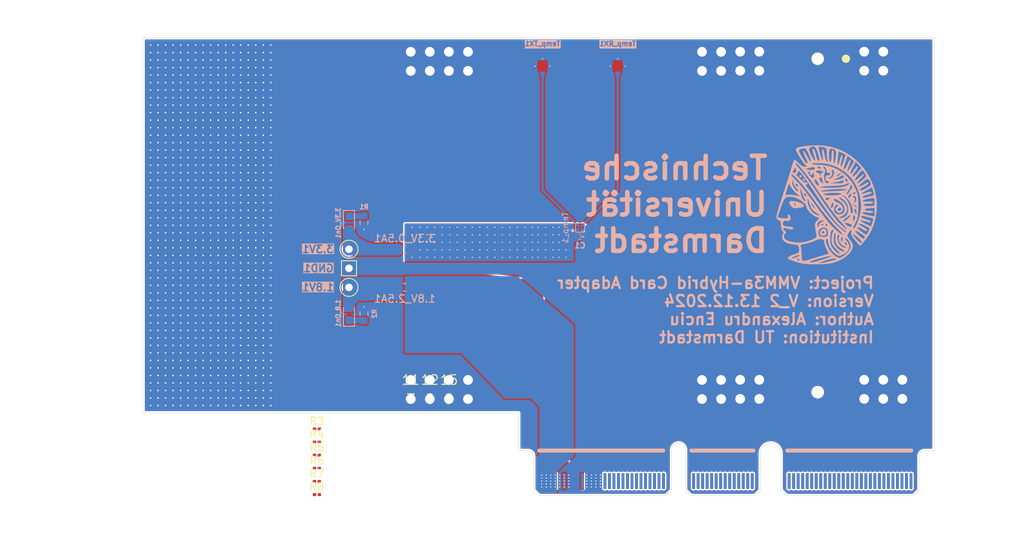
<source format=kicad_pcb>
(kicad_pcb (version 20240108) (generator "pcbnew") (generator_version "8.0")
  (layers (0 "F.Cu" signal) (1 "In1.Cu" signal) (2 "In2.Cu" signal) (3 "In3.Cu" signal) (4 "In4.Cu" signal) (31 "B.Cu" signal) (34 "B.Paste" user) (35 "F.Paste" user) (36 "B.SilkS" user "B.Silkscreen") (37 "F.SilkS" user "F.Silkscreen") (38 "B.Mask" user) (39 "F.Mask" user) (44 "Edge.Cuts" user))
  (net 0 "")
  (net 1 "P2")
  (net 2 "P1")
  (net 3 "Ch_1")
  (net 4 "Ch_25")
  (net 5 "Ch_13")
  (net 6 "Ch_93")
  (net 7 "Ch_39")
  (net 8 "Ch_119")
  (net 9 "Ch_123")
  (net 10 "Ch_107")
  (net 11 "Ch_73")
  (net 12 "Ch_5")
  (net 13 "Ch_61")
  (net 14 "Ch_127")
  (net 15 "Ch_103")
  (net 16 "Ch_75")
  (net 17 "Ch_21")
  (net 18 "Ch_117")
  (net 19 "Ch_31")
  (net 20 "Ch_79")
  (net 21 "Ch_49")
  (net 22 "Ch_59")
  (net 23 "Ch_41")
  (net 24 "Ch_77")
  (net 25 "Ch_47")
  (net 26 "Ch_53")
  (net 27 "Ch_111")
  (net 28 "Ch_125")
  (net 29 "Ch_11")
  (net 30 "Heimtime")
  (net 31 "Ch_19")
  (net 32 "Ch_15")
  (net 33 "Ch_121")
  (net 34 "Ch_45")
  (net 35 "Ch_95")
  (net 36 "Ch_9")
  (net 37 "Ch_87")
  (net 38 "Ch_97")
  (net 39 "Ch_67")
  (net 40 "Ch_83")
  (net 41 "Ch_63")
  (net 42 "Ch_99")
  (net 43 "Ch_85")
  (net 44 "Ch_23")
  (net 45 "Ch_69")
  (net 46 "Ch_113")
  (net 47 "Ch_89")
  (net 48 "Ch_37")
  (net 49 "Ch_81")
  (net 50 "Ch_7")
  (net 51 "Ch_43")
  (net 52 "Ch_29")
  (net 53 "Ch_71")
  (net 54 "Ch_33")
  (net 55 "Master_Trigg")
  (net 56 "Ch_57")
  (net 57 "Ch_3")
  (net 58 "Ch_27")
  (net 59 "Ch_105")
  (net 60 "Ch_51")
  (net 61 "Ch_17")
  (net 62 "Ch_115")
  (net 63 "Ch_65")
  (net 64 "Ch_55")
  (net 65 "Ch_91")
  (net 66 "Ch_109")
  (net 67 "Ch_35")
  (net 68 "Ch_101")
  (net 69 "Ch_22")
  (net 70 "Ch_108")
  (net 71 "Ch_64")
  (net 72 "Ch_32")
  (net 73 "Ch_102")
  (net 74 "Ch_60")
  (net 75 "Ch_94")
  (net 76 "Ch_114")
  (net 77 "Ch_82")
  (net 78 "Ch_40")
  (net 79 "Ch_70")
  (net 80 "Ch_68")
  (net 81 "Ch_120")
  (net 82 "bit_0")
  (net 83 "Ch_88")
  (net 84 "Ch_66")
  (net 85 "Ch_50")
  (net 86 "Ch_48")
  (net 87 "Ch_128")
  (net 88 "Ch_122")
  (net 89 "Ch_72")
  (net 90 "bit_1")
  (net 91 "Ch_36")
  (net 92 "Ch_104")
  (net 93 "Ch_90")
  (net 94 "Ch_42")
  (net 95 "Ch_100")
  (net 96 "Ch_38")
  (net 97 "Ch_110")
  (net 98 "Ch_28")
  (net 99 "Ch_62")
  (net 100 "Ch_24")
  (net 101 "Ch_86")
  (net 102 "Ch_84")
  (net 103 "Ch_58")
  (net 104 "Ch_54")
  (net 105 "Ch_124")
  (net 106 "Ch_34")
  (net 107 "bit_2")
  (net 108 "Ch_46")
  (net 109 "Ch_44")
  (net 110 "Ch_56")
  (net 111 "Ch_52")
  (net 112 "Ch_106")
  (net 113 "bit_5")
  (net 114 "Ch_112")
  (net 115 "Ch_92")
  (net 116 "Ch_74")
  (net 117 "Ch_98")
  (net 118 "Ch_80")
  (net 119 "Ch_30")
  (net 120 "Ch_126")
  (net 121 "Ch_20")
  (net 122 "Ch_116")
  (net 123 "Ch_118")
  (net 124 "Ch_96")
  (net 125 "Ch_76")
  (net 126 "Ch_26")
  (net 127 "Ch_18")
  (net 128 "Ch_78")
  (net 129 "Ch_14")
  (net 130 "Ch_16")
  (net 131 "GND")
  (net 132 "Ch_2")
  (net 133 "Ch_10")
  (net 134 "Ch_6")
  (net 135 "Ch_4")
  (net 136 "Ch_8")
  (net 137 "Ch_12")
  (net 138 "bit_4")
  (net 139 "bit_3")
  (net 143 "Net-(1.8_On1-K)")
  (net 144 "Net-(3.3V_On1-K)")
  (net 145 "TX")
  (net 146 "RX")
  (net 150 "P2_Out")
  (net 151 "P1_Out")
  (footprint "" (layer "F.Cu") (at 77.748 78.38)
    (property "Reference" "15")
    (property "Value" "")
  )
  (footprint "" (layer "F.Cu") (at 111.423 78.38)
    (property "Reference" "16" (hide yes))
    (property "Value" "")
  )
  (footprint "" (layer "F.Cu") (at 135.543 78.36)
    (property "Reference" "")
    (property "Value" "")
  )
  (footprint "" (layer "F.Cu") (at 135.543 34.66)
    (property "Reference" "")
    (property "Value" "")
  )
  (footprint "" (layer "F.Cu") (at 72.668 34.68)
    (property "Reference" "")
    (property "Value" "")
  )
  (footprint "" (layer "F.Cu") (at 133.003 34.66)
    (property "Reference" "")
    (property "Value" "")
  )
  (footprint "Resistor_SMD:R_0201_0603Metric" (layer "F.Cu") (at 60.18 91.9)
    (property "Reference" "R7")
    (property "Value" "10k")
  )
  (footprint "" (layer "F.Cu") (at 72.668 78.38)
    (property "Reference" "11")
    (property "Value" "")
  )
  (footprint "" (layer "F.Cu") (at 75.208 37.22)
    (property "Reference" "")
    (property "Value" "")
  )
  (footprint "Card_Edge_Connector_FCI:Edge-Card-Connector" (layer "F.Cu") (at 90.1 91.84)
    (property "Reference" "J1" (hide yes))
    (property "Value" "ME1014010101011" (hide yes))
  )
  (footprint "" (layer "F.Cu") (at 133.003 78.36)
    (property "Reference" "")
    (property "Value" "")
  )
  (footprint "" (layer "F.Cu") (at 116.503 80.9)
    (property "Reference" "18" (hide yes))
    (property "Value" "")
  )
  (footprint "" (layer "F.Cu") (at 135.543 80.9)
    (property "Reference" "")
    (property "Value" "")
  )
  (footprint "" (layer "F.Cu") (at 135.543 37.2)
    (property "Reference" "")
    (property "Value" "")
  )
  (footprint "" (layer "F.Cu") (at 119.043 78.36)
    (property "Reference" "22" (hide yes))
    (property "Value" "")
  )
  (footprint "" (layer "F.Cu") (at 113.963 80.92)
    (property "Reference" "17" (hide yes))
    (property "Value" "")
  )
  (footprint "" (layer "F.Cu") (at 80.288 37.22)
    (property "Reference" "13" (hide yes))
    (property "Value" "")
  )
  (footprint "TestPoint:TestPoint_Pad_D2.5mm" (layer "F.Cu") (at 64.45 60.97 180)
    (property "Reference" "3.3V1")
    (property "Value" "3.3V")
  )
  (footprint "" (layer "F.Cu") (at 72.668 37.22)
    (property "Reference" "")
    (property "Value" "")
  )
  (footprint "" (layer "F.Cu") (at 133.003 80.9)
    (property "Reference" "")
    (property "Value" "")
  )
  (footprint "" (layer "F.Cu") (at 119.043 34.66)
    (property "Reference" "6" (hide yes))
    (property "Value" "")
  )
  (footprint "" (layer "F.Cu") (at 111.423 37.22)
    (property "Reference" "")
    (property "Value" "")
  )
  (footprint "" (layer "F.Cu") (at 77.748 37.22)
    (property "Reference" "")
    (property "Value" "")
  )
  (footprint "" (layer "F.Cu") (at 111.423 80.92)
    (property "Reference" "10" (hide yes))
    (property "Value" "")
  )
  (footprint "Card_Edge_Connector_FCI:Hirose-FX10" (layer "F.Cu") (at 126.818 33.856 -90)
    (property "Reference" "U1" (hide yes))
    (property "Value" "~" (hide yes))
  )
  (footprint "" (layer "F.Cu") (at 80.288 78.38)
    (property "Reference" "24" (hide yes))
    (property "Value" "")
  )
  (footprint "" (layer "F.Cu") (at 77.748 80.92)
    (property "Reference" "9")
    (property "Value" "")
  )
  (footprint "" (layer "F.Cu") (at 113.963 37.22)
    (property "Reference" "1" (hide yes))
    (property "Value" "")
  )
  (footprint "" (layer "F.Cu") (at 75.208 78.38)
    (property "Reference" "12")
    (property "Value" "")
  )
  (footprint "Resistor_SMD:R_0201_0603Metric" (layer "F.Cu") (at 60.18 93.65)
    (property "Reference" "R8")
    (property "Value" "10k")
  )
  (footprint "" (layer "F.Cu") (at 116.503 37.2)
    (property "Reference" "2" (hide yes))
    (property "Value" "")
  )
  (footprint "TestPoint:TestPoint_Pad_2.5x2.5mm" (layer "F.Cu") (at 64.45 63.51 180)
    (property "Reference" "GND1")
    (property "Value" "GND")
  )
  (footprint "Resistor_SMD:R_0201_0603Metric" (layer "F.Cu") (at 60.18 88.4)
    (property "Reference" "R5")
    (property "Value" "10k")
  )
  (footprint "" (layer "F.Cu") (at 138.083 80.9)
    (property "Reference" "")
    (property "Value" "")
  )
  (footprint "" (layer "F.Cu") (at 119.043 80.9)
    (property "Reference" "19" (hide yes))
    (property "Value" "")
  )
  (footprint "" (layer "F.Cu") (at 116.503 34.66)
    (property "Reference" "5" (hide yes))
    (property "Value" "")
  )
  (footprint "" (layer "F.Cu") (at 113.963 78.38)
    (property "Reference" "20" (hide yes))
    (property "Value" "")
  )
  (footprint "" (layer "F.Cu") (at 111.423 34.68)
    (property "Reference" "")
    (property "Value" "")
  )
  (footprint "" (layer "F.Cu") (at 77.748 34.68)
    (property "Reference" "")
    (property "Value" "")
  )
  (footprint "" (layer "F.Cu") (at 133.003 37.2)
    (property "Reference" "")
    (property "Value" "")
  )
  (footprint "" (layer "F.Cu") (at 119.043 37.2)
    (property "Reference" "3" (hide yes))
    (property "Value" "")
  )
  (footprint "TestPoint:TestPoint_Pad_D2.5mm" (layer "F.Cu") (at 64.45 66.05 180)
    (property "Reference" "1.8V1")
    (property "Value" "1.8V")
  )
  (footprint "" (layer "F.Cu") (at 113.963 34.68)
    (property "Reference" "4" (hide yes))
    (property "Value" "")
  )
  (footprint "" (layer "F.Cu") (at 138.083 78.36)
    (property "Reference" "")
    (property "Value" "")
  )
  (footprint "" (layer "F.Cu") (at 75.208 34.68)
    (property "Reference" "")
    (property "Value" "")
  )
  (footprint "" (layer "F.Cu") (at 75.208 80.92)
    (property "Reference" "8")
    (property "Value" "")
  )
  (footprint "" (layer "F.Cu") (at 72.668 80.92)
    (property "Reference" "7")
    (property "Value" "")
  )
  (footprint "Resistor_SMD:R_0201_0603Metric" (layer "F.Cu") (at 60.18 84.9)
    (property "Reference" "R3")
    (property "Value" "10k")
  )
  (footprint "Resistor_SMD:R_0201_0603Metric" (layer "F.Cu") (at 60.18 86.65)
    (property "Reference" "R4")
    (property "Value" "10k")
  )
  (footprint "" (layer "F.Cu") (at 80.288 80.92)
    (property "Reference" "23" (hide yes))
    (property "Value" "")
  )
  (footprint "Resistor_SMD:R_0201_0603Metric" (layer "F.Cu") (at 60.18 90.15)
    (property "Reference" "R6")
    (property "Value" "10k")
  )
  (footprint "" (layer "F.Cu") (at 80.288 34.68)
    (property "Reference" "14" (hide yes))
    (property "Value" "")
  )
  (footprint "" (layer "F.Cu") (at 116.503 78.36)
    (property "Reference" "21" (hide yes))
    (property "Value" "")
  )
  (footprint "Resistor_SMD:R_0603_1608Metric_Pad0.98x0.95mm_HandSolder" (layer "B.Cu") (at 66.45 69.5725 90)
    (property "Reference" "R2")
    (property "Value" "1k" (hide yes))
  )
  (footprint "Resistor_SMD:R_0603_1608Metric_Pad0.98x0.95mm_HandSolder" (layer "B.Cu") (at 66.45 57.4475 -90)
    (property "Reference" "R1")
    (property "Value" "1k" (hide yes))
  )
  (footprint "LED_SMD:LED_0603_1608Metric_Pad1.05x0.95mm_HandSolder" (layer "B.Cu") (at 64.45 57.47 -90)
    (property "Reference" "3.3V_On1")
    (property "Value" "LED" (hide yes))
  )
  (footprint "IPEX:IPEX_20449-001E-03" (layer "B.Cu") (at 90.206 36.5935 180)
    (property "Reference" "Temp_TX1")
    (property "Value" "20449-001E-03")
  )
  (footprint "IPEX:TMP104" (layer "B.Cu") (at 95.206 58.0935 180)
    (property "Reference" "Temp_1")
    (property "Value" "~" (hide yes))
  )
  (footprint "Fuse:Fuse_0603_1608Metric_Pad1.05x0.95mm_HandSolder" (layer "B.Cu") (at 71.86 60.97 180)
    (property "Reference" "3.3V_0.5A1")
    (property "Value" "0.5A")
  )
  (footprint "Fuse:Fuse_0603_1608Metric_Pad1.05x0.95mm_HandSolder" (layer "B.Cu") (at 71.86 66.05 180)
    (property "Reference" "1.8V_2.5A1")
    (property "Value" "2.5A" (hide yes))
  )
  (footprint "LED_SMD:LED_0603_1608Metric_Pad1.05x0.95mm_HandSolder" (layer "B.Cu") (at 64.45 69.55 90)
    (property "Reference" "1.8_On1")
    (property "Value" "LED" (hide yes))
  )
  (footprint "Capacitor_SMD:C_0402_1005Metric" (layer "B.Cu") (at 95.18 59.31)
    (property "Reference" "C1")
    (property "Value" "100nF")
  )
  (footprint "IPEX:IPEX_20449-001E-03" (layer "B.Cu") (at 100.206 36.5935 180)
    (property "Reference" "Temp_RX1")
    (property "Value" "20449-001E-03" (hide yes))
  )
  (gr_poly (pts (xy 123.383773 54.545144) (xy 123.461672 54.548124) (xy 123.549939 54.553386) (xy 123.649122 54.560678) (xy 123.709682 54.566265) (xy 123.770458 54.5735) (xy 123.831309 54.582316) (xy 123.892095 54.592644) (xy 123.952676 54.604417) (xy 124.012912 54.617565) (xy 124.131787 54.647714) (xy 124.247598 54.682545) (xy 124.359224 54.721512) (xy 124.465543 54.764068) (xy 124.565433 54.809665) (xy 124.612616 54.833434) (xy 124.657772 54.857758) (xy 124.700759 54.88257) (xy 124.741438 54.9078) (xy 124.779669 54.933381) (xy 124.815311 54.959243) (xy 124.848224 54.98532) (xy 124.878267 55.011542) (xy 124.905302 55.037841) (xy 124.929186 55.064149) (xy 124.949781 55.090397) (xy 124.966946 55.116517) (xy 124.98054 55.142441) (xy 124.990424 55.168101) (xy 124.996457 55.193427) (xy 124.998499 55.218352) (xy 124.997928 55.225849) (xy 124.996234 55.233421) (xy 124.993445 55.241057) (xy 124.989589 55.248741) (xy 124.978787 55.264204) (xy 124.964052 55.279701) (xy 124.945607 55.295125) (xy 124.923678 55.310368) (xy 124.898487 55.32532) (xy 124.870259 55.339876) (xy 124.839216 55.353925) (xy 124.805584 55.367361) (xy 124.769585 55.380075) (xy 124.731445 55.39196) (xy 124.691385 55.402906) (xy 124.649631 55.412807) (xy 124.606407 55.421553) (xy 124.561935 55.429038) (xy 124.56193 55.429033) (xy 124.417841 55.450502) (xy 124.288717 55.468805) (xy 124.173343 55.483857) (xy 124.070508 55.495571) (xy 123.978998 55.50386) (xy 123.8976 55.508638) (xy 123.860314 55.509684) (xy 123.825101 55.509819) (xy 123.79181 55.509033) (xy 123.760289 55.507316) (xy 123.730386 55.504656) (xy 123.70195 55.501043) (xy 123.674829 55.496465) (xy 123.648872 55.490913) (xy 123.623926 55.484374) (xy 123.59984 55.47684) (xy 123.576463 55.468297) (xy 123.553643 55.458737) (xy 123.531229 55.448147) (xy 123.509068 55.436518) (xy 123.487009 55.423838) (xy 123.4649 55.410097) (xy 123.419929 55.379387) (xy 123.372939 55.344301) (xy 123.346447 55.32244) (xy 123.320181 55.297959) (xy 123.294301 55.271124) (xy 123.268964 55.242198) (xy 123.244327 55.211447) (xy 123.22055 55.179136) (xy 123.19779 55.145527) (xy 123.176205 55.110887) (xy 123.155953 55.075479) (xy 123.137192 55.039569) (xy 123.133746 55.032289) (xy 123.747816 55.032289) (xy 123.748089 55.053307) (xy 123.749518 55.073599) (xy 123.752096 55.093011) (xy 123.755816 55.111386) (xy 123.760673 55.128568) (xy 123.763526 55.136663) (xy 123.76666 55.144401) (xy 123.770075 55.151762) (xy 123.77377 55.158728) (xy 123.777744 55.165279) (xy 123.781997 55.171395) (xy 123.786528 55.177056) (xy 123.791335 55.182244) (xy 123.796235 55.186762) (xy 123.80104 55.190436) (xy 123.805745 55.193277) (xy 123.810345 55.1953) (xy 123.814834 55.196519) (xy 123.819208 55.196945) (xy 123.82346 55.196593) (xy 123.827586 55.195476) (xy 123.831579 55.193607) (xy 123.835435 55.191) (xy 123.839149 55.187669) (xy 123.842714 55.183625) (xy 123.84938 55.173457) (xy 123.85539 55.160602) (xy 123.8607 55.145169) (xy 123.865269 55.127263) (xy 123.869054 55.106991) (xy 123.872011 55.08446) (xy 123.874098 55.059778) (xy 123.875273 55.033051) (xy 123.875492 55.004385) (xy 123.874712 54.973888) (xy 123.872937 54.940943) (xy 123.870483 54.911476) (xy 123.869009 54.898054) (xy 123.867375 54.885511) (xy 123.865584 54.873849) (xy 123.863639 54.863073) (xy 123.861543 54.853185) (xy 123.859299 54.844187) (xy 123.85691 54.836084) (xy 123.85438 54.828879) (xy 123.851711 54.822573) (xy 123.848906 54.817171) (xy 123.84597 54.812676) (xy 123.842904 54.809091) (xy 123.839711 54.806418) (xy 123.836396 54.804661) (xy 123.832961 54.803824) (xy 123.829409 54.803908) (xy 123.825743 54.804917) (xy 123.821967 54.806855) (xy 123.818083 54.809725) (xy 123.814095 54.813528) (xy 123.810005 54.81827) (xy 123.805817 54.823952) (xy 123.801535 54.830578) (xy 123.79716 54.83815) (xy 123.792696 54.846673) (xy 123.788146 54.856149) (xy 123.783514 54.866581) (xy 123.778802 54.877973) (xy 123.770806 54.899696) (xy 123.76401 54.921787) (xy 123.758409 54.944089) (xy 123.753995 54.966446) (xy 123.750763 54.988702) (xy 123.748705 55.010702) (xy 123.747816 55.032289) (xy 123.133746 55.032289) (xy 123.12008 55.00342) (xy 123.104775 54.967297) (xy 123.091436 54.931466) (xy 123.080219 54.896189) (xy 123.071283 54.861733) (xy 123.064787 54.82836) (xy 123.057856 54.778812) (xy 123.054158 54.734812) (xy 123.054241 54.696109) (xy 123.055871 54.678666) (xy 123.058653 54.662453) (xy 123.062655 54.647438) (xy 123.067945 54.633591) (xy 123.074591 54.620879) (xy 123.082663 54.609272) (xy 123.09223 54.598738) (xy 123.103359 54.589245) (xy 123.116119 54.580763) (xy 123.130579 54.573259) (xy 123.146808 54.566703) (xy 123.164874 54.561063) (xy 123.206792 54.552404) (xy 123.256882 54.547032) (xy 123.315693 54.544696)) (stroke (width -0.000001)) (fill solid) (layer "B.SilkS"))
  (gr_line (start 122.77 87.78) (end 139.27 87.78) (stroke (width 0.5)) (layer "B.SilkS"))
  (gr_poly (pts (xy 124.950232 51.565464) (xy 124.962416 51.566955) (xy 124.974742 51.569602) (xy 124.987147 51.573394) (xy 124.999567 51.57832) (xy 125.011938 51.58437) (xy 125.024197 51.591532) (xy 125.03628 51.599796) (xy 125.048124 51.609151) (xy 125.059664 51.619587) (xy 125.070837 51.631093) (xy 125.08158 51.643657) (xy 125.091828 51.65727) (xy 125.101519 51.67192) (xy 125.110588 51.687597) (xy 125.118972 51.70429) (xy 125.126607 51.721988) (xy 125.13343 51.74068) (xy 125.13343 51.740676) (xy 125.136436 51.750359) (xy 125.13891 51.759755) (xy 125.140862 51.768856) (xy 125.142298 51.777653) (xy 125.143227 51.786138) (xy 125.143658 51.794303) (xy 125.143598 51.802139) (xy 125.143055 51.80964) (xy 125.142038 51.816796) (xy 125.140555 51.8236) (xy 125.138613 51.830044) (xy 125.136222 51.836118) (xy 125.133388 51.841816) (xy 125.130121 51.847129) (xy 125.126429 51.852049) (xy 125.122319 51.856567) (xy 125.117799 51.860676) (xy 125.112879 51.864368) (xy 125.107566 51.867634) (xy 125.101867 51.870467) (xy 125.095792 51.872858) (xy 125.089349 51.874798) (xy 125.082545 51.876281) (xy 125.075388 51.877298) (xy 125.067888 51.87784) (xy 125.060052 51.8779) (xy 125.051887 51.877469) (xy 125.043403 51.87654) (xy 125.034607 51.875104) (xy 125.025508 51.873152) (xy 125.016114 51.870678) (xy 125.006432 51.867673) (xy 124.996683 51.864267) (xy 124.987088 51.860607) (xy 124.968407 51.852567) (xy 124.950482 51.843646) (xy 124.933403 51.833935) (xy 124.917263 51.823524) (xy 124.902152 51.812507) (xy 124.888164 51.800974) (xy 124.875388 51.789017) (xy 124.869483 51.782908) (xy 124.863916 51.776727) (xy 124.858699 51.770486) (xy 124.853841 51.764197) (xy 124.849356 51.75787) (xy 124.845254 51.751517) (xy 124.841547 51.745149) (xy 124.838246 51.738779) (xy 124.835362 51.732417) (xy 124.832908 51.726075) (xy 124.830895 51.719764) (xy 124.829333 51.713496) (xy 124.828235 51.707283) (xy 124.827612 51.701135) (xy 124.827475 51.695064) (xy 124.827836 51.689081) (xy 124.830247 51.671948) (xy 124.833755 51.656131) (xy 124.838296 51.641621) (xy 124.843807 51.628406) (xy 124.850225 51.616476) (xy 124.857484 51.60582) (xy 124.865523 51.596426) (xy 124.874277 51.588285) (xy 124.883682 51.581386) (xy 124.893675 51.575718) (xy 124.904193 51.57127) (xy 124.915171 51.568031) (xy 124.926546 51.565991) (xy 124.938254 51.565139)) (stroke (width -0.000001)) (fill solid) (layer "B.SilkS"))
  (gr_poly (pts (xy 127.667337 58.242611) (xy 127.691757 58.245914) (xy 127.715522 58.25132) (xy 127.738594 58.258746) (xy 127.760937 58.268111) (xy 127.782515 58.279334) (xy 127.803294 58.292333) (xy 127.823235 58.307027) (xy 127.842305 58.323333) (xy 127.860465 58.341171) (xy 127.877682 58.360458) (xy 127.893918 58.381113) (xy 127.909137 58.403055) (xy 127.923305 58.426201) (xy 127.936384 58.450471) (xy 127.948338 58.475783) (xy 127.959132 58.502055) (xy 127.96873 58.529205) (xy 127.984193 58.585815) (xy 127.99444 58.64496) (xy 127.997516 58.675279) (xy 127.999181 58.705988) (xy 127.999397 58.737004) (xy 127.99813 58.768245) (xy 127.995342 58.799631) (xy 127.990998 58.83108) (xy 127.985062 58.862509) (xy 127.977498 58.893838) (xy 127.96827 58.924985) (xy 127.957342 58.955869) (xy 127.957342 58.955649) (xy 127.944823 58.98378) (xy 127.929656 59.010088) (xy 127.91202 59.034574) (xy 127.892089 59.057237) (xy 127.87004 59.078078) (xy 127.84605 59.097098) (xy 127.820296 59.114297) (xy 127.792953 59.129675) (xy 127.764198 59.143234) (xy 127.734207 59.154973) (xy 127.703157 59.164893) (xy 127.671224 59.172995) (xy 127.638586 59.179279) (xy 127.605417 59.183745) (xy 127.571894 59.186393) (xy 127.538195 59.187225) (xy 127.504495 59.186241) (xy 127.470971 59.183442) (xy 127.437799 59.178826) (xy 127.405155 59.172396) (xy 127.373217 59.164152) (xy 127.34216 59.154094) (xy 127.312161 59.142222) (xy 127.283396 59.128538) (xy 127.256042 59.113041) (xy 127.230275 59.095731) (xy 127.206272 59.076611) (xy 127.184209 59.055679) (xy 127.164262 59.032937) (xy 127.146608 59.008384) (xy 127.131423 58.982022) (xy 127.118884 58.95385) (xy 127.10989 58.926809) (xy 127.103303 58.899028) (xy 127.099043 58.870612) (xy 127.097036 58.841666) (xy 127.097203 58.812295) (xy 127.099467 58.782604) (xy 127.103752 58.752697) (xy 127.10998 58.722679) (xy 127.111311 58.71774) (xy 127.379749 58.71774) (xy 127.379957 58.725877) (xy 127.380573 58.733911) (xy 127.381587 58.741832) (xy 127.382989 58.749629) (xy 127.384769 58.757292) (xy 127.386917 58.764812) (xy 127.389422 58.772177) (xy 127.392275 58.779379) (xy 127.395465 58.786406) (xy 127.398982 58.793248) (xy 127.402816 58.799896) (xy 127.406956 58.806339) (xy 127.411393 58.812566) (xy 127.416116 58.818569) (xy 127.421115 58.824336) (xy 127.426381 58.829857) (xy 127.431902 58.835123) (xy 127.437668 58.840123) (xy 127.443671 58.844846) (xy 127.449898 58.849283) (xy 127.456341 58.853424) (xy 127.462988 58.857258) (xy 127.46983 58.860775) (xy 127.476857 58.863965) (xy 127.484059 58.866818) (xy 127.491424 58.869324) (xy 127.498944 58.871472) (xy 127.506607 58.873252) (xy 127.514405 58.874655) (xy 127.522325 58.875669) (xy 127.53036 58.876285) (xy 127.538497 58.876493) (xy 127.546634 58.876285) (xy 127.554668 58.875669) (xy 127.562589 58.874655) (xy 127.570386 58.873252) (xy 127.578049 58.871472) (xy 127.585568 58.869324) (xy 127.592934 58.866819) (xy 127.600135 58.863966) (xy 127.607162 58.860776) (xy 127.614004 58.857259) (xy 127.620652 58.853425) (xy 127.627094 58.849285) (xy 127.633322 58.844848) (xy 127.639324 58.840124) (xy 127.645091 58.835125) (xy 127.650612 58.829859) (xy 127.655877 58.824338) (xy 127.660877 58.818571) (xy 127.6656 58.812568) (xy 127.670037 58.806341) (xy 127.674178 58.799898) (xy 127.678012 58.79325) (xy 127.681529 58.786408) (xy 127.684719 58.779381) (xy 127.687571 58.772179) (xy 127.690077 58.764814) (xy 127.692225 58.757294) (xy 127.694005 58.74963) (xy 127.695407 58.741833) (xy 127.696421 58.733912) (xy 127.697037 58.725878) (xy 127.697245 58.71774) (xy 127.697037 58.709603) (xy 127.696421 58.701569) (xy 127.695407 58.693648) (xy 127.694005 58.68585) (xy 127.692225 58.678187) (xy 127.690077 58.670667) (xy 127.687572 58.663302) (xy 127.684719 58.6561) (xy 127.681529 58.649073) (xy 127.678012 58.642231) (xy 127.674179 58.635584) (xy 127.670038 58.629141) (xy 127.665602 58.622914) (xy 127.660878 58.616911) (xy 127.655879 58.611145) (xy 127.650614 58.605624) (xy 127.645093 58.600358) (xy 127.639326 58.595359) (xy 127.633324 58.590636) (xy 127.627096 58.586199) (xy 127.620654 58.582059) (xy 127.614006 58.578225) (xy 127.607164 58.574708) (xy 127.600137 58.571518) (xy 127.592936 58.568665) (xy 127.58557 58.56616) (xy 127.578051 58.564012) (xy 127.570387 58.562232) (xy 127.56259 58.56083) (xy 127.554669 58.559816) (xy 127.546635 58.5592) (xy 127.538497 58.558992) (xy 127.53036 58.5592) (xy 127.522326 58.559816) (xy 127.514406 58.56083) (xy 127.506609 58.562232) (xy 127.498945 58.564012) (xy 127.491426 58.56616) (xy 127.48406 58.568665) (xy 127.476859 58.571518) (xy 127.469832 58.574708) (xy 127.46299 58.578225) (xy 127.456343 58.582059) (xy 127.4499 58.586199) (xy 127.443673 58.590636) (xy 127.43767 58.595359) (xy 127.431903 58.600358) (xy 127.426382 58.605624) (xy 127.421117 58.611145) (xy 127.416117 58.616911) (xy 127.411394 58.622914) (xy 127.406957 58.629141) (xy 127.402817 58.635584) (xy 127.398983 58.642231) (xy 127.395466 58.649073) (xy 127.392276 58.6561) (xy 127.389423 58.663302) (xy 127.386918 58.670667) (xy 127.38477 58.678187) (xy 127.382989 58.68585) (xy 127.381587 58.693648) (xy 127.380573 58.701569) (xy 127.379957 58.709603) (xy 127.379749 58.71774) (xy 127.111311 58.71774) (xy 127.118074 58.692655) (xy 127.127959 58.66273) (xy 127.139555 58.633009) (xy 127.152787 58.603596) (xy 127.167578 58.574596) (xy 127.18385 58.546115) (xy 127.201527 58.518256) (xy 127.220531 58.491124) (xy 127.240785 58.464825) (xy 127.262213 58.439464) (xy 127.284737 58.415144) (xy 127.308281 58.391971) (xy 127.332767 58.37005) (xy 127.358119 58.349485) (xy 127.384259 58.330381) (xy 127.411111 58.312843) (xy 127.438597 58.296976) (xy 127.46664 58.282884) (xy 127.495164 58.270673) (xy 127.524091 58.260448) (xy 127.553345 58.252312) (xy 127.582848 58.246371) (xy 127.612524 58.242729) (xy 127.642295 58.241492)) (stroke (width -0.000001)) (fill solid) (layer "B.SilkS"))
  (gr_poly (pts (xy 124.530384 51.097954) (xy 124.538417 51.09857) (xy 124.546338 51.099584) (xy 124.554135 51.100987) (xy 124.561798 51.102767) (xy 124.569318 51.104915) (xy 124.576683 51.10742) (xy 124.583884 51.110273) (xy 124.590911 51.113463) (xy 124.597754 51.11698) (xy 124.604401 51.120814) (xy 124.610844 51.124955) (xy 124.617071 51.129392) (xy 124.623073 51.134115) (xy 124.62884 51.139115) (xy 124.634361 51.14438) (xy 124.639627 51.149901) (xy 124.644626 51.155668) (xy 124.64935 51.161671) (xy 124.653787 51.167898) (xy 124.657927 51.174341) (xy 124.661761 51.180989) (xy 124.665278 51.187831) (xy 124.668468 51.194858) (xy 124.671321 51.20206) (xy 124.673826 51.209426) (xy 124.675974 51.216945) (xy 124.677754 51.224609) (xy 124.679157 51.232406) (xy 124.680171 51.240327) (xy 124.680787 51.248362) (xy 124.680994 51.256499) (xy 124.680787 51.264636) (xy 124.680171 51.272671) (xy 124.679157 51.280592) (xy 124.677754 51.288389) (xy 124.675974 51.296052) (xy 124.673827 51.303572) (xy 124.671321 51.310938) (xy 124.668469 51.318139) (xy 124.665279 51.325166) (xy 124.661762 51.332008) (xy 124.657928 51.338656) (xy 124.653788 51.345098) (xy 124.649351 51.351326) (xy 124.644628 51.357328) (xy 124.639628 51.363095) (xy 124.634363 51.368616) (xy 124.628842 51.373881) (xy 124.623075 51.37888) (xy 124.617073 51.383603) (xy 124.610846 51.38804) (xy 124.604403 51.392181) (xy 124.597756 51.396014) (xy 124.590913 51.399531) (xy 124.583886 51.402721) (xy 124.576685 51.405574) (xy 124.56932 51.408079) (xy 124.5618 51.410227) (xy 124.554136 51.412007) (xy 124.546339 51.413409) (xy 124.538418 51.414423) (xy 124.530384 51.415039) (xy 124.522247 51.415247) (xy 124.514109 51.415039) (xy 124.506075 51.414423) (xy 124.498154 51.413409) (xy 124.490357 51.412007) (xy 124.482693 51.410227) (xy 124.475173 51.408079) (xy 124.467807 51.405574) (xy 124.460606 51.402721) (xy 124.453579 51.399531) (xy 124.446736 51.396014) (xy 124.440089 51.392181) (xy 124.433646 51.38804) (xy 124.427418 51.383603) (xy 124.421416 51.37888) (xy 124.415649 51.373881) (xy 124.410128 51.368616) (xy 124.404862 51.363095) (xy 124.399863 51.357328) (xy 124.395139 51.351326) (xy 124.390702 51.345098) (xy 124.386562 51.338656) (xy 124.382728 51.332008) (xy 124.379211 51.325166) (xy 124.376021 51.318139) (xy 124.373168 51.310938) (xy 124.370662 51.303572) (xy 124.368514 51.296052) (xy 124.366734 51.288389) (xy 124.365332 51.280592) (xy 124.364318 51.272671) (xy 124.363702 51.264636) (xy 124.363494 51.256499) (xy 124.363702 51.248362) (xy 124.364318 51.240328) (xy 124.365332 51.232407) (xy 124.366734 51.22461) (xy 124.368514 51.216947) (xy 124.370662 51.209427) (xy 124.373168 51.202062) (xy 124.376021 51.19486) (xy 124.379211 51.187833) (xy 124.382728 51.180991) (xy 124.386562 51.174343) (xy 124.390702 51.1679) (xy 124.395139 51.161673) (xy 124.399863 51.15567) (xy 124.404862 51.149903) (xy 124.410128 51.144382) (xy 124.415649 51.139116) (xy 124.421416 51.134117) (xy 124.427418 51.129393) (xy 124.433646 51.124956) (xy 124.440089 51.120815) (xy 124.446736 51.116981) (xy 124.453579 51.113464) (xy 124.460606 51.110274) (xy 124.467807 51.107421) (xy 124.475173 51.104915) (xy 124.482693 51.102767) (xy 124.490357 51.100987) (xy 124.498154 51.099585) (xy 124.506075 51.09857) (xy 124.514109 51.097954) (xy 124.522247 51.097747)) (stroke (width -0.000001)) (fill solid) (layer "B.SilkS"))
  (gr_poly (pts (xy 127.158979 47.139546) (xy 127.581972 47.171151) (xy 127.997219 47.223718) (xy 128.404522 47.297157) (xy 128.803682 47.391378) (xy 129.194502 47.506293) (xy 129.576782 47.641812) (xy 129.950325 47.797845) (xy 130.314932 47.974304) (xy 130.670405 48.171098) (xy 131.016546 48.38814) (xy 131.353156 48.625339) (xy 131.680037 48.882606) (xy 131.996991 49.159851) (xy 132.30382 49.456986) (xy 132.600324 49.773922) (xy 132.840069 50.055448) (xy 133.065249 50.345332) (xy 133.275843 50.64298) (xy 133.471832 50.947799) (xy 133.653195 51.259197) (xy 133.819912 51.576581) (xy 133.971963 51.899358) (xy 134.109327 52.226935) (xy 134.231986 52.55872) (xy 134.339918 52.89412) (xy 134.433103 53.232542) (xy 134.511521 53.573393) (xy 134.575153 53.916081) (xy 134.623977 54.260012) (xy 134.657973 54.604595) (xy 134.677123 54.949236) (xy 134.681404 55.293343) (xy 134.670798 55.636322) (xy 134.645283 55.977582) (xy 134.604841 56.316529) (xy 134.54945 56.65257) (xy 134.47909 56.985113) (xy 134.393742 57.313565) (xy 134.293385 57.637334) (xy 134.177999 57.955826) (xy 134.047563 58.268449) (xy 133.902059 58.574609) (xy 133.741465 58.873715) (xy 133.565761 59.165174) (xy 133.374927 59.448392) (xy 133.168944 59.722777) (xy 132.94779 59.987737) (xy 132.459049 60.543361) (xy 131.830032 59.834166) (xy 131.745412 59.737373) (xy 131.668519 59.646404) (xy 131.599154 59.560864) (xy 131.537119 59.480357) (xy 131.482214 59.404486) (xy 131.43424 59.332856) (xy 131.392998 59.265069) (xy 131.358291 59.200731) (xy 131.343325 59.16973) (xy 131.329917 59.139444) (xy 131.318044 59.109821) (xy 131.30768 59.080812) (xy 131.2988 59.052368) (xy 131.291379 59.02444) (xy 131.286448 59.001821) (xy 131.527911 59.001821) (xy 131.52914 59.017402) (xy 131.534472 59.036908) (xy 131.543927 59.060302) (xy 131.557523 59.087545) (xy 131.575281 59.118601) (xy 131.623354 59.192) (xy 131.688301 59.280195) (xy 131.770273 59.382887) (xy 131.869425 59.499773) (xy 131.985909 59.630553) (xy 131.985905 59.630553) (xy 132.073726 59.726547) (xy 132.152515 59.811312) (xy 132.222905 59.885219) (xy 132.255149 59.918218) (xy 132.285532 59.948643) (xy 132.314132 59.976539) (xy 132.34103 60.001954) (xy 132.366304 60.024933) (xy 132.390034 60.045525) (xy 132.412299 60.063774) (xy 132.433179 60.079728) (xy 132.452752 60.093433) (xy 132.471099 60.104935) (xy 132.488298 60.114282) (xy 132.504429 60.12152) (xy 132.512119 60.124362) (xy 132.519571 60.126694) (xy 132.526796 60.128523) (xy 132.533804 60.129853) (xy 132.540604 60.130691) (xy 132.547206 60.131042) (xy 132.553621 60.130912) (xy 132.559858 60.130307) (xy 132.565927 60.129234) (xy 132.571839 60.127697) (xy 132.577602 60.125702) (xy 132.583227 60.123256) (xy 132.588724 60.120363) (xy 132.594103 60.117031) (xy 132.599373 60.113265) (xy 132.604545 60.10907) (xy 132.614633 60.099418) (xy 132.624446 60.088122) (xy 132.634064 60.075229) (xy 132.643566 60.060784) (xy 132.653031 60.044836) (xy 132.662539 60.02743) (xy 132.664961 60.020627) (xy 132.665775 60.012528) (xy 132.665017 60.003173) (xy 132.662721 59.992605) (xy 132.653656 59.967996) (xy 132.638861 59.939034) (xy 132.618616 59.906057) (xy 132.5932 59.869397) (xy 132.562893 59.829391) (xy 132.527977 59.786373) (xy 132.48873 59.740679) (xy 132.445434 59.692643) (xy 132.398367 59.642601) (xy 132.34781 59.590886) (xy 132.294044 59.537836) (xy 132.237347 59.483783) (xy 132.178001 59.429064) (xy 132.116285 59.374013) (xy 131.988864 59.264756) (xy 131.876631 59.17361) (xy 131.779739 59.100274) (xy 131.698343 59.044447) (xy 131.632594 59.005828) (xy 131.605635 58.992877) (xy 131.582646 58.984115) (xy 131.563645 58.979504) (xy 131.548652 58.979007) (xy 131.537686 58.982586) (xy 131.530766 58.990203) (xy 131.527911 59.001821) (xy 131.286448 59.001821) (xy 131.285393 58.996977) (xy 131.280816 58.969931) (xy 131.277624 58.943251) (xy 131.275792 58.916889) (xy 131.275294 58.890794) (xy 131.276107 58.864917) (xy 131.278205 58.839209) (xy 131.281564 58.81362) (xy 131.286158 58.7881) (xy 131.291962 58.762601) (xy 131.311148 58.67943) (xy 131.32418 58.607672) (xy 131.328432 58.576069) (xy 131.331199 58.547314) (xy 131.332287 58.525598) (xy 131.824749 58.525598) (xy 131.827752 58.548212) (xy 131.836521 58.574711) (xy 131.850694 58.604772) (xy 131.869909 58.63807) (xy 131.922018 58.713078) (xy 131.989954 58.79714) (xy 132.070822 58.88766) (xy 132.161727 58.982043) (xy 132.259777 59.077691) (xy 132.362076 59.172011) (xy 132.46573 59.262404) (xy 132.567844 59.346277) (xy 132.665525 59.421033) (xy 132.755878 59.484076) (xy 132.836009 59.53281) (xy 132.871336 59.551001) (xy 132.903023 59.56464) (xy 132.930706 59.573405) (xy 132.954025 59.57697) (xy 132.972618 59.575011) (xy 132.986123 59.567203) (xy 133.020358 59.530262) (xy 133.047398 59.494494) (xy 133.058103 59.476882) (xy 133.066869 59.459361) (xy 133.073647 59.441865) (xy 133.078392 59.424327) (xy 133.081055 59.406678) (xy 133.081591 59.388853) (xy 133.079952 59.370783) (xy 133.076091 59.352402) (xy 133.06996 59.333643) (xy 133.061514 59.314437) (xy 133.050704 59.294719) (xy 133.037483 59.274421) (xy 133.021806 59.253476) (xy 133.003624 59.231817) (xy 132.959558 59.186086) (xy 132.904909 59.136692) (xy 132.839302 59.083097) (xy 132.762358 59.024764) (xy 132.673703 58.961155) (xy 132.572959 58.891734) (xy 132.45975 58.815963) (xy 132.395063 58.773826) (xy 132.332191 58.734193) (xy 132.271458 58.697213) (xy 132.213191 58.663035) (xy 132.157713 58.631808) (xy 132.105352 58.60368) (xy 132.056433 58.5788) (xy 132.01128 58.557317) (xy 131.970221 58.53938) (xy 131.93358 58.525138) (xy 131.901682 58.514738) (xy 131.887614 58.511026) (xy 131.874854 58.508331) (xy 131.863443 58.506671) (xy 131.853422 58.506065) (xy 131.84483 58.506531) (xy 131.837709 58.508088) (xy 131.8321 58.510755) (xy 131.828043 58.51455) (xy 131.825579 58.519491) (xy 131.824749 58.525598) (xy 131.332287 58.525598) (xy 131.332497 58.521406) (xy 131.332344 58.498344) (xy 131.330758 58.478125) (xy 131.327756 58.460748) (xy 131.323355 58.446212) (xy 131.317574 58.434514) (xy 131.310428 58.425655) (xy 131.301937 58.419631) (xy 131.292117 58.416441) (xy 131.280986 58.416084) (xy 131.268562 58.418558) (xy 131.254861 58.423862) (xy 131.239901 58.431994) (xy 131.223701 58.442952) (xy 131.206276 58.456736) (xy 131.187645 58.473342) (xy 131.167826 58.49277) (xy 131.146835 58.515019) (xy 131.101409 58.567969) (xy 131.051507 58.632182) (xy 130.997269 58.707644) (xy 130.938834 58.794342) (xy 130.89568 58.861053) (xy 130.858661 58.921042) (xy 130.827971 58.975426) (xy 130.815061 59.000864) (xy 130.803807 59.025318) (xy 130.794233 59.048929) (xy 130.786364 59.071835) (xy 130.780223 59.094176) (xy 130.775836 59.116091) (xy 130.773227 59.13772) (xy 130.77242 59.159202) (xy 130.77344 59.180676) (xy 130.776311 59.202282) (xy 130.781058 59.224159) (xy 130.787704 59.246447) (xy 130.796275 59.269285) (xy 130.806795 59.292812) (xy 130.819287 59.317168) (xy 130.833778 59.342492) (xy 130.85029 59.368924) (xy 130.868849 59.396602) (xy 130.912204 59.456258) (xy 130.964038 59.522574) (xy 131.024547 59.596666) (xy 131.093925 59.679648) (xy 131.136029 59.731377) (xy 131.176952 59.784977) (xy 131.216483 59.840029) (xy 131.254409 59.896114) (xy 131.290519 59.952812) (xy 131.3246 60.009705) (xy 131.356442 60.066373) (xy 131.385831 60.122398) (xy 131.412557 60.177359) (xy 131.436407 60.230838) (xy 131.457168 60.282416) (xy 131.474631 60.331674) (xy 131.488581 60.378192) (xy 131.498808 60.421552) (xy 131.5051 60.461333) (xy 131.507244 60.497118) (xy 131.504075 60.577441) (xy 131.49465 60.658244) (xy 131.479089 60.739421) (xy 131.457514 60.820864) (xy 131.430045 60.902469) (xy 131.396803 60.98413) (xy 131.313487 61.147192) (xy 131.208533 61.309203) (xy 131.082909 61.469314) (xy 130.937584 61.626677) (xy 130.773526 61.780444) (xy 130.591702 61.929765) (xy 130.393083 62.073792) (xy 130.178634 62.211678) (xy 129.949326 62.342574) (xy 129.706125 62.465631) (xy 129.45 62.58) (xy 129.18192 62.684835) (xy 128.902853 62.779285) (xy 128.902857 62.779285) (xy 128.738908 62.821734) (xy 128.536539 62.8595) (xy 128.300984 62.892498) (xy 128.037475 62.920644) (xy 127.447529 62.962041) (xy 126.808562 62.983011) (xy 126.162436 62.982875) (xy 125.551015 62.960955) (xy 125.271401 62.941614) (xy 125.016161 62.916572) (xy 124.790529 62.885745) (xy 124.599737 62.849048) (xy 124.458982 62.81413) (xy 124.428077 62.80563) (xy 127.03053 62.80563) (xy 127.0311 62.807426) (xy 127.032235 62.809051) (xy 127.036218 62.811781) (xy 127.042521 62.813803) (xy 127.051185 62.815097) (xy 127.062249 62.815645) (xy 127.147956 62.812163) (xy 127.259668 62.800563) (xy 127.544497 62.756818) (xy 127.883521 62.692026) (xy 128.243524 62.613802) (xy 128.59129 62.529761) (xy 128.893603 62.44752) (xy 129.017335 62.409453) (xy 129.117248 62.374692) (xy 129.18919 62.344188) (xy 129.229009 62.318894) (xy 129.245011 62.300734) (xy 129.254972 62.284406) (xy 129.259087 62.269886) (xy 129.257546 62.257148) (xy 129.250541 62.246167) (xy 129.238264 62.236917) (xy 129.198663 62.22351) (xy 129.140276 62.216725) (xy 129.06464 62.216359) (xy 128.973289 62.222209) (xy 128.867759 62.234072) (xy 128.749583 62.251746) (xy 128.620298 62.275029) (xy 128.334539 62.337608) (xy 128.022761 62.420188) (xy 127.860953 62.468471) (xy 127.697245 62.521147) (xy 127.69725 62.521147) (xy 127.609542 62.550858) (xy 127.526718 62.579762) (xy 127.449102 62.60771) (xy 127.377021 62.634552) (xy 127.310801 62.660136) (xy 127.250765 62.684314) (xy 127.197241 62.706935) (xy 127.150554 62.727848) (xy 127.111029 62.746903) (xy 127.078992 62.76395) (xy 127.054768 62.778838) (xy 127.045688 62.785426) (xy 127.038684 62.791418) (xy 127.033796 62.796795) (xy 127.031064 62.801539) (xy 127.03053 62.80563) (xy 124.428077 62.80563) (xy 124.302894 62.771202) (xy 124.13666 62.721944) (xy 123.965728 62.668117) (xy 125.851118 62.668117) (xy 125.851462 62.67389) (xy 125.852614 62.679511) (xy 125.854584 62.684967) (xy 125.857384 62.690247) (xy 125.861022 62.695339) (xy 125.865509 62.700229) (xy 125.870856 62.704905) (xy 125.877071 62.709356) (xy 125.884167 62.713568) (xy 125.90766 62.720018) (xy 125.944341 62.721538) (xy 126.053616 62.710911) (xy 126.204685 62.683929) (xy 126.390243 62.642836) (xy 126.835601 62.527284) (xy 127.331243 62.382194) (xy 127.818723 62.225509) (xy 128.239594 62.075168) (xy 128.406787 62.007984) (xy 128.53541 61.949112) (xy 128.618157 61.900798) (xy 128.640044 61.8813) (xy 128.647723 61.865282) (xy 128.642696 61.857994) (xy 128.627622 61.85379) (xy 128.569379 61.854119) (xy 128.47709 61.865234) (xy 128.354852 61.886105) (xy 128.03691 61.952983) (xy 127.648323 62.046495) (xy 127.221861 62.158383) (xy 126.790293 62.280388) (xy 126.386387 62.404253) (xy 126.042915 62.52172) (xy 126.027474 62.527589) (xy 126.012608 62.53359) (xy 125.998327 62.53971) (xy 125.98464 62.545937) (xy 125.971558 62.552257) (xy 125.959091 62.55866) (xy 125.94725 62.565132) (xy 125.936044 62.571662) (xy 125.925483 62.578237) (xy 125.915578 62.584844) (xy 125.906339 62.591472) (xy 125.897777 62.598108) (xy 125.8899 62.60474) (xy 125.88272 62.611355) (xy 125.876247 62.617941) (xy 125.87049 62.624486) (xy 125.86546 62.630978) (xy 125.861168 62.637404) (xy 125.857622 62.643752) (xy 125.854835 62.65001) (xy 125.852814 62.656165) (xy 125.851572 62.662204) (xy 125.851118 62.668117) (xy 123.965728 62.668117) (xy 123.965469 62.668035) (xy 123.794508 62.611156) (xy 123.628965 62.552987) (xy 123.474028 62.495207) (xy 123.334885 62.439496) (xy 123.229082 62.395027) (xy 123.136632 62.355306) (xy 123.057132 62.319705) (xy 123.022113 62.303253) (xy 122.99018 62.287595) (xy 122.988701 62.28683) (xy 124.099017 62.28683) (xy 124.099065 62.293478) (xy 124.09957 62.30032) (xy 124.100534 62.307347) (xy 124.101964 62.314548) (xy 124.103863 62.321914) (xy 124.106236 62.329433) (xy 124.109087 62.337097) (xy 124.112421 62.344894) (xy 124.116243 62.352815) (xy 124.120556 62.360849) (xy 124.125365 62.368987) (xy 124.135723 62.385159) (xy 124.146503 62.400877) (xy 124.157619 62.41606) (xy 124.168984 62.430627) (xy 124.180514 62.444496) (xy 124.192121 62.457586) (xy 124.203719 62.469816) (xy 124.215222 62.481103) (xy 124.226544 62.491368) (xy 124.237598 62.500528) (xy 124.248299 62.508502) (xy 124.25856 62.515209) (xy 124.263499 62.518062) (xy 124.268296 62.520567) (xy 124.272939 62.522715) (xy 124.277419 62.524495) (xy 124.281724 62.525897) (xy 124.285844 62.526911) (xy 124.289767 62.527527) (xy 124.293484 62.527735) (xy 124.297072 62.527527) (xy 124.300616 62.526911) (xy 124.304109 62.525897) (xy 124.307548 62.524495) (xy 124.310927 62.522715) (xy 124.314243 62.520567) (xy 124.320667 62.515209) (xy 124.326784 62.508502) (xy 124.332556 62.500528) (xy 124.337949 62.491368) (xy 124.342927 62.481103) (xy 124.347453 62.469816) (xy 124.351492 62.457586) (xy 124.355009 62.444496) (xy 124.357966 62.430627) (xy 124.360329 62.41606) (xy 124.362061 62.400877) (xy 124.363126 62.385159) (xy 124.36349 62.368987) (xy 124.36327 62.360849) (xy 124.362617 62.352815) (xy 124.361543 62.344894) (xy 124.360058 62.337097) (xy 124.358173 62.329433) (xy 124.355898 62.321914) (xy 124.353245 62.314548) (xy 124.350224 62.307347) (xy 124.346846 62.30032) (xy 124.343121 62.293478) (xy 124.339061 62.28683) (xy 124.334676 62.280388) (xy 124.329977 62.27416) (xy 124.324975 62.268158) (xy 124.31968 62.262391) (xy 124.314104 62.25687) (xy 124.308257 62.251605) (xy 124.30215 62.246606) (xy 124.295793 62.241882) (xy 124.289198 62.237446) (xy 124.282375 62.233305) (xy 124.275336 62.229472) (xy 124.268089 62.225955) (xy 124.260648 62.222765) (xy 124.253022 62.219912) (xy 124.245221 62.217407) (xy 124.237258 62.215259) (xy 124.229142 62.213479) (xy 124.220885 62.212077) (xy 124.212497 62.211063) (xy 124.203989 62.210447) (xy 124.195371 62.210239) (xy 124.186882 62.210447) (xy 124.178755 62.211063) (xy 124.170993 62.212077) (xy 124.163603 62.213479) (xy 124.156587 62.215259) (xy 124.149951 62.217407) (xy 124.143699 62.219912) (xy 124.137836 62.222765) (xy 124.132366 62.225955) (xy 124.127293 62.229472) (xy 124.122622 62.233305) (xy 124.118358 62.237446) (xy 124.114505 62.241882) (xy 124.111068 62.246606) (xy 124.10805 62.251605) (xy 124.105457 62.25687) (xy 124.103293 62.262391) (xy 124.101563 62.268158) (xy 124.10027 62.27416) (xy 124.09942 62.280388) (xy 124.099017 62.28683) (xy 122.988701 62.28683) (xy 122.961285 62.272653) (xy 122.935376 62.258348) (xy 122.912403 62.244601) (xy 122.892316 62.231333) (xy 122.875065 62.218467) (xy 122.860599 62.205924) (xy 122.848869 62.193624) (xy 122.839824 62.18149) (xy 122.833413 62.169443) (xy 122.831281 62.163699) (xy 123.355129 62.163699) (xy 123.355141 62.166183) (xy 123.355468 62.168556) (xy 123.356112 62.170816) (xy 123.357074 62.172962) (xy 123.358356 62.174992) (xy 123.35996 62.176903) (xy 123.361888 62.178695) (xy 123.364142 62.180365) (xy 123.366724 62.181911) (xy 123.372879 62.184626) (xy 123.380368 62.186825) (xy 123.389206 62.188494) (xy 123.39941 62.189619) (xy 123.410993 62.190184) (xy 123.437722 62.189638) (xy 123.468548 62.186887) (xy 123.503108 62.18204) (xy 123.541033 62.175205) (xy 123.625517 62.156012) (xy 123.719069 62.130177) (xy 123.818761 62.098573) (xy 123.921662 62.062069) (xy 124.024841 62.021538) (xy 124.12537 61.977851) (xy 124.149471 61.966665) (xy 124.172649 61.955605) (xy 124.19489 61.944686) (xy 124.216178 61.933921) (xy 124.236499 61.923327) (xy 124.255836 61.912916) (xy 124.274174 61.902703) (xy 124.291499 61.892704) (xy 124.307795 61.882931) (xy 124.323047 61.8734) (xy 124.337239 61.864125) (xy 124.350356 61.85512) (xy 124.362384 61.846401) (xy 124.373306 61.83798) (xy 124.383107 61.829874) (xy 124.391772 61.822095) (xy 124.399287 61.81466) (xy 124.405635 61.807581) (xy 124.410801 61.800873) (xy 124.414771 61.794552) (xy 124.417529 61.788631) (xy 124.418448 61.785825) (xy 124.419059 61.783124) (xy 124.419359 61.780531) (xy 124.419346 61.778047) (xy 124.419019 61.775674) (xy 124.418375 61.773414) (xy 124.417414 61.771268) (xy 124.416132 61.769238) (xy 124.414528 61.767326) (xy 124.412599 61.765535) (xy 124.410345 61.763865) (xy 124.407764 61.762319) (xy 124.401609 61.759604) (xy 124.39412 61.757404) (xy 124.385281 61.755735) (xy 124.375078 61.754611) (xy 124.363494 61.754045) (xy 124.336766 61.754592) (xy 124.305939 61.757343) (xy 124.27138 61.76219) (xy 124.233454 61.769024) (xy 124.148971 61.788218) (xy 124.055418 61.814053) (xy 123.955726 61.845658) (xy 123.852826 61.882163) (xy 123.749646 61.922695) (xy 123.649117 61.966384) (xy 123.625017 61.977569) (xy 123.601838 61.988629) (xy 123.579597 61.999547) (xy 123.558309 62.010311) (xy 123.537989 62.020906) (xy 123.518652 62.031316) (xy 123.500313 62.041529) (xy 123.482988 62.051528) (xy 123.466692 62.0613) (xy 123.45144 62.070831) (xy 123.437248 62.080106) (xy 123.424131 62.08911) (xy 123.412104 62.09783) (xy 123.401182 62.10625) (xy 123.39138 62.114357) (xy 123.382715 62.122135) (xy 123.3752 62.129571) (xy 123.368852 62.136649) (xy 123.363686 62.143357) (xy 123.359716 62.149678) (xy 123.356959 62.155599) (xy 123.356039 62.158405) (xy 123.355429 62.161105) (xy 123.355129 62.163699) (xy 122.831281 62.163699) (xy 122.83118 62.163427) (xy 122.829587 62.157404) (xy 122.828628 62.151363) (xy 122.828296 62.145294) (xy 122.828585 62.139188) (xy 122.829488 62.133035) (xy 122.833115 62.120549) (xy 122.839125 62.107757) (xy 122.847468 62.094579) (xy 122.858094 62.080938) (xy 122.870954 62.066756) (xy 122.885996 62.051952) (xy 122.90317 62.03645) (xy 122.922427 62.020169) (xy 122.966986 61.984961) (xy 123.019271 61.945697) (xy 123.053425 61.921644) (xy 123.091204 61.897328) (xy 123.132217 61.872915) (xy 123.176074 61.84857) (xy 123.222383 61.82446) (xy 123.270753 61.800751) (xy 123.320795 61.777608) (xy 123.372115 61.755197) (xy 123.477031 61.713236) (xy 123.529845 61.694017) (xy 123.582374 61.676195) (xy 123.634228 61.659934) (xy 123.685015 61.645401) (xy 123.734346 61.632762) (xy 123.781828 61.622182) (xy 123.872963 61.600908) (xy 123.955798 61.575956) (xy 123.994137 61.562041) (xy 124.030443 61.547137) (xy 124.06473 61.531218) (xy 124.097011 61.514261) (xy 124.127301 61.496244) (xy 124.155613 61.477141) (xy 124.181962 61.456929) (xy 124.206361 61.435586) (xy 124.228825 61.413087) (xy 124.249367 61.389408) (xy 124.268001 61.364526) (xy 124.284742 61.338417) (xy 124.299602 61.311058) (xy 124.312598 61.282425) (xy 124.323741 61.252494) (xy 124.333047 61.221242) (xy 124.340528 61.188645) (xy 124.3462 61.15468) (xy 124.350076 61.119322) (xy 124.35217 61.082549) (xy 124.352496 61.044336) (xy 124.351068 61.00466) (xy 124.3479 60.963497) (xy 124.343006 60.920824) (xy 124.328095 60.830852) (xy 124.306448 60.734555) (xy 124.292094 60.683279) (xy 124.275691 60.636465) (xy 124.256889 60.593903) (xy 124.235336 60.555382) (xy 124.223418 60.537571) (xy 124.213455 60.524368) (xy 124.561043 60.524368) (xy 124.561203 60.543807) (xy 124.562641 60.564321) (xy 124.565293 60.58596) (xy 124.569096 60.608772) (xy 124.573985 60.632807) (xy 124.586768 60.684742) (xy 124.604869 60.767401) (xy 124.62184 60.874267) (xy 124.637305 61.000872) (xy 124.650886 61.142751) (xy 124.662206 61.295436) (xy 124.670887 61.454463) (xy 124.676552 61.615365) (xy 124.678825 61.773674) (xy 124.678829 61.773679) (xy 124.680708 61.917539) (xy 124.686071 62.044531) (xy 124.695824 62.155214) (xy 124.702629 62.204615) (xy 124.71087 62.250149) (xy 124.720661 62.291886) (xy 124.732114 62.329896) (xy 124.745343 62.364249) (xy 124.760461 62.395015) (xy 124.77758 62.422263) (xy 124.796813 62.446065) (xy 124.818275 62.466489) (xy 124.842077 62.483607) (xy 124.868333 62.497487) (xy 124.897156 62.5082) (xy 124.928658 62.515816) (xy 124.962954 62.520405) (xy 125.000155 62.522037) (xy 125.040376 62.520782) (xy 125.083728 62.51671) (xy 125.130326 62.509891) (xy 125.233709 62.48829) (xy 125.351428 62.456542) (xy 125.484389 62.415205) (xy 125.633495 62.364839) (xy 125.876702 62.284909) (xy 126.245516 62.16916) (xy 126.689862 62.0331) (xy 127.159661 61.89224) (xy 128.288955 61.557468) (xy 127.993098 60.977161) (xy 127.962959 60.916219) (xy 127.933666 60.8534) (xy 127.90537 60.789183) (xy 127.878222 60.724044) (xy 127.852374 60.658462) (xy 127.827978 60.592916) (xy 127.805186 60.527883) (xy 127.784149 60.463843) (xy 127.765018 60.401271) (xy 127.747947 60.340648) (xy 127.733085 60.282451) (xy 127.720585 60.227158) (xy 127.7106 60.175247) (xy 127.703279 60.127197) (xy 127.698775 60.083486) (xy 127.69724 60.044591) (xy 127.695652 60.001479) (xy 127.690929 59.960678) (xy 127.683133 59.922198) (xy 127.672328 59.886047) (xy 127.66463 59.867121) (xy 127.921768 59.867121) (xy 127.929191 59.95256) (xy 127.944701 60.045996) (xy 127.968063 60.146533) (xy 127.999041 60.253275) (xy 128.0374 60.365327) (xy 128.082907 60.481792) (xy 128.135326 60.601777) (xy 128.194423 60.724384) (xy 128.259962 60.848718) (xy 128.331709 60.973884) (xy 128.409429 61.098986) (xy 128.409425 61.098999) (xy 128.448426 61.157) (xy 128.491092 61.21612) (xy 128.536999 61.275937) (xy 128.585723 61.336028) (xy 128.636842 61.395968) (xy 128.68993 61.455336) (xy 128.744565 61.513708) (xy 128.800322 61.57066) (xy 128.856777 61.62577) (xy 128.913508 61.678615) (xy 128.97009 61.72877) (xy 129.0261 61.775814) (xy 129.081114 61.819323) (xy 129.134707 61.858873) (xy 129.186457 61.894042) (xy 129.23594 61.924407) (xy 129.314656 61.969365) (xy 129.385311 62.008262) (xy 129.449088 62.041066) (xy 129.507168 62.067744) (xy 129.534441 62.078776) (xy 129.560733 62.088264) (xy 129.586192 62.096205) (xy 129.610965 62.102594) (xy 129.6352 62.107427) (xy 129.659044 62.110701) (xy 129.682647 62.112411) (xy 129.706154 62.112553) (xy 129.729714 62.111124) (xy 129.753476 62.108118) (xy 129.777585 62.103533) (xy 129.802191 62.097363) (xy 129.82744 62.089605) (xy 129.853481 62.080256) (xy 129.880461 62.06931) (xy 129.908528 62.056764) (xy 129.968513 62.026856) (xy 130.034619 61.990498) (xy 130.108027 61.947658) (xy 130.189919 61.898305) (xy 130.298348 61.828818) (xy 130.402226 61.755172) (xy 130.501213 61.677825) (xy 130.594975 61.597233) (xy 130.683173 61.513854) (xy 130.765471 61.428144) (xy 130.84153 61.34056) (xy 130.911015 61.251559) (xy 130.973588 61.161598) (xy 131.028911 61.071133) (xy 131.076648 60.980622) (xy 131.116462 60.890522) (xy 131.148015 60.801288) (xy 131.160589 60.75714) (xy 131.17097 60.713379) (xy 131.179119 60.670064) (xy 131.184991 60.627251) (xy 131.188545 60.584998) (xy 131.189739 60.543361) (xy 131.188527 60.506359) (xy 131.184963 60.468011) (xy 131.179154 60.428481) (xy 131.171208 60.387936) (xy 131.161233 60.34654) (xy 131.149336 60.304458) (xy 131.135625 60.261857) (xy 131.120207 60.218901) (xy 131.103191 60.175756) (xy 131.084683 60.132587) (xy 131.043624 60.046839) (xy 130.997892 59.96298) (xy 130.948348 59.882332) (xy 130.895852 59.806218) (xy 130.841266 59.735961) (xy 130.813458 59.703442) (xy 130.78545 59.672884) (xy 130.75735 59.644451) (xy 130.729266 59.618309) (xy 130.701305 59.594623) (xy 130.673575 59.573559) (xy 130.646183 59.555282) (xy 130.619237 59.539957) (xy 130.592845 59.52775) (xy 130.567114 59.518826) (xy 130.542152 59.513351) (xy 130.518067 59.511489) (xy 130.509424 59.511969) (xy 130.501784 59.513395) (xy 130.495137 59.515742) (xy 130.489472 59.518988) (xy 130.484778 59.523108) (xy 130.481044 59.528079) (xy 130.47826 59.533877) (xy 130.476414 59.54048) (xy 130.475497 59.547863) (xy 130.475497 59.556002) (xy 130.476404 59.564875) (xy 130.478206 59.574458) (xy 130.484455 59.595659) (xy 130.494159 59.619416) (xy 130.507231 59.645542) (xy 130.523585 59.673847) (xy 130.543135 59.704143) (xy 130.565795 59.736243) (xy 130.59148 59.769957) (xy 130.620103 59.805097) (xy 130.651578 59.841476) (xy 130.685819 59.878904) (xy 130.739534 59.939303) (xy 130.788216 60.000686) (xy 130.831904 60.062939) (xy 130.870634 60.125945) (xy 130.904442 60.18959) (xy 130.933367 60.253759) (xy 130.957445 60.318335) (xy 130.976713 60.383204) (xy 130.991208 60.448251) (xy 131.000967 60.51336) (xy 131.006027 60.578416) (xy 131.006425 60.643304) (xy 131.002198 60.707909) (xy 130.993383 60.772114) (xy 130.980017 60.835806) (xy 130.962136 60.898869) (xy 130.939779 60.961187) (xy 130.912981 61.022646) (xy 130.881781 61.08313) (xy 130.846214 61.142523) (xy 130.806318 61.200711) (xy 130.76213 61.257579) (xy 130.713686 61.31301) (xy 130.661025 61.36689) (xy 130.604182 61.419104) (xy 130.543195 61.469536) (xy 130.478101 61.518071) (xy 130.408936 61.564594) (xy 130.335738 61.60899) (xy 130.258544 61.651143) (xy 130.177391 61.690938) (xy 130.092315 61.72826) (xy 130.017645 61.75835) (xy 129.949138 61.783888) (xy 129.88593 61.804751) (xy 129.827156 61.820816) (xy 129.799162 61.827011) (xy 129.771952 61.831959) (xy 129.745418 61.835647) (xy 129.719453 61.838058) (xy 129.693948 61.839177) (xy 129.668795 61.838989) (xy 129.643886 61.837478) (xy 129.619113 61.83463) (xy 129.594368 61.830427) (xy 129.569543 61.824856) (xy 129.54453 61.817901) (xy 129.51922 61.809546) (xy 129.493507 61.799776) (xy 129.467281 61.788575) (xy 129.412859 61.761822) (xy 129.355091 61.729162) (xy 129.293113 61.690473) (xy 129.226059 61.645632) (xy 129.153066 61.594515) (xy 129.059019 61.521625) (xy 128.966291 61.438302) (xy 128.875537 61.345723) (xy 128.787411 61.245064) (xy 128.70257 61.137502) (xy 128.621668 61.024215) (xy 128.545361 60.906378) (xy 128.474305 60.785169) (xy 128.409153 60.661765) (xy 128.350563 60.537342) (xy 128.299189 60.413077) (xy 128.255686 60.290148) (xy 128.220709 60.16973) (xy 128.194915 60.053) (xy 128.178958 59.941137) (xy 128.173493 59.835315) (xy 128.173285 59.817852) (xy 128.172668 59.800869) (xy 128.171653 59.78438) (xy 128.170248 59.768401) (xy 128.168465 59.752949) (xy 128.166314 59.738038) (xy 128.163804 59.723683) (xy 128.160945 59.709901) (xy 128.157749 59.696707) (xy 128.154224 59.684117) (xy 128.152166 59.677703) (xy 128.490993 59.677703) (xy 128.492053 59.793209) (xy 128.495461 59.90007) (xy 128.501565 59.999225) (xy 128.510711 60.091611) (xy 128.523244 60.178169) (xy 128.539511 60.259836) (xy 128.559858 60.337552) (xy 128.584631 60.412255) (xy 128.614177 60.484884) (xy 128.64884 60.556379) (xy 128.688968 60.627678) (xy 128.734907 60.699719) (xy 128.787002 60.773442) (xy 128.8456 60.849785) (xy 128.911047 60.929688) (xy 128.983689 61.014089) (xy 128.98368 61.014089) (xy 129.034923 61.071252) (xy 129.086795 61.126812) (xy 129.138941 61.180482) (xy 129.191003 61.231973) (xy 129.242624 61.280998) (xy 129.293448 61.32727) (xy 129.343118 61.3705) (xy 129.391278 61.410401) (xy 129.437571 61.446685) (xy 129.48164 61.479065) (xy 129.523129 61.507253) (xy 129.56168 61.53096) (xy 129.596938 61.5499) (xy 129.628545 61.563785) (xy 129.642868 61.568742) (xy 129.656144 61.572327) (xy 129.66833 61.574505) (xy 129.67938 61.575238) (xy 129.68898 61.574432) (xy 129.696862 61.572041) (xy 129.703054 61.568103) (xy 129.70758 61.562659) (xy 129.710469 61.555748) (xy 129.711746 61.547409) (xy 129.711438 61.537682) (xy 129.709571 61.526607) (xy 129.701268 61.500568) (xy 129.687049 61.469609) (xy 129.667124 61.434046) (xy 129.641707 61.394194) (xy 129.611009 61.35037) (xy 129.575242 61.30289) (xy 129.534619 61.252069) (xy 129.48935 61.198224) (xy 129.439647 61.14167) (xy 129.385724 61.082724) (xy 129.327791 61.021702) (xy 129.266061 60.958919) (xy 129.173528 60.865079) (xy 129.090425 60.777707) (xy 129.016274 60.695814) (xy 128.950597 60.618407) (xy 128.892917 60.544494) (xy 128.842757 60.473084) (xy 128.799639 60.403186) (xy 128.763087 60.333807) (xy 128.732623 60.263956) (xy 128.707769 60.192641) (xy 128.688048 60.118871) (xy 128.672983 60.041654) (xy 128.662097 59.959999) (xy 128.654912 59.872914) (xy 128.650951 59.779406) (xy 128.649737 59.678485) (xy 128.65055 59.612448) (xy 128.967242 59.612448) (xy 128.968323 59.717337) (xy 128.971762 59.814609) (xy 128.97785 59.905009) (xy 128.986882 59.989282) (xy 128.999148 60.068171) (xy 129.014942 60.142423) (xy 129.034557 60.212782) (xy 129.045888 60.246734) (xy 129.058285 60.279992) (xy 129.071782 60.312649) (xy 129.086418 60.344799) (xy 129.102228 60.376533) (xy 129.119249 60.407946) (xy 129.157071 60.47018) (xy 129.200176 60.532244) (xy 129.248857 60.594884) (xy 129.303407 60.658844) (xy 129.364117 60.724869) (xy 129.431281 60.793703) (xy 129.431286 60.793698) (xy 129.48006 60.840924) (xy 129.53042 60.886735) (xy 129.581977 60.930897) (xy 129.634346 60.973177) (xy 129.68714 61.013341) (xy 129.739972 61.051152) (xy 129.792456 61.086379) (xy 129.844205 61.118785) (xy 129.894833 61.148137) (xy 129.943952 61.174201) (xy 129.991177 61.196742) (xy 130.03612 61.215526) (xy 130.078395 61.230318) (xy 130.117616 61.240885) (xy 130.153395 61.246992) (xy 130.169873 61.248299) (xy 130.185346 61.248404) (xy 130.233058 61.246681) (xy 130.274358 61.24463) (xy 130.309224 61.242018) (xy 130.337634 61.238608) (xy 130.349411 61.236531) (xy 130.359567 61.234167) (xy 130.368098 61.231486) (xy 130.375001 61.228458) (xy 130.380275 61.225055) (xy 130.383916 61.221247) (xy 130.385922 61.217005) (xy 130.386289 61.212299) (xy 130.385016 61.2071) (xy 130.382099 61.201379) (xy 130.377536 61.195106) (xy 130.371325 61.188251) (xy 130.363462 61.180786) (xy 130.353944 61.172681) (xy 130.329936 61.154434) (xy 130.29928 61.133274) (xy 130.261952 61.108966) (xy 130.1672 61.049968) (xy 130.015436 60.953977) (xy 129.877582 60.860503) (xy 129.753206 60.768844) (xy 129.641876 60.678298) (xy 129.543161 60.588162) (xy 129.498398 60.543028) (xy 129.456627 60.497734) (xy 129.417793 60.452192) (xy 129.381843 60.406313) (xy 129.348722 60.36001) (xy 129.318377 60.313195) (xy 129.290754 60.265781) (xy 129.265798 60.21768) (xy 129.243455 60.168803) (xy 129.223672 60.119063) (xy 129.206394 60.068373) (xy 129.191568 60.016644) (xy 129.179139 59.963789) (xy 129.169054 59.90972) (xy 129.161259 59.854349) (xy 129.155699 59.797589) (xy 129.151069 59.679548) (xy 129.154733 59.554896) (xy 129.166259 59.42293) (xy 129.170025 59.38645) (xy 129.426842 59.38645) (xy 129.431783 59.49229) (xy 129.445205 59.604793) (xy 129.466718 59.721389) (xy 129.495929 59.839509) (xy 129.532446 59.956582) (xy 129.575878 60.07004) (xy 129.625833 60.177312) (xy 129.681918 60.275829) (xy 129.712138 60.321001) (xy 129.743743 60.363021) (xy 129.776684 60.401567) (xy 129.810914 60.436318) (xy 129.849936 60.47145) (xy 129.890992 60.505537) (xy 129.933736 60.538405) (xy 129.977821 60.569879) (xy 130.022903 60.599783) (xy 130.068634 60.627945) (xy 130.11467 60.654189) (xy 130.160664 60.67834) (xy 130.206271 60.700225) (xy 130.251143 60.719668) (xy 130.294936 60.736495) (xy 130.337304 60.750531) (xy 130.377901 60.761602) (xy 130.41638 60.769533) (xy 130.452396 60.77415) (xy 130.485603 60.775278) (xy 130.522339 60.773697) (xy 130.552598 60.770552) (xy 130.576354 60.765816) (xy 130.585785 60.762843) (xy 130.593583 60.759462) (xy 130.599742 60.75567) (xy 130.604261 60.751463) (xy 130.607136 60.746838) (xy 130.608364 60.741792) (xy 130.607943 60.73632) (xy 130.605869 60.730421) (xy 130.602139 60.72409) (xy 130.59675 60.717324) (xy 130.580984 60.702473) (xy 130.558546 60.685842) (xy 130.529412 60.667402) (xy 130.493559 60.647128) (xy 130.450962 60.624992) (xy 130.401597 60.600966) (xy 130.345439 60.575024) (xy 130.282465 60.547138) (xy 130.234432 60.52493) (xy 130.187828 60.500741) (xy 130.142694 60.474656) (xy 130.099072 60.446759) (xy 130.057003 60.417135) (xy 130.016528 60.385868) (xy 129.977689 60.353043) (xy 129.940528 60.318745) (xy 129.905085 60.283059) (xy 129.871403 60.246069) (xy 129.839522 60.207859) (xy 129.809484 60.168515) (xy 129.78133 60.128121) (xy 129.781094 60.127748) (xy 130.395995 60.127748) (xy 130.396203 60.136014) (xy 130.396819 60.144429) (xy 130.397833 60.152976) (xy 130.399235 60.161641) (xy 130.401015 60.170405) (xy 130.403163 60.179252) (xy 130.408521 60.197132) (xy 130.415228 60.215148) (xy 130.423202 60.233168) (xy 130.432362 60.251061) (xy 130.442627 60.268695) (xy 130.453914 60.285938) (xy 130.466144 60.302657) (xy 130.479234 60.318722) (xy 130.493103 60.334001) (xy 130.50767 60.348361) (xy 130.522853 60.361671) (xy 130.538572 60.373799) (xy 130.546606 60.379379) (xy 130.554743 60.384613) (xy 130.562881 60.389434) (xy 130.570915 60.393783) (xy 130.578836 60.397664) (xy 130.586633 60.401081) (xy 130.594297 60.404037) (xy 130.601817 60.406536) (xy 130.609182 60.408583) (xy 130.616384 60.410181) (xy 130.623411 60.411333) (xy 130.630253 60.412045) (xy 130.636901 60.41232) (xy 130.643344 60.412162) (xy 130.649571 60.411574) (xy 130.655574 60.41056) (xy 130.661341 60.409125) (xy 130.666862 60.407272) (xy 130.672128 60.405005) (xy 130.677127 60.402329) (xy 130.681851 60.399246) (xy 130.686288 60.395761) (xy 130.690428 60.391877) (xy 130.694262 60.387599) (xy 130.697779 60.382931) (xy 130.700969 60.377875) (xy 130.703822 60.372437) (xy 130.706327 60.36662) (xy 130.708475 60.360428) (xy 130.710255 60.353865) (xy 130.711658 60.346935) (xy 130.712672 60.339641) (xy 130.713288 60.331987) (xy 130.713496 60.323978) (xy 130.713288 60.315712) (xy 130.712672 60.307296) (xy 130.711658 60.298748) (xy 130.710255 60.290083) (xy 130.708475 60.281319) (xy 130.706327 60.272471) (xy 130.700969 60.25459) (xy 130.694262 60.236574) (xy 130.686288 60.218554) (xy 130.677127 60.200661) (xy 130.666862 60.183028) (xy 130.655574 60.165786) (xy 130.643344 60.149067) (xy 130.630253 60.133002) (xy 130.616384 60.117724) (xy 130.601817 60.103365) (xy 130.586633 60.090055) (xy 130.570915 60.077927) (xy 130.562881 60.072348) (xy 130.554743 60.067113) (xy 130.546606 60.062291) (xy 130.538572 60.057941) (xy 130.530652 60.05406) (xy 130.522855 60.050643) (xy 130.515191 60.047687) (xy 130.507672 60.045187) (xy 130.500306 60.04314) (xy 130.493105 60.041542) (xy 130.486078 60.040389) (xy 130.479236 60.039677) (xy 130.472589 60.039402) (xy 130.466146 60.039561) (xy 130.459919 60.040149) (xy 130.453916 60.041163) (xy 130.448149 60.042598) (xy 130.442628 60.044451) (xy 130.437363 60.046718) (xy 130.432363 60.049395) (xy 130.42764 60.052478) (xy 130.423203 60.055963) (xy 130.419063 60.059847) (xy 130.415229 60.064125) (xy 130.411712 60.068794) (xy 130.408522 60.07385) (xy 130.405669 60.079288) (xy 130.403164 60.085105) (xy 130.401016 60.091298) (xy 130.399235 60.097861) (xy 130.397833 60.104792) (xy 130.396819 60.112086) (xy 130.396203 60.119739) (xy 130.395995 60.127748) (xy 129.781094 60.127748) (xy 129.755102 60.086762) (xy 129.730842 60.044522) (xy 129.70859 60.001486) (xy 129.688388 59.957738) (xy 129.670277 59.913364) (xy 129.6543 59.868448) (xy 129.640496 59.823074) (xy 129.628908 59.777328) (xy 129.619578 59.731293) (xy 129.612545 59.685055) (xy 129.611046 59.670241) (xy 129.919747 59.670241) (xy 129.920063 59.702584) (xy 129.920989 59.73402) (xy 129.922495 59.764386) (xy 129.924549 59.79352) (xy 129.92712 59.821258) (xy 129.930177 59.847439) (xy 129.933688 59.871899) (xy 129.937623 59.894475) (xy 129.941951 59.915005) (xy 129.946639 59.933326) (xy 129.951658 59.949274) (xy 129.954281 59.956308) (xy 129.956975 59.962688) (xy 129.959736 59.968394) (xy 129.962559 59.973405) (xy 129.965442 59.977701) (xy 129.96838 59.981261) (xy 129.97137 59.984066) (xy 129.974407 59.986094) (xy 129.977487 59.987326) (xy 129.980607 59.987741) (xy 129.983835 59.987326) (xy 129.987237 59.986094) (xy 129.994527 59.981261) (xy 130.002402 59.973405) (xy 130.010788 59.962688) (xy 130.019613 59.949274) (xy 130.028802 59.933326) (xy 130.038282 59.915005) (xy 130.047978 59.894475) (xy 130.057817 59.871899) (xy 130.067726 59.847439) (xy 130.087454 59.79352) (xy 130.106575 59.73402) (xy 130.124496 59.670241) (xy 130.128564 59.653967) (xy 130.132207 59.637898) (xy 130.135431 59.622057) (xy 130.138238 59.606463) (xy 130.140632 59.591136) (xy 130.142619 59.576097) (xy 130.1442 59.561366) (xy 130.145381 59.546963) (xy 130.146165 59.53291) (xy 130.146556 59.519225) (xy 130.146557 59.50593) (xy 130.146174 59.493045) (xy 130.14541 59.48059) (xy 130.144268 59.468585) (xy 130.142752 59.457052) (xy 130.140868 59.44601) (xy 130.138617 59.435479) (xy 130.136005 59.42548) (xy 130.133035 59.416034) (xy 130.129711 59.40716) (xy 130.126037 59.398879) (xy 130.122017 59.391211) (xy 130.117654 59.384178) (xy 130.112954 59.377798) (xy 130.107918 59.372092) (xy 130.102553 59.367081) (xy 130.09686 59.362786) (xy 130.090845 59.359226) (xy 130.084512 59.356421) (xy 130.077863 59.354393) (xy 130.070903 59.353161) (xy 130.063636 59.352745) (xy 130.05626 59.353161) (xy 130.048979 59.354393) (xy 130.041799 59.356421) (xy 130.034732 59.359226) (xy 130.027786 59.362786) (xy 130.02097 59.367081) (xy 130.007767 59.377798) (xy 129.995196 59.391211) (xy 129.983331 59.40716) (xy 129.972246 59.42548) (xy 129.962015 59.44601) (xy 129.952711 59.468585) (xy 129.944408 59.493045) (xy 129.93718 59.519225) (xy 129.931101 59.546963) (xy 129.926244 59.576097) (xy 129.922684 59.606463) (xy 129.920494 59.637898) (xy 129.919747 59.670241) (xy 129.611046 59.670241) (xy 129.607853 59.638698) (xy 129.605542 59.592307) (xy 129.605653 59.545966) (xy 129.608229 59.499761) (xy 129.61331 59.453775) (xy 129.620938 59.408093) (xy 129.631154 59.362801) (xy 129.644 59.317982) (xy 129.659518 59.273722) (xy 129.664007 59.261497) (xy 129.668042 59.249428) (xy 129.671625 59.23753) (xy 129.674762 59.225816) (xy 129.677455 59.214304) (xy 129.679709 59.203008) (xy 129.681529 59.191943) (xy 129.682917 59.181125) (xy 129.683877 59.170568) (xy 129.684415 59.16029) (xy 129.684534 59.150303) (xy 129.684237 59.140625) (xy 129.683529 59.131269) (xy 129.682414 59.122252) (xy 129.680896 59.113589) (xy 129.678978 59.105295) (xy 129.676666 59.097385) (xy 129.673962 59.089875) (xy 129.670871 59.082779) (xy 129.667396 59.076113) (xy 129.663543 59.069893) (xy 129.659314 59.064134) (xy 129.654713 59.058851) (xy 129.649746 59.054058) (xy 129.644415 59.049773) (xy 129.638725 59.046009) (xy 129.632679 59.042782) (xy 129.626283 59.040108) (xy 129.619538 59.038001) (xy 129.612451 59.036478) (xy 129.605024 59.035552) (xy 129.597262 59.03524) (xy 129.568793 59.038268) (xy 129.543082 59.047138) (xy 129.520079 59.061528) (xy 129.499735 59.081116) (xy 129.482002 59.105583) (xy 129.46683 59.134607) (xy 129.45417 59.167866) (xy 129.443973 59.205039) (xy 129.436191 59.245805) (xy 129.430775 59.289843) (xy 129.426842 59.38645) (xy 129.170025 59.38645) (xy 129.173569 59.352127) (xy 129.17926 59.284183) (xy 129.183362 59.219414) (xy 129.185907 59.158133) (xy 129.186925 59.100656) (xy 129.186448 59.047296) (xy 129.184505 58.998369) (xy 129.181127 58.954188) (xy 129.176346 58.915068) (xy 129.173439 58.897505) (xy 129.170193 58.881325) (xy 129.166611 58.866567) (xy 129.162697 58.853271) (xy 129.158456 58.841477) (xy 129.15389 58.831223) (xy 129.149005 58.822549) (xy 129.143803 58.815495) (xy 129.138289 58.810098) (xy 129.132467 58.8064) (xy 129.12634 58.804439) (xy 129.119912 58.804254) (xy 129.113187 58.805885) (xy 129.106168 58.809371) (xy 129.092016 58.821838) (xy 129.078261 58.841257) (xy 129.064974 58.867215) (xy 129.052226 58.899302) (xy 129.040088 58.937104) (xy 129.028633 58.980212) (xy 129.01793 59.028211) (xy 129.008051 59.080692) (xy 128.991052 59.19745) (xy 128.978204 59.327192) (xy 128.970077 59.466622) (xy 128.967242 59.612448) (xy 128.65055 59.612448) (xy 128.650589 59.609241) (xy 128.653091 59.538811) (xy 128.657157 59.467696) (xy 128.662704 59.396393) (xy 128.669647 59.325399) (xy 128.677902 59.255212) (xy 128.687385 59.186331) (xy 128.698011 59.119254) (xy 128.709696 59.054478) (xy 128.722356 58.992501) (xy 128.735907 58.933821) (xy 128.750265 58.878937) (xy 128.765345 58.828345) (xy 128.781062 58.782544) (xy 128.797333 58.742033) (xy 128.814074 58.707308) (xy 128.822683 58.690882) (xy 128.830778 58.674744) (xy 128.838361 58.658907) (xy 128.845429 58.643388) (xy 128.851982 58.628201) (xy 128.858019 58.613363) (xy 128.863539 58.598888) (xy 128.868541 58.584793) (xy 128.873025 58.571092) (xy 128.87699 58.557801) (xy 128.880434 58.544935) (xy 128.883356 58.532509) (xy 128.885757 58.52054) (xy 128.887635 58.509042) (xy 128.88899 58.498031) (xy 128.88982 58.487522) (xy 128.890124 58.47753) (xy 128.889902 58.468072) (xy 128.889153 58.459162) (xy 128.887876 58.450816) (xy 128.88607 58.443049) (xy 128.883735 58.435877) (xy 128.880869 58.429315) (xy 128.877472 58.423378) (xy 128.873542 58.418082) (xy 128.86908 58.413442) (xy 128.864083 58.409473) (xy 128.858552 58.406192) (xy 128.852485 58.403613) (xy 128.845881 58.401752) (xy 128.838741 58.400624) (xy 128.831062 58.400244) (xy 128.810147 58.401493) (xy 128.789897 58.405238) (xy 128.770309 58.41148) (xy 128.751384 58.420219) (xy 128.715526 58.445184) (xy 128.68232 58.480133) (xy 128.651769 58.525065) (xy 128.623873 58.579977) (xy 128.598631 58.644868) (xy 128.576045 58.719737) (xy 128.556114 58.804582) (xy 128.53884 58.899401) (xy 128.524222 59.004194) (xy 128.512261 59.118958) (xy 128.502957 59.243693) (xy 128.496311 59.378396) (xy 128.492323 59.523067) (xy 128.490993 59.677703) (xy 128.152166 59.677703) (xy 128.150382 59.672145) (xy 128.146232 59.660809) (xy 128.141784 59.650122) (xy 128.137048 59.6401) (xy 128.132035 59.63076) (xy 128.126754 59.622116) (xy 128.121217 59.614185) (xy 128.115432 59.606981) (xy 128.10941 59.60052) (xy 128.103161 59.594818) (xy 128.096696 59.58989) (xy 128.090023 59.585752) (xy 128.083155 59.58242) (xy 128.076099 59.579908) (xy 128.068868 59.578232) (xy 128.06147 59.577408) (xy 128.053916 59.577451) (xy 128.046216 59.578378) (xy 128.038381 59.580202) (xy 128.030419 59.582941) (xy 128.022342 59.586609) (xy 128.014159 59.591222) (xy 127.994723 59.605617) (xy 127.97763 59.623244) (xy 127.962853 59.643988) (xy 127.950361 59.66774) (xy 127.940126 59.694386) (xy 127.932118 59.723815) (xy 127.922665 59.790574) (xy 127.921768 59.867121) (xy 127.66463 59.867121) (xy 127.658575 59.852235) (xy 127.641938 59.82077) (xy 127.622479 59.791663) (xy 127.600261 59.764921) (xy 127.575347 59.740554) (xy 127.547798 59.718571) (xy 127.517679 59.698981) (xy 127.48505 59.681793) (xy 127.449976 59.667017) (xy 127.412518 59.654661) (xy 127.372739 59.644735) (xy 127.330703 59.637247) (xy 127.286471 59.632207) (xy 127.240106 59.629624) (xy 127.141228 59.631865) (xy 127.03457 59.644042) (xy 126.920633 59.666228) (xy 126.799919 59.698496) (xy 126.672929 59.740918) (xy 126.540162 59.793569) (xy 126.402122 59.856519) (xy 126.271946 59.915237) (xy 126.124374 59.974194) (xy 125.964504 60.031801) (xy 125.797434 60.086469) (xy 125.628264 60.136609) (xy 125.46209 60.180632) (xy 125.304012 60.216951) (xy 125.159129 60.243975) (xy 125.056927 60.260904) (xy 124.965965 60.277413) (xy 124.885734 60.293896) (xy 124.849482 60.30225) (xy 124.815721 60.310745) (xy 124.784388 60.319431) (xy 124.755417 60.328355) (xy 124.728746 60.337568) (xy 124.704311 60.347119) (xy 124.682047 60.357056) (xy 124.661891 60.367429) (xy 124.643779 60.378288) (xy 124.627648 60.38968) (xy 124.613433 60.401656) (xy 124.60107 60.414265) (xy 124.590496 60.427555) (xy 124.581648 60.441576) (xy 124.57446 60.456378) (xy 124.568869 60.472008) (xy 124.564812 60.488517) (xy 124.562225 60.505954) (xy 124.561043 60.524368) (xy 124.213455 60.524368) (xy 124.21068 60.520691) (xy 124.197079 60.504717) (xy 124.182571 60.489621) (xy 124.167111 60.475377) (xy 124.150656 60.46196) (xy 124.133162 60.449342) (xy 124.114585 60.437498) (xy 124.074006 60.416025) (xy 124.028567 60.39733) (xy 123.977917 60.381202) (xy 123.921706 60.367432) (xy 123.85958 60.355808) (xy 123.79119 60.34612) (xy 123.716183 60.338157) (xy 123.634208 60.33171) (xy 123.527533 60.322906) (xy 123.423788 60.311113) (xy 123.323069 60.296421) (xy 123.225476 60.278916) (xy 123.131105 60.258686) (xy 123.040054 60.23582) (xy 122.952421 60.210404) (xy 122.868303 60.182528) (xy 122.787799 60.152278) (xy 122.711005 60.119743) (xy 122.638019 60.08501) (xy 122.568939 60.048167) (xy 122.503863 60.009303) (xy 122.442888 59.968504) (xy 122.386112 59.925859) (xy 122.333632 59.881456) (xy 122.285547 59.835382) (xy 122.241953 59.787726) (xy 122.202949 59.738575) (xy 122.168631 59.688017) (xy 122.139099 59.636139) (xy 122.114449 59.583031) (xy 122.094779 59.528779) (xy 122.080186 59.473471) (xy 122.070769 59.417196) (xy 122.066624 59.36004) (xy 122.06785 59.302093) (xy 122.074545 59.243441) (xy 122.086805 59.184173) (xy 122.104729 59.124377) (xy 122.128413 59.06414) (xy 122.157957 59.00355) (xy 122.180888 58.959248) (xy 122.191156 58.938211) (xy 122.200626 58.917888) (xy 122.209295 58.89826) (xy 122.217163 58.879307) (xy 122.224229 58.861007) (xy 122.230492 58.843342) (xy 122.235951 58.82629) (xy 122.240606 58.809832) (xy 122.244454 58.793946) (xy 122.247496 58.778614) (xy 122.249731 58.763814) (xy 122.251157 58.749526) (xy 122.251773 58.73573) (xy 122.251579 58.722407) (xy 122.250574 58.709534) (xy 122.248756 58.697093) (xy 122.246126 58.685062) (xy 122.242681 58.673422) (xy 122.238421 58.662153) (xy 122.233346 58.651234) (xy 122.227453 58.640644) (xy 122.220743 58.630364) (xy 122.213214 58.620374) (xy 122.204865 58.610652) (xy 122.195696 58.601179) (xy 122.185705 58.591935) (xy 122.174892 58.582898) (xy 122.163255 58.57405) (xy 122.150794 58.56537) (xy 122.137508 58.556836) (xy 122.117554 58.541171) (xy 122.097984 58.519297) (xy 122.078909 58.491611) (xy 122.060436 58.458509) (xy 122.042675 58.42039) (xy 122.025734 58.377648) (xy 122.009723 58.330681) (xy 121.994748 58.279885) (xy 121.980921 58.225657) (xy 121.968349 58.168393) (xy 121.957141 58.10849) (xy 121.947405 58.046345) (xy 121.939251 57.982355) (xy 121.932788 57.916915) (xy 121.928124 57.850423) (xy 121.925367 57.783275) (xy 121.922661 57.714225) (xy 121.918279 57.647691) (xy 121.912302 57.583942) (xy 121.904813 57.523244) (xy 121.895892 57.465866) (xy 121.88562 57.412074) (xy 121.87408 57.362136) (xy 121.86786 57.338696) (xy 121.861353 57.31632) (xy 121.854569 57.29504) (xy 121.847519 57.274892) (xy 121.840213 57.255907) (xy 121.832661 57.23812) (xy 121.824873 57.221564) (xy 121.81686 57.206272) (xy 121.808631 57.192278) (xy 121.800197 57.179615) (xy 121.791568 57.168316) (xy 121.782754 57.158416) (xy 121.773765 57.149947) (xy 121.764611 57.142943) (xy 121.755303 57.137437) (xy 121.745852 57.133463) (xy 121.736265 57.131054) (xy 121.726556 57.130243) (xy 121.717008 57.129961) (xy 121.707119 57.129125) (xy 121.686406 57.125843) (xy 121.664602 57.120509) (xy 121.641891 57.113233) (xy 121.618459 57.104125) (xy 121.59449 57.093296) (xy 121.570169 57.080857) (xy 121.545681 57.066917) (xy 121.521211 57.051588) (xy 121.496943 57.034981) (xy 121.473064 57.017204) (xy 121.449757 56.99837) (xy 121.427207 56.978588) (xy 121.4056 56.95797) (xy 121.38512 56.936625) (xy 121.365952 56.914664) (xy 121.343852 56.877714) (xy 121.329054 56.827874) (xy 121.321855 56.763929) (xy 121.322553 56.684667) (xy 121.322617 56.683979) (xy 121.505996 56.683979) (xy 121.506928 56.689014) (xy 121.509694 56.694132) (xy 121.520544 56.704577) (xy 121.538182 56.715236) (xy 121.562241 56.726029) (xy 121.592356 56.736879) (xy 121.628162 56.747706) (xy 121.715383 56.768978) (xy 121.820981 56.789217) (xy 121.942032 56.807796) (xy 122.075612 56.824084) (xy 122.218798 56.837453) (xy 122.328965 56.845764) (xy 122.427029 56.852046) (xy 122.513552 56.856099) (xy 122.552661 56.857228) (xy 122.589094 56.857725) (xy 122.622923 56.857566) (xy 122.654216 56.856725) (xy 122.683044 56.855177) (xy 122.709478 56.852898) (xy 122.733586 56.849862) (xy 122.75544 56.846045) (xy 122.775108 56.841422) (xy 122.792663 56.835967) (xy 122.808172 56.829656) (xy 122.821707 56.822465) (xy 122.833338 56.814367) (xy 122.843133 56.805338) (xy 122.851165 56.795354) (xy 122.857502 56.784389) (xy 122.862215 56.772418) (xy 122.865374 56.759417) (xy 122.867049 56.74536) (xy 122.867309 56.730223) (xy 122.866226 56.71398) (xy 122.863869 56.696607) (xy 122.860307 56.678079) (xy 122.855612 56.658371) (xy 122.849853 56.637457) (xy 122.843101 56.615314) (xy 122.83416 56.584447) (xy 122.827427 56.555356) (xy 122.822799 56.528054) (xy 122.820177 56.502554) (xy 122.819459 56.478871) (xy 122.820545 56.457017) (xy 122.823332 56.437005) (xy 122.827721 56.418849) (xy 122.83361 56.402563) (xy 122.840898 56.388159) (xy 122.849485 56.375652) (xy 122.859269 56.365053) (xy 122.87015 56.356378) (xy 122.882026 56.349639) (xy 122.894797 56.344849) (xy 122.908361 56.342022) (xy 122.922617 56.341171) (xy 122.937465 56.34231) (xy 122.952804 56.345451) (xy 122.968532 56.350609) (xy 122.984549 56.357796) (xy 123.000754 56.367027) (xy 123.017045 56.378314) (xy 123.033322 56.39167) (xy 123.049483 56.407109) (xy 123.065429 56.424645) (xy 123.081057 56.444291) (xy 123.096267 56.46606) (xy 123.110958 56.489965) (xy 123.125028 56.51602) (xy 123.138378 56.544238) (xy 123.150906 56.574633) (xy 123.16478 56.613327) (xy 123.176471 56.651307) (xy 123.186019 56.68852) (xy 123.193459 56.724914) (xy 123.198832 56.760436) (xy 123.202175 56.795032) (xy 123.203526 56.828651) (xy 123.202923 56.861239) (xy 123.200405 56.892743) (xy 123.196009 56.92311) (xy 123.189774 56.952288) (xy 123.181738 56.980224) (xy 123.17194 57.006865) (xy 123.160416 57.032158) (xy 123.147207 57.05605) (xy 123.132348 57.078488) (xy 123.11588 57.099421) (xy 123.09784 57.118793) (xy 123.078266 57.136554) (xy 123.057196 57.15265) (xy 123.034669 57.167028) (xy 123.010722 57.179635) (xy 122.985394 57.190419) (xy 122.958723 57.199326) (xy 122.930747 57.206305) (xy 122.901505 57.211301) (xy 122.871034 57.214262) (xy 122.839373 57.215136) (xy 122.806559 57.213869) (xy 122.772632 57.210409) (xy 122.737629 57.204702) (xy 122.701588 57.196697) (xy 122.678382 57.19114) (xy 122.65582 57.186283) (xy 122.633893 57.182131) (xy 122.612593 57.178686) (xy 122.591912 57.175952) (xy 122.571841 57.173933) (xy 122.552372 57.172631) (xy 122.533496 57.17205) (xy 122.515205 57.172193) (xy 122.497491 57.173064) (xy 122.480345 57.174665) (xy 122.463759 57.177002) (xy 122.447724 57.180076) (xy 122.432232 57.183891) (xy 122.417275 57.18845) (xy 122.402845 57.193757) (xy 122.388932 57.199816) (xy 122.375529 57.206629) (xy 122.362627 57.2142) (xy 122.350217 57.222532) (xy 122.338292 57.231628) (xy 122.326843 57.241493) (xy 122.315861 57.252129) (xy 122.305339 57.26354) (xy 122.295267 57.275728) (xy 122.285638 57.288699) (xy 122.276443 57.302453) (xy 122.267673 57.316996) (xy 122.259321 57.332331) (xy 122.251377 57.34846) (xy 122.243834 57.365387) (xy 122.236683 57.383116) (xy 122.213382 57.452324) (xy 122.204943 57.485025) (xy 122.198673 57.516478) (xy 122.194591 57.546699) (xy 122.192718 57.575703) (xy 122.193075 57.603506) (xy 122.195681 57.630123) (xy 122.200557 57.65557) (xy 122.207724 57.679863) (xy 122.217202 57.703016) (xy 122.229011 57.725045) (xy 122.243172 57.745966) (xy 122.259705 57.765794) (xy 122.278631 57.784545) (xy 122.299969 57.802235) (xy 122.32374 57.818878) (xy 122.349965 57.83449) (xy 122.378664 57.849087) (xy 122.409857 57.862684) (xy 122.479808 57.886941) (xy 122.559981 57.907386) (xy 122.650539 57.924141) (xy 122.751644 57.937331) (xy 122.863461 57.947081) (xy 122.986152 57.953513) (xy 123.020803 57.955041) (xy 123.054473 57.956981) (xy 123.087155 57.959329) (xy 123.11884 57.962083) (xy 123.149522 57.965239) (xy 123.179191 57.968794) (xy 123.20784 57.972745) (xy 123.235462 57.977089) (xy 123.262049 57.981823) (xy 123.287592 57.986942) (xy 123.312084 57.992445) (xy 123.335517 57.998328) (xy 123.357883 58.004588) (xy 123.379175 58.011221) (xy 123.399384 58.018225) (xy 123.418503 58.025596) (xy 123.436524 58.033331) (xy 123.453439 58.041427) (xy 123.469241 58.04988) (xy 123.48392 58.058688) (xy 123.497471 58.067848) (xy 123.509884 58.077355) (xy 123.521152 58.087208) (xy 123.531267 58.097402) (xy 123.540222 58.107935) (xy 123.548008 58.118803) (xy 123.554617 58.130003) (xy 123.560043 58.141533) (xy 123.564276 58.153388) (xy 123.567309 58.165566) (xy 123.569135 58.178063) (xy 123.569746 58.190877) (xy 123.565963 58.225948) (xy 123.56121 58.24164) (xy 123.554526 58.256103) (xy 123.545893 58.269335) (xy 123.535295 58.281337) (xy 123.522714 58.292108) (xy 123.508134 58.301647) (xy 123.472905 58.317029) (xy 123.429472 58.327478) (xy 123.377697 58.332991) (xy 123.317443 58.333563) (xy 123.248573 58.329191) (xy 123.17095 58.31987) (xy 123.084436 58.305596) (xy 122.988894 58.286365) (xy 122.884187 58.262174) (xy 122.770177 58.233018) (xy 122.646729 58.198893) (xy 122.513703 58.159795) (xy 122.484605 58.151698) (xy 122.457036 58.14538) (xy 122.431012 58.140783) (xy 122.406548 58.137848) (xy 122.383662 58.136516) (xy 122.36237 58.13673) (xy 122.342687 58.13843) (xy 122.32463 58.141559) (xy 122.308216 58.146057) (xy 122.29346 58.151866) (xy 122.280378 58.158927) (xy 122.268988 58.167183) (xy 122.259304 58.176574) (xy 122.251344 58.187042) (xy 122.245124 58.198528) (xy 122.24066 58.210975) (xy 122.237967 58.224322) (xy 122.237063 58.238513) (xy 122.237964 58.253488) (xy 122.240685 58.269189) (xy 122.245244 58.285558) (xy 122.251656 58.302535) (xy 122.259937 58.320062) (xy 122.270104 58.338082) (xy 122.282173 58.356534) (xy 122.29616 58.375362) (xy 122.312082 58.394505) (xy 122.329955 58.413907) (xy 122.349794 58.433507) (xy 122.371617 58.453248) (xy 122.395438 58.473072) (xy 122.421276 58.492919) (xy 122.46024 58.522553) (xy 122.494438 58.550492) (xy 122.509764 58.5639) (xy 122.523915 58.576975) (xy 122.536897 58.589745) (xy 122.548717 58.602241) (xy 122.559378 58.614492) (xy 122.568888 58.626528) (xy 122.577251 58.63838) (xy 122.584474 58.650078) (xy 122.590563 58.66165) (xy 122.595522 58.673127) (xy 122.599358 58.684539) (xy 122.602076 58.695916) (xy 122.603681 58.707288) (xy 122.604181 58.718684) (xy 122.60358 58.730135) (xy 122.601884 58.74167) (xy 122.599098 58.753319) (xy 122.595229 58.765113) (xy 122.590282 58.777081) (xy 122.584262 58.789252) (xy 122.577176 58.801658) (xy 122.569029 58.814327) (xy 122.559827 58.82729) (xy 122.549575 58.840576) (xy 122.538279 58.854216) (xy 122.525945 58.868239) (xy 122.498185 58.897554) (xy 122.471556 58.925529) (xy 122.446967 58.95339) (xy 122.424417 58.981138) (xy 122.403905 59.008771) (xy 122.385433 59.036289) (xy 122.368999 59.063692) (xy 122.354604 59.090978) (xy 122.342247 59.118148) (xy 122.331929 59.1452) (xy 122.323649 59.172134) (xy 122.317407 59.198949) (xy 122.313203 59.225645) (xy 122.311037 59.252221) (xy 122.310909 59.278677) (xy 122.312819 59.305011) (xy 122.316766 59.331224) (xy 122.32275 59.357315) (xy 122.330772 59.383283) (xy 122.340831 59.409127) (xy 122.352927 59.434847) (xy 122.367061 59.460442) (xy 122.383231 59.485912) (xy 122.401437 59.511256) (xy 122.421681 59.536474) (xy 122.443961 59.561564) (xy 122.468277 59.586527) (xy 122.49463 59.611361) (xy 122.523018 59.636067) (xy 122.553443 59.660643) (xy 122.585904 59.685088) (xy 122.620401 59.709403) (xy 122.656933 59.733586) (xy 122.656942 59.733582) (xy 122.739881 59.780147) (xy 122.839065 59.82438) (xy 122.95254 59.866004) (xy 123.078354 59.90474) (xy 123.214554 59.940312) (xy 123.359187 59.972444) (xy 123.510301 60.000857) (xy 123.665943 60.025274) (xy 123.82416 60.045419) (xy 123.983 60.061014) (xy 124.140509 60.071782) (xy 124.294735 60.077446) (xy 124.443726 60.077729) (xy 124.585528 60.072354) (xy 124.718189 60.061043) (xy 124.839756 60.04352) (xy 125.023692 60.00754) (xy 125.204697 59.966458) (xy 125.381422 59.920891) (xy 125.552517 59.871458) (xy 125.716632 59.81878) (xy 125.872417 59.763474) (xy 126.018521 59.706159) (xy 126.153596 59.647455) (xy 126.276289 59.587981) (xy 126.385252 59.528354) (xy 126.434163 59.498678) (xy 126.479135 59.469195) (xy 126.52 59.439985) (xy 126.556588 59.411123) (xy 126.58873 59.382687) (xy 126.616259 59.354755) (xy 126.639006 59.327404) (xy 126.6568 59.300711) (xy 126.669475 59.274755) (xy 126.676861 59.249611) (xy 126.678789 59.225358) (xy 126.675091 59.202072) (xy 126.658703 59.137545) (xy 126.639308 59.048212) (xy 126.594369 58.811286) (xy 126.587527 58.770581) (xy 126.921397 58.770581) (xy 126.922316 58.815229) (xy 126.925502 58.860866) (xy 126.930999 58.907447) (xy 126.930994 58.907447) (xy 126.939606 58.958419) (xy 126.950548 59.005137) (xy 126.96409 59.047797) (xy 126.97192 59.067667) (xy 126.980503 59.086598) (xy 126.989871 59.104613) (xy 127.000058 59.121737) (xy 127.011098 59.137995) (xy 127.023025 59.153412) (xy 127.035873 59.168013) (xy 127.049675 59.181822) (xy 127.064466 59.194864) (xy 127.080279 59.207164) (xy 127.097147 59.218746) (xy 127.115106 59.229636) (xy 127.134188 59.239857) (xy 127.154428 59.249435) (xy 127.198515 59.26676) (xy 127.247638 59.281809) (xy 127.302067 59.294779) (xy 127.362073 59.305869) (xy 127.427927 59.315275) (xy 127.499899 59.323197) (xy 127.600974 59.330215) (xy 127.69309 59.330761) (xy 127.735846 59.328536) (xy 127.776433 59.324607) (xy 127.814872 59.318945) (xy 127.851189 59.311523) (xy 127.885405 59.302311) (xy 127.917545 59.29128) (xy 127.947631 59.278404) (xy 127.975687 59.263652) (xy 128.001736 59.246997) (xy 128.025802 59.228409) (xy 128.047907 59.20786) (xy 128.068075 59.185322) (xy 128.08633 59.160766) (xy 128.102695 59.134164) (xy 128.117192 59.105487) (xy 128.129846 59.074705) (xy 128.140679 59.041792) (xy 128.149715 59.006718) (xy 128.156978 58.969455) (xy 128.162489 58.929974) (xy 128.166274 58.888246) (xy 128.168355 58.844243) (xy 128.167497 58.749299) (xy 128.160104 58.644912) (xy 128.146362 58.530854) (xy 128.138262 58.483508) (xy 128.127781 58.43936) (xy 128.114834 58.398333) (xy 128.10741 58.378967) (xy 128.099338 58.360352) (xy 128.090607 58.342479) (xy 128.081206 58.32534) (xy 128.071126 58.308923) (xy 128.060355 58.293221) (xy 128.048884 58.278223) (xy 128.0367 58.263919) (xy 128.023795 58.250301) (xy 128.010157 58.237358) (xy 127.995775 58.225081) (xy 127.98064 58.213462) (xy 127.96474 58.202489) (xy 127.948065 58.192154) (xy 127.930604 58.182447) (xy 127.912347 58.173359) (xy 127.893284 58.16488) (xy 127.873403 58.157) (xy 127.831146 58.143002) (xy 127.785493 58.131288) (xy 127.736359 58.121782) (xy 127.683659 58.114408) (xy 127.637929 58.110217) (xy 127.593194 58.108359) (xy 127.549496 58.108787) (xy 127.506879 58.111454) (xy 127.465387 58.116314) (xy 127.425065 58.123322) (xy 127.385955 58.13243) (xy 127.348103 58.143592) (xy 127.311552 58.156762) (xy 127.276346 58.171894) (xy 127.242529 58.188942) (xy 127.210144 58.207859) (xy 127.179236 58.228599) (xy 127.149849 58.251115) (xy 127.122027 58.275362) (xy 127.095813 58.301293) (xy 127.071251 58.328861) (xy 127.048386 58.358021) (xy 127.027261 58.388726) (xy 127.007921 58.420931) (xy 126.990409 58.454587) (xy 126.974769 58.48965) (xy 126.961044 58.526074) (xy 126.94928 58.563811) (xy 126.93952 58.602815) (xy 126.931808 58.64304) (xy 126.926187 58.684441) (xy 126.922702 58.72697) (xy 126.921397 58.770581) (xy 126.587527 58.770581) (xy 126.546016 58.523604) (xy 126.499996 58.217473) (xy 126.485208 58.107185) (xy 126.473453 58.00639) (xy 126.464888 57.914314) (xy 126.459672 57.830186) (xy 126.458593 57.781635) (xy 126.768827 57.781635) (xy 126.769758 57.814639) (xy 126.772709 57.846409) (xy 126.777749 57.876682) (xy 126.78681 57.91871) (xy 126.795412 57.954795) (xy 126.803673 57.984881) (xy 126.811714 58.008914) (xy 126.819654 58.02684) (xy 126.823624 58.033496) (xy 126.827614 58.038604) (xy 126.831638 58.042158) (xy 126.835713 58.044152) (xy 126.839852 58.044577) (xy 126.84407 58.043429) (xy 126.848384 58.040698) (xy 126.852807 58.03638) (xy 126.857354 58.030467) (xy 126.862042 58.022952) (xy 126.871895 58.003089) (xy 126.882487 57.976737) (xy 126.893937 57.943843) (xy 126.906365 57.90435) (xy 126.91989 57.858205) (xy 126.934634 57.805353) (xy 126.946514 57.768238) (xy 126.947733 57.765248) (xy 127.856002 57.765248) (xy 127.856094 57.773385) (xy 127.856365 57.781419) (xy 127.856813 57.78934) (xy 127.857431 57.797137) (xy 127.858216 57.804801) (xy 127.859163 57.81232) (xy 127.860268 57.819686) (xy 127.861526 57.826887) (xy 127.862933 57.833914) (xy 127.864484 57.840757) (xy 127.866174 57.847404) (xy 127.868 57.853847) (xy 127.869957 57.860075) (xy 127.87204 57.866077) (xy 127.874245 57.871844) (xy 127.876567 57.877366) (xy 127.879001 57.882631) (xy 127.881544 57.887631) (xy 127.884191 57.892354) (xy 127.886938 57.896792) (xy 127.889779 57.900932) (xy 127.89271 57.904766) (xy 127.895727 57.908284) (xy 127.898826 57.911474) (xy 127.902002 57.914327) (xy 127.90525 57.916832) (xy 127.908566 57.91898) (xy 127.911945 57.920761) (xy 127.915384 57.922163) (xy 127.918877 57.923177) (xy 127.922419 57.923793) (xy 127.926008 57.924001) (xy 127.929724 57.923793) (xy 127.933648 57.923177) (xy 127.937768 57.922163) (xy 127.942073 57.920761) (xy 127.951196 57.916833) (xy 127.960931 57.911474) (xy 127.971192 57.904767) (xy 127.981892 57.896793) (xy 127.992947 57.887632) (xy 128.004268 57.877367) (xy 128.015771 57.866079) (xy 128.027369 57.853849) (xy 128.038976 57.840759) (xy 128.050505 57.826889) (xy 128.061871 57.812322) (xy 128.072987 57.797138) (xy 128.083768 57.78142) (xy 128.094126 57.765248) (xy 128.098935 57.757111) (xy 128.103248 57.749077) (xy 128.107069 57.741156) (xy 128.110403 57.733359) (xy 128.113254 57.725695) (xy 128.115627 57.718175) (xy 128.117526 57.71081) (xy 128.118955 57.703609) (xy 128.11992 57.696582) (xy 128.120424 57.689739) (xy 128.120472 57.683092) (xy 128.120069 57.676649) (xy 128.119219 57.670422) (xy 128.117927 57.66442) (xy 128.116196 57.658653) (xy 128.114033 57.653132) (xy 128.11144 57.647867) (xy 128.108422 57.642867) (xy 128.104985 57.638144) (xy 128.101132 57.633707) (xy 128.096868 57.629567) (xy 128.092198 57.625733) (xy 128.087125 57.622216) (xy 128.081655 57.619026) (xy 128.075792 57.616174) (xy 128.06954 57.613668) (xy 128.062904 57.611521) (xy 128.055889 57.609741) (xy 128.048498 57.608338) (xy 128.040737 57.607324) (xy 128.032609 57.606708) (xy 128.02412 57.606501) (xy 128.015503 57.606708) (xy 128.006995 57.607324) (xy 127.998607 57.608338) (xy 127.990349 57.609741) (xy 127.982234 57.611521) (xy 127.97427 57.613668) (xy 127.96647 57.616174) (xy 127.958844 57.619026) (xy 127.951402 57.622216) (xy 127.944156 57.625733) (xy 127.937116 57.629567) (xy 127.930293 57.633707) (xy 127.923698 57.638144) (xy 127.917342 57.642867) (xy 127.911234 57.647867) (xy 127.905387 57.653132) (xy 127.899811 57.658653) (xy 127.894517 57.66442) (xy 127.889515 57.670422) (xy 127.884816 57.676649) (xy 127.880431 57.683092) (xy 127.876371 57.689739) (xy 127.872646 57.696582) (xy 127.869268 57.703609) (xy 127.866247 57.71081) (xy 127.863593 57.718175) (xy 127.861319 57.725695) (xy 127.859433 57.733359) (xy 127.857948 57.741156) (xy 127.856874 57.749077) (xy 127.856222 57.757111) (xy 127.856002 57.765248) (xy 126.947733 57.765248) (xy 126.961849 57.730645) (xy 126.978249 57.697216) (xy 127.249293 57.697216) (xy 127.249645 57.701469) (xy 127.250762 57.705596) (xy 127.252631 57.70959) (xy 127.255238 57.713446) (xy 127.25857 57.71716) (xy 127.262613 57.720726) (xy 127.272782 57.727391) (xy 127.285637 57.7334) (xy 127.30107 57.738709) (xy 127.318977 57.743276) (xy 127.339249 57.747059) (xy 127.36178 57.750014) (xy 127.386463 57.7521) (xy 127.413191 57.753273) (xy 127.441857 57.753491) (xy 127.472355 57.75271) (xy 127.505299 57.750936) (xy 127.534766 57.748483) (xy 127.548188 57.74701) (xy 127.56073 57.745377) (xy 127.572392 57.743587) (xy 127.583168 57.741643) (xy 127.593056 57.739547) (xy 127.602053 57.737304) (xy 127.610156 57.734916) (xy 127.617362 57.732387) (xy 127.623667 57.729719) (xy 127.629069 57.726915) (xy 127.633564 57.723979) (xy 127.63715 57.720913) (xy 127.639822 57.717722) (xy 127.641579 57.714407) (xy 127.642417 57.710972) (xy 127.642333 57.70742) (xy 127.641323 57.703755) (xy 127.639385 57.699978) (xy 127.636516 57.696094) (xy 127.632712 57.692105) (xy 127.62797 57.688015) (xy 127.622288 57.683826) (xy 127.615662 57.679542) (xy 127.608089 57.675166) (xy 127.599566 57.6707) (xy 127.59009 57.666149) (xy 127.579657 57.661514) (xy 127.568266 57.6568) (xy 127.546543 57.648807) (xy 127.524453 57.642014) (xy 127.502152 57.636415) (xy 127.479796 57.632003) (xy 127.457541 57.628773) (xy 127.435542 57.626716) (xy 127.413956 57.625828) (xy 127.392939 57.626101) (xy 127.372646 57.62753) (xy 127.353234 57.630108) (xy 127.334859 57.633827) (xy 127.317677 57.638683) (xy 127.309582 57.641535) (xy 127.301843 57.644669) (xy 127.294481 57.648083) (xy 127.287514 57.651777) (xy 127.280963 57.65575) (xy 127.274846 57.660002) (xy 127.269184 57.664532) (xy 127.263995 57.669338) (xy 127.263995 57.669333) (xy 127.259476 57.674235) (xy 127.255803 57.679043) (xy 127.252961 57.68375) (xy 127.250938 57.688351) (xy 127.24972 57.692842) (xy 127.249293 57.697216) (xy 126.978249 57.697216) (xy 126.980399 57.692834) (xy 127.001923 57.655065) (xy 127.026179 57.617596) (xy 127.052927 57.580688) (xy 127.081926 57.5446) (xy 127.112935 57.50959) (xy 127.145713 57.475919) (xy 127.18002 57.443846) (xy 127.215613 57.413629) (xy 127.252254 57.38553) (xy 127.2897 57.359806) (xy 127.327711 57.336717) (xy 127.366046 57.316523) (xy 127.404464 57.299483) (xy 127.521176 57.25216) (xy 127.567205 57.232748) (xy 127.605074 57.215898) (xy 127.634826 57.201411) (xy 127.656506 57.189084) (xy 127.664332 57.183668) (xy 127.670156 57.178716) (xy 127.673984 57.174204) (xy 127.675821 57.170106) (xy 127.675672 57.166397) (xy 127.673543 57.163051) (xy 127.669439 57.160045) (xy 127.663366 57.157352) (xy 127.65533 57.154946) (xy 127.645335 57.152804) (xy 127.619492 57.149209) (xy 127.585881 57.146363) (xy 127.544545 57.144065) (xy 127.438874 57.140309) (xy 127.403476 57.140481) (xy 127.367123 57.142994) (xy 127.330087 57.147735) (xy 127.292638 57.154592) (xy 127.255049 57.163452) (xy 127.217589 57.1742) (xy 127.180531 57.186725) (xy 127.144145 57.200914) (xy 127.108704 57.216653) (xy 127.074477 57.233829) (xy 127.041737 57.25233) (xy 127.010755 57.272042) (xy 126.981801 57.292853) (xy 126.955148 57.314649) (xy 126.931067 57.337318) (xy 126.909827 57.360746) (xy 126.909827 57.360741) (xy 126.890648 57.385702) (xy 126.872609 57.412869) (xy 126.855778 57.441977) (xy 126.840224 57.472762) (xy 126.826013 57.50496) (xy 126.813213 57.538305) (xy 126.801893 57.572533) (xy 126.79212 57.60738) (xy 126.783961 57.642581) (xy 126.777485 57.677872) (xy 126.772759 57.712987) (xy 126.76985 57.747663) (xy 126.768827 57.781635) (xy 126.458593 57.781635) (xy 126.457961 57.753234) (xy 126.458469 57.717207) (xy 126.459913 57.682685) (xy 126.462311 57.649571) (xy 126.465684 57.617768) (xy 126.470051 57.58718) (xy 126.475433 57.55771) (xy 126.481847 57.529262) (xy 126.489315 57.501739) (xy 126.497856 57.475045) (xy 126.507489 57.449084) (xy 126.518235 57.423758) (xy 126.530112 57.398971) (xy 126.543141 57.374628) (xy 126.557341 57.35063) (xy 126.572732 57.326882) (xy 126.589333 57.303287) (xy 126.607164 57.279749) (xy 126.626246 57.256171) (xy 126.668236 57.20851) (xy 126.715461 57.159531) (xy 127.035017 56.839975) (xy 126.569169 56.647014) (xy 126.520753 56.625555) (xy 126.471143 56.60087) (xy 126.369059 56.542588) (xy 126.264349 56.473698) (xy 126.158445 56.39573) (xy 126.05278 56.310214) (xy 125.948787 56.218679) (xy 125.847899 56.122656) (xy 125.751547 56.023673) (xy 125.661166 55.923262) (xy 125.578187 55.822952) (xy 125.504044 55.724272) (xy 125.440168 55.628752) (xy 125.387994 55.537923) (xy 125.366742 55.494745) (xy 125.348952 55.453314) (xy 125.334804 55.41382) (xy 125.324476 55.376454) (xy 125.318149 55.341409) (xy 125.316 55.308875) (xy 125.312931 55.272417) (xy 125.303903 55.233778) (xy 125.289183 55.193157) (xy 125.269039 55.15075) (xy 125.213549 55.061365) (xy 125.139574 54.9672) (xy 125.049255 54.86983) (xy 124.944733 54.770831) (xy 124.828147 54.671779) (xy 124.70164 54.574249) (xy 124.567351 54.479817) (xy 124.427422 54.39006) (xy 124.283993 54.306552) (xy 124.139206 54.23087) (xy 123.9952 54.164589) (xy 123.854117 54.109286) (xy 123.718098 54.066535) (xy 123.589283 54.037912) (xy 123.409106 54.009493) (xy 123.247328 53.989341) (xy 123.102215 53.97884) (xy 122.972031 53.979371) (xy 122.911994 53.984205) (xy 122.855039 53.992316) (xy 122.800949 54.003876) (xy 122.749506 54.019058) (xy 122.700494 54.038035) (xy 122.653695 54.060979) (xy 122.608893 54.088063) (xy 122.565871 54.11946) (xy 122.524412 54.155343) (xy 122.484299 54.195884) (xy 122.445315 54.241257) (xy 122.407243 54.291633) (xy 122.369866 54.347187) (xy 122.332967 54.40809) (xy 122.259737 54.546635) (xy 122.185817 54.708652) (xy 122.109471 54.895522) (xy 122.028964 55.108627) (xy 121.942561 55.34935) (xy 121.773051 55.83762) (xy 121.698911 56.056788) (xy 121.634237 56.252012) (xy 121.580817 56.417818) (xy 121.540444 56.54873) (xy 121.514906 56.639275) (xy 121.508261 56.667699) (xy 121.505996 56.683979) (xy 121.322617 56.683979) (xy 121.331444 56.588872) (xy 121.348824 56.475331) (xy 121.410242 56.190157) (xy 121.50918 55.819434) (xy 121.648013 55.353449) (xy 121.829115 54.782493) (xy 122.054859 54.096854) (xy 122.191341 53.682394) (xy 122.5608 53.682394) (xy 122.562271 53.698691) (xy 122.56527 53.712593) (xy 122.567343 53.718681) (xy 122.5698 53.724212) (xy 122.572641 53.729201) (xy 122.575867 53.733661) (xy 122.579478 53.737607) (xy 122.583475 53.741054) (xy 122.587859 53.744014) (xy 122.592629 53.746502) (xy 122.603333 53.75012) (xy 122.615591 53.752021) (xy 122.629409 53.752316) (xy 122.644791 53.75112) (xy 122.661741 53.748545) (xy 122.680264 53.744704) (xy 122.700365 53.73971) (xy 122.722048 53.733677) (xy 122.770179 53.718943) (xy 122.770174 53.718943) (xy 122.802985 53.710471) (xy 122.84193 53.703807) (xy 122.886507 53.698921) (xy 122.936212 53.695778) (xy 122.990545 53.694347) (xy 123.049003 53.694595) (xy 123.176283 53.699999) (xy 123.314034 53.711729) (xy 123.458237 53.729526) (xy 123.604874 53.753131) (xy 123.749926 53.782283) (xy 124.442875 53.93665) (xy 123.942379 53.509374) (xy 123.890246 53.463552) (xy 123.837322 53.414511) (xy 123.783975 53.362698) (xy 123.730578 53.308558) (xy 123.681503 53.256763) (xy 124.538103 53.256763) (xy 124.540181 53.307898) (xy 124.544621 53.361995) (xy 124.551305 53.418586) (xy 124.560118 53.477203) (xy 124.570944 53.537379) (xy 124.583668 53.598645) (xy 124.598174 53.660533) (xy 124.614345 53.722575) (xy 124.632066 53.784304) (xy 124.651221 53.84525) (xy 124.671695 53.904947) (xy 124.693371 53.962926) (xy 124.716133 54.018719) (xy 124.739866 54.071858) (xy 124.764454 54.121875) (xy 124.764449 54.121875) (xy 124.789512 54.169586) (xy 124.814639 54.215959) (xy 124.839667 54.260754) (xy 124.864433 54.303731) (xy 124.888774 54.34465) (xy 124.912528 54.383271) (xy 124.935532 54.419353) (xy 124.957623 54.452657) (xy 124.978638 54.482942) (xy 124.998415 54.509968) (xy 125.01679 54.533495) (xy 125.033601 54.553283) (xy 125.048686 54.569092) (xy 125.055529 54.575429) (xy 125.06188 54.580681) (xy 125.067718 54.584819) (xy 125.073023 54.587811) (xy 125.077773 54.589628) (xy 125.08195 54.590241) (xy 125.102835 54.588403) (xy 125.11192 54.586089) (xy 125.120096 54.58283) (xy 125.127362 54.578616) (xy 125.133715 54.573436) (xy 125.139152 54.567278) (xy 125.143673 54.560133) (xy 125.147273 54.551988) (xy 125.148049 54.549334) (xy 125.48538 54.549334) (xy 125.487984 54.612759) (xy 125.493208 54.677018) (xy 125.500976 54.741969) (xy 125.511211 54.807471) (xy 125.523837 54.87338) (xy 125.555956 55.005854) (xy 125.596721 55.138252) (xy 125.645519 55.269436) (xy 125.70174 55.398268) (xy 125.764772 55.523611) (xy 125.834002 55.644324) (xy 125.908818 55.759272) (xy 125.98861 55.867314) (xy 126.072765 55.967314) (xy 126.116287 56.013943) (xy 126.160671 56.058133) (xy 126.20584 56.099744) (xy 126.251717 56.138633) (xy 126.298226 56.174658) (xy 126.34529 56.207675) (xy 126.392834 56.237544) (xy 126.44078 56.264122) (xy 126.44078 56.264141) (xy 126.537743 56.312752) (xy 126.628404 56.355264) (xy 126.712065 56.391638) (xy 126.788028 56.421832) (xy 126.855594 56.445807) (xy 126.914066 56.463522) (xy 126.939673 56.470019) (xy 126.962745 56.474936) (xy 126.983195 56.478268) (xy 127.000934 56.480009) (xy 127.015876 56.480156) (xy 127.027934 56.478702) (xy 127.037019 56.475642) (xy 127.043046 56.470972) (xy 127.044885 56.468032) (xy 127.045927 56.464687) (xy 127.045574 56.456781) (xy 127.0419 56.44725) (xy 127.034818 56.436087) (xy 127.024241 56.42329) (xy 127.010081 56.408851) (xy 126.992251 56.392767) (xy 126.970664 56.375032) (xy 126.945232 56.355641) (xy 126.915869 56.334589) (xy 126.882487 56.311871) (xy 126.844999 56.287482) (xy 126.712539 56.201424) (xy 126.591922 56.119344) (xy 126.482365 56.040233) (xy 126.383083 55.963078) (xy 126.29329 55.886869) (xy 126.212202 55.810594) (xy 126.139035 55.733242) (xy 126.073003 55.653803) (xy 126.013323 55.571264) (xy 125.959208 55.484615) (xy 125.909874 55.392845) (xy 125.864537 55.294942) (xy 125.822412 55.189896) (xy 125.782714 55.076694) (xy 125.744659 54.954327) (xy 125.717971 54.859232) (xy 125.955834 54.859232) (xy 125.957196 54.880484) (xy 125.962155 54.904946) (xy 125.970531 54.932328) (xy 125.982144 54.962342) (xy 125.996813 54.994699) (xy 126.014357 55.02911) (xy 126.034595 55.065286) (xy 126.057348 55.102938) (xy 126.082434 55.141777) (xy 126.109672 55.181516) (xy 126.138883 55.221863) (xy 126.169885 55.262532) (xy 126.202497 55.303233) (xy 126.23654 55.343677) (xy 126.271832 55.383575) (xy 126.308193 55.422638) (xy 126.343665 55.459443) (xy 126.376348 55.492712) (xy 126.40615 55.52238) (xy 126.432978 55.548382) (xy 126.456739 55.570652) (xy 126.477341 55.589124) (xy 126.49469 55.603733) (xy 126.502116 55.609569) (xy 126.508694 55.614414) (xy 126.514412 55.61826) (xy 126.51926 55.6211) (xy 126.523224 55.622925) (xy 126.526295 55.623726) (xy 126.527491 55.623741) (xy 126.528459 55.623496) (xy 126.529198 55.622992) (xy 126.529707 55.622227) (xy 126.530025 55.619909) (xy 126.529402 55.616536) (xy 126.527827 55.612099) (xy 126.525288 55.606589) (xy 126.521774 55.599999) (xy 126.517273 55.59232) (xy 126.505263 55.573662) (xy 126.489165 55.550551) (xy 126.450173 55.494674) (xy 126.406846 55.43002) (xy 126.360631 55.358897) (xy 126.312972 55.283618) (xy 126.265315 55.206492) (xy 126.219105 55.129831) (xy 126.175787 55.055945) (xy 126.136806 54.987145) (xy 126.127771 54.971121) (xy 126.118838 54.955791) (xy 126.110018 54.941163) (xy 126.101323 54.927245) (xy 126.092765 54.914046) (xy 126.084356 54.901573) (xy 126.076107 54.889835) (xy 126.068029 54.87884) (xy 126.060135 54.868596) (xy 126.052435 54.859112) (xy 126.044942 54.850395) (xy 126.037667 54.842455) (xy 126.030622 54.835298) (xy 126.023818 54.828934) (xy 126.017267 54.823371) (xy 126.01098 54.818616) (xy 126.00497 54.814678) (xy 125.999247 54.811565) (xy 125.993823 54.809286) (xy 125.988711 54.807848) (xy 125.983921 54.80726) (xy 125.98165 54.807288) (xy 125.979465 54.80753) (xy 125.977366 54.80799) (xy 125.975354 54.808667) (xy 125.973433 54.809562) (xy 125.971602 54.810678) (xy 125.969863 54.812014) (xy 125.968217 54.813571) (xy 125.966667 54.815352) (xy 125.965214 54.817356) (xy 125.962603 54.82204) (xy 125.960395 54.82763) (xy 125.958603 54.834137) (xy 125.957238 54.841567) (xy 125.956311 54.849929) (xy 125.955834 54.859232) (xy 125.717971 54.859232) (xy 125.707461 54.821782) (xy 125.67837 54.714778) (xy 125.651762 54.619936) (xy 125.627541 54.53711) (xy 125.605608 54.466152) (xy 125.585867 54.406915) (xy 125.568219 54.359253) (xy 125.552568 54.323018) (xy 125.545461 54.30914) (xy 125.538816 54.298063) (xy 125.532622 54.28977) (xy 125.526866 54.284242) (xy 125.521535 54.281461) (xy 125.516619 54.281408) (xy 125.512105 54.284065) (xy 125.507979 54.289413) (xy 125.504232 54.297434) (xy 125.500849 54.308111) (xy 125.49782 54.321423) (xy 125.495131 54.337354) (xy 125.490727 54.376996) (xy 125.48754 54.426889) (xy 125.485473 54.486887) (xy 125.48538 54.549334) (xy 125.148049 54.549334) (xy 125.149951 54.542833) (xy 125.152533 54.521451) (xy 125.151398 54.495898) (xy 125.146529 54.466088) (xy 125.137907 54.431933) (xy 125.125514 54.393345) (xy 125.109331 54.350239) (xy 125.089341 54.302526) (xy 125.065524 54.25012) (xy 125.037863 54.192933) (xy 125.006339 54.130878) (xy 124.970933 54.063868) (xy 124.93116 53.984491) (xy 124.88952 53.891649) (xy 124.84725 53.788718) (xy 124.805585 53.679073) (xy 124.784403 53.618981) (xy 124.998504 53.618981) (xy 124.998711 53.627247) (xy 124.999327 53.635662) (xy 125.000342 53.64421) (xy 125.001744 53.652874) (xy 125.003524 53.661638) (xy 125.005672 53.670486) (xy 125.01103 53.688366) (xy 125.017736 53.706381) (xy 125.02571 53.724401) (xy 125.034871 53.742294) (xy 125.045135 53.759927) (xy 125.056423 53.777169) (xy 125.068653 53.793888) (xy 125.081743 53.809952) (xy 125.095612 53.82523) (xy 125.110179 53.83959) (xy 125.125362 53.852899) (xy 125.14108 53.865027) (xy 125.149114 53.870606) (xy 125.157252 53.875841) (xy 125.165389 53.880663) (xy 125.173423 53.885013) (xy 125.181343 53.888894) (xy 125.18914 53.892311) (xy 125.196804 53.895267) (xy 125.204323 53.897767) (xy 125.211688 53.899814) (xy 125.21889 53.901412) (xy 125.225917 53.902565) (xy 125.232759 53.903277) (xy 125.239406 53.903552) (xy 125.245849 53.903393) (xy 125.252076 53.902805) (xy 125.258079 53.901792) (xy 125.263845 53.900356) (xy 125.269367 53.898503) (xy 125.274632 53.896236) (xy 125.279631 53.893559) (xy 125.284355 53.890476) (xy 125.288792 53.886991) (xy 125.292932 53.883107) (xy 125.296766 53.878829) (xy 125.300283 53.87416) (xy 125.303473 53.869104) (xy 125.306326 53.863666) (xy 125.308831 53.857849) (xy 125.310979 53.851657) (xy 125.312759 53.845093) (xy 125.314162 53.838163) (xy 125.315176 53.830868) (xy 125.315792 53.823215) (xy 125.316 53.815206) (xy 125.315792 53.80694) (xy 125.315176 53.798525) (xy 125.314162 53.789978) (xy 125.31276 53.781314) (xy 125.31098 53.772549) (xy 125.308832 53.763702) (xy 125.303474 53.745822) (xy 125.296767 53.727806) (xy 125.288793 53.709786) (xy 125.279633 53.691893) (xy 125.269368 53.674259) (xy 125.258081 53.657017) (xy 125.245851 53.640297) (xy 125.232761 53.624232) (xy 125.218892 53.608953) (xy 125.204325 53.594593) (xy 125.189142 53.581283) (xy 125.173423 53.569155) (xy 125.165389 53.563575) (xy 125.157252 53.558341) (xy 125.149115 53.553519) (xy 125.141081 53.54917) (xy 125.13316 53.545289) (xy 125.125363 53.541872) (xy 125.1177 53.538916) (xy 125.11018 53.536417) (xy 125.102815 53.53437) (xy 125.095614 53.532772) (xy 125.088587 53.53162) (xy 125.081745 53.530908) (xy 125.075097 53.530633) (xy 125.068655 53.530792) (xy 125.062427 53.53138) (xy 125.056425 53.532394) (xy 125.050658 53.533829) (xy 125.045137 53.535683) (xy 125.039871 53.53795) (xy 125.034872 53.540627) (xy 125.030149 53.54371) (xy 125.025712 53.547195) (xy 125.021571 53.551079) (xy 125.017737 53.555358) (xy 125.01422 53.560026) (xy 125.01103 53.565082) (xy 125.008178 53.57052) (xy 125.005672 53.576338) (xy 125.003524 53.58253) (xy 125.001744 53.589093) (xy 125.000342 53.596024) (xy 124.999327 53.603318) (xy 124.998711 53.610972) (xy 124.998504 53.618981) (xy 124.784403 53.618981) (xy 124.76576 53.566089) (xy 124.729011 53.453143) (xy 124.696573 53.343609) (xy 124.669683 53.240863) (xy 124.554748 52.764615) (xy 124.538502 53.209058) (xy 124.538103 53.256763) (xy 123.681503 53.256763) (xy 123.677498 53.252536) (xy 123.625107 53.195079) (xy 123.573775 53.136633) (xy 123.523872 53.077643) (xy 123.475768 53.018556) (xy 123.429832 52.959817) (xy 123.386436 52.901872) (xy 123.345949 52.845167) (xy 123.308741 52.790147) (xy 123.275183 52.73726) (xy 123.245644 52.68695) (xy 123.220495 52.639664) (xy 122.999107 52.197235) (xy 122.741239 53.003604) (xy 122.698006 53.139395) (xy 122.660608 53.258823) (xy 122.629081 53.362792) (xy 122.603463 53.452207) (xy 122.59288 53.491738) (xy 122.583788 53.52797) (xy 122.576192 53.561015) (xy 122.570096 53.590986) (xy 122.565503 53.617997) (xy 122.56242 53.642159) (xy 122.560851 53.663587) (xy 122.5608 53.682394) (xy 122.191341 53.682394) (xy 122.419551 52.989376) (xy 122.711969 52.081009) (xy 123.425312 52.081009) (xy 123.425736 52.128368) (xy 123.429979 52.178374) (xy 123.437883 52.230666) (xy 123.449294 52.284882) (xy 123.464055 52.340661) (xy 123.482009 52.397643) (xy 123.503001 52.455466) (xy 123.526875 52.513769) (xy 123.553474 52.572191) (xy 123.582641 52.630371) (xy 123.614222 52.687947) (xy 123.648059 52.744558) (xy 123.683997 52.799843) (xy 123.72188 52.853442) (xy 123.76155 52.904993) (xy 123.802853 52.954134) (xy 123.842797 52.998582) (xy 123.881672 53.039961) (xy 123.919274 53.078134) (xy 123.955401 53.112965) (xy 123.989848 53.144317) (xy 124.006378 53.158646) (xy 124.022412 53.172054) (xy 124.037924 53.184524) (xy 124.05289 53.196039) (xy 124.067282 53.206582) (xy 124.081077 53.216136) (xy 124.094249 53.224683) (xy 124.106772 53.232207) (xy 124.118621 53.238691) (xy 124.12977 53.244118) (xy 124.140194 53.24847) (xy 124.149867 53.251731) (xy 124.158765 53.253883) (xy 124.166861 53.25491) (xy 124.17413 53.254794) (xy 124.180547 53.253518) (xy 124.186087 53.251065) (xy 124.18852 53.249392) (xy 124.190723 53.247418) (xy 124.192695 53.245142) (xy 124.194431 53.242561) (xy 124.197185 53.236476) (xy 124.198959 53.229145) (xy 124.199729 53.220552) (xy 124.199674 53.211118) (xy 124.199002 53.20129) (xy 124.195864 53.18055) (xy 124.190436 53.158527) (xy 124.182838 53.135414) (xy 124.173189 53.111403) (xy 124.161609 53.086689) (xy 124.148219 53.061465) (xy 124.133137 53.035924) (xy 124.116484 53.01026) (xy 124.09838 52.984666) (xy 124.078944 52.959334) (xy 124.058296 52.93446) (xy 124.036557 52.910236) (xy 124.013846 52.886855) (xy 123.990282 52.86451) (xy 123.965986 52.843396) (xy 123.940918 52.820638) (xy 123.915089 52.793469) (xy 123.888695 52.762245) (xy 123.861933 52.727323) (xy 123.834998 52.689057) (xy 123.808087 52.647805) (xy 123.781396 52.603921) (xy 123.75512 52.557762) (xy 123.729457 52.509683) (xy 123.704602 52.46004) (xy 123.680752 52.40919) (xy 123.658101 52.357488) (xy 123.65462 52.348938) (xy 123.887246 52.348938) (xy 123.887454 52.357204) (xy 123.88807 52.365619) (xy 123.889084 52.374167) (xy 123.890486 52.382832) (xy 123.892266 52.391596) (xy 123.894414 52.400443) (xy 123.899773 52.418323) (xy 123.90648 52.436339) (xy 123.914454 52.454359) (xy 123.923614 52.472251) (xy 123.933879 52.489884) (xy 123.945168 52.507126) (xy 123.957398 52.523845) (xy 123.970488 52.53991) (xy 123.984358 52.555188) (xy 123.998925 52.569547) (xy 124.014108 52.582857) (xy 124.029827 52.594985) (xy 124.037861 52.600564) (xy 124.045998 52.605799) (xy 124.054135 52.610621) (xy 124.062169 52.61497) (xy 124.07009 52.618852) (xy 124.077887 52.622269) (xy 124.08555 52.625225) (xy 124.09307 52.627725) (xy 124.100435 52.629772) (xy 124.107636 52.63137) (xy 124.114663 52.632523) (xy 124.121505 52.633235) (xy 124.128153 52.633509) (xy 124.134596 52.633351) (xy 124.140823 52.632763) (xy 124.146825 52.631749) (xy 124.152592 52.630314) (xy 124.158113 52.628461) (xy 124.163379 52.626194) (xy 124.168378 52.623517) (xy 124.173101 52.620434) (xy 124.177538 52.616948) (xy 124.181679 52.613065) (xy 124.185513 52.608786) (xy 124.18903 52.604118) (xy 124.19222 52.599062) (xy 124.195073 52.593624) (xy 124.197578 52.587806) (xy 124.199726 52.581614) (xy 124.201506 52.575051) (xy 124.202908 52.56812) (xy 124.203923 52.560826) (xy 124.204539 52.553172) (xy 124.204746 52.545163) (xy 124.204539 52.536897) (xy 124.203923 52.528482) (xy 124.202909 52.519934) (xy 124.201506 52.51127) (xy 124.199726 52.502506) (xy 124.197578 52.493658) (xy 124.19222 52.475778) (xy 124.185514 52.457763) (xy 124.17754 52.439743) (xy 124.16838 52.42185) (xy 124.158115 52.404217) (xy 124.146827 52.386975) (xy 124.134598 52.370256) (xy 124.121507 52.354192) (xy 124.107638 52.338914) (xy 124.093071 52.324554) (xy 124.077888 52.311245) (xy 124.06217 52.299117) (xy 124.054136 52.293538) (xy 124.045998 52.288303) (xy 124.037861 52.283481) (xy 124.029827 52.279131) (xy 124.021906 52.27525) (xy 124.014108 52.271833) (xy 124.006445 52.268877) (xy 123.998925 52.266377) (xy 123.991559 52.26433) (xy 123.984358 52.262732) (xy 123.977331 52.261579) (xy 123.970488 52.260867) (xy 123.963841 52.260592) (xy 123.957398 52.260751) (xy 123.95117 52.261339) (xy 123.945168 52.262352) (xy 123.939401 52.263788) (xy 123.933879 52.265641) (xy 123.928614 52.267908) (xy 123.923614 52.270585) (xy 123.918891 52.273668) (xy 123.914454 52.277153) (xy 123.910313 52.281037) (xy 123.90648 52.285315) (xy 123.902963 52.289984) (xy 123.899773 52.29504) (xy 123.89692 52.300478) (xy 123.894414 52.306295) (xy 123.892266 52.312487) (xy 123.890486 52.319051) (xy 123.889084 52.325982) (xy 123.88807 52.333276) (xy 123.887454 52.340929) (xy 123.887246 52.348938) (xy 123.65462 52.348938) (xy 123.636848 52.305289) (xy 123.617187 52.25295) (xy 123.599315 52.200827) (xy 123.583428 52.149276) (xy 123.536582 51.988943) (xy 123.501003 51.873505) (xy 123.486887 51.832383) (xy 123.474926 51.8022) (xy 123.464899 51.782859) (xy 123.460542 51.777225) (xy 123.456586 51.774266) (xy 123.453004 51.77397) (xy 123.449767 51.776325) (xy 123.446848 51.78132) (xy 123.44422 51.788942) (xy 123.439725 51.81202) (xy 123.436062 51.845465) (xy 123.433009 51.889182) (xy 123.430347 51.943075) (xy 123.425312 52.081009) (xy 122.711969 52.081009) (xy 122.771004 51.897622) (xy 123.049213 51.011066) (xy 123.294009 51.011066) (xy 123.294092 51.020831) (xy 123.296174 51.032363) (xy 123.306162 51.060514) (xy 123.32362 51.095081) (xy 123.348195 51.135626) (xy 123.379535 51.181712) (xy 123.417288 51.232901) (xy 123.4611 51.288755) (xy 123.51062 51.348836) (xy 123.565495 51.412706) (xy 123.6899 51.550062) (xy 123.831497 51.697322) (xy 123.987464 51.850983) (xy 124.177577 52.047985) (xy 124.417037 52.31946) (xy 124.696161 52.653196) (xy 125.005267 53.036981) (xy 125.334676 53.458602) (xy 125.674704 53.905849) (xy 126.015671 54.366509) (xy 126.347895 54.828369) (xy 126.679335 55.291022) (xy 127.018053 55.753954) (xy 127.354528 56.204795) (xy 127.679233 56.631172) (xy 127.982646 57.020714) (xy 128.255243 57.361049) (xy 128.4875 57.639807) (xy 128.669892 57.844615) (xy 128.669897 57.84462) (xy 128.830956 58.010321) (xy 129.00207 58.176992) (xy 129.178003 58.340121) (xy 129.353518 58.495197) (xy 129.523378 58.637706) (xy 129.682347 58.763136) (xy 129.756111 58.818037) (xy 129.825188 58.866976) (xy 129.888924 58.909389) (xy 129.946664 58.944713) (xy 130.010068 58.97975) (xy 130.060049 59.00355) (xy 130.096489 59.015957) (xy 130.109594 59.017841) (xy 130.119271 59.016819) (xy 130.125503 59.012871) (xy 130.128278 59.005979) (xy 130.127579 58.996123) (xy 130.123393 58.983284) (xy 130.1045 58.948578) (xy 130.07148 58.901708) (xy 130.024218 58.842518) (xy 129.962596 58.770855) (xy 129.795804 58.589488) (xy 129.570167 58.35637) (xy 129.284751 58.070266) (xy 129.014876 57.789837) (xy 128.703754 57.444651) (xy 128.362439 57.048238) (xy 128.001983 56.614129) (xy 127.63344 56.155855) (xy 127.267863 55.686945) (xy 126.916307 55.220932) (xy 126.589823 54.771346) (xy 126.305446 54.375701) (xy 126.021405 53.989694) (xy 125.73988 53.615825) (xy 125.463048 53.256592) (xy 125.193088 52.914495) (xy 124.932177 52.592032) (xy 124.682495 52.291702) (xy 124.446218 52.016004) (xy 124.225526 51.767437) (xy 124.022597 51.548501) (xy 123.839609 51.361694) (xy 123.67874 51.209515) (xy 123.542168 51.094464) (xy 123.483674 51.051641) (xy 123.432071 51.019038) (xy 123.387632 50.996966) (xy 123.350628 50.985738) (xy 123.321333 50.985665) (xy 123.300018 50.997061) (xy 123.295969 51.003125) (xy 123.294009 51.011066) (xy 123.049213 51.011066) (xy 123.063013 50.967093) (xy 123.984591 50.967093) (xy 123.985322 50.976915) (xy 123.987581 50.9881) (xy 123.996572 51.014394) (xy 124.011353 51.045658) (xy 124.031709 51.081571) (xy 124.057427 51.121815) (xy 124.088293 51.16607) (xy 124.124093 51.214017) (xy 124.164613 51.265338) (xy 124.209641 51.319712) (xy 124.258962 51.376822) (xy 124.312362 51.436347) (xy 124.369629 51.49797) (xy 124.430547 51.56137) (xy 124.494551 51.625356) (xy 124.558714 51.686478) (xy 124.622648 51.744485) (xy 124.685964 51.799123) (xy 124.748277 51.85014) (xy 124.809196 51.897282) (xy 124.868336 51.940297) (xy 124.925309 51.978933) (xy 124.979725 52.012935) (xy 125.031199 52.042053) (xy 125.079341 52.066033) (xy 125.123765 52.084622) (xy 125.144461 52.091816) (xy 125.164082 52.097567) (xy 125.18258 52.101845) (xy 125.199905 52.104617) (xy 125.21601 52.105851) (xy 125.230846 52.105517) (xy 125.244365 52.103582) (xy 125.256518 52.100016) (xy 125.267704 52.095953) (xy 125.278748 52.092396) (xy 125.289637 52.089341) (xy 125.300355 52.08678) (xy 125.31089 52.084708) (xy 125.321227 52.083119) (xy 125.331352 52.082007) (xy 125.341252 52.081366) (xy 125.350912 52.08119) (xy 125.360318 52.081474) (xy 125.369456 52.082212) (xy 125.378313 52.083397) (xy 125.386874 52.085023) (xy 125.395125 52.087086) (xy 125.403052 52.089578) (xy 125.410642 52.092495) (xy 125.417881 52.095829) (xy 125.424753 52.099576) (xy 125.431246 52.103729) (xy 125.437346 52.108282) (xy 125.443037 52.11323) (xy 125.448308 52.118566) (xy 125.453142 52.124286) (xy 125.457528 52.130382) (xy 125.461449 52.136849) (xy 125.464894 52.143681) (xy 125.467846 52.150872) (xy 125.470293 52.158416) (xy 125.472221 52.166308) (xy 125.473615 52.174541) (xy 125.474462 52.183109) (xy 125.474747 52.192008) (xy 125.474504 52.201016) (xy 125.47378 52.20991) (xy 125.472589 52.218678) (xy 125.470942 52.22731) (xy 125.468852 52.235794) (xy 125.466329 52.244118) (xy 125.463387 52.252272) (xy 125.460037 52.260244) (xy 125.456291 52.268022) (xy 125.452161 52.275597) (xy 125.447658 52.282956) (xy 125.442796 52.290088) (xy 125.437585 52.296982) (xy 125.432039 52.303626) (xy 125.426167 52.31001) (xy 125.419984 52.316122) (xy 125.4135 52.321951) (xy 125.406728 52.327485) (xy 125.399679 52.332713) (xy 125.392366 52.337625) (xy 125.3848 52.342209) (xy 125.376994 52.346453) (xy 125.368959 52.350346) (xy 125.360707 52.353877) (xy 125.35225 52.357035) (xy 125.343601 52.359808) (xy 125.33477 52.362186) (xy 125.325771 52.364157) (xy 125.316615 52.365709) (xy 125.307313 52.366832) (xy 125.297879 52.367513) (xy 125.288323 52.367743) (xy 125.279193 52.36821) (xy 125.271021 52.369596) (xy 125.263799 52.371878) (xy 125.257517 52.375033) (xy 125.252167 52.379039) (xy 125.24774 52.383871) (xy 125.244226 52.389508) (xy 125.241617 52.395927) (xy 125.239904 52.403104) (xy 125.239079 52.411017) (xy 125.239131 52.419643) (xy 125.240053 52.428959) (xy 125.244468 52.449569) (xy 125.252254 52.472665) (xy 125.263338 52.498063) (xy 125.27765 52.52558) (xy 125.295119 52.555032) (xy 125.315673 52.586238) (xy 125.33924 52.619014) (xy 125.365751 52.653176) (xy 125.395132 52.688541) (xy 125.427314 52.724927) (xy 125.520225 52.83556) (xy 125.660146 53.013933) (xy 126.053539 53.536785) (xy 126.552537 54.219254) (xy 127.102184 54.987113) (xy 127.392863 55.388417) (xy 127.701934 55.798814) (xy 128.019922 56.206747) (xy 128.337353 56.600658) (xy 128.644754 56.968988) (xy 128.93265 57.300182) (xy 129.191568 57.582681) (xy 129.307199 57.702058) (xy 129.412032 57.804927) (xy 129.510913 57.897913) (xy 129.609075 57.988291) (xy 129.705922 58.075594) (xy 129.80086 58.159353) (xy 129.893292 58.239101) (xy 129.982622 58.31437) (xy 130.068254 58.384692) (xy 130.149593 58.449598) (xy 130.226042 58.508621) (xy 130.297006 58.561292) (xy 130.361889 58.607144) (xy 130.420096 58.645709) (xy 130.471029 58.676519) (xy 130.514094 58.699105) (xy 130.548695 58.713) (xy 130.562634 58.716542) (xy 130.574235 58.717736) (xy 130.583747 58.717124) (xy 130.591491 58.715308) (xy 130.597495 58.712318) (xy 130.601785 58.708184) (xy 130.604392 58.702936) (xy 130.605341 58.696604) (xy 130.604661 58.689218) (xy 130.60238 58.680808) (xy 130.593126 58.661037) (xy 130.577801 58.637529) (xy 130.556628 58.610525) (xy 130.529831 58.580264) (xy 130.49763 58.546987) (xy 130.460251 58.510934) (xy 130.417915 58.472344) (xy 130.370844 58.431458) (xy 130.319263 58.388515) (xy 130.263393 58.343755) (xy 130.203458 58.297419) (xy 130.13968 58.249745) (xy 129.985678 58.130635) (xy 129.828487 57.996975) (xy 129.666772 57.847051) (xy 129.499193 57.679149) (xy 129.141102 57.282549) (xy 128.743518 56.793454) (xy 128.295746 56.198146) (xy 127.787091 55.482904) (xy 127.206857 54.634008) (xy 126.544349 53.63774) (xy 126.229015 53.160293) (xy 125.940536 52.727133) (xy 125.677998 52.337095) (xy 125.440488 51.989015) (xy 125.227095 51.68173) (xy 125.036906 51.414075) (xy 124.869008 51.184888) (xy 124.722488 50.993003) (xy 124.65696 50.910686) (xy 124.596434 50.837258) (xy 124.540797 50.772574) (xy 124.489934 50.716488) (xy 124.443731 50.668855) (xy 124.402075 50.62953) (xy 124.364851 50.598366) (xy 124.331944 50.575219) (xy 124.303242 50.559943) (xy 124.290432 50.555211) (xy 124.278629 50.552393) (xy 124.267821 50.551469) (xy 124.257993 50.552422) (xy 124.24913 50.555234) (xy 124.241218 50.559886) (xy 124.234243 50.56636) (xy 124.228191 50.574639) (xy 124.223047 50.584703) (xy 124.218797 50.596535) (xy 124.212923 50.62543) (xy 124.210455 50.661177) (xy 124.209912 50.675418) (xy 124.208882 50.689478) (xy 124.207377 50.703339) (xy 124.20541 50.716984) (xy 124.202993 50.730395) (xy 124.200139 50.743555) (xy 124.19686 50.756444) (xy 124.193169 50.769047) (xy 124.189079 50.781344) (xy 124.184602 50.793318) (xy 124.179751 50.804951) (xy 124.174539 50.816226) (xy 124.168977 50.827124) (xy 124.16308 50.837628) (xy 124.156858 50.84772) (xy 124.150326 50.857382) (xy 124.143494 50.866597) (xy 124.136377 50.875346) (xy 124.128987 50.883612) (xy 124.121336 50.891376) (xy 124.113437 50.898622) (xy 124.105302 50.905331) (xy 124.096945 50.911486) (xy 124.088377 50.917068) (xy 124.079611 50.922061) (xy 124.070661 50.926445) (xy 124.061538 50.930204) (xy 124.052255 50.933319) (xy 124.042825 50.935773) (xy 124.03326 50.937548) (xy 124.023573 50.938626) (xy 124.013776 50.93899) (xy 124.004782 50.939803) (xy 123.997476 50.942219) (xy 123.99183 50.946195) (xy 123.987818 50.951693) (xy 123.985415 50.958672) (xy 123.984591 50.967093) (xy 123.063013 50.967093) (xy 123.069209 50.947347) (xy 123.143344 50.700277) (xy 123.467899 50.700277) (xy 123.468123 50.708163) (xy 123.469333 50.715598) (xy 123.471535 50.722589) (xy 123.474735 50.729141) (xy 123.478937 50.735262) (xy 123.484148 50.74096) (xy 123.490374 50.746239) (xy 123.497618 50.751109) (xy 123.505887 50.755574) (xy 123.515187 50.759643) (xy 123.525522 50.763322) (xy 123.536899 50.766618) (xy 123.549323 50.769538) (xy 123.577331 50.774277) (xy 123.609593 50.777595) (xy 123.64615 50.779544) (xy 123.687048 50.780182) (xy 123.732914 50.779209) (xy 123.773869 50.776093) (xy 123.810067 50.770542) (xy 123.826431 50.766762) (xy 123.841664 50.762263) (xy 123.855785 50.757009) (xy 123.868814 50.750964) (xy 123.88077 50.74409) (xy 123.891673 50.736352) (xy 123.901541 50.727712) (xy 123.910395 50.718134) (xy 123.918253 50.707581) (xy 123.925136 50.696017) (xy 123.931061 50.683406) (xy 123.93605 50.66971) (xy 123.940121 50.654893) (xy 123.943294 50.638918) (xy 123.945587 50.621749) (xy 123.947021 50.60335) (xy 123.947387 50.562713) (xy 123.944547 50.516714) (xy 123.938656 50.46506) (xy 123.929869 50.407459) (xy 123.918342 50.343618) (xy 123.908615 50.295656) (xy 123.903677 50.273369) (xy 123.898695 50.252219) (xy 123.893674 50.232211) (xy 123.888619 50.213352) (xy 123.883534 50.195648) (xy 123.878425 50.179104) (xy 123.873294 50.163725) (xy 123.868148 50.149519) (xy 123.862991 50.136489) (xy 123.857827 50.124644) (xy 123.852661 50.113987) (xy 123.847498 50.104526) (xy 123.842342 50.096265) (xy 123.837198 50.089211) (xy 123.83207 50.083369) (xy 123.826964 50.078746) (xy 123.821883 50.075346) (xy 123.816833 50.073177) (xy 123.814321 50.072555) (xy 123.811818 50.072243) (xy 123.809325 50.072241) (xy 123.806843 50.07255) (xy 123.804371 50.073171) (xy 123.801912 50.074105) (xy 123.79703 50.076912) (xy 123.792201 50.080979) (xy 123.787431 50.08631) (xy 123.782723 50.092912) (xy 123.778083 50.10079) (xy 123.773515 50.10995) (xy 123.769024 50.120399) (xy 123.764614 50.13214) (xy 123.76029 50.145182) (xy 123.751895 50.170468) (xy 123.742138 50.197065) (xy 123.731138 50.22475) (xy 123.719014 50.253298) (xy 123.705885 50.282486) (xy 123.691868 50.31209) (xy 123.661647 50.371649) (xy 123.629301 50.430185) (xy 123.612627 50.458509) (xy 123.595778 50.485907) (xy 123.578872 50.512153) (xy 123.562027 50.537024) (xy 123.545362 50.560297) (xy 123.528996 50.581746) (xy 123.509385 50.607836) (xy 123.493502 50.631845) (xy 123.486972 50.643086) (xy 123.48139 50.653827) (xy 123.476763 50.664075) (xy 123.473094 50.673837) (xy 123.470391 50.68312) (xy 123.468657 50.691931) (xy 123.467899 50.700277) (xy 123.143344 50.700277) (xy 123.274158 50.264305) (xy 123.346827 50.017161) (xy 123.418609 49.786597) (xy 123.487649 49.57766) (xy 123.50495 49.527835) (xy 123.832579 49.527835) (xy 123.836768 49.549159) (xy 123.848948 49.578248) (xy 123.868788 49.614658) (xy 123.895954 49.657949) (xy 123.930115 49.707678) (xy 123.970938 49.763404) (xy 124.071243 49.891077) (xy 124.194211 50.037435) (xy 124.337184 50.198942) (xy 124.497504 50.372063) (xy 124.695647 50.597826) (xy 124.947019 50.910208) (xy 125.241364 51.295097) (xy 125.568421 51.738377) (xy 125.917933 52.225936) (xy 126.27964 52.743658) (xy 126.643286 53.277431) (xy 126.998611 53.813141) (xy 127.353877 54.348791) (xy 127.717357 54.88239) (xy 128.078802 55.399836) (xy 128.427967 55.887028) (xy 128.754604 56.329864) (xy 129.048466 56.714244) (xy 129.299306 57.026065) (xy 129.405392 57.150359) (xy 129.496879 57.251226) (xy 129.496874 57.251226) (xy 129.666591 57.427211) (xy 129.837597 57.598098) (xy 130.005243 57.759666) (xy 130.164881 57.907695) (xy 130.31186 58.037965) (xy 130.37915 58.095122) (xy 130.441533 58.146257) (xy 130.498426 58.190842) (xy 130.549249 58.228351) (xy 130.593422 58.258255) (xy 130.630361 58.280027) (xy 130.657603 58.291514) (xy 130.666878 58.292816) (xy 130.67332 58.291239) (xy 130.676974 58.286843) (xy 130.677889 58.279691) (xy 130.671688 58.25736) (xy 130.655094 58.224734) (xy 130.628485 58.182302) (xy 130.592237 58.130553) (xy 130.546728 58.069977) (xy 130.429435 57.924297) (xy 130.279625 57.749174) (xy 130.100315 57.54852) (xy 130.06536 57.510765) (xy 130.446172 57.510765) (xy 130.446339 57.516207) (xy 130.447474 57.522193) (xy 130.449558 57.528701) (xy 130.456487 57.543204) (xy 130.466964 57.559554) (xy 130.480826 57.577589) (xy 130.497909 57.597147) (xy 130.518051 57.618064) (xy 130.541088 57.640179) (xy 130.566857 57.663329) (xy 130.595196 57.687351) (xy 130.625941 57.712083) (xy 130.65893 57.737363) (xy 130.693998 57.763027) (xy 130.730983 57.788914) (xy 130.769723 57.814861) (xy 130.802856 57.836082) (xy 130.835173 57.8558) (xy 130.866658 57.874016) (xy 130.897297 57.890731) (xy 130.927072 57.905948) (xy 130.95597 57.919667) (xy 130.983974 57.931891) (xy 131.011069 57.942621) (xy 131.03724 57.951858) (xy 131.062471 57.959605) (xy 131.086746 57.965862) (xy 131.110051 57.970631) (xy 131.13237 57.973914) (xy 131.153687 57.975712) (xy 131.173987 57.976027) (xy 131.193254 57.974861) (xy 131.211474 57.972215) (xy 131.22863 57.968091) (xy 131.244707 57.962489) (xy 131.259689 57.955413) (xy 131.273562 57.946863) (xy 131.28631 57.936841) (xy 131.297916 57.925348) (xy 131.308367 57.912387) (xy 131.317646 57.897958) (xy 131.325738 57.882063) (xy 131.332628 57.864704) (xy 131.338299 57.845883) (xy 131.342737 57.8256) (xy 131.345926 57.803858) (xy 131.347851 57.780658) (xy 131.348496 57.756002) (xy 131.34621 57.743523) (xy 131.339535 57.730543) (xy 131.328743 57.717141) (xy 131.314107 57.703395) (xy 131.274395 57.675187) (xy 131.222583 57.646548) (xy 131.160853 57.618104) (xy 131.091389 57.590485) (xy 131.016375 57.56432) (xy 130.937993 57.540235) (xy 130.858426 57.518861) (xy 130.779858 57.500824) (xy 130.704473 57.486754) (xy 130.634452 57.477279) (xy 130.57198 57.473026) (xy 130.51924 57.474626) (xy 130.497201 57.477816) (xy 130.478414 57.482705) (xy 130.463152 57.48937) (xy 130.451687 57.497892) (xy 130.451687 57.497901) (xy 130.448826 57.501592) (xy 130.446995 57.505887) (xy 130.446172 57.510765) (xy 130.06536 57.510765) (xy 129.894524 57.326248) (xy 129.84292 57.268195) (xy 130.165087 57.268195) (xy 130.166347 57.274429) (xy 130.167515 57.277148) (xy 130.169046 57.279596) (xy 130.170943 57.28177) (xy 130.173209 57.283666) (xy 130.175846 57.285281) (xy 130.178857 57.28661) (xy 130.186016 57.288398) (xy 130.194707 57.289) (xy 130.21817 57.286876) (xy 130.24509 57.28067) (xy 130.275173 57.270635) (xy 130.308121 57.257022) (xy 130.381427 57.22007) (xy 130.462635 57.171825) (xy 130.549371 57.114302) (xy 130.639265 57.049512) (xy 130.729941 56.97947) (xy 130.819028 56.906189) (xy 130.904152 56.83168) (xy 130.964942 56.7748) (xy 131.523183 56.7748) (xy 131.523363 56.810008) (xy 131.524565 56.8463) (xy 131.526808 56.883438) (xy 131.530107 56.921185) (xy 131.534481 56.959304) (xy 131.539947 56.997556) (xy 131.598298 57.368372) (xy 131.726019 56.999222) (xy 131.737091 56.965608) (xy 131.746904 56.932501) (xy 131.755483 56.899973) (xy 131.76285 56.868097) (xy 131.76903 56.836946) (xy 131.774047 56.806591) (xy 131.777923 56.777106) (xy 131.780683 56.748562) (xy 131.782351 56.721033) (xy 131.78295 56.694591) (xy 131.782503 56.669308) (xy 131.781036 56.645257) (xy 131.778571 56.62251) (xy 131.775133 56.60114) (xy 131.770744 56.581219) (xy 131.76543 56.56282) (xy 131.759212 56.546015) (xy 131.752116 56.530877) (xy 131.744165 56.517478) (xy 131.735383 56.50589) (xy 131.725793 56.496187) (xy 131.71542 56.48844) (xy 131.704286 56.482722) (xy 131.692416 56.479106) (xy 131.679833 56.477664) (xy 131.666562 56.478469) (xy 131.652625 56.481592) (xy 131.638048 56.487107) (xy 131.622852 56.495086) (xy 131.607063 56.505602) (xy 131.590704 56.518727) (xy 131.573798 56.534532) (xy 131.573798 56.534537) (xy 131.564709 56.545853) (xy 131.556468 56.560627) (xy 131.549093 56.578621) (xy 131.542602 56.599597) (xy 131.537012 56.623319) (xy 131.53234 56.649549) (xy 131.528604 56.678049) (xy 131.525821 56.708583) (xy 131.524008 56.740912) (xy 131.523183 56.7748) (xy 130.964942 56.7748) (xy 130.982942 56.757958) (xy 131.053022 56.687035) (xy 131.112022 56.620924) (xy 131.157568 56.561639) (xy 131.174554 56.535185) (xy 131.187287 56.511192) (xy 131.19547 56.489912) (xy 131.198806 56.471597) (xy 131.197 56.456497) (xy 131.189753 56.444866) (xy 131.184965 56.441501) (xy 131.178816 56.439372) (xy 131.171344 56.438454) (xy 131.16259 56.438723) (xy 131.141398 56.442721) (xy 131.115563 56.451171) (xy 131.085408 56.463876) (xy 131.051253 56.480639) (xy 131.013423 56.501264) (xy 130.97224 56.525553) (xy 130.928025 56.553312) (xy 130.881103 56.584342) (xy 130.780422 56.655434) (xy 130.672777 56.737255) (xy 130.560749 56.828234) (xy 130.560749 56.828238) (xy 130.505712 56.875175) (xy 130.454087 56.920795) (xy 130.406061 56.964863) (xy 130.361824 57.007143) (xy 130.321561 57.047398) (xy 130.285462 57.085392) (xy 130.253712 57.120888) (xy 130.239528 57.137626) (xy 130.226501 57.153651) (xy 130.214656 57.168934) (xy 130.204016 57.183444) (xy 130.194605 57.197153) (xy 130.186445 57.210031) (xy 130.17956 57.222049) (xy 130.173974 57.233177) (xy 130.169711 57.243384) (xy 130.166793 57.252643) (xy 130.165244 57.260923) (xy 130.165087 57.268195) (xy 129.84292 57.268195) (xy 129.647878 57.04878) (xy 129.351474 56.689938) (xy 129.016542 56.264725) (xy 128.654309 55.788145) (xy 128.311844 55.323797) (xy 128.579594 55.323797) (xy 128.579849 55.336524) (xy 128.580626 55.348796) (xy 128.581926 55.360588) (xy 128.583751 55.371876) (xy 128.586103 55.382639) (xy 128.588984 55.392852) (xy 128.592396 55.402493) (xy 128.596339 55.411537) (xy 128.600816 55.419962) (xy 128.60583 55.427744) (xy 128.61138 55.434859) (xy 128.61747 55.441286) (xy 128.624101 55.446999) (xy 128.631275 55.451976) (xy 128.638629 55.455992) (xy 128.646125 55.459055) (xy 128.653749 55.461181) (xy 128.661486 55.462387) (xy 128.669321 55.46269) (xy 128.677239 55.462107) (xy 128.685226 55.460654) (xy 128.693265 55.458349) (xy 128.701344 55.455208) (xy 128.709446 55.451247) (xy 128.717557 55.446484) (xy 128.725661 55.440935) (xy 128.741792 55.427547) (xy 128.75772 55.411216) (xy 128.773326 55.392078) (xy 128.78849 55.370265) (xy 128.803094 55.345912) (xy 128.817018 55.319152) (xy 128.830143 55.29012) (xy 128.84235 55.25895) (xy 128.853521 55.225776) (xy 128.863535 55.190731) (xy 128.883688 55.107947) (xy 128.891788 55.069984) (xy 128.898601 55.034331) (xy 128.904151 55.001005) (xy 128.908462 54.970022) (xy 128.911556 54.941399) (xy 128.913458 54.915155) (xy 128.91419 54.891306) (xy 128.913776 54.869869) (xy 128.91224 54.850861) (xy 128.909605 54.834301) (xy 128.905894 54.820203) (xy 128.901131 54.808587) (xy 128.895339 54.799469) (xy 128.888542 54.792866) (xy 128.880763 54.788795) (xy 128.872025 54.787274) (xy 128.862353 54.78832) (xy 128.851769 54.79195) (xy 128.840297 54.79818) (xy 128.82796 54.807029) (xy 128.814782 54.818513) (xy 128.800786 54.83265) (xy 128.785995 54.849456) (xy 128.770434 54.86895) (xy 128.754125 54.891147) (xy 128.737092 54.916065) (xy 128.719359 54.943722) (xy 128.700948 54.974134) (xy 128.681883 55.007319) (xy 128.662188 55.043294) (xy 128.645013 55.077156) (xy 128.629805 55.110779) (xy 128.616577 55.143978) (xy 128.605344 55.176565) (xy 128.59612 55.208355) (xy 128.588919 55.239159) (xy 128.583755 55.268792) (xy 128.581941 55.283111) (xy 128.580642 55.297067) (xy 128.579859 55.310637) (xy 128.579594 55.323797) (xy 128.311844 55.323797) (xy 128.276005 55.275202) (xy 127.892856 54.740899) (xy 127.566616 54.27274) (xy 127.856002 54.27274) (xy 127.856007 54.27274) (xy 127.856499 54.290804) (xy 127.857974 54.307703) (xy 127.860425 54.323436) (xy 127.863847 54.338004) (xy 127.868235 54.351406) (xy 127.873583 54.363643) (xy 127.879886 54.374715) (xy 127.887139 54.384621) (xy 127.895337 54.393361) (xy 127.904473 54.400937) (xy 127.914544 54.407346) (xy 127.925542 54.412591) (xy 127.937464 54.41667) (xy 127.950303 54.419583) (xy 127.964055 54.421332) (xy 127.978714 54.421914) (xy 127.994275 54.421332) (xy 128.010732 54.419583) (xy 128.02808 54.41667) (xy 128.046313 54.412591) (xy 128.085416 54.400937) (xy 128.106775 54.392752) (xy 128.967255 54.392752) (xy 128.967894 54.399185) (xy 128.969788 54.406096) (xy 128.977218 54.421265) (xy 128.989295 54.438087) (xy 129.00577 54.45639) (xy 129.026392 54.476001) (xy 129.050911 54.496748) (xy 129.079076 54.51846) (xy 129.110637 54.540963) (xy 129.145345 54.564085) (xy 129.182948 54.587654) (xy 129.223197 54.611498) (xy 129.265841 54.635444) (xy 129.31063 54.65932) (xy 129.357313 54.682954) (xy 129.405642 54.706173) (xy 129.455364 54.728806) (xy 129.516271 54.75715) (xy 129.574842 54.787175) (xy 129.631031 54.818784) (xy 129.684795 54.851878) (xy 129.736089 54.886359) (xy 129.784867 54.922128) (xy 129.831087 54.959088) (xy 129.874702 54.99714) (xy 129.915669 55.036185) (xy 129.953942 55.076126) (xy 129.989478 55.116865) (xy 130.022231 55.158302) (xy 130.052157 55.20034) (xy 130.079212 55.24288) (xy 130.10335 55.285825) (xy 130.124528 55.329075) (xy 130.1427 55.372533) (xy 130.157822 55.416101) (xy 130.169849 55.459679) (xy 130.178738 55.50317) (xy 130.184442 55.546476) (xy 130.186918 55.589498) (xy 130.186121 55.632137) (xy 130.182007 55.674297) (xy 130.17453 55.715878) (xy 130.163647 55.756782) (xy 130.149312 55.79691) (xy 130.131481 55.836166) (xy 130.110109 55.87445) (xy 130.085152 55.911663) (xy 130.056566 55.947709) (xy 130.024305 55.982488) (xy 129.986991 56.018533) (xy 129.951167 56.050436) (xy 129.916628 56.078236) (xy 129.899774 56.09061) (xy 129.883163 56.101973) (xy 129.866768 56.112331) (xy 129.850564 56.121687) (xy 129.834525 56.130048) (xy 129.818625 56.137418) (xy 129.802837 56.143802) (xy 129.787136 56.149204) (xy 129.771495 56.153631) (xy 129.75589 56.157086) (xy 129.740292 56.159576) (xy 129.724677 56.161104) (xy 129.709019 56.161676) (xy 129.693291 56.161296) (xy 129.677468 56.15997) (xy 129.661523 56.157703) (xy 129.64543 56.154499) (xy 129.629164 56.150364) (xy 129.612698 56.145303) (xy 129.596007 56.139319) (xy 129.579064 56.13242) (xy 129.561844 56.124608) (xy 129.526465 56.10627) (xy 129.489664 56.084345) (xy 129.455115 56.061949) (xy 129.422572 56.039605) (xy 129.392035 56.0173) (xy 129.3635 55.995019) (xy 129.336965 55.972748) (xy 129.312429 55.950472) (xy 129.289888 55.928178) (xy 129.269342 55.905851) (xy 129.250786 55.883477) (xy 129.234219 55.861041) (xy 129.21964 55.838529) (xy 129.207044 55.815928) (xy 129.196431 55.793222) (xy 129.187798 55.770398) (xy 129.181143 55.747441) (xy 129.176463 55.724337) (xy 129.17581 55.718729) (xy 129.472179 55.718729) (xy 129.472603 55.727658) (xy 129.473655 55.736405) (xy 129.475321 55.744957) (xy 129.47759 55.753301) (xy 129.480451 55.761427) (xy 129.48389 55.769321) (xy 129.487895 55.776972) (xy 129.492455 55.784367) (xy 129.497558 55.791495) (xy 129.503191 55.798343) (xy 129.509343 55.804899) (xy 129.516 55.811152) (xy 129.523152 55.817088) (xy 129.530786 55.822697) (xy 129.53889 55.827966) (xy 129.547452 55.832883) (xy 129.55646 55.837435) (xy 129.565902 55.841612) (xy 129.575765 55.8454) (xy 129.586038 55.848787) (xy 129.596708 55.851762) (xy 129.607764 55.854313) (xy 129.619194 55.856427) (xy 129.630984 55.858092) (xy 129.643124 55.859296) (xy 129.655601 55.860028) (xy 129.668403 55.860274) (xy 129.681287 55.859945) (xy 129.694008 55.85897) (xy 129.706549 55.857364) (xy 129.718895 55.855144) (xy 129.731028 55.852325) (xy 129.742935 55.848925) (xy 129.754597 55.844958) (xy 129.765999 55.840441) (xy 129.777125 55.83539) (xy 129.787958 55.829821) (xy 129.798484 55.823751) (xy 129.808685 55.817195) (xy 129.818545 55.81017) (xy 129.828049 55.802692) (xy 129.837179 55.794776) (xy 129.845921 55.786439) (xy 129.854258 55.777697) (xy 129.862174 55.768566) (xy 129.869653 55.759063) (xy 129.876678 55.749202) (xy 129.883233 55.739002) (xy 129.889304 55.728476) (xy 129.894872 55.717643) (xy 129.899923 55.706517) (xy 129.90444 55.695114) (xy 129.908407 55.683452) (xy 129.911808 55.671546) (xy 129.914626 55.659412) (xy 129.916846 55.647067) (xy 129.918452 55.634525) (xy 129.919428 55.621805) (xy 129.919756 55.608921) (xy 129.918773 55.5836) (xy 129.915894 55.560193) (xy 129.911228 55.538684) (xy 129.90488 55.519058) (xy 129.896959 55.501299) (xy 129.887571 55.485393) (xy 129.876824 55.471323) (xy 129.864824 55.459075) (xy 129.85168 55.448632) (xy 129.837498 55.439981) (xy 129.822386 55.433106) (xy 129.80645 55.42799) (xy 129.789797 55.42462) (xy 129.772536 55.422979) (xy 129.754773 55.423053) (xy 129.736615 55.424825) (xy 129.71817 55.428282) (xy 129.699545 55.433406) (xy 129.680846 55.440184) (xy 129.662182 55.448599) (xy 129.643659 55.458637) (xy 129.625384 55.470283) (xy 129.607465 55.483519) (xy 129.590009 55.498333) (xy 129.573123 55.514708) (xy 129.556915 55.532628) (xy 129.54149 55.552079) (xy 129.526958 55.573046) (xy 129.513424 55.595512) (xy 129.500996 55.619463) (xy 129.489781 55.644883) (xy 129.479887 55.671758) (xy 129.476994 55.681421) (xy 129.474789 55.690962) (xy 129.47326 55.700368) (xy 129.472394 55.709628) (xy 129.472179 55.718729) (xy 129.17581 55.718729) (xy 129.173756 55.701072) (xy 129.17302 55.677631) (xy 129.174252 55.654001) (xy 129.177451 55.630167) (xy 129.182614 55.606114) (xy 129.189739 55.581829) (xy 129.198823 55.557297) (xy 129.209865 55.532504) (xy 129.222861 55.507436) (xy 129.23781 55.482078) (xy 129.25471 55.456416) (xy 129.273558 55.430436) (xy 129.294351 55.404124) (xy 129.317088 55.377466) (xy 129.341767 55.350446) (xy 129.368385 55.323052) (xy 129.408399 55.282669) (xy 129.443116 55.246691) (xy 129.472547 55.214871) (xy 129.4967 55.186961) (xy 129.506801 55.174394) (xy 129.515587 55.162711) (xy 129.523058 55.151881) (xy 129.529215 55.141873) (xy 129.534061 55.132655) (xy 129.537597 55.124198) (xy 129.539822 55.11647) (xy 129.54074 55.109439) (xy 129.540351 55.103075) (xy 129.538655 55.097347) (xy 129.535655 55.092223) (xy 129.531352 55.087673) (xy 129.525747 55.083665) (xy 129.51884 55.080169) (xy 129.510635 55.077153) (xy 129.50113 55.074587) (xy 129.490328 55.072438) (xy 129.478231 55.070677) (xy 129.464838 55.069272) (xy 129.450152 55.068192) (xy 129.416904 55.066884) (xy 129.378497 55.066503) (xy 129.348421 55.068607) (xy 129.319265 55.074779) (xy 129.291082 55.084808) (xy 129.263923 55.09848) (xy 129.237839 55.115584) (xy 129.212881 55.135908) (xy 129.189101 55.159241) (xy 129.16655 55.18537) (xy 129.145279 55.214083) (xy 129.125341 55.245169) (xy 129.106786 55.278415) (xy 129.089666 55.313611) (xy 129.059935 55.389) (xy 129.036561 55.469642) (xy 129.019953 55.553841) (xy 129.010524 55.639902) (xy 129.008685 55.726129) (xy 129.010739 55.768775) (xy 129.014846 55.810828) (xy 129.021055 55.852074) (xy 129.029418 55.892303) (xy 129.039988 55.931302) (xy 129.052814 55.96886) (xy 129.067949 56.004764) (xy 129.085444 56.038802) (xy 129.105351 56.070763) (xy 129.12772 56.100435) (xy 129.12772 56.10044) (xy 129.149535 56.124488) (xy 129.174382 56.147861) (xy 129.201978 56.17044) (xy 129.232038 56.192101) (xy 129.264279 56.212725) (xy 129.298417 56.232191) (xy 129.334168 56.250377) (xy 129.371247 56.267162) (xy 129.40937 56.282426) (xy 129.448255 56.296047) (xy 129.487616 56.307905) (xy 129.52717 56.317878) (xy 129.566632 56.325845) (xy 129.60572 56.331686) (xy 129.644148 56.335279) (xy 129.681632 56.336504) (xy 129.762612 56.333257) (xy 129.838732 56.323722) (xy 129.909975 56.308205) (xy 129.976324 56.287013) (xy 130.037763 56.260453) (xy 130.094273 56.228831) (xy 130.145837 56.192455) (xy 130.192439 56.15163) (xy 130.23406 56.106665) (xy 130.270684 56.057865) (xy 130.302294 56.005537) (xy 130.328872 55.949988) (xy 130.350401 55.891526) (xy 130.366863 55.830456) (xy 130.378242 55.767086) (xy 130.384521 55.701721) (xy 130.385681 55.63467) (xy 130.381707 55.566239) (xy 130.37258 55.496734) (xy 130.358283 55.426462) (xy 130.3388 55.355731) (xy 130.314112 55.284846) (xy 130.284203 55.214116) (xy 130.249055 55.143845) (xy 130.208652 55.074342) (xy 130.162975 55.005913) (xy 130.112009 54.938864) (xy 130.055735 54.873503) (xy 129.994136 54.810136) (xy 129.927195 54.749071) (xy 129.854894 54.690613) (xy 129.777218 54.63507) (xy 129.676251 54.568358) (xy 129.628425 54.537623) (xy 129.582356 54.50863) (xy 129.538036 54.481377) (xy 129.495456 54.455862) (xy 129.454605 54.43208) (xy 129.415473 54.41003) (xy 129.378052 54.389709) (xy 129.342331 54.371112) (xy 129.308301 54.354239) (xy 129.275953 54.339086) (xy 129.245276 54.325649) (xy 129.216262 54.313927) (xy 129.1889 54.303916) (xy 129.163181 54.295613) (xy 129.139095 54.289015) (xy 129.116632 54.28412) (xy 129.095784 54.280925) (xy 129.07654 54.279427) (xy 129.058891 54.279623) (xy 129.042827 54.281509) (xy 129.028339 54.285084) (xy 129.021682 54.287504) (xy 129.015416 54.290344) (xy 129.009539 54.293606) (xy 129.00405 54.297287) (xy 128.998947 54.301388) (xy 128.99423 54.305909) (xy 128.989898 54.310849) (xy 128.985948 54.316208) (xy 128.98238 54.321985) (xy 128.979193 54.328181) (xy 128.973956 54.341825) (xy 128.970227 54.357136) (xy 128.967997 54.374113) (xy 128.967255 54.392752) (xy 128.106775 54.392752) (xy 128.127997 54.384621) (xy 128.174015 54.363643) (xy 128.223425 54.338004) (xy 128.276186 54.307703) (xy 128.332255 54.27274) (xy 128.365823 54.250495) (xy 128.394269 54.230365) (xy 128.417521 54.212253) (xy 128.435502 54.196064) (xy 128.442493 54.188659) (xy 128.448139 54.181699) (xy 128.452431 54.175171) (xy 128.455358 54.169062) (xy 128.456912 54.163362) (xy 128.457084 54.158057) (xy 128.456095 54.154064) (xy 129.674731 54.154064) (xy 129.675268 54.160744) (xy 129.67718 54.167981) (xy 129.680471 54.175783) (xy 129.685145 54.18416) (xy 129.691206 54.193119) (xy 129.69866 54.202669) (xy 129.707509 54.212819) (xy 129.729412 54.234953) (xy 129.75695 54.259589) (xy 129.790155 54.286796) (xy 129.829063 54.316642) (xy 129.873706 54.349196) (xy 129.924119 54.384526) (xy 130.019258 54.453047) (xy 130.108513 54.5233) (xy 130.191878 54.595114) (xy 130.269344 54.668316) (xy 130.340905 54.742736) (xy 130.406554 54.818201) (xy 130.466284 54.894542) (xy 130.520087 54.971586) (xy 130.567957 55.049163) (xy 130.609886 55.127099) (xy 130.645868 55.205226) (xy 130.675895 55.28337) (xy 130.699961 55.36136) (xy 130.718057 55.439026) (xy 130.730178 55.516195) (xy 130.736316 55.592696) (xy 130.736463 55.668359) (xy 130.730614 55.743011) (xy 130.71876 55.816481) (xy 130.700895 55.888598) (xy 130.677012 55.95919) (xy 130.647103 56.028086) (xy 130.611162 56.095115) (xy 130.569181 56.160105) (xy 130.521153 56.222885) (xy 130.467072 56.283284) (xy 130.40693 56.341129) (xy 130.340719 56.39625) (xy 130.268434 56.448475) (xy 130.190067 56.497634) (xy 130.105611 56.543553) (xy 130.015058 56.586063) (xy 129.948893 56.615288) (xy 129.890454 56.642035) (xy 129.83967 56.666392) (xy 129.796474 56.688451) (xy 129.760796 56.7083) (xy 129.745755 56.717424) (xy 129.732567 56.726029) (xy 129.721224 56.734128) (xy 129.711717 56.74173) (xy 129.704038 56.748847) (xy 129.698178 56.75549) (xy 129.694128 56.761672) (xy 129.69188 56.767402) (xy 129.691425 56.772692) (xy 129.692755 56.777553) (xy 129.69586 56.781997) (xy 129.700732 56.786034) (xy 129.707362 56.789677) (xy 129.715743 56.792936) (xy 129.725865 56.795822) (xy 129.737719 56.798347) (xy 129.751297 56.800522) (xy 129.76659 56.802359) (xy 129.802288 56.80506) (xy 129.844743 56.80654) (xy 129.939377 56.80459) (xy 130.030018 56.795217) (xy 130.116577 56.778731) (xy 130.198969 56.755443) (xy 130.277107 56.725663) (xy 130.350903 56.689703) (xy 130.420271 56.647872) (xy 130.485124 56.600481) (xy 130.545376 56.547841) (xy 130.600938 56.490262) (xy 130.651725 56.428054) (xy 130.697649 56.361529) (xy 130.738624 56.290996) (xy 130.774563 56.216766) (xy 130.805379 56.139149) (xy 130.830985 56.058457) (xy 130.851295 55.975) (xy 130.86622 55.889087) (xy 130.875676 55.80103) (xy 130.879574 55.711139) (xy 130.877828 55.619725) (xy 130.870351 55.527099) (xy 130.857056 55.433569) (xy 130.837856 55.339448) (xy 130.812665 55.245046) (xy 130.781395 55.150673) (xy 130.743961 55.056639) (xy 130.700274 54.963256) (xy 130.650248 54.870834) (xy 130.593796 54.779682) (xy 130.530832 54.690113) (xy 130.461268 54.602436) (xy 130.418056 54.55268) (xy 130.373416 54.50432) (xy 130.327691 54.457605) (xy 130.281226 54.412787) (xy 130.234363 54.370115) (xy 130.187447 54.329839) (xy 130.140821 54.292212) (xy 130.094829 54.257482) (xy 130.049814 54.225899) (xy 130.00612 54.197716) (xy 129.964091 54.173181) (xy 129.924071 54.152546) (xy 129.886402 54.136061) (xy 129.851429 54.123975) (xy 129.835061 54.119661) (xy 129.819496 54.11654) (xy 129.804777 54.114645) (xy 129.790946 54.114006) (xy 129.758361 54.114892) (xy 129.731073 54.117593) (xy 129.719426 54.119646) (xy 129.709116 54.122179) (xy 129.700147 54.125201) (xy 129.692523 54.128719) (xy 129.686248 54.132743) (xy 129.681328 54.137281) (xy 129.677766 54.142341) (xy 129.675565 54.147933) (xy 129.674731 54.154064) (xy 128.456095 54.154064) (xy 128.455864 54.153135) (xy 128.453243 54.148585) (xy 128.449212 54.144395) (xy 128.443761 54.140551) (xy 128.436882 54.137043) (xy 128.428564 54.133858) (xy 128.418798 54.130984) (xy 128.407576 54.128408) (xy 128.380724 54.124105) (xy 128.347934 54.120852) (xy 128.309132 54.118552) (xy 128.264242 54.117108) (xy 128.21319 54.116423) (xy 128.194881 54.116506) (xy 128.176804 54.116999) (xy 128.158983 54.117892) (xy 128.141439 54.119175) (xy 128.124196 54.120838) (xy 128.107277 54.122871) (xy 128.090704 54.125263) (xy 128.074501 54.128005) (xy 128.05869 54.131088) (xy 128.043295 54.1345) (xy 128.028338 54.138232) (xy 128.013842 54.142273) (xy 127.999829 54.146615) (xy 127.986324 54.151246) (xy 127.973349 54.156157) (xy 127.960926 54.161338) (xy 127.949079 54.166778) (xy 127.93783 54.172469) (xy 127.927203 54.178398) (xy 127.917219 54.184558) (xy 127.907903 54.190937) (xy 127.899277 54.197526) (xy 127.891364 54.204314) (xy 127.884186 54.211292) (xy 127.877768 54.21845) (xy 127.87213 54.225777) (xy 127.867298 54.233264) (xy 127.863292 54.2409) (xy 127.860137 54.248676) (xy 127.857855 54.256581) (xy 127.856469 54.264606) (xy 127.856002 54.27274) (xy 127.566616 54.27274) (xy 127.516093 54.20024) (xy 127.315694 53.903388) (xy 130.103531 53.903388) (xy 130.10385 53.90775) (xy 130.10465 53.911967) (xy 130.105926 53.916031) (xy 130.107674 53.919936) (xy 130.109888 53.923674) (xy 130.112566 53.927239) (xy 130.115701 53.930624) (xy 130.119289 53.933822) (xy 130.123326 53.936826) (xy 130.127807 53.939629) (xy 130.132727 53.942224) (xy 130.138081 53.944605) (xy 130.143866 53.946765) (xy 130.150077 53.948696) (xy 130.156708 53.950392) (xy 130.163756 53.951846) (xy 130.171215 53.953051) (xy 130.179081 53.954001) (xy 130.18735 53.954687) (xy 130.196016 53.955104) (xy 130.205076 53.955245) (xy 130.235521 53.958591) (xy 130.267869 53.968411) (xy 130.301931 53.98438) (xy 130.33752 54.006173) (xy 130.412523 54.065928) (xy 130.491373 54.145069) (xy 130.572566 54.240994) (xy 130.654595 54.351097) (xy 130.735955 54.472774) (xy 130.815142 54.603421) (xy 130.89065 54.740433) (xy 130.960974 54.881206) (xy 131.024608 55.023136) (xy 131.080048 55.163618) (xy 131.125788 55.300047) (xy 131.160323 55.42982) (xy 131.182148 55.550331) (xy 131.187824 55.6063) (xy 131.189758 55.658977) (xy 131.189758 55.658972) (xy 131.190581 55.711818) (xy 131.192998 55.763183) (xy 131.196925 55.812799) (xy 131.202283 55.860401) (xy 131.20899 55.905724) (xy 131.216964 55.948501) (xy 131.226124 55.988466) (xy 131.231123 56.007311) (xy 131.236389 56.025354) (xy 131.24191 56.04256) (xy 131.247677 56.058898) (xy 131.253679 56.074333) (xy 131.259906 56.088832) (xy 131.266349 56.102363) (xy 131.272996 56.114891) (xy 131.279839 56.126384) (xy 131.286866 56.136808) (xy 131.294067 56.146131) (xy 131.301432 56.154318) (xy 131.308952 56.161337) (xy 131.316616 56.167154) (xy 131.324413 56.171737) (xy 131.332334 56.175051) (xy 131.340368 56.177064) (xy 131.348505 56.177742) (xy 131.383551 56.174825) (xy 131.413925 56.16585) (xy 131.42736 56.158985) (xy 131.439627 56.15048) (xy 131.450726 56.140293) (xy 131.460657 56.128382) (xy 131.477016 56.099219) (xy 131.488702 56.062656) (xy 131.495717 56.018357) (xy 131.49806 55.965988) (xy 131.495731 55.905212) (xy 131.48873 55.835694) (xy 131.477058 55.757098) (xy 131.460715 55.66909) (xy 131.455749 55.64599) (xy 131.676801 55.64599) (xy 131.677166 55.652445) (xy 131.679011 55.667175) (xy 131.682192 55.684724) (xy 131.692264 55.727365) (xy 131.706776 55.778539) (xy 131.725124 55.836415) (xy 131.746701 55.899167) (xy 131.770902 55.964963) (xy 131.797123 56.031975) (xy 131.824758 56.098375) (xy 131.868425 56.198719) (xy 131.886302 56.237991) (xy 131.901799 56.269944) (xy 131.91511 56.294538) (xy 131.926426 56.311734) (xy 131.931396 56.317546) (xy 131.935941 56.321492) (xy 131.940083 56.32357) (xy 131.943847 56.323773) (xy 131.947258 56.322097) (xy 131.950338 56.318536) (xy 131.953113 56.313087) (xy 131.955607 56.305743) (xy 131.959846 56.285354) (xy 131.963248 56.257328) (xy 131.966007 56.221627) (xy 131.968315 56.178211) (xy 131.97235 56.068076) (xy 131.972664 56.032135) (xy 131.971352 55.996202) (xy 131.968491 55.960507) (xy 131.964157 55.925278) (xy 131.958425 55.890744) (xy 131.951371 55.857134) (xy 131.94307 55.824676) (xy 131.933599 55.793598) (xy 131.923032 55.764131) (xy 131.911446 55.736502) (xy 131.898916 55.710941) (xy 131.885518 55.687675) (xy 131.878517 55.676975) (xy 131.871328 55.666934) (xy 131.863959 55.657582) (xy 131.85642 55.648946) (xy 131.848722 55.641056) (xy 131.840872 55.63394) (xy 131.832881 55.627627) (xy 131.824758 55.622145) (xy 131.816635 55.617282) (xy 131.808644 55.612813) (xy 131.800795 55.608737) (xy 131.793096 55.605051) (xy 131.785557 55.601753) (xy 131.778189 55.598842) (xy 131.770999 55.596316) (xy 131.763998 55.594172) (xy 131.757195 55.592409) (xy 131.7506 55.591024) (xy 131.744222 55.590017) (xy 131.73807 55.589384) (xy 131.732154 55.589124) (xy 131.726484 55.589235) (xy 131.721069 55.589715) (xy 131.715917 55.590562) (xy 131.71104 55.591774) (xy 131.706446 55.59335) (xy 131.702144 55.595286) (xy 131.698145 55.597582) (xy 131.694458 55.600235) (xy 131.691091 55.603244) (xy 131.688055 55.606605) (xy 131.685359 55.610319) (xy 131.683012 55.614382) (xy 131.681025 55.618792) (xy 131.679406 55.623548) (xy 131.678164 55.628648) (xy 131.67731 55.634089) (xy 131.676853 55.639871) (xy 131.676801 55.64599) (xy 131.455749 55.64599) (xy 131.439699 55.571333) (xy 131.414013 55.463493) (xy 131.348624 55.216219) (xy 131.33138 55.160302) (xy 131.310276 55.102395) (xy 131.285567 55.042784) (xy 131.257502 54.981751) (xy 131.226336 54.919581) (xy 131.221148 54.909968) (xy 131.506374 54.909968) (xy 131.506802 54.913488) (xy 131.508531 54.91834) (xy 131.511553 54.924532) (xy 131.521442 54.940966) (xy 131.536406 54.962854) (xy 131.556383 54.99026) (xy 131.581308 55.023245) (xy 131.645754 55.106209) (xy 131.645754 55.106205) (xy 131.664969 55.130466) (xy 131.683723 55.153665) (xy 131.702007 55.175794) (xy 131.719809 55.196847) (xy 131.737121 55.216819) (xy 131.753933 55.235703) (xy 131.770235 55.253492) (xy 131.786018 55.27018) (xy 131.801271 55.285762) (xy 131.815985 55.300229) (xy 131.83015 55.313577) (xy 131.843756 55.3258) (xy 131.856793 55.33689) (xy 131.869253 55.346841) (xy 131.881124 55.355647) (xy 131.892397 55.363302) (xy 131.903063 55.3698) (xy 131.913112 55.375134) (xy 131.922533 55.379298) (xy 131.931318 55.382285) (xy 131.939456 55.38409) (xy 131.943279 55.384547) (xy 131.946937 55.384706) (xy 131.950429 55.384566) (xy 131.953753 55.384126) (xy 131.956907 55.383386) (xy 131.959892 55.382345) (xy 131.962705 55.381002) (xy 131.965346 55.379356) (xy 131.967812 55.377406) (xy 131.970104 55.375152) (xy 131.972219 55.372594) (xy 131.974157 55.369729) (xy 131.975916 55.366557) (xy 131.977495 55.363078) (xy 131.978893 55.359291) (xy 131.980108 55.355194) (xy 131.981987 55.346071) (xy 131.983121 55.335703) (xy 131.983501 55.324082) (xy 131.983138 55.320725) (xy 131.98206 55.316846) (xy 131.977831 55.307595) (xy 131.970957 55.296472) (xy 131.96158 55.283619) (xy 131.949843 55.269177) (xy 131.935888 55.253291) (xy 131.919858 55.236102) (xy 131.901894 55.217752) (xy 131.860738 55.178141) (xy 131.813559 55.135597) (xy 131.761496 55.09126) (xy 131.705689 55.04627) (xy 131.622725 54.981825) (xy 131.58974 54.9569) (xy 131.562335 54.936924) (xy 131.540446 54.92196) (xy 131.524012 54.912072) (xy 131.517821 54.90905) (xy 131.512969 54.907321) (xy 131.509449 54.906893) (xy 131.507253 54.907773) (xy 131.506374 54.909968) (xy 131.221148 54.909968) (xy 131.192319 54.856557) (xy 131.116742 54.729081) (xy 131.032789 54.601595) (xy 130.942474 54.476368) (xy 130.847815 54.35567) (xy 130.750829 54.241772) (xy 130.65353 54.136942) (xy 130.557936 54.043452) (xy 130.478809 53.974654) (xy 130.872253 53.974654) (xy 130.872253 53.974659) (xy 130.873065 53.999343) (xy 130.875445 54.021605) (xy 130.879303 54.041492) (xy 130.884551 54.059048) (xy 130.891102 54.074318) (xy 130.898867 54.087347) (xy 130.907758 54.09818) (xy 130.917686 54.106863) (xy 130.928565 54.113441) (xy 130.940304 54.117958) (xy 130.952817 54.12046) (xy 130.966016 54.120992) (xy 130.979811 54.119599) (xy 130.994116 54.116326) (xy 131.008841 54.111218) (xy 131.023898 54.104321) (xy 131.0392 54.09568) (xy 131.054659 54.085339) (xy 131.070186 54.073343) (xy 131.085692 54.059739) (xy 131.101091 54.044571) (xy 131.116293 54.027883) (xy 131.13121 54.009722) (xy 131.145756 53.990133) (xy 131.15984 53.969159) (xy 131.173375 53.946847) (xy 131.180583 53.933657) (xy 131.501344 53.933657) (xy 131.501834 53.939645) (xy 131.502826 53.945794) (xy 131.504314 53.952092) (xy 131.506288 53.958524) (xy 131.508743 53.965079) (xy 131.511669 53.971744) (xy 131.515059 53.978505) (xy 131.518906 53.98535) (xy 131.523202 53.992265) (xy 131.527939 53.999237) (xy 131.538707 54.013303) (xy 131.551147 54.027443) (xy 131.565198 54.041553) (xy 131.580799 54.05553) (xy 131.597889 54.06927) (xy 131.616406 54.082669) (xy 131.636288 54.095623) (xy 131.646366 54.10228) (xy 131.656054 54.10954) (xy 131.665344 54.117377) (xy 131.67423 54.125766) (xy 131.682706 54.134683) (xy 131.690766 54.144102) (xy 131.705613 54.164348) (xy 131.71872 54.186306) (xy 131.730037 54.209776) (xy 131.739514 54.234559) (xy 131.747101 54.260457) (xy 131.752748 54.28727) (xy 131.756406 54.314799) (xy 131.758024 54.342845) (xy 131.757552 54.371209) (xy 131.754941 54.399692) (xy 131.75014 54.428096) (xy 131.743099 54.45622) (xy 131.733768 54.483866) (xy 131.733764 54.483875) (xy 131.723845 54.510883) (xy 131.715076 54.537133) (xy 131.707466 54.56249) (xy 131.701022 54.586818) (xy 131.695754 54.609981) (xy 131.691668 54.631843) (xy 131.690071 54.642243) (xy 131.688773 54.652267) (xy 131.687775 54.661898) (xy 131.687078 54.671119) (xy 131.686683 54.679913) (xy 131.686591 54.688262) (xy 131.686803 54.69615) (xy 131.68732 54.70356) (xy 131.688143 54.710475) (xy 131.689273 54.716878) (xy 131.690712 54.722751) (xy 131.692459 54.728078) (xy 131.694517 54.732843) (xy 131.696885 54.737027) (xy 131.699567 54.740614) (xy 131.702561 54.743587) (xy 131.70587 54.745929) (xy 131.709494 54.747622) (xy 131.713434 54.748651) (xy 131.717692 54.748998) (xy 131.736985 54.747034) (xy 131.755464 54.741293) (xy 131.773105 54.732004) (xy 131.789883 54.719395) (xy 131.805771 54.703693) (xy 131.820745 54.685127) (xy 131.83478 54.663925) (xy 131.84785 54.640314) (xy 131.859931 54.614524) (xy 131.870996 54.586781) (xy 131.889982 54.526351) (xy 131.904605 54.460848) (xy 131.914664 54.392097) (xy 131.919958 54.321922) (xy 131.920285 54.252148) (xy 131.915443 54.184598) (xy 131.905231 54.121096) (xy 131.898048 54.091434) (xy 131.889447 54.063468) (xy 131.879403 54.037426) (xy 131.86789 54.013536) (xy 131.854883 53.992027) (xy 131.840358 53.973126) (xy 131.824288 53.957062) (xy 131.806649 53.944062) (xy 131.784761 53.931194) (xy 131.762678 53.919496) (xy 131.74055 53.908993) (xy 131.718525 53.899712) (xy 131.696752 53.891678) (xy 131.675381 53.884918) (xy 131.654558 53.879458) (xy 131.634435 53.875324) (xy 131.615159 53.872543) (xy 131.596878 53.871139) (xy 131.588158 53.870962) (xy 131.579743 53.87114) (xy 131.571651 53.871675) (xy 131.563901 53.872571) (xy 131.556512 53.873831) (xy 131.549501 53.875459) (xy 131.542889 53.877457) (xy 131.536693 53.879829) (xy 131.530932 53.882578) (xy 131.525625 53.885708) (xy 131.52079 53.889221) (xy 131.516445 53.893122) (xy 131.512637 53.897351) (xy 131.509393 53.901846) (xy 131.506705 53.906593) (xy 131.504566 53.91158) (xy 131.502968 53.916792) (xy 131.501904 53.922218) (xy 131.501365 53.927844) (xy 131.501344 53.933657) (xy 131.180583 53.933657) (xy 131.186274 53.923242) (xy 131.198447 53.898389) (xy 131.209807 53.872333) (xy 131.220265 53.845119) (xy 131.229734 53.816791) (xy 131.238125 53.787397) (xy 131.250132 53.739985) (xy 131.259812 53.698173) (xy 131.26707 53.661867) (xy 131.269761 53.645749) (xy 131.271811 53.630973) (xy 131.273209 53.617526) (xy 131.273941 53.605397) (xy 131.273997 53.594573) (xy 131.273365 53.585044) (xy 131.272032 53.576797) (xy 131.269987 53.56982) (xy 131.268968 53.567716) (xy 131.507253 53.567716) (xy 131.507461 53.571305) (xy 131.508077 53.574848) (xy 131.509091 53.578341) (xy 131.510493 53.58178) (xy 131.512274 53.585159) (xy 131.514422 53.588475) (xy 131.51978 53.594899) (xy 131.526487 53.601016) (xy 131.534461 53.606788) (xy 131.543622 53.612181) (xy 131.553887 53.617159) (xy 131.565175 53.621685) (xy 131.577405 53.625725) (xy 131.590496 53.629241) (xy 131.604365 53.632198) (xy 131.618932 53.634561) (xy 131.634116 53.636293) (xy 131.649834 53.637358) (xy 131.666006 53.637722) (xy 131.674143 53.637502) (xy 131.682177 53.636849) (xy 131.690097 53.635775) (xy 131.697894 53.63429) (xy 131.705558 53.632405) (xy 131.713077 53.630131) (xy 131.720442 53.627477) (xy 131.727644 53.624456) (xy 131.73467 53.621078) (xy 131.741513 53.617354) (xy 131.74816 53.613294) (xy 131.754603 53.608909) (xy 131.76083 53.60421) (xy 131.766833 53.599209) (xy 131.772599 53.593914) (xy 131.778121 53.588338) (xy 131.783386 53.582491) (xy 131.788385 53.576384) (xy 131.793109 53.570027) (xy 131.797546 53.563432) (xy 131.801686 53.55661) (xy 131.80552 53.54957) (xy 131.809037 53.542323) (xy 131.812227 53.534882) (xy 131.81508 53.527255) (xy 131.817585 53.519455) (xy 131.819733 53.511492) (xy 131.821513 53.503376) (xy 131.822916 53.495118) (xy 131.82393 53.48673) (xy 131.824546 53.478221) (xy 131.824754 53.469603) (xy 131.824546 53.461116) (xy 131.82393 53.45299) (xy 131.822916 53.44523) (xy 131.821514 53.437841) (xy 131.819734 53.430827) (xy 131.817586 53.424192) (xy 131.81508 53.417942) (xy 131.812228 53.412079) (xy 131.809038 53.40661) (xy 131.805521 53.401539) (xy 131.801687 53.396869) (xy 131.797547 53.392606) (xy 131.79311 53.388753) (xy 131.788387 53.385316) (xy 131.783388 53.382299) (xy 131.778122 53.379707) (xy 131.772601 53.377543) (xy 131.766835 53.375812) (xy 131.760832 53.37452) (xy 131.754605 53.373669) (xy 131.748162 53.373266) (xy 131.741515 53.373313) (xy 131.734672 53.373817) (xy 131.727646 53.374781) (xy 131.720444 53.376209) (xy 131.713079 53.378107) (xy 131.705559 53.380478) (xy 131.697896 53.383328) (xy 131.690098 53.38666) (xy 131.682177 53.390479) (xy 131.674143 53.39479) (xy 131.666006 53.399597) (xy 131.649834 53.409955) (xy 131.634116 53.420734) (xy 131.618932 53.431849) (xy 131.604365 53.443214) (xy 131.590496 53.454742) (xy 131.577405 53.466348) (xy 131.565175 53.477945) (xy 131.553887 53.489447) (xy 131.543622 53.500768) (xy 131.534461 53.511822) (xy 131.526487 53.522523) (xy 131.51978 53.532785) (xy 131.516927 53.537724) (xy 131.514422 53.542521) (xy 131.512274 53.547165) (xy 131.510493 53.551646) (xy 131.509091 53.555952) (xy 131.508077 53.560073) (xy 131.507461 53.563998) (xy 131.507253 53.567716) (xy 131.268968 53.567716) (xy 131.267218 53.564102) (xy 131.263713 53.559632) (xy 131.259461 53.556396) (xy 131.254449 53.554384) (xy 131.248665 53.553583) (xy 131.242099 53.553983) (xy 131.234737 53.55557) (xy 131.226568 53.558334) (xy 131.21758 53.562263) (xy 131.207762 53.567344) (xy 131.197101 53.573566) (xy 131.185586 53.580917) (xy 131.159945 53.598961) (xy 131.130744 53.62138) (xy 131.097889 53.648081) (xy 131.074904 53.66788) (xy 131.052563 53.688542) (xy 131.030983 53.709899) (xy 131.010279 53.731785) (xy 130.990566 53.754031) (xy 130.97196 53.77647) (xy 130.954578 53.798935) (xy 130.938533 53.821258) (xy 130.923944 53.843273) (xy 130.910924 53.86481) (xy 130.89959 53.885704) (xy 130.890057 53.905787) (xy 130.882441 53.92489) (xy 130.876858 53.942848) (xy 130.874865 53.951344) (xy 130.873423 53.959491) (xy 130.872548 53.967268) (xy 130.872253 53.974654) (xy 130.478809 53.974654) (xy 130.466063 53.963571) (xy 130.422151 53.929443) (xy 130.379926 53.899569) (xy 130.33964 53.874232) (xy 130.301544 53.853717) (xy 130.26589 53.838305) (xy 130.232931 53.828283) (xy 130.202918 53.823933) (xy 130.176104 53.825538) (xy 130.15274 53.833384) (xy 130.133079 53.847753) (xy 130.127804 53.853264) (xy 130.12306 53.858705) (xy 130.118844 53.864069) (xy 130.11515 53.869349) (xy 130.111973 53.874539) (xy 130.10931 53.879631) (xy 130.107156 53.884619) (xy 130.105505 53.889495) (xy 130.104354 53.894254) (xy 130.103697 53.898887) (xy 130.103531 53.903388) (xy 127.315694 53.903388) (xy 127.156942 53.668227) (xy 127.149194 53.65664) (xy 127.612239 53.65664) (xy 127.618972 53.674339) (xy 127.637339 53.690816) (xy 127.666603 53.706073) (xy 127.754878 53.732926) (xy 127.877905 53.754896) (xy 128.029789 53.771984) (xy 128.204639 53.784189) (xy 128.396561 53.791513) (xy 128.599661 53.793954) (xy 128.808048 53.791513) (xy 129.015828 53.784189) (xy 129.217108 53.771984) (xy 129.405995 53.754896) (xy 129.576596 53.732926) (xy 129.723017 53.706073) (xy 129.839367 53.674339) (xy 129.884423 53.65664) (xy 129.919752 53.637722) (xy 129.945239 53.618392) (xy 129.959681 53.600425) (xy 129.961168 53.596283) (xy 130.657733 53.596283) (xy 130.658411 53.604688) (xy 130.659969 53.612205) (xy 130.662417 53.618807) (xy 130.665766 53.624466) (xy 130.670027 53.629157) (xy 130.675209 53.632852) (xy 130.681324 53.635524) (xy 130.688382 53.637147) (xy 130.696394 53.637694) (xy 130.705081 53.637227) (xy 130.714146 53.635841) (xy 130.723565 53.633559) (xy 130.733315 53.630404) (xy 130.75372 53.621566) (xy 130.775181 53.60951) (xy 130.797516 53.594419) (xy 130.820545 53.576477) (xy 130.844086 53.555866) (xy 130.867959 53.53277) (xy 130.891983 53.507371) (xy 130.915977 53.479853) (xy 130.939761 53.4504) (xy 130.963152 53.419193) (xy 130.985971 53.386417) (xy 131.008036 53.352254) (xy 131.029167 53.316888) (xy 131.049183 53.280501) (xy 131.069002 53.243682) (xy 131.089554 53.207044) (xy 131.110677 53.170814) (xy 131.132211 53.135218) (xy 131.153994 53.100482) (xy 131.175864 53.066831) (xy 131.197661 53.034493) (xy 131.219223 53.003691) (xy 131.240388 52.974654) (xy 131.260995 52.947606) (xy 131.280884 52.922773) (xy 131.299891 52.900382) (xy 131.317857 52.880659) (xy 131.33462 52.863829) (xy 131.350018 52.850118) (xy 131.363891 52.839753) (xy 131.370187 52.835163) (xy 131.37602 52.830026) (xy 131.381391 52.824363) (xy 131.386303 52.818192) (xy 131.390756 52.811534) (xy 131.394751 52.804411) (xy 131.39829 52.796842) (xy 131.401375 52.788847) (xy 131.406185 52.771663) (xy 131.409194 52.753021) (xy 131.41041 52.733085) (xy 131.409847 52.712016) (xy 131.407514 52.689979) (xy 131.403422 52.667135) (xy 131.397583 52.643647) (xy 131.390007 52.619679) (xy 131.380705 52.595392) (xy 131.369689 52.57095) (xy 131.356968 52.546516) (xy 131.342554 52.522252) (xy 131.319966 52.487007) (xy 131.299726 52.456559) (xy 131.281711 52.430929) (xy 131.265791 52.410136) (xy 131.251841 52.394197) (xy 131.245566 52.388055) (xy 131.239735 52.383133) (xy 131.234333 52.379435) (xy 131.229345 52.376962) (xy 131.224754 52.375718) (xy 131.220545 52.375704) (xy 131.216702 52.376922) (xy 131.213208 52.379376) (xy 131.210049 52.383068) (xy 131.207208 52.387999) (xy 131.20467 52.394173) (xy 131.202418 52.401591) (xy 131.200437 52.410256) (xy 131.198711 52.420171) (xy 131.195961 52.443758) (xy 131.194041 52.472371) (xy 131.192824 52.506029) (xy 131.192184 52.544751) (xy 131.190229 52.57304) (xy 131.18498 52.604794) (xy 131.176606 52.639666) (xy 131.165278 52.677312) (xy 131.151165 52.717384) (xy 131.134437 52.759538) (xy 131.115265 52.803427) (xy 131.093817 52.848706) (xy 131.070265 52.895028) (xy 131.044777 52.942047) (xy 131.017524 52.989418) (xy 130.988676 53.036795) (xy 130.958403 53.083831) (xy 130.926874 53.130182) (xy 130.89426 53.1755) (xy 130.860731 53.21944) (xy 130.860731 53.219408) (xy 130.828068 53.262017) (xy 130.797998 53.303432) (xy 130.770604 53.343437) (xy 130.745972 53.381819) (xy 130.724184 53.418363) (xy 130.714384 53.435878) (xy 130.705326 53.452854) (xy 130.697022 53.469263) (xy 130.689481 53.485078) (xy 130.682715 53.500273) (xy 130.676734 53.514821) (xy 130.671549 53.528695) (xy 130.66717 53.541868) (xy 130.663607 53.554313) (xy 130.660871 53.566004) (xy 130.658973 53.576914) (xy 130.657924 53.587016) (xy 130.657733 53.596283) (xy 129.961168 53.596283) (xy 129.962724 53.591947) (xy 129.962963 53.583804) (xy 129.960382 53.575991) (xy 129.954967 53.568507) (xy 129.935576 53.554518) (xy 129.904676 53.541815) (xy 129.862147 53.530381) (xy 129.807875 53.520196) (xy 129.741743 53.511242) (xy 129.663634 53.503498) (xy 129.471018 53.491567) (xy 129.229095 53.48425) (xy 128.936933 53.481395) (xy 128.81205 53.481973) (xy 128.68967 53.48415) (xy 128.570469 53.487847) (xy 128.455124 53.492983) (xy 128.34431 53.499478) (xy 128.238705 53.507252) (xy 128.138984 53.516226) (xy 128.045824 53.526318) (xy 127.959901 53.537449) (xy 127.881891 53.549539) (xy 127.81247 53.562507) (xy 127.752315 53.576273) (xy 127.702102 53.590758) (xy 127.662508 53.605881) (xy 127.646903 53.613657) (xy 127.634207 53.621562) (xy 127.624504 53.629587) (xy 127.617878 53.637722) (xy 127.612239 53.65664) (xy 127.149194 53.65664) (xy 126.892258 53.272416) (xy 127.256127 53.272416) (xy 127.257008 53.275417) (xy 127.259808 53.278008) (xy 127.264536 53.280203) (xy 127.271202 53.282017) (xy 127.279815 53.283465) (xy 127.30292 53.285317) (xy 127.333928 53.285877) (xy 127.372914 53.285258) (xy 127.419954 53.283577) (xy 127.538502 53.277489) (xy 128.226831 53.245999) (xy 129.324439 53.201999) (xy 129.603474 53.189067) (xy 129.863792 53.172548) (xy 130.099696 53.153122) (xy 130.206712 53.142533) (xy 130.305488 53.131471) (xy 130.395311 53.120023) (xy 130.47547 53.108273) (xy 130.545252 53.096308) (xy 130.603945 53.08421) (xy 130.650837 53.072066) (xy 130.685215 53.059961) (xy 130.697489 53.053949) (xy 130.706368 53.047979) (xy 130.711762 53.042061) (xy 130.713583 53.036206) (xy 130.705452 53.02285) (xy 130.68168 53.011014) (xy 130.591062 52.991744) (xy 130.449423 52.978083) (xy 130.26446 52.969718) (xy 129.79534 52.967623) (xy 129.245266 52.982951) (xy 128.675802 53.013198) (xy 128.148512 53.055856) (xy 127.724958 53.108419) (xy 127.571322 53.137632) (xy 127.466706 53.168381) (xy 127.370357 53.208215) (xy 127.332974 53.224575) (xy 127.302886 53.238717) (xy 127.28017 53.250756) (xy 127.264901 53.260809) (xy 127.260083 53.265127) (xy 127.257155 53.268991) (xy 127.256127 53.272416) (xy 126.892258 53.272416) (xy 126.851273 53.211126) (xy 126.554204 52.774548) (xy 126.509018 52.709348) (xy 127.171527 52.709348) (xy 127.1791 52.718384) (xy 127.226965 52.734819) (xy 127.314708 52.749011) (xy 127.591828 52.770392) (xy 127.974468 52.781974) (xy 128.426635 52.783204) (xy 128.912337 52.773531) (xy 129.395579 52.752402) (xy 129.840371 52.719265) (xy 129.941866 52.707004) (xy 130.045061 52.689625) (xy 130.148819 52.667634) (xy 130.252002 52.641534) (xy 130.353471 52.611831) (xy 130.452088 52.579028) (xy 130.546715 52.54363) (xy 130.636213 52.506141) (xy 130.719445 52.467067) (xy 130.795272 52.426911) (xy 130.862556 52.386178) (xy 130.892639 52.365753) (xy 130.920159 52.345373) (xy 130.944975 52.325101) (xy 130.966943 52.305) (xy 130.985922 52.285133) (xy 131.001769 52.265563) (xy 131.014342 52.246354) (xy 131.0235 52.227568) (xy 131.029098 52.209268) (xy 131.030996 52.191518) (xy 131.030425 52.185536) (xy 131.028731 52.18022) (xy 131.025942 52.175562) (xy 131.022086 52.171557) (xy 131.01719 52.168196) (xy 131.011283 52.165474) (xy 130.996548 52.161919) (xy 130.978104 52.160837) (xy 130.956175 52.162174) (xy 130.930984 52.165876) (xy 130.902755 52.17189) (xy 130.871713 52.180161) (xy 130.838081 52.190636) (xy 130.802082 52.20326) (xy 130.763941 52.21798) (xy 130.723882 52.234742) (xy 130.682128 52.253492) (xy 130.638903 52.274176) (xy 130.594431 52.29674) (xy 130.540425 52.321922) (xy 130.477094 52.346116) (xy 130.40493 52.36925) (xy 130.324429 52.391252) (xy 130.140388 52.431581) (xy 129.928924 52.466536) (xy 129.693989 52.49555) (xy 129.439533 52.518056) (xy 129.16951 52.533487) (xy 128.88787 52.541277) (xy 128.624654 52.54712) (xy 128.363438 52.557345) (xy 128.111059 52.571387) (xy 127.874352 52.588679) (xy 127.660156 52.608658) (xy 127.475307 52.630758) (xy 127.326641 52.654413) (xy 127.268014 52.666648) (xy 127.220997 52.679059) (xy 127.220997 52.679064) (xy 127.175611 52.699776) (xy 127.171527 52.709348) (xy 126.509018 52.709348) (xy 126.266721 52.359729) (xy 125.989806 51.967907) (xy 125.907858 51.854391) (xy 126.427248 51.854391) (xy 126.428397 51.88676) (xy 126.431759 51.919476) (xy 126.437214 51.952405) (xy 126.444637 51.985416) (xy 126.453908 52.018381) (xy 126.464902 52.051167) (xy 126.477497 52.083646) (xy 126.491571 52.115686) (xy 126.507002 52.147158) (xy 126.523665 52.17793) (xy 126.541439 52.207874) (xy 126.560201 52.236857) (xy 126.579829 52.26475) (xy 126.6002 52.291423) (xy 126.62119 52.316746) (xy 126.642678 52.340587) (xy 126.664541 52.362817) (xy 126.686656 52.383305) (xy 126.708901 52.401921) (xy 126.731153 52.418534) (xy 126.753289 52.433015) (xy 126.775186 52.445233) (xy 126.796723 52.455057) (xy 126.817776 52.462358) (xy 126.838222 52.467004) (xy 126.85794 52.468866) (xy 126.876806 52.467813) (xy 126.894698 52.463715) (xy 126.911493 52.456442) (xy 126.927068 52.445863) (xy 126.941302 52.431848) (xy 126.95407 52.414266) (xy 126.957715 52.407238) (xy 126.96053 52.399331) (xy 126.962529 52.390578) (xy 126.963726 52.381009) (xy 126.963773 52.359555) (xy 126.960786 52.335227) (xy 126.954879 52.308283) (xy 126.946168 52.278978) (xy 126.934768 52.247572) (xy 126.920793 52.214319) (xy 126.904357 52.179478) (xy 126.885577 52.143307) (xy 126.864566 52.106061) (xy 126.84144 52.067998) (xy 126.816313 52.029376) (xy 126.789301 51.990451) (xy 126.760517 51.95148) (xy 126.730077 51.912722) (xy 126.680092 51.851302) (xy 126.635904 51.797905) (xy 126.59716 51.752461) (xy 126.563504 51.714904) (xy 126.53458 51.685163) (xy 126.521782 51.673203) (xy 126.510035 51.663172) (xy 126.499293 51.65506) (xy 126.489512 51.64886) (xy 126.480648 51.644564) (xy 126.472657 51.642162) (xy 126.465494 51.641645) (xy 126.459115 51.643006) (xy 126.453475 51.646236) (xy 126.44853 51.651327) (xy 126.444236 51.658269) (xy 126.440548 51.667054) (xy 126.437422 51.677674) (xy 126.434813 51.69012) (xy 126.432678 51.704383) (xy 126.430971 51.720456) (xy 126.428666 51.757994) (xy 126.427544 51.802666) (xy 126.427248 51.854391) (xy 125.907858 51.854391) (xy 125.748678 51.633889) (xy 127.062244 51.633889) (xy 127.062249 51.633889) (xy 127.062599 51.645383) (xy 127.063639 51.657296) (xy 127.067716 51.682265) (xy 127.074343 51.708571) (xy 127.083384 51.735992) (xy 127.0947 51.764302) (xy 127.108154 51.793278) (xy 127.123609 51.822697) (xy 127.140928 51.852335) (xy 127.159974 51.881968) (xy 127.180608 51.911371) (xy 127.202694 51.940321) (xy 127.226095 51.968595) (xy 127.250673 51.995969) (xy 127.27629 52.022218) (xy 127.30281 52.047119) (xy 127.330096 52.070449) (xy 127.371789 52.104049) (xy 127.408551 52.132882) (xy 127.44053 52.156878) (xy 127.467875 52.175968) (xy 127.490736 52.190085) (xy 127.500532 52.195257) (xy 127.509262 52.19916) (xy 127.516945 52.201785) (xy 127.5236 52.203124) (xy 127.529247 52.203168) (xy 127.533902 52.201909) (xy 127.537585 52.199338) (xy 127.540315 52.195447) (xy 127.542109 52.190226) (xy 127.542988 52.183669) (xy 127.542969 52.175765) (xy 127.542071 52.166506) (xy 127.540312 52.155884) (xy 127.537712 52.143891) (xy 127.530061 52.115754) (xy 127.519267 52.082027) (xy 127.505478 52.042643) (xy 127.488844 51.997531) (xy 127.466927 51.93614) (xy 127.446481 51.873117) (xy 127.427953 51.810252) (xy 127.411791 51.749335) (xy 127.398442 51.692158) (xy 127.388353 51.640511) (xy 127.384671 51.61732) (xy 127.381971 51.596184) (xy 127.380311 51.577325) (xy 127.379745 51.560967) (xy 127.379537 51.553495) (xy 127.378921 51.546118) (xy 127.377907 51.538845) (xy 127.376505 51.531685) (xy 127.374724 51.524648) (xy 127.372576 51.517744) (xy 127.370071 51.51098) (xy 127.367218 51.504368) (xy 127.364028 51.497916) (xy 127.360511 51.491633) (xy 127.356677 51.485529) (xy 127.352537 51.479613) (xy 127.3481 51.473895) (xy 127.343376 51.468384) (xy 127.338377 51.463089) (xy 127.333111 51.458019) (xy 127.32759 51.453184) (xy 127.321823 51.448594) (xy 127.315821 51.444257) (xy 127.309593 51.440183) (xy 127.30315 51.436381) (xy 127.296502 51.432861) (xy 127.28966 51.429632) (xy 127.282633 51.426703) (xy 127.275431 51.424083) (xy 127.268066 51.421783) (xy 127.260546 51.419811) (xy 127.252882 51.418176) (xy 127.245085 51.416889) (xy 127.237164 51.415957) (xy 127.22913 51.415392) (xy 127.220992 51.415201) (xy 127.212855 51.415487) (xy 127.204821 51.416336) (xy 127.196901 51.417733) (xy 127.189104 51.419664) (xy 127.18144 51.422117) (xy 127.173921 51.425075) (xy 127.166556 51.428527) (xy 127.159354 51.432456) (xy 127.152328 51.436851) (xy 127.145485 51.441695) (xy 127.138838 51.446977) (xy 127.132395 51.45268) (xy 127.120165 51.465299) (xy 127.108877 51.479439) (xy 127.098613 51.494989) (xy 127.089452 51.511836) (xy 127.081478 51.529869) (xy 127.074771 51.548975) (xy 127.069413 51.569042) (xy 127.065485 51.589958) (xy 127.063068 51.611611) (xy 127.062244 51.633889) (xy 125.748678 51.633889) (xy 125.724444 51.600319) (xy 125.47162 51.258204) (xy 125.232319 50.942798) (xy 125.037577 50.69377) (xy 125.543161 50.69377) (xy 125.543205 50.703122) (xy 125.543878 50.713045) (xy 125.547107 50.734609) (xy 125.552849 50.758465) (xy 125.561103 50.784619) (xy 125.57187 50.813075) (xy 125.58515 50.843837) (xy 125.600941 50.87691) (xy 125.619245 50.912297) (xy 125.61925 50.912302) (xy 125.636287 50.942911) (xy 125.655161 50.974584) (xy 125.675676 51.007073) (xy 125.697636 51.040134) (xy 125.720843 51.07352) (xy 125.745102 51.106985) (xy 125.770216 51.140283) (xy 125.795989 51.173169) (xy 125.822225 51.205397) (xy 125.848726 51.236721) (xy 125.875297 51.266894) (xy 125.901741 51.295671) (xy 125.927862 51.322806) (xy 125.953463 51.348053) (xy 125.978348 51.371167) (xy 126.00232 51.391901) (xy 126.035234 51.418285) (xy 126.065472 51.440426) (xy 126.079646 51.44988) (xy 126.093222 51.458243) (xy 126.106223 51.465504) (xy 126.118673 51.471655) (xy 126.130596 51.476685) (xy 126.142015 51.480584) (xy 126.152954 51.483342) (xy 126.163437 51.484948) (xy 126.173486 51.485394) (xy 126.183126 51.484669) (xy 126.192381 51.482762) (xy 126.201273 51.479665) (xy 126.209827 51.475366) (xy 126.218067 51.469856) (xy 126.226015 51.463125) (xy 126.233695 51.455163) (xy 126.241132 51.445959) (xy 126.248348 51.435505) (xy 126.255367 51.423789) (xy 126.262213 51.410802) (xy 126.26891 51.396534) (xy 126.275481 51.380975) (xy 126.28834 51.345942) (xy 126.300978 51.305624) (xy 126.313586 51.259941) (xy 126.321381 51.226812) (xy 126.327494 51.193707) (xy 126.331955 51.160836) (xy 126.334795 51.128409) (xy 126.336043 51.096636) (xy 126.335732 51.065727) (xy 126.333892 51.035892) (xy 126.330554 51.007341) (xy 126.325748 50.980284) (xy 126.319505 50.954931) (xy 126.315854 50.942959) (xy 126.311856 50.931492) (xy 126.307514 50.920556) (xy 126.302832 50.910176) (xy 126.297813 50.900381) (xy 126.292463 50.891195) (xy 126.286783 50.882645) (xy 126.28078 50.874757) (xy 126.274455 50.867558) (xy 126.267814 50.861073) (xy 126.260859 50.855329) (xy 126.253596 50.850353) (xy 126.246222 50.846015) (xy 126.238942 50.842168) (xy 126.231765 50.838807) (xy 126.2247 50.835925) (xy 126.217756 50.833518) (xy 126.210942 50.831582) (xy 126.204268 50.83011) (xy 126.197743 50.829099) (xy 126.191375 50.828542) (xy 126.185175 50.828434) (xy 126.179152 50.828772) (xy 126.173314 50.829548) (xy 126.167671 50.83076) (xy 126.162232 50.8324) (xy 126.157007 50.834465) (xy 126.152004 50.836949) (xy 126.147233 50.839848) (xy 126.142702 50.843155) (xy 126.138422 50.846866) (xy 126.134402 50.850977) (xy 126.13065 50.855481) (xy 126.127176 50.860373) (xy 126.123989 50.86565) (xy 126.121099 50.871305) (xy 126.118514 50.877333) (xy 126.116243 50.88373) (xy 126.114297 50.890491) (xy 126.112684 50.897609) (xy 126.111413 50.905081) (xy 126.110494 50.912901) (xy 126.109936 50.921063) (xy 126.109748 50.929564) (xy 126.10954 50.938182) (xy 126.108925 50.94669) (xy 126.10791 50.955078) (xy 126.106508 50.963335) (xy 126.104728 50.971451) (xy 126.10258 50.979414) (xy 126.100075 50.987215) (xy 126.097222 50.994841) (xy 126.094032 51.002282) (xy 126.090516 51.009529) (xy 126.086682 51.016568) (xy 126.082541 51.023391) (xy 126.078105 51.029986) (xy 126.073381 51.036343) (xy 126.068382 51.04245) (xy 126.063117 51.048297) (xy 126.057596 51.053873) (xy 126.051829 51.059168) (xy 126.045827 51.06417) (xy 126.039599 51.068869) (xy 126.033157 51.073254) (xy 126.026509 51.077314) (xy 126.019667 51.081038) (xy 126.01264 51.084417) (xy 126.005439 51.087438) (xy 125.998073 51.090091) (xy 125.990554 51.092366) (xy 125.98289 51.094251) (xy 125.975093 51.095736) (xy 125.967172 51.09681) (xy 125.959138 51.097463) (xy 125.951 51.097683) (xy 125.942863 51.097371) (xy 125.934828 51.096447) (xy 125.926908 51.094926) (xy 125.91911 51.092822) (xy 125.911447 51.090152) (xy 125.903927 51.08693) (xy 125.896561 51.083172) (xy 125.88936 51.078893) (xy 125.882333 51.074108) (xy 125.87549 51.068832) (xy 125.868842 51.063081) (xy 125.8624 51.056871) (xy 125.85017 51.04313) (xy 125.838881 51.027733) (xy 125.828616 51.010801) (xy 125.819456 50.992456) (xy 125.811481 50.972821) (xy 125.804774 50.952017) (xy 125.799416 50.930166) (xy 125.795488 50.907392) (xy 125.793071 50.883815) (xy 125.792248 50.859558) (xy 125.792033 50.847352) (xy 125.791395 50.835301) (xy 125.790345 50.823419) (xy 125.788894 50.811723) (xy 125.787051 50.800228) (xy 125.784827 50.788948) (xy 125.782234 50.7779) (xy 125.779281 50.767098) (xy 125.775978 50.756557) (xy 125.772338 50.746293) (xy 125.768369 50.736322) (xy 125.764083 50.726658) (xy 125.759489 50.717316) (xy 125.7546 50.708312) (xy 125.749424 50.699662) (xy 125.743974 50.69138) (xy 125.738258 50.683482) (xy 125.732288 50.675983) (xy 125.726075 50.668897) (xy 125.719628 50.662242) (xy 125.712959 50.656031) (xy 125.706077 50.65028) (xy 125.698994 50.645005) (xy 125.69172 50.64022) (xy 125.684265 50.63594) (xy 125.67664 50.632182) (xy 125.668856 50.62896) (xy 125.665468 50.62782) (xy 126.586001 50.62782) (xy 126.586297 50.63563) (xy 126.587176 50.643341) (xy 126.588623 50.650943) (xy 126.590623 50.658426) (xy 126.593163 50.665781) (xy 126.596227 50.672998) (xy 126.599802 50.680068) (xy 126.603872 50.686979) (xy 126.608423 50.693723) (xy 126.61344 50.70029) (xy 126.61891 50.70667) (xy 126.624817 50.712854) (xy 126.637885 50.724592) (xy 126.65253 50.735426) (xy 126.668634 50.745277) (xy 126.686082 50.754069) (xy 126.704758 50.761723) (xy 126.724544 50.76816) (xy 126.745327 50.773302) (xy 126.766988 50.777072) (xy 126.789413 50.779392) (xy 126.812484 50.780182) (xy 126.824188 50.780545) (xy 126.835932 50.781623) (xy 126.847696 50.783398) (xy 126.859462 50.785852) (xy 126.871209 50.788968) (xy 126.88292 50.792726) (xy 126.894574 50.797111) (xy 126.906152 50.802103) (xy 126.917636 50.807686) (xy 126.929006 50.81384) (xy 126.951329 50.827795) (xy 126.972966 50.843826) (xy 126.993765 50.861789) (xy 127.013572 50.881544) (xy 127.032233 50.902946) (xy 127.049597 50.925854) (xy 127.065508 50.950125) (xy 127.079814 50.975617) (xy 127.092362 51.002188) (xy 127.102998 51.029694) (xy 127.107551 51.043754) (xy 127.111568 51.057994) (xy 127.134612 51.144811) (xy 127.144141 51.178917) (xy 127.152494 51.206822) (xy 127.159785 51.228526) (xy 127.166129 51.244029) (xy 127.168981 51.249455) (xy 127.171639 51.253331) (xy 127.174117 51.255656) (xy 127.17643 51.256432) (xy 127.178592 51.255656) (xy 127.180616 51.253331) (xy 127.182518 51.249455) (xy 127.184312 51.244029) (xy 127.187632 51.228526) (xy 127.190689 51.206822) (xy 127.193599 51.178917) (xy 127.196476 51.144811) (xy 127.202586 51.057994) (xy 127.203737 51.043754) (xy 127.205285 51.029694) (xy 127.207217 51.015833) (xy 127.209524 51.002188) (xy 127.212193 50.988777) (xy 127.215213 50.975617) (xy 127.218573 50.962727) (xy 127.222261 50.950125) (xy 127.226266 50.937828) (xy 127.230576 50.925854) (xy 127.235181 50.91422) (xy 127.240069 50.902946) (xy 127.245228 50.892048) (xy 127.250648 50.881544) (xy 127.256316 50.871452) (xy 127.262222 50.861789) (xy 127.268354 50.852575) (xy 127.274701 50.843826) (xy 127.281251 50.83556) (xy 127.287993 50.827795) (xy 127.294916 50.82055) (xy 127.302008 50.81384) (xy 127.309259 50.807686) (xy 127.316656 50.802103) (xy 127.324188 50.797111) (xy 127.331844 50.792726) (xy 127.339613 50.788968) (xy 127.347483 50.785852) (xy 127.355443 50.783398) (xy 127.363482 50.781623) (xy 127.371588 50.780545) (xy 127.379749 50.780182) (xy 127.414446 50.779488) (xy 127.445292 50.777462) (xy 127.472383 50.774185) (xy 127.495818 50.769743) (xy 127.515692 50.764216) (xy 127.532104 50.757689) (xy 127.54515 50.750245) (xy 127.554928 50.741966) (xy 127.561535 50.732935) (xy 127.565069 50.723236) (xy 127.565626 50.712952) (xy 127.563303 50.702165) (xy 127.558199 50.690959) (xy 127.55041 50.679416) (xy 127.540033 50.66762) (xy 127.527166 50.655653) (xy 127.494349 50.631541) (xy 127.452738 50.607744) (xy 127.403109 50.584925) (xy 127.346241 50.56375) (xy 127.282912 50.544881) (xy 127.213899 50.528984) (xy 127.13998 50.516723) (xy 127.061933 50.50876) (xy 127.013451 50.506159) (xy 126.966328 50.505181) (xy 126.920809 50.505766) (xy 126.877137 50.507853) (xy 126.835557 50.51138) (xy 126.796313 50.516288) (xy 126.777642 50.51924) (xy 126.759647 50.522514) (xy 126.742358 50.526102) (xy 126.725806 50.529998) (xy 126.71002 50.534192) (xy 126.695032 50.538678) (xy 126.680871 50.543448) (xy 126.667569 50.548494) (xy 126.655156 50.553809) (xy 126.643662 50.559385) (xy 126.633118 50.565214) (xy 126.623555 50.571289) (xy 126.615002 50.577602) (xy 126.607491 50.584146) (xy 126.601052 50.590912) (xy 126.595715 50.597894) (xy 126.591511 50.605083) (xy 126.58847 50.612472) (xy 126.586623 50.620054) (xy 126.586001 50.62782) (xy 125.665468 50.62782) (xy 125.660922 50.62629) (xy 125.652851 50.624187) (xy 125.644651 50.622665) (xy 125.636334 50.621741) (xy 125.627911 50.62143) (xy 125.617901 50.621711) (xy 125.608519 50.622555) (xy 125.599766 50.623962) (xy 125.591642 50.625933) (xy 125.584146 50.628469) (xy 125.577278 50.63157) (xy 125.571039 50.635236) (xy 125.565428 50.639468) (xy 125.560446 50.644267) (xy 125.556091 50.649633) (xy 125.552366 50.655566) (xy 125.549268 50.662068) (xy 125.546799 50.669139) (xy 125.544958 50.676779) (xy 125.543746 50.68499) (xy 125.543161 50.69377) (xy 125.037577 50.69377) (xy 125.007523 50.655338) (xy 124.798218 50.397063) (xy 124.716463 50.300459) (xy 125.276617 50.300459) (xy 125.276767 50.305487) (xy 125.278498 50.31049) (xy 125.281777 50.315458) (xy 125.292846 50.325263) (xy 125.309708 50.334839) (xy 125.332099 50.344125) (xy 125.359754 50.353056) (xy 125.39241 50.361572) (xy 125.429801 50.369608) (xy 125.471664 50.377103) (xy 125.517733 50.383994) (xy 125.567743 50.390218) (xy 125.678533 50.400416) (xy 125.801916 50.407196) (xy 125.880842 50.409426) (xy 125.918158 50.409869) (xy 125.954058 50.409861) (xy 125.98855 50.409398) (xy 126.021648 50.408476) (xy 126.05336 50.407093) (xy 126.083697 50.405244) (xy 126.112671 50.402928) (xy 126.140292 50.400139) (xy 126.166571 50.396875) (xy 126.191518 50.393134) (xy 126.215144 50.38891) (xy 126.23746 50.384201) (xy 126.258476 50.379005) (xy 126.278203 50.373316) (xy 126.296652 50.367133) (xy 126.313833 50.360451) (xy 126.329757 50.353268) (xy 126.344435 50.345579) (xy 126.357877 50.337383) (xy 126.370095 50.328675) (xy 126.381098 50.319452) (xy 126.390898 50.309711) (xy 126.399505 50.299449) (xy 126.406929 50.288661) (xy 126.413182 50.277346) (xy 126.418275 50.265499) (xy 126.422217 50.253117) (xy 126.425019 50.240197) (xy 126.426693 50.226735) (xy 126.427248 50.212729) (xy 126.425615 50.184175) (xy 126.420611 50.158582) (xy 126.416798 50.146883) (xy 126.412086 50.135911) (xy 126.406455 50.125662) (xy 126.399886 50.116129) (xy 126.39236 50.10731) (xy 126.383859 50.099198) (xy 126.374362 50.091791) (xy 126.363852 50.085083) (xy 126.352308 50.07907) (xy 126.339712 50.073747) (xy 126.311287 50.065154) (xy 126.278425 50.059268) (xy 126.240972 50.056053) (xy 126.198776 50.055473) (xy 126.151685 50.057491) (xy 126.099545 50.062072) (xy 126.042205 50.069179) (xy 125.979512 50.078776) (xy 125.911312 50.090827) (xy 125.858187 50.101156) (xy 125.805438 50.112194) (xy 125.753386 50.123841) (xy 125.702351 50.135997) (xy 125.652654 50.148562) (xy 125.604615 50.161438) (xy 125.558556 50.174523) (xy 125.514796 50.187719) (xy 125.473657 50.200926) (xy 125.435458 50.214044) (xy 125.400521 50.226973) (xy 125.369166 50.239613) (xy 125.341714 50.251866) (xy 125.318485 50.263631) (xy 125.2998 50.274808) (xy 125.285979 50.285298) (xy 125.28119 50.290357) (xy 125.27808 50.295413) (xy 125.276617 50.300459) (xy 124.716463 50.300459) (xy 124.605388 50.16921) (xy 124.497832 50.048882) (xy 126.744749 50.048882) (xy 126.74506 50.0522) (xy 126.745984 50.055712) (xy 126.749609 50.06328) (xy 126.755501 50.071507) (xy 126.763538 50.080315) (xy 126.773598 50.089625) (xy 126.785559 50.099359) (xy 126.7993 50.109436) (xy 126.814697 50.11978) (xy 126.831629 50.13031) (xy 126.849973 50.140949) (xy 126.869609 50.151618) (xy 126.890413 50.162237) (xy 126.912263 50.172729) (xy 126.935038 50.183014) (xy 126.958615 50.193013) (xy 126.982873 50.202649) (xy 126.995079 50.207133) (xy 127.00713 50.211161) (xy 127.019011 50.214738) (xy 127.030706 50.217868) (xy 127.042201 50.220555) (xy 127.053481 50.222803) (xy 127.064529 50.224616) (xy 127.075331 50.225998) (xy 127.085871 50.226953) (xy 127.096135 50.227485) (xy 127.106106 50.227598) (xy 127.11577 50.227296) (xy 127.125112 50.226583) (xy 127.134115 50.225463) (xy 127.142765 50.22394) (xy 127.151047 50.222018) (xy 127.158945 50.219701) (xy 127.166444 50.216992) (xy 127.173529 50.213897) (xy 127.180185 50.210419) (xy 127.186396 50.206562) (xy 127.192147 50.202329) (xy 127.197422 50.197726) (xy 127.202207 50.192756) (xy 127.206486 50.187422) (xy 127.210244 50.18173) (xy 127.213466 50.175683) (xy 127.216137 50.169284) (xy 127.21824 50.162539) (xy 127.219761 50.15545) (xy 127.220685 50.148023) (xy 127.220997 50.140261) (xy 127.220685 50.132379) (xy 127.219762 50.124598) (xy 127.21824 50.116926) (xy 127.216137 50.109373) (xy 127.213467 50.101951) (xy 127.210245 50.094667) (xy 127.206487 50.087533) (xy 127.202208 50.080558) (xy 127.197423 50.073751) (xy 127.192147 50.067124) (xy 127.180186 50.054444) (xy 127.166446 50.042598) (xy 127.151049 50.031664) (xy 127.134117 50.021721) (xy 127.115772 50.012848) (xy 127.096137 50.005124) (xy 127.075333 49.998627) (xy 127.06329 49.995766) (xy 127.540067 49.995766) (xy 127.540214 50.001291) (xy 127.541522 50.007713) (xy 127.543992 50.015053) (xy 127.54762 50.023332) (xy 127.552404 50.032571) (xy 127.558345 50.04279) (xy 127.573684 50.06625) (xy 127.593622 50.09388) (xy 127.618146 50.125844) (xy 127.647241 50.162307) (xy 127.680894 50.203437) (xy 127.709509 50.239846) (xy 127.734771 50.275788) (xy 127.756698 50.311432) (xy 127.775308 50.346946) (xy 127.790618 50.3825) (xy 127.802647 50.418263) (xy 127.811413 50.454404) (xy 127.816932 50.491092) (xy 127.819223 50.528495) (xy 127.818304 50.566784) (xy 127.814193 50.606127) (xy 127.806906 50.646692) (xy 127.796464 50.68865) (xy 127.782882 50.732169) (xy 127.766179 50.777419) (xy 127.746372 50.824567) (xy 127.729637 50.866088) (xy 127.714953 50.91039) (xy 127.702326 50.95724) (xy 127.691759 51.006408) (xy 127.683259 51.057663) (xy 127.676831 51.110773) (xy 127.672479 51.165506) (xy 127.670208 51.221631) (xy 127.670024 51.278917) (xy 127.671931 51.337133) (xy 127.675935 51.396047) (xy 127.68204 51.455428) (xy 127.690252 51.515044) (xy 127.700575 51.574664) (xy 127.713015 51.634056) (xy 127.727576 51.69299) (xy 127.727581 51.69299) (xy 127.740678 51.740311) (xy 127.754146 51.785405) (xy 127.767968 51.828262) (xy 127.78213 51.868872) (xy 127.796615 51.907222) (xy 127.811408 51.943304) (xy 127.826493 51.977106) (xy 127.841855 52.008618) (xy 127.857478 52.037829) (xy 127.873346 52.064729) (xy 127.889444 52.089306) (xy 127.905756 52.11155) (xy 127.922266 52.131451) (xy 127.938959 52.148998) (xy 127.955819 52.16418) (xy 127.972831 52.176987) (xy 127.989979 52.187408) (xy 128.007247 52.195432) (xy 128.02462 52.201049) (xy 128.042082 52.204248) (xy 128.059617 52.205019) (xy 128.07721 52.20335) (xy 128.094845 52.199232) (xy 128.112506 52.192653) (xy 128.130178 52.183603) (xy 128.147846 52.172072) (xy 128.154891 52.166474) (xy 128.411617 52.166474) (xy 129.32443 52.187714) (xy 129.454979 52.190144) (xy 129.573237 52.190981) (xy 129.679739 52.190094) (xy 129.728748 52.188962) (xy 129.775018 52.18735) (xy 129.818616 52.18524) (xy 129.859608 52.182617) (xy 129.898061 52.179463) (xy 129.934043 52.175762) (xy 129.967618 52.171498) (xy 129.998855 52.166654) (xy 130.02782 52.161214) (xy 130.05458 52.15516) (xy 130.079201 52.148477) (xy 130.10175 52.141148) (xy 130.122294 52.133156) (xy 130.140899 52.124485) (xy 130.157633 52.115118) (xy 130.172561 52.105039) (xy 130.185751 52.094231) (xy 130.19727 52.082678) (xy 130.207183 52.070363) (xy 130.215558 52.057269) (xy 130.222462 52.043381) (xy 130.227961 52.028681) (xy 130.232122 52.013153) (xy 130.235011 51.996781) (xy 130.236696 51.979548) (xy 130.237243 51.961437) (xy 130.237034 51.946916) (xy 130.23641 51.933066) (xy 130.235374 51.919888) (xy 130.233927 51.907384) (xy 130.232075 51.895556) (xy 130.229818 51.884406) (xy 130.22716 51.873936) (xy 130.224104 51.864147) (xy 130.220653 51.855041) (xy 130.216809 51.84662) (xy 130.212576 51.838885) (xy 130.207957 51.831839) (xy 130.202953 51.825484) (xy 130.197569 51.81982) (xy 130.191807 51.81485) (xy 130.18567 51.810576) (xy 130.17916 51.807) (xy 130.172281 51.804122) (xy 130.165036 51.801946) (xy 130.157427 51.800472) (xy 130.149457 51.799703) (xy 130.14113 51.79964) (xy 130.132447 51.800286) (xy 130.123413 51.801641) (xy 130.114029 51.803708) (xy 130.104299 51.806489) (xy 130.094225 51.809985) (xy 130.083811 51.814198) (xy 130.07306 51.81913) (xy 130.061973 51.824783) (xy 130.050555 51.831158) (xy 130.038807 51.838257) (xy 130.014886 51.851449) (xy 129.984365 51.865308) (xy 129.905389 51.894566) (xy 129.805624 51.925105) (xy 129.688813 51.955996) (xy 129.558701 51.986312) (xy 129.419031 52.015126) (xy 129.273548 52.041509) (xy 129.125994 52.064534) (xy 128.411617 52.166474) (xy 128.154891 52.166474) (xy 128.165493 52.158049) (xy 128.183104 52.141522) (xy 128.200663 52.122482) (xy 128.218155 52.100918) (xy 128.235564 52.076819) (xy 128.252874 52.050174) (xy 128.257579 52.042037) (xy 128.261584 52.034003) (xy 128.264898 52.026082) (xy 128.267531 52.018284) (xy 128.269492 52.010621) (xy 128.270791 52.003101) (xy 128.271437 51.995736) (xy 128.27144 51.988534) (xy 128.270809 51.981508) (xy 128.269555 51.974665) (xy 128.267687 51.968018) (xy 128.265213 51.961575) (xy 128.262145 51.955348) (xy 128.25849 51.949345) (xy 128.25426 51.943579) (xy 128.249464 51.938058) (xy 128.24411 51.932792) (xy 128.238209 51.927793) (xy 128.231771 51.92307) (xy 128.224804 51.918633) (xy 128.217319 51.914493) (xy 128.209324 51.910659) (xy 128.200831 51.907142) (xy 128.191847 51.903952) (xy 128.182383 51.9011) (xy 128.172449 51.898594) (xy 128.162053 51.896446) (xy 128.151205 51.894666) (xy 128.139916 51.893264) (xy 128.128194 51.89225) (xy 128.11605 51.891634) (xy 128.103492 51.891426) (xy 128.088767 51.891006) (xy 128.074461 51.889747) (xy 128.060578 51.887655) (xy 128.047122 51.884735) (xy 128.034094 51.880993) (xy 128.021499 51.876433) (xy 128.009339 51.87106) (xy 127.997617 51.86488) (xy 127.986338 51.857897) (xy 127.975503 51.850117) (xy 127.965116 51.841545) (xy 127.95518 51.832186) (xy 127.945698 51.822045) (xy 127.936673 51.811127) (xy 127.928109 51.799438) (xy 127.920008 51.786982) (xy 127.90521 51.75979) (xy 127.892304 51.729594) (xy 127.881315 51.696432) (xy 127.876674 51.677923) (xy 128.870743 51.677923) (xy 128.871646 51.680278) (xy 128.874846 51.682484) (xy 128.880354 51.684554) (xy 128.898331 51.688328) (xy 128.925658 51.691688) (xy 128.962415 51.694726) (xy 129.064545 51.70019) (xy 129.205366 51.705437) (xy 129.26053 51.706156) (xy 129.316382 51.704707) (xy 129.372707 51.701196) (xy 129.429292 51.695731) (xy 129.485921 51.688419) (xy 129.542381 51.679367) (xy 129.598457 51.668683) (xy 129.653934 51.656472) (xy 129.7086 51.642843) (xy 129.710497 51.642314) (xy 130.460352 51.642314) (xy 130.460598 51.656477) (xy 130.462179 51.672027) (xy 130.46506 51.688826) (xy 130.469205 51.706735) (xy 130.474577 51.725614) (xy 130.481141 51.745325) (xy 130.48886 51.765729) (xy 130.497699 51.786687) (xy 130.507621 51.80806) (xy 130.518592 51.82971) (xy 130.530574 51.851496) (xy 130.543533 51.873281) (xy 130.551432 51.885725) (xy 130.559315 51.897465) (xy 130.567178 51.908498) (xy 130.575018 51.918826) (xy 130.582834 51.928447) (xy 130.590623 51.937361) (xy 130.598382 51.945568) (xy 130.60611 51.953066) (xy 130.613803 51.959856) (xy 130.621459 51.965937) (xy 130.629076 51.971308) (xy 130.636651 51.97597) (xy 130.644182 51.979921) (xy 130.651666 51.983161) (xy 130.659101 51.98569) (xy 130.666484 51.987506) (xy 130.673814 51.988611) (xy 130.681087 51.989002) (xy 130.688301 51.98868) (xy 130.695454 51.987645) (xy 130.702543 51.985895) (xy 130.709566 51.98343) (xy 130.716521 51.980249) (xy 130.723404 51.976353) (xy 130.730213 51.971741) (xy 130.736947 51.966412) (xy 130.743602 51.960366) (xy 130.750176 51.953602) (xy 130.756667 51.94612) (xy 130.763072 51.937919) (xy 130.769388 51.928999) (xy 130.775614 51.919359) (xy 130.783632 51.904295) (xy 130.789578 51.888571) (xy 130.793546 51.872287) (xy 130.79563 51.855541) (xy 130.795926 51.838433) (xy 130.794527 51.821062) (xy 130.791529 51.803528) (xy 130.787026 51.785929) (xy 130.781112 51.768366) (xy 130.773883 51.750936) (xy 130.765433 51.73374) (xy 130.755856 51.716877) (xy 130.745248 51.700445) (xy 130.733701 51.684545) (xy 130.721313 51.669276) (xy 130.708176 51.654736) (xy 130.694385 51.641025) (xy 130.680036 51.628242) (xy 130.665223 51.616487) (xy 130.650039 51.605858) (xy 130.634581 51.596456) (xy 130.618942 51.588378) (xy 130.603217 51.581726) (xy 130.587501 51.576597) (xy 130.571889 51.573091) (xy 130.556474 51.571307) (xy 130.541352 51.571345) (xy 130.526617 51.573303) (xy 130.512363 51.577282) (xy 130.498686 51.58338) (xy 130.48568 51.591696) (xy 130.47344 51.60233) (xy 130.47344 51.602317) (xy 130.470525 51.605677) (xy 130.467985 51.60954) (xy 130.465814 51.613889) (xy 130.464009 51.618707) (xy 130.461477 51.629678) (xy 130.460352 51.642314) (xy 129.710497 51.642314) (xy 129.762238 51.627902) (xy 129.814635 51.611756) (xy 129.865577 51.594513) (xy 129.914849 51.57628) (xy 129.962236 51.557164) (xy 130.007525 51.537271) (xy 130.050502 51.51671) (xy 130.090951 51.495586) (xy 130.128659 51.474008) (xy 130.16341 51.452082) (xy 130.194992 51.429915) (xy 130.223189 51.407615) (xy 130.247788 51.385288) (xy 130.268573 51.363042) (xy 130.285331 51.340983) (xy 130.297847 51.31922) (xy 130.305907 51.297858) (xy 130.309297 51.277006) (xy 130.307802 51.256769) (xy 130.301208 51.237256) (xy 130.2893 51.218573) (xy 130.271864 51.200828) (xy 130.248687 51.184127) (xy 130.238587 51.178414) (xy 130.227922 51.173393) (xy 130.216721 51.169057) (xy 130.205013 51.165396) (xy 130.192828 51.162404) (xy 130.180195 51.160073) (xy 130.153703 51.15736) (xy 130.125771 51.157197) (xy 130.096635 51.159519) (xy 130.066528 51.164266) (xy 130.035687 51.171375) (xy 130.004346 51.180783) (xy 129.972739 51.192428) (xy 129.941102 51.206248) (xy 129.909669 51.222179) (xy 129.878675 51.240161) (xy 129.848355 51.26013) (xy 129.818944 51.282025) (xy 129.790676 51.305782) (xy 129.761336 51.330523) (xy 129.728779 51.355306) (xy 129.693345 51.379971) (xy 129.655375 51.404358) (xy 129.615211 51.428308) (xy 129.573192 51.45166) (xy 129.52966 51.474256) (xy 129.484955 51.495936) (xy 129.439418 51.516539) (xy 129.39339 51.535906) (xy 129.347212 51.553878) (xy 129.301224 51.570294) (xy 129.255768 51.584996) (xy 129.211184 51.597822) (xy 129.167812 51.608614) (xy 129.125994 51.617212) (xy 129.12599 51.617212) (xy 129.009532 51.639044) (xy 128.927892 51.656353) (xy 128.90033 51.663537) (xy 128.881715 51.669859) (xy 128.875787 51.672725) (xy 128.872126 51.675409) (xy 128.870743 51.677923) (xy 127.876674 51.677923) (xy 127.872267 51.660348) (xy 127.865187 51.621381) (xy 127.860098 51.579572) (xy 127.857046 51.535243) (xy 128.178558 51.535243) (xy 128.179385 51.537883) (xy 128.181444 51.540336) (xy 128.184737 51.542613) (xy 128.189264 51.544725) (xy 128.195026 51.546684) (xy 128.202024 51.548502) (xy 128.219733 51.551757) (xy 128.242396 51.554582) (xy 128.270022 51.557069) (xy 128.302617 51.559309) (xy 128.340188 51.561393) (xy 128.388254 51.561067) (xy 128.435335 51.555349) (xy 128.481312 51.544542) (xy 128.526067 51.528949) (xy 128.569481 51.508873) (xy 128.611435 51.484616) (xy 128.651812 51.456482) (xy 128.690493 51.424774) (xy 128.72736 51.389795) (xy 128.762294 51.351848) (xy 128.795176 51.311236) (xy 128.825889 51.268262) (xy 128.850696 51.22896) (xy 129.285372 51.22896) (xy 129.285775 51.230949) (xy 129.286596 51.232886) (xy 129.28783 51.234768) (xy 129.289469 51.236592) (xy 129.291507 51.238355) (xy 129.293939 51.240054) (xy 129.299954 51.243249) (xy 129.307464 51.246155) (xy 129.316418 51.248748) (xy 129.326765 51.251005) (xy 129.338453 51.252903) (xy 129.351432 51.25442) (xy 129.36565 51.255532) (xy 129.381056 51.256216) (xy 129.397599 51.256449) (xy 129.406381 51.256085) (xy 129.415616 51.255007) (xy 129.435345 51.250778) (xy 129.456591 51.243904) (xy 129.479156 51.234528) (xy 129.502843 51.22279) (xy 129.527457 51.208835) (xy 129.5528 51.192805) (xy 129.578675 51.174841) (xy 129.604886 51.155087) (xy 129.631236 51.133685) (xy 129.657529 51.110777) (xy 129.683568 51.086506) (xy 129.709155 51.061014) (xy 129.734096 51.034443) (xy 129.758191 51.006937) (xy 129.781246 50.978636) (xy 129.846874 50.894083) (xy 129.872057 50.860596) (xy 129.892002 50.8329) (xy 129.906597 50.810944) (xy 129.915727 50.794678) (xy 129.918208 50.788662) (xy 129.91928 50.78405) (xy 129.91893 50.780834) (xy 129.917143 50.779009) (xy 129.913905 50.778568) (xy 129.909203 50.779505) (xy 129.903021 50.781812) (xy 129.895345 50.785485) (xy 129.875459 50.7969) (xy 129.849429 50.813697) (xy 129.817144 50.835827) (xy 129.77849 50.863238) (xy 129.681623 50.933698) (xy 129.553123 51.027666) (xy 129.437956 51.111367) (xy 129.348711 51.175686) (xy 129.297976 51.21151) (xy 129.292097 51.216088) (xy 129.289856 51.218331) (xy 129.288071 51.220538) (xy 129.286737 51.222708) (xy 129.285846 51.224836) (xy 129.285393 51.226922) (xy 129.285372 51.22896) (xy 128.850696 51.22896) (xy 128.854313 51.223228) (xy 128.880331 51.176439) (xy 128.903825 51.128196) (xy 128.924674 51.078804) (xy 128.942762 51.028564) (xy 128.95797 50.97778) (xy 128.970179 50.926756) (xy 128.979271 50.875793) (xy 128.985127 50.825195) (xy 128.987629 50.775265) (xy 128.986659 50.726306) (xy 128.982099 50.678622) (xy 128.973829 50.632514) (xy 128.961732 50.588286) (xy 128.945688 50.546241) (xy 128.92558 50.506683) (xy 128.901289 50.469913) (xy 128.872697 50.436236) (xy 128.839685 50.405953) (xy 128.802135 50.379369) (xy 128.783453 50.369179) (xy 128.774782 50.365506) (xy 128.766559 50.362775) (xy 128.758786 50.36098) (xy 128.751464 50.360116) (xy 128.744595 50.360178) (xy 128.73818 50.361161) (xy 128.732221 50.36306) (xy 128.726719 50.36587) (xy 128.721676 50.369585) (xy 128.717093 50.374201) (xy 128.712972 50.379712) (xy 128.709314 50.386114) (xy 128.70612 50.393402) (xy 128.703392 50.401569) (xy 128.699341 50.420525) (xy 128.697172 50.442941) (xy 128.696897 50.468776) (xy 128.698527 50.497989) (xy 128.702075 50.530541) (xy 128.707551 50.566389) (xy 128.714968 50.605494) (xy 128.724339 50.647815) (xy 128.732736 50.685801) (xy 128.73982 50.722931) (xy 128.745589 50.75921) (xy 128.750041 50.79464) (xy 128.753173 50.829227) (xy 128.754984 50.862973) (xy 128.755472 50.895884) (xy 128.754636 50.927962) (xy 128.752472 50.959211) (xy 128.748981 50.989636) (xy 128.744158 51.019241) (xy 128.738004 51.048028) (xy 128.730515 51.076003) (xy 128.721691 51.103168) (xy 128.711528 51.129529) (xy 128.700026 51.155088) (xy 128.687181 51.179849) (xy 128.672994 51.203817) (xy 128.657461 51.226996) (xy 128.64058 51.249388) (xy 128.622351 51.270999) (xy 128.60277 51.291831) (xy 128.581837 51.31189) (xy 128.559549 51.331178) (xy 128.535904 51.3497) (xy 128.5109 51.367459) (xy 128.484537 51.384459) (xy 128.45681 51.400705) (xy 128.42772 51.4162) (xy 128.397264 51.430947) (xy 128.36544 51.444952) (xy 128.332246 51.458217) (xy 128.33225 51.458217) (xy 128.295918 51.472225) (xy 128.264463 51.484799) (xy 128.237893 51.49603) (xy 128.216214 51.506011) (xy 128.199435 51.514831) (xy 128.192884 51.518834) (xy 128.187561 51.522582) (xy 128.183466 51.526085) (xy 128.1806 51.529356) (xy 128.178964 51.532405) (xy 128.178558 51.535243) (xy 127.857046 51.535243) (xy 127.857027 51.534962) (xy 127.855997 51.487592) (xy 127.856885 51.435761) (xy 127.859583 51.388205) (xy 127.861628 51.366007) (xy 127.864146 51.34485) (xy 127.867142 51.324726) (xy 127.870625 51.305624) (xy 127.874601 51.287537) (xy 127.879076 51.270454) (xy 127.884056 51.254368) (xy 127.88955 51.239267) (xy 127.895562 51.225145) (xy 127.902101 51.21199) (xy 127.909173 51.199795) (xy 127.916783 51.18855) (xy 127.92494 51.178246) (xy 127.933649 51.168874) (xy 127.942918 51.160425) (xy 127.952753 51.152889) (xy 127.96316 51.146258) (xy 127.974146 51.140523) (xy 127.985719 51.135673) (xy 127.997884 51.131701) (xy 128.010648 51.128597) (xy 128.024019 51.126352) (xy 128.038002 51.124957) (xy 128.052604 51.124402) (xy 128.067832 51.124679) (xy 128.083693 51.125778) (xy 128.100193 51.127691) (xy 128.117339 51.130408) (xy 128.130837 51.132507) (xy 128.144365 51.133999) (xy 128.157902 51.134898) (xy 128.171426 51.135212) (xy 128.184915 51.134955) (xy 128.198347 51.134138) (xy 128.211701 51.132771) (xy 128.224954 51.130867) (xy 128.238086 51.128436) (xy 128.251075 51.12549) (xy 128.263898 51.12204) (xy 128.276534 51.118097) (xy 128.288961 51.113674) (xy 128.301158 51.108781) (xy 128.313103 51.103429) (xy 128.324773 51.09763) (xy 128.336148 51.091396) (xy 128.347205 51.084738) (xy 128.357924 51.077666) (xy 128.368281 51.070193) (xy 128.378255 51.062329) (xy 128.387825 51.054087) (xy 128.396969 51.045477) (xy 128.405665 51.03651) (xy 128.413892 51.027199) (xy 128.421627 51.017554) (xy 128.428849 51.007588) (xy 128.435536 50.99731) (xy 128.441666 50.986733) (xy 128.447219 50.975867) (xy 128.452171 50.964725) (xy 128.456501 50.953318) (xy 128.46513 50.926158) (xy 128.46849 50.913548) (xy 128.471214 50.901585) (xy 128.473299 50.890267) (xy 128.474745 50.879593) (xy 128.47555 50.869562) (xy 128.475713 50.860174) (xy 128.475233 50.851428) (xy 128.47411 50.843323) (xy 128.472342 50.835859) (xy 128.469927 50.829033) (xy 128.466865 50.822847) (xy 128.463155 50.817298) (xy 128.458796 50.812386) (xy 128.453785 50.80811) (xy 128.448123 50.80447) (xy 128.441809 50.801464) (xy 128.43484 50.799092) (xy 128.427216 50.797353) (xy 128.418937 50.796246) (xy 128.41 50.79577) (xy 128.400404 50.795925) (xy 128.390149 50.79671) (xy 128.379234 50.798123) (xy 128.367656 50.800164) (xy 128.355416 50.802833) (xy 128.342513 50.806128) (xy 128.314708 50.814594) (xy 128.284235 50.825556) (xy 128.251167 50.836851) (xy 128.235502 50.841098) (xy 128.220403 50.844395) (xy 128.20586 50.846732) (xy 128.191861 50.848097) (xy 128.178396 50.84848) (xy 128.165456 50.847868) (xy 128.153028 50.846252) (xy 128.141104 50.843619) (xy 128.129672 50.839958) (xy 128.118721 50.835259) (xy 128.108242 50.82951) (xy 128.098224 50.8227) (xy 128.088657 50.814818) (xy 128.079529 50.805852) (xy 128.070831 50.795791) (xy 128.062552 50.784625) (xy 128.054681 50.772341) (xy 128.047208 50.758929) (xy 128.040123 50.744378) (xy 128.033415 50.728676) (xy 128.021088 50.693775) (xy 128.010142 50.654136) (xy 128.000496 50.609672) (xy 127.992063 50.560291) (xy 127.984762 50.505904) (xy 127.981919 50.484498) (xy 127.978495 50.463163) (xy 127.97451 50.441929) (xy 127.96998 50.420829) (xy 127.964926 50.399894) (xy 127.959365 50.379156) (xy 127.946795 50.338396) (xy 127.93242 50.298801) (xy 127.916386 50.260626) (xy 127.89884 50.224122) (xy 127.879931 50.189543) (xy 127.870011 50.173054) (xy 127.859805 50.157141) (xy 127.849332 50.141836) (xy 127.83861 50.12717) (xy 127.827658 50.113175) (xy 127.816494 50.099882) (xy 127.805136 50.087323) (xy 127.793603 50.07553) (xy 127.781913 50.064534) (xy 127.770085 50.054367) (xy 127.758137 50.04506) (xy 127.746088 50.036645) (xy 127.733956 50.029155) (xy 127.721759 50.022619) (xy 127.709516 50.01707) (xy 127.697245 50.01254) (xy 127.661053 50.001065) (xy 127.629616 49.991939) (xy 127.60292 49.985326) (xy 127.580952 49.981393) (xy 127.571736 49.980484) (xy 127.563697 49.980306) (xy 127.556832 49.98088) (xy 127.55114 49.982228) (xy 127.54662 49.98437) (xy 127.543269 49.987326) (xy 127.541085 49.991118) (xy 127.540067 49.995766) (xy 127.06329 49.995766) (xy 127.053483 49.993437) (xy 127.030708 49.989632) (xy 127.00713 49.987291) (xy 126.982873 49.986493) (xy 126.958616 49.986817) (xy 126.935039 49.987766) (xy 126.912265 49.98931) (xy 126.890415 49.991415) (xy 126.869611 49.994051) (xy 126.849975 49.997185) (xy 126.831631 50.000784) (xy 126.814698 50.004818) (xy 126.799301 50.009254) (xy 126.792216 50.011613) (xy 126.785561 50.01406) (xy 126.77935 50.016592) (xy 126.773599 50.019205) (xy 126.768323 50.021894) (xy 126.763538 50.024656) (xy 126.759259 50.027486) (xy 126.755501 50.030381) (xy 126.752279 50.033336) (xy 126.749609 50.036348) (xy 126.747505 50.039412) (xy 126.745984 50.042526) (xy 126.74506 50.045683) (xy 126.744749 50.048882) (xy 124.497832 50.048882) (xy 124.430017 49.973015) (xy 124.27309 49.809718) (xy 124.135591 49.680555) (xy 124.074434 49.62916) (xy 124.018504 49.586763) (xy 123.967922 49.553519) (xy 123.922813 49.529581) (xy 123.883299 49.515105) (xy 123.849503 49.510245) (xy 123.842006 49.511372) (xy 123.836713 49.514716) (xy 123.833585 49.520222) (xy 123.832579 49.527835) (xy 123.50495 49.527835) (xy 123.52056 49.482878) (xy 123.55209 49.395396) (xy 123.582005 49.315843) (xy 123.610075 49.244851) (xy 123.636067 49.18305) (xy 123.659749 49.131071) (xy 123.680889 49.089545) (xy 123.699255 49.059103) (xy 123.707325 49.048235) (xy 123.714614 49.040375) (xy 123.721094 49.035601) (xy 123.726736 49.033992) (xy 123.739402 49.036463) (xy 123.756357 49.043713) (xy 123.777317 49.055497) (xy 123.801994 49.071571) (xy 123.830104 49.091692) (xy 123.86136 49.115615) (xy 123.93217 49.17389) (xy 124.012136 49.244444) (xy 124.098973 49.325322) (xy 124.190394 49.414572) (xy 124.284113 49.51024) (xy 124.339197 49.565885) (xy 124.394569 49.618159) (xy 124.450135 49.667012) (xy 124.505801 49.712395) (xy 124.561472 49.754257) (xy 124.617054 49.792548) (xy 124.672453 49.827218) (xy 124.727574 49.858218) (xy 124.782324 49.885497) (xy 124.836608 49.909006) (xy 124.890332 49.928694) (xy 124.943401 49.944512) (xy 124.995722 49.956409) (xy 125.0472 49.964336) (xy 125.09774 49.968242) (xy 125.14725 49.968077) (xy 125.18746 49.965852) (xy 125.224119 49.963004) (xy 125.25714 49.959578) (xy 125.286437 49.955617) (xy 125.299661 49.95345) (xy 125.311922 49.951166) (xy 125.323209 49.94877) (xy 125.33351 49.946269) (xy 125.342815 49.943666) (xy 125.351114 49.940969) (xy 125.358394 49.938181) (xy 125.364647 49.93531) (xy 125.36986 49.93236) (xy 125.374023 49.929337) (xy 125.377125 49.926247) (xy 125.379155 49.923094) (xy 125.379765 49.921496) (xy 125.380103 49.919885) (xy 125.380167 49.918261) (xy 125.379957 49.916624) (xy 125.378707 49.913318) (xy 125.376342 49.909972) (xy 125.372852 49.906592) (xy 125.368224 49.903182) (xy 125.36245 49.899749) (xy 125.355517 49.896297) (xy 125.347415 49.892833) (xy 125.338133 49.889362) (xy 125.32766 49.885889) (xy 125.315986 49.882421) (xy 125.291459 49.871055) (xy 125.261677 49.849666) (xy 125.187931 49.77931) (xy 125.097914 49.676331) (xy 125.028999 49.58904) (xy 126.012196 49.58904) (xy 126.015327 49.597811) (xy 126.026824 49.606782) (xy 126.046649 49.615903) (xy 126.11112 49.634409) (xy 126.208424 49.652944) (xy 126.338244 49.671126) (xy 126.500264 49.68857) (xy 126.694168 49.704892) (xy 126.919639 49.719708) (xy 127.17636 49.732636) (xy 127.366214 49.744044) (xy 127.55414 49.761606) (xy 127.740038 49.785257) (xy 127.92381 49.814931) (xy 128.105356 49.850559) (xy 128.284575 49.892077) (xy 128.461368 49.939417) (xy 128.635636 49.992512) (xy 128.807278 50.051297) (xy 128.976196 50.115704) (xy 129.142289 50.185668) (xy 129.305457 50.261121) (xy 129.465602 50.341997) (xy 129.622624 50.42823) (xy 129.776422 50.519753) (xy 129.926897 50.616499) (xy 130.073949 50.718401) (xy 130.21748 50.825394) (xy 130.357388 50.937411) (xy 130.493575 51.054385) (xy 130.625941 51.17625) (xy 130.754386 51.302939) (xy 130.87881 51.434385) (xy 130.999114 51.570523) (xy 131.115198 51.711285) (xy 131.226962 51.856604) (xy 131.334308 52.006416) (xy 131.437134 52.160652) (xy 131.535342 52.319246) (xy 131.628831 52.482132) (xy 131.717503 52.649243) (xy 131.801257 52.820513) (xy 131.923508 53.092697) (xy 131.974786 53.218319) (xy 132.019983 53.339733) (xy 132.059459 53.459018) (xy 132.093576 53.578253) (xy 132.122696 53.699518) (xy 132.147181 53.824891) (xy 132.167392 53.956451) (xy 132.183691 54.096277) (xy 132.19644 54.246449) (xy 132.206001 54.409044) (xy 132.217003 54.779825) (xy 132.219593 55.225251) (xy 132.215903 55.659774) (xy 132.211348 55.849016) (xy 132.204611 56.021816) (xy 132.195412 56.179849) (xy 132.183469 56.324795) (xy 132.168502 56.45833) (xy 132.15023 56.582132) (xy 132.128371 56.697878) (xy 132.102644 56.807246) (xy 132.072769 56.911913) (xy 132.038465 57.013556) (xy 131.99945 57.113854) (xy 131.955443 57.214483) (xy 131.906164 57.317121) (xy 131.851331 57.423445) (xy 131.851336 57.42345) (xy 131.81438 57.494098) (xy 131.779151 57.563455) (xy 131.745802 57.631132) (xy 131.714486 57.696742) (xy 131.685355 57.759895) (xy 131.658563 57.820203) (xy 131.634263 57.877278) (xy 131.612608 57.930731) (xy 131.59375 57.980173) (xy 131.577842 58.025217) (xy 131.565039 58.065473) (xy 131.555492 58.100553) (xy 131.549354 58.130069) (xy 131.546779 58.153632) (xy 131.546876 58.16306) (xy 131.54792 58.170854) (xy 131.549931 58.176966) (xy 131.552929 58.181346) (xy 131.575503 58.197419) (xy 131.600325 58.203128) (xy 131.627225 58.198898) (xy 131.656036 58.185152) (xy 131.686589 58.162314) (xy 131.718716 58.130807) (xy 131.769218 58.066241) (xy 132.093055 58.066241) (xy 132.09562 58.08362) (xy 132.102389 58.103697) (xy 132.11338 58.126402) (xy 132.128614 58.151663) (xy 132.148111 58.179409) (xy 132.171889 58.20957) (xy 132.19997 58.242074) (xy 132.232373 58.27685) (xy 132.269118 58.313828) (xy 132.355714 58.394106) (xy 132.459917 58.482338) (xy 132.581886 58.577957) (xy 132.581886 58.577953) (xy 132.702764 58.66813) (xy 132.819225 58.752433) (xy 132.928456 58.829003) (xy 133.027643 58.895983) (xy 133.113975 58.951513) (xy 133.15144 58.974404) (xy 133.184637 58.993736) (xy 133.213213 59.009276) (xy 133.236817 59.020792) (xy 133.255098 59.028052) (xy 133.262131 59.030013) (xy 133.267702 59.030823) (xy 133.278168 59.028935) (xy 133.290231 59.022552) (xy 133.303752 59.011962) (xy 133.318588 58.99745) (xy 133.351646 58.957806) (xy 133.388276 58.90591) (xy 133.427351 58.844054) (xy 133.467743 58.774525) (xy 133.508324 58.699616) (xy 133.547967 58.621614) (xy 133.585544 58.542812) (xy 133.619927 58.465498) (xy 133.649989 58.391962) (xy 133.674602 58.324495) (xy 133.692637 58.265387) (xy 133.702968 58.216927) (xy 133.704892 58.197406) (xy 133.704466 58.181406) (xy 133.701551 58.169213) (xy 133.696004 58.161113) (xy 133.673068 58.146266) (xy 133.625051 58.11899) (xy 133.465589 58.033381) (xy 133.241255 57.916743) (xy 132.975686 57.781531) (xy 132.832526 57.712327) (xy 132.706061 57.657031) (xy 132.596591 57.615056) (xy 132.548323 57.598881) (xy 132.504417 57.585816) (xy 132.464909 57.575787) (xy 132.429838 57.568722) (xy 132.399241 57.564547) (xy 132.373156 57.563189) (xy 132.351619 57.564573) (xy 132.334669 57.568627) (xy 132.322343 57.575278) (xy 132.314678 57.584452) (xy 132.311712 57.596075) (xy 132.313483 57.610075) (xy 132.320028 57.626377) (xy 132.331385 57.644909) (xy 132.34759 57.665596) (xy 132.368683 57.688367) (xy 132.394699 57.713146) (xy 132.425677 57.739862) (xy 132.461654 57.76844) (xy 132.502668 57.798807) (xy 132.599956 57.864614) (xy 132.71784 57.936697) (xy 132.856622 58.014469) (xy 132.913222 58.045586) (xy 132.968235 58.077079) (xy 133.021376 58.108732) (xy 133.07236 58.140328) (xy 133.120903 58.171652) (xy 133.166719 58.202486) (xy 133.209523 58.232615) (xy 133.249031 58.261822) (xy 133.284958 58.289891) (xy 133.317019 58.316606) (xy 133.344929 58.34175) (xy 133.368404 58.365107) (xy 133.378388 58.376047) (xy 133.387157 58.38646) (xy 133.394675 58.396318) (xy 133.400906 58.405595) (xy 133.405814 58.414262) (xy 133.409363 58.422293) (xy 133.411519 58.429661) (xy 133.412246 58.436339) (xy 133.409864 58.46991) (xy 133.406848 58.484533) (xy 133.402583 58.497705) (xy 133.397042 58.509422) (xy 133.390201 58.519676) (xy 133.382034 58.528462) (xy 133.372516 58.535772) (xy 133.361622 58.541601) (xy 133.349326 58.545942) (xy 133.335604 58.548789) (xy 133.32043 58.550136) (xy 133.285625 58.548304) (xy 133.24471 58.540396) (xy 133.197483 58.526362) (xy 133.143741 58.50615) (xy 133.083283 58.479712) (xy 133.015908 58.446996) (xy 132.941412 58.407953) (xy 132.859595 58.362532) (xy 132.770253 58.310682) (xy 132.673186 58.252355) (xy 132.545375 58.177572) (xy 132.433101 58.118122) (xy 132.382841 58.093969) (xy 132.336525 58.073437) (xy 132.294173 58.056454) (xy 132.255805 58.04295) (xy 132.221441 58.032854) (xy 132.191101 58.026094) (xy 132.164804 58.022599) (xy 132.142571 58.0223) (xy 132.124421 58.025124) (xy 132.110375 58.031001) (xy 132.100452 58.03986) (xy 132.094672 58.051631) (xy 132.093055 58.066241) (xy 131.769218 58.066241) (xy 131.78702 58.043482) (xy 131.859602 57.926563) (xy 131.935118 57.78344) (xy 132.01222 57.617502) (xy 132.089565 57.432136) (xy 132.165806 57.23073) (xy 132.191771 57.155408) (xy 132.45368 57.155408) (xy 132.454716 57.161027) (xy 132.45975 57.16778) (xy 132.459745 57.16778) (xy 132.471343 57.177923) (xy 132.489507 57.191258) (xy 132.543981 57.226631) (xy 132.620066 57.272161) (xy 132.714659 57.326111) (xy 132.824658 57.386744) (xy 132.946961 57.452323) (xy 133.078466 57.521109) (xy 133.216071 57.591367) (xy 133.893021 57.932762) (xy 134.049508 57.521173) (xy 134.089953 57.412861) (xy 134.123882 57.31653) (xy 134.150893 57.231303) (xy 134.16168 57.192578) (xy 134.170587 57.1563) (xy 134.177563 57.122359) (xy 134.18256 57.090645) (xy 134.185527 57.061048) (xy 134.186413 57.033458) (xy 134.185169 57.007766) (xy 134.181745 56.983861) (xy 134.176089 56.961635) (xy 134.168153 56.940976) (xy 134.157886 56.921776) (xy 134.145237 56.903925) (xy 134.130157 56.887313) (xy 134.112596 56.871829) (xy 134.092503 56.857365) (xy 134.069829 56.843811) (xy 134.044522 56.831056) (xy 134.016534 56.818991) (xy 133.985814 56.807507) (xy 133.952311 56.796492) (xy 133.876758 56.775435) (xy 133.789474 56.754943) (xy 133.690058 56.734136) (xy 133.467809 56.687644) (xy 133.244072 56.637822) (xy 133.04489 56.590643) (xy 132.962647 56.56991) (xy 132.89631 56.552079) (xy 132.882069 56.548282) (xy 132.86801 56.544956) (xy 132.854148 56.542094) (xy 132.840503 56.539693) (xy 132.827092 56.537745) (xy 132.813932 56.536246) (xy 132.801043 56.53519) (xy 132.78844 56.534572) (xy 132.776143 56.534386) (xy 132.764169 56.534627) (xy 132.752536 56.53529) (xy 132.741261 56.536369) (xy 132.730363 56.537858) (xy 132.719859 56.539752) (xy 132.709767 56.542046) (xy 132.700105 56.544734) (xy 132.69089 56.547811) (xy 132.682141 56.551272) (xy 132.673875 56.55511) (xy 132.666111 56.559321) (xy 132.658865 56.563899) (xy 132.652156 56.568839) (xy 132.646001 56.574135) (xy 132.640419 56.579781) (xy 132.635426 56.585773) (xy 132.631042 56.592105) (xy 132.627283 56.598772) (xy 132.624168 56.605767) (xy 132.621714 56.613086) (xy 132.619939 56.620723) (xy 132.618861 56.628673) (xy 132.618497 56.63693) (xy 132.619328 56.645537) (xy 132.621792 56.654528) (xy 132.631458 56.673571) (xy 132.64717 56.693875) (xy 132.668603 56.71526) (xy 132.695431 56.737545) (xy 132.727328 56.760549) (xy 132.763969 56.78409) (xy 132.805029 56.807988) (xy 132.850181 56.832061) (xy 132.899101 56.856128) (xy 132.951462 56.880007) (xy 133.006939 56.903519) (xy 133.065207 56.926481) (xy 133.12594 56.948712) (xy 133.188812 56.970032) (xy 133.253498 56.990259) (xy 133.318184 57.010388) (xy 133.381056 57.031421) (xy 133.441789 57.053188) (xy 133.500057 57.075516) (xy 133.555534 57.098234) (xy 133.607896 57.121171) (xy 133.656815 57.144155) (xy 133.701967 57.167014) (xy 133.743027 57.189578) (xy 133.779668 57.211673) (xy 133.811565 57.23313) (xy 133.825633 57.243565) (xy 133.838393 57.253776) (xy 133.849804 57.263742) (xy 133.859826 57.273441) (xy 133.868418 57.282851) (xy 133.875538 57.291951) (xy 133.881147 57.30072) (xy 133.885204 57.309136) (xy 133.887668 57.317178) (xy 133.888499 57.324825) (xy 133.888135 57.332114) (xy 133.887057 57.339096) (xy 133.885283 57.345769) (xy 133.882829 57.352127) (xy 133.879713 57.358168) (xy 133.875954 57.363886) (xy 133.87157 57.369279) (xy 133.866578 57.374341) (xy 133.860995 57.37907) (xy 133.85484 57.383461) (xy 133.848131 57.38751) (xy 133.840885 57.391213) (xy 133.824855 57.397568) (xy 133.806891 57.402492) (xy 133.787137 57.405954) (xy 133.765735 57.407924) (xy 133.742827 57.408368) (xy 133.718556 57.407256) (xy 133.693064 57.404557) (xy 133.666493 57.400237) (xy 133.638987 57.394267) (xy 133.610687 57.386614) (xy 133.498602 57.354087) (xy 133.386825 57.323113) (xy 133.276435 57.293899) (xy 133.168515 57.266649) (xy 132.964408 57.218867) (xy 132.870385 57.198747) (xy 132.783157 57.181413) (xy 132.703807 57.167073) (xy 132.633414 57.155932) (xy 132.573062 57.148195) (xy 132.523831 57.144069) (xy 132.486802 57.143759) (xy 132.473202 57.145099) (xy 132.463058 57.14747) (xy 132.456506 57.150898) (xy 132.45368 57.155408) (xy 132.191771 57.155408) (xy 132.239597 57.016674) (xy 132.309595 56.793355) (xy 132.374452 56.564162) (xy 132.432823 56.332483) (xy 132.477522 56.128377) (xy 132.777254 56.128377) (xy 132.777259 56.128409) (xy 132.778297 56.136075) (xy 132.781377 56.144065) (xy 132.793459 56.160938) (xy 132.8131 56.178869) (xy 132.83989 56.197701) (xy 132.873425 56.217275) (xy 132.913296 56.237434) (xy 132.959097 56.25802) (xy 133.010422 56.278874) (xy 133.066862 56.299839) (xy 133.128011 56.320757) (xy 133.262809 56.36182) (xy 133.411559 56.400798) (xy 133.571008 56.436429) (xy 134.364756 56.599031) (xy 134.364756 55.461122) (xy 133.629835 55.519561) (xy 133.492789 55.533619) (xy 133.37652 55.551865) (xy 133.326087 55.562342) (xy 133.28074 55.573604) (xy 133.240444 55.585566) (xy 133.205163 55.598141) (xy 133.174861 55.611241) (xy 133.149501 55.62478) (xy 133.129048 55.638671) (xy 133.113467 55.652827) (xy 133.10272 55.667161) (xy 133.096772 55.681587) (xy 133.095588 55.696017) (xy 133.099132 55.710365) (xy 133.107366 55.724544) (xy 133.120257 55.738466) (xy 133.137766 55.752045) (xy 133.15986 55.765195) (xy 133.186502 55.777828) (xy 133.217655 55.789857) (xy 133.253284 55.801195) (xy 133.293354 55.811757) (xy 133.386669 55.8302) (xy 133.497314 55.844491) (xy 133.625001 55.853936) (xy 133.769444 55.857839) (xy 133.791821 55.858184) (xy 133.813915 55.85896) (xy 133.835698 55.860158) (xy 133.85714 55.861766) (xy 133.878215 55.863772) (xy 133.898894 55.866167) (xy 133.91915 55.868939) (xy 133.938953 55.872076) (xy 133.958278 55.875569) (xy 133.977094 55.879407) (xy 133.995375 55.883577) (xy 134.013093 55.88807) (xy 134.030219 55.892874) (xy 134.046725 55.897979) (xy 134.062584 55.903373) (xy 134.077767 55.909046) (xy 134.092247 55.914986) (xy 134.105996 55.921183) (xy 134.118985 55.927625) (xy 134.131187 55.934303) (xy 134.142573 55.941204) (xy 134.153116 55.948317) (xy 134.162788 55.955633) (xy 134.171561 55.963139) (xy 134.179406 55.970826) (xy 134.186296 55.978681) (xy 134.192202 55.986695) (xy 134.197098 55.994855) (xy 134.200954 56.003152) (xy 134.203743 56.011574) (xy 134.205437 56.02011) (xy 134.206008 56.028749) (xy 134.205279 56.038776) (xy 134.203096 56.048284) (xy 134.199466 56.057274) (xy 134.194393 56.065745) (xy 134.179947 56.081128) (xy 134.159806 56.094429) (xy 134.13402 56.105643) (xy 134.102637 56.114767) (xy 134.065705 56.121796) (xy 134.023272 56.126726) (xy 133.975388 56.129553) (xy 133.922101 56.130272) (xy 133.86346 56.12888) (xy 133.799512 56.125372) (xy 133.730307 56.119744) (xy 133.655892 56.111992) (xy 133.576318 56.102112) (xy 133.491631 56.090099) (xy 133.416909 56.079618) (xy 133.344731 56.070932) (xy 133.275409 56.064024) (xy 133.20926 56.058878) (xy 133.146596 56.055477) (xy 133.087733 56.053803) (xy 133.032985 56.05384) (xy 132.982665 56.055571) (xy 132.937088 56.05898) (xy 132.896569 56.064048) (xy 132.878304 56.0672) (xy 132.861421 56.07076) (xy 132.84596 56.074727) (xy 132.831959 56.079098) (xy 132.819459 56.083872) (xy 132.808497 56.089046) (xy 132.799115 56.094618) (xy 132.79135 56.100586) (xy 132.785242 56.106948) (xy 132.780831 56.113702) (xy 132.778155 56.120846) (xy 132.777254 56.128377) (xy 132.477522 56.128377) (xy 132.483363 56.101706) (xy 132.524727 55.87522) (xy 132.555569 55.656414) (xy 132.573407 55.448721) (xy 132.57957 55.231586) (xy 132.574422 55.006467) (xy 132.558329 54.774821) (xy 132.531654 54.538105) (xy 132.52818 54.515473) (xy 132.829448 54.515473) (xy 132.829697 54.52024) (xy 132.830508 54.525008) (xy 132.831875 54.529778) (xy 132.836253 54.539336) (xy 132.842785 54.54893) (xy 132.851426 54.558577) (xy 132.864679 54.568333) (xy 132.883955 54.577353) (xy 132.908883 54.585613) (xy 132.939089 54.593083) (xy 132.974202 54.599738) (xy 133.013849 54.605549) (xy 133.105255 54.614534) (xy 133.210329 54.619821) (xy 133.326091 54.621192) (xy 133.449563 54.618429) (xy 133.577764 54.611316) (xy 133.645932 54.607206) (xy 133.71123 54.604887) (xy 133.773448 54.604316) (xy 133.832374 54.605452) (xy 133.887798 54.608252) (xy 133.939509 54.612674) (xy 133.987296 54.618676) (xy 134.009652 54.622257) (xy 134.030948 54.626216) (xy 134.051158 54.63055) (xy 134.070255 54.635252) (xy 134.088212 54.640318) (xy 134.105004 54.645742) (xy 134.120605 54.651519) (xy 134.134987 54.657643) (xy 134.148124 54.66411) (xy 134.15999 54.670914) (xy 134.170559 54.67805) (xy 134.179805 54.685512) (xy 134.1877 54.693296) (xy 134.194219 54.701395) (xy 134.199335 54.709806) (xy 134.203022 54.718522) (xy 134.205254 54.727538) (xy 134.206004 54.736849) (xy 134.205173 54.745609) (xy 134.202709 54.754257) (xy 134.198652 54.762784) (xy 134.193043 54.771178) (xy 134.177331 54.787522) (xy 134.155898 54.803203) (xy 134.12907 54.818133) (xy 134.097173 54.832224) (xy 134.060532 54.845389) (xy 134.019472 54.85754) (xy 133.97432 54.868589) (xy 133.9254 54.87845) (xy 133.873039 54.887034) (xy 133.817562 54.894253) (xy 133.759294 54.900021) (xy 133.698561 54.904249) (xy 133.635689 54.90685) (xy 133.571003 54.907737) (xy 133.506317 54.90856) (xy 133.443445 54.910977) (xy 133.382712 54.914905) (xy 133.324444 54.920263) (xy 133.268967 54.92697) (xy 133.216605 54.934945) (xy 133.167686 54.944105) (xy 133.122534 54.95437) (xy 133.081474 54.965658) (xy 133.062581 54.971661) (xy 133.044833 54.977888) (xy 133.028271 54.984331) (xy 133.012936 54.990979) (xy 132.998868 54.997821) (xy 132.986108 55.004848) (xy 132.974697 55.01205) (xy 132.964675 55.019416) (xy 132.956083 55.026935) (xy 132.948963 55.034599) (xy 132.943354 55.042396) (xy 132.939297 55.050317) (xy 132.936833 55.058351) (xy 132.936002 55.066489) (xy 132.935998 55.066489) (xy 132.936932 55.074626) (xy 132.939704 55.082661) (xy 132.944268 55.090582) (xy 132.950578 55.098379) (xy 132.968255 55.113562) (xy 132.992367 55.128129) (xy 133.022548 55.141998) (xy 133.058432 55.155088) (xy 133.099654 55.167318) (xy 133.145846 55.178606) (xy 133.196642 55.18887) (xy 133.251677 55.19803) (xy 133.310583 55.206004) (xy 133.372995 55.212711) (xy 133.438547 55.218069) (xy 133.506871 55.221997) (xy 133.577603 55.224413) (xy 133.650375 55.225237) (xy 133.885951 55.224102) (xy 133.981287 55.221439) (xy 134.063045 55.216273) (xy 134.099159 55.212492) (xy 134.132269 55.207774) (xy 134.162506 55.202015) (xy 134.190001 55.195112) (xy 134.214884 55.186961) (xy 134.237285 55.177457) (xy 134.257334 55.166499) (xy 134.275163 55.153981) (xy 134.2909 55.1398) (xy 134.304678 55.123852) (xy 134.316626 55.106034) (xy 134.326874 55.086242) (xy 134.335553 55.064372) (xy 134.342794 55.04032) (xy 134.348726 55.013983) (xy 134.35348 54.985257) (xy 134.357186 54.954039) (xy 134.359976 54.920224) (xy 134.363324 54.84439) (xy 134.364568 54.756925) (xy 134.364751 54.657001) (xy 134.364509 54.55895) (xy 134.363309 54.47308) (xy 134.360442 54.398755) (xy 134.355198 54.335336) (xy 134.351464 54.307517) (xy 134.34687 54.282184) (xy 134.341327 54.259259) (xy 134.334747 54.238661) (xy 134.327041 54.220311) (xy 134.318121 54.204129) (xy 134.307897 54.190035) (xy 134.296282 54.17795) (xy 134.283186 54.167793) (xy 134.268521 54.159484) (xy 134.252199 54.152945) (xy 134.234129 54.148094) (xy 134.214225 54.144853) (xy 134.192397 54.143142) (xy 134.168557 54.14288) (xy 134.142616 54.143989) (xy 134.084077 54.149996) (xy 134.016069 54.160526) (xy 133.937885 54.17494) (xy 133.848815 54.1926) (xy 133.69609 54.223831) (xy 133.557133 54.253317) (xy 133.431578 54.281194) (xy 133.319055 54.307597) (xy 133.219198 54.332661) (xy 133.173904 54.344733) (xy 133.131638 54.35652) (xy 133.092354 54.36804) (xy 133.056007 54.37931) (xy 133.02255 54.390347) (xy 132.991937 54.401166) (xy 132.964123 54.411786) (xy 132.93906 54.422223) (xy 132.916705 54.432493) (xy 132.897009 54.442615) (xy 132.879928 54.452604) (xy 132.865415 54.462478) (xy 132.853425 54.472253) (xy 132.843911 54.481946) (xy 132.836827 54.491575) (xy 132.834182 54.49637) (xy 132.832127 54.501155) (xy 132.830657 54.505933) (xy 132.829766 54.510705) (xy 132.829448 54.515473) (xy 132.52818 54.515473) (xy 132.494764 54.297775) (xy 132.448022 54.05529) (xy 132.391793 53.812106) (xy 132.327246 53.572656) (xy 132.685594 53.572656) (xy 132.686249 53.583047) (xy 132.691268 53.591298) (xy 132.70067 53.597366) (xy 132.714474 53.601204) (xy 132.7327 53.602767) (xy 132.755368 53.602012) (xy 132.782496 53.598893) (xy 132.814104 53.593364) (xy 132.850212 53.585381) (xy 132.936005 53.561874) (xy 133.04003 53.528011) (xy 133.162444 53.483432) (xy 133.253507 53.45065) (xy 133.347817 53.420067) (xy 133.442643 53.392353) (xy 133.535249 53.368177) (xy 133.622905 53.348208) (xy 133.702875 53.333116) (xy 133.739124 53.327608) (xy 133.772428 53.32357) (xy 133.802443 53.321086) (xy 133.828829 53.32024) (xy 133.863468 53.321061) (xy 133.894149 53.323471) (xy 133.920962 53.327384) (xy 133.943995 53.332717) (xy 133.963335 53.339385) (xy 133.979072 53.347304) (xy 133.991293 53.356391) (xy 134.000086 53.366561) (xy 134.00554 53.377731) (xy 134.007743 53.389816) (xy 134.006784 53.402731) (xy 134.002749 53.416395) (xy 133.995728 53.430721) (xy 133.985809 53.445626) (xy 133.97308 53.461026) (xy 133.95763 53.476837) (xy 133.918916 53.509356) (xy 133.870374 53.54251) (xy 133.812709 53.575626) (xy 133.746628 53.608033) (xy 133.672836 53.639058) (xy 133.592038 53.668028) (xy 133.504941 53.694272) (xy 133.412251 53.717116) (xy 133.363637 53.72845) (xy 133.315465 53.740957) (xy 133.268022 53.754511) (xy 133.221599 53.768981) (xy 133.176483 53.78424) (xy 133.132964 53.80016) (xy 133.091329 53.816612) (xy 133.051868 53.833468) (xy 133.014869 53.8506) (xy 132.980622 53.867878) (xy 132.949414 53.885176) (xy 132.921535 53.902364) (xy 132.897273 53.919314) (xy 132.876917 53.935898) (xy 132.868294 53.944012) (xy 132.860756 53.951987) (xy 132.854338 53.959806) (xy 132.849078 53.967453) (xy 132.849082 53.967467) (xy 132.833337 53.996995) (xy 132.82529 54.022519) (xy 132.824252 54.033779) (xy 132.825256 54.044036) (xy 132.828344 54.053291) (xy 132.833553 54.061542) (xy 132.840924 54.06879) (xy 132.850497 54.075033) (xy 132.876404 54.084506) (xy 132.911592 54.089956) (xy 132.956376 54.091381) (xy 133.011074 54.088775) (xy 133.076002 54.082136) (xy 133.151476 54.07146) (xy 133.237813 54.056743) (xy 133.444343 54.01517) (xy 133.698124 53.957387) (xy 133.913975 53.905582) (xy 134.000351 53.882798) (xy 134.073362 53.860548) (xy 134.10509 53.849261) (xy 134.13376 53.837672) (xy 134.159464 53.825637) (xy 134.182296 53.813011) (xy 134.202352 53.799649) (xy 134.219723 53.785405) (xy 134.234506 53.770136) (xy 134.246793 53.753695) (xy 134.256678 53.735939) (xy 134.264256 53.716722) (xy 134.26962 53.695899) (xy 134.272864 53.673326) (xy 134.274083 53.648857) (xy 134.27337 53.622348) (xy 134.270819 53.593653) (xy 134.266525 53.562628) (xy 134.25308 53.493007) (xy 134.233788 53.412326) (xy 134.180666 53.213146) (xy 134.044381 52.709189) (xy 133.323174 53.112282) (xy 133.186122 53.190663) (xy 133.065277 53.263365) (xy 132.960795 53.330028) (xy 132.872832 53.390293) (xy 132.801543 53.443799) (xy 132.747085 53.490188) (xy 132.726216 53.5106) (xy 132.709612 53.529098) (xy 132.697295 53.545637) (xy 132.689282 53.560171) (xy 132.685594 53.572656) (xy 132.327246 53.572656) (xy 132.326443 53.569679) (xy 132.252336 53.329469) (xy 132.169837 53.09293) (xy 132.07931 52.861521) (xy 131.981121 52.636699) (xy 131.947848 52.568322) (xy 132.319677 52.568322) (xy 132.321304 52.581794) (xy 132.327253 52.592205) (xy 132.337528 52.599497) (xy 132.352131 52.60361) (xy 132.371064 52.604485) (xy 132.394328 52.602062) (xy 132.421927 52.596281) (xy 132.453862 52.587084) (xy 132.490135 52.57441) (xy 132.530748 52.5582) (xy 132.575704 52.538396) (xy 132.625004 52.514936) (xy 132.736647 52.456816) (xy 132.865694 52.383362) (xy 132.977201 52.317884) (xy 133.07647 52.260392) (xy 133.164196 52.210691) (xy 133.241077 52.168582) (xy 133.275668 52.150314) (xy 133.307808 52.133871) (xy 133.337584 52.119227) (xy 133.365084 52.106359) (xy 133.390395 52.095241) (xy 133.413603 52.08585) (xy 133.434795 52.07816) (xy 133.454059 52.072147) (xy 133.471482 52.067786) (xy 133.48715 52.065053) (xy 133.50115 52.063924) (xy 133.507552 52.063952) (xy 133.51357 52.064373) (xy 133.519214 52.065181) (xy 133.524496 52.066375) (xy 133.529426 52.067952) (xy 133.534016 52.069908) (xy 133.538276 52.07224) (xy 133.542216 52.074945) (xy 133.545849 52.07802) (xy 133.549184 52.081462) (xy 133.552233 52.085268) (xy 133.555006 52.089434) (xy 133.557515 52.093959) (xy 133.55977 52.098838) (xy 133.563562 52.109648) (xy 133.566469 52.12184) (xy 133.568579 52.135389) (xy 133.569979 52.15027) (xy 133.570755 52.16646) (xy 133.570994 52.183933) (xy 133.570267 52.19118) (xy 133.568111 52.19911) (xy 133.559653 52.216908) (xy 133.545905 52.237104) (xy 133.527152 52.259476) (xy 133.503677 52.283803) (xy 133.475767 52.309863) (xy 133.443706 52.337432) (xy 133.407779 52.366291) (xy 133.368271 52.396216) (xy 133.325467 52.426986) (xy 133.279651 52.458378) (xy 133.231108 52.490171) (xy 133.180124 52.522142) (xy 133.126983 52.55407) (xy 133.07197 52.585733) (xy 133.015369 52.616909) (xy 132.958769 52.648026) (xy 132.903756 52.679519) (xy 132.850615 52.711172) (xy 132.799631 52.742768) (xy 132.751088 52.774092) (xy 132.705272 52.804926) (xy 132.662468 52.835055) (xy 132.62296 52.864262) (xy 132.587033 52.892331) (xy 132.554972 52.919045) (xy 132.527061 52.944189) (xy 132.503587 52.967546) (xy 132.493602 52.978487) (xy 132.484834 52.9889) (xy 132.477316 52.998758) (xy 132.471085 53.008034) (xy 132.466177 53.016702) (xy 132.462628 53.024733) (xy 132.460472 53.032101) (xy 132.459745 53.038779) (xy 132.459745 53.038784) (xy 132.461902 53.070653) (xy 132.468667 53.097064) (xy 132.473915 53.10819) (xy 132.480479 53.11791) (xy 132.488415 53.126212) (xy 132.497777 53.133082) (xy 132.508621 53.138507) (xy 132.521 53.142472) (xy 132.534972 53.144965) (xy 132.550589 53.145971) (xy 132.586981 53.143471) (xy 132.630617 53.134864) (xy 132.681935 53.12004) (xy 132.741376 53.098893) (xy 132.809377 53.071312) (xy 132.88638 53.037191) (xy 132.972822 52.99642) (xy 133.069144 52.948892) (xy 133.293182 52.833129) (xy 133.406445 52.771237) (xy 133.506829 52.71166) (xy 133.552255 52.682571) (xy 133.594538 52.653856) (xy 133.633703 52.62545) (xy 133.669775 52.597283) (xy 133.702779 52.569288) (xy 133.732742 52.541398) (xy 133.759688 52.513544) (xy 133.783642 52.485659) (xy 133.804631 52.457675) (xy 133.82268 52.429525) (xy 133.837813 52.40114) (xy 133.850056 52.372452) (xy 133.859435 52.343395) (xy 133.865975 52.3139) (xy 133.869702 52.283899) (xy 133.87064 52.253326) (xy 133.868816 52.222111) (xy 133.864253 52.190187) (xy 133.856979 52.157486) (xy 133.847018 52.123941) (xy 133.834396 52.089484) (xy 133.819137 52.054048) (xy 133.801268 52.017563) (xy 133.780814 51.979963) (xy 133.7578 51.94118) (xy 133.732251 51.901146) (xy 133.673652 51.817054) (xy 133.636989 51.767835) (xy 133.6033 51.725585) (xy 133.571578 51.690516) (xy 133.556139 51.675741) (xy 133.540814 51.662841) (xy 133.525477 51.651843) (xy 133.510003 51.642774) (xy 133.494265 51.63566) (xy 133.478137 51.630529) (xy 133.461493 51.627405) (xy 133.444209 51.626317) (xy 133.426157 51.627291) (xy 133.407212 51.630353) (xy 133.387248 51.635531) (xy 133.366139 51.642851) (xy 133.343759 51.652339) (xy 133.319983 51.664022) (xy 133.267737 51.694081) (xy 133.208393 51.73324) (xy 133.140946 51.781713) (xy 133.064387 51.839714) (xy 132.879908 51.985149) (xy 132.749678 52.091727) (xy 132.636615 52.189633) (xy 132.540735 52.278392) (xy 132.462055 52.357527) (xy 132.42917 52.393338) (xy 132.400592 52.426564) (xy 132.376323 52.457146) (xy 132.356364 52.485026) (xy 132.340718 52.510142) (xy 132.329387 52.532437) (xy 132.322372 52.55185) (xy 132.319677 52.568322) (xy 131.947848 52.568322) (xy 131.875634 52.41992) (xy 131.763214 52.212643) (xy 131.644225 52.016323) (xy 131.463136 51.753693) (xy 131.764182 51.753693) (xy 131.764663 51.772241) (xy 131.770847 51.784616) (xy 131.77609 51.788597) (xy 131.782556 51.791318) (xy 131.790207 51.792804) (xy 131.799007 51.793079) (xy 131.819898 51.790092) (xy 131.844929 51.782552) (xy 131.873799 51.770652) (xy 131.906205 51.754584) (xy 131.941847 51.734543) (xy 131.980424 51.710722) (xy 132.021633 51.683315) (xy 132.065175 51.652514) (xy 132.110747 51.618514) (xy 132.158048 51.581507) (xy 132.206777 51.541688) (xy 132.256633 51.499249) (xy 132.307314 51.454384) (xy 132.35852 51.407286) (xy 132.491415 51.28581) (xy 132.609883 51.183569) (xy 132.71354 51.100208) (xy 132.802005 51.035375) (xy 132.874893 50.988716) (xy 132.905376 50.972092) (xy 132.931822 50.959879) (xy 132.954182 50.952033) (xy 132.972409 50.948509) (xy 132.986454 50.949264) (xy 132.996271 50.954254) (xy 133.001811 50.963433) (xy 133.003025 50.976759) (xy 132.999867 50.994187) (xy 132.992289 51.015673) (xy 132.980242 51.041172) (xy 132.963679 51.07064) (xy 132.916812 51.141309) (xy 132.851306 51.227325) (xy 132.766777 51.328335) (xy 132.662843 51.443987) (xy 132.539121 51.573926) (xy 132.539121 51.573922) (xy 132.414672 51.70423) (xy 132.310108 51.819559) (xy 132.225142 51.919697) (xy 132.159484 52.004436) (xy 132.112846 52.073563) (xy 132.09657 52.102208) (xy 132.084939 52.126871) (xy 132.07792 52.147527) (xy 132.075475 52.164148) (xy 132.077568 52.17671) (xy 132.084163 52.185185) (xy 132.095225 52.189548) (xy 132.110716 52.189772) (xy 132.130602 52.185831) (xy 132.154845 52.177699) (xy 132.18341 52.165349) (xy 132.216261 52.148755) (xy 132.294674 52.102731) (xy 132.389798 52.039417) (xy 132.501341 51.958602) (xy 132.629017 51.860078) (xy 132.772535 51.743633) (xy 132.864434 51.666945) (xy 132.94494 51.598221) (xy 133.014457 51.536394) (xy 133.073393 51.480397) (xy 133.099019 51.454251) (xy 133.122152 51.429163) (xy 133.142843 51.404998) (xy 133.161141 51.381625) (xy 133.177098 51.358908) (xy 133.190765 51.336716) (xy 133.202191 51.314913) (xy 133.211429 51.293368) (xy 133.218528 51.271947) (xy 133.22354 51.250516) (xy 133.226515 51.228942) (xy 133.227503 51.207092) (xy 133.226556 51.184832) (xy 133.223724 51.162029) (xy 133.219058 51.138549) (xy 133.212609 51.114259) (xy 133.204427 51.089026) (xy 133.194563 51.062716) (xy 133.183068 51.035197) (xy 133.169992 51.006334) (xy 133.139302 50.944043) (xy 133.102898 50.874779) (xy 133.079884 50.8328) (xy 133.056443 50.791997) (xy 133.032742 50.752584) (xy 133.008948 50.714769) (xy 132.985228 50.678766) (xy 132.961749 50.644784) (xy 132.938679 50.613037) (xy 132.916184 50.583733) (xy 132.894432 50.557087) (xy 132.873589 50.533307) (xy 132.853823 50.512606) (xy 132.8353 50.495195) (xy 132.826558 50.48779) (xy 132.818189 50.481286) (xy 132.810214 50.47571) (xy 132.802655 50.471089) (xy 132.795532 50.467448) (xy 132.788866 50.464815) (xy 132.782678 50.463216) (xy 132.776989 50.462677) (xy 132.758709 50.466193) (xy 132.736304 50.476452) (xy 132.7101 50.493023) (xy 132.680426 50.515478) (xy 132.611976 50.576313) (xy 132.533577 50.655511) (xy 132.447848 50.74963) (xy 132.357412 50.855224) (xy 132.264891 50.968849) (xy 132.172904 51.087062) (xy 132.084074 51.206419) (xy 132.001022 51.323474) (xy 131.92637 51.434785) (xy 131.862738 51.536906) (xy 131.812749 51.626394) (xy 131.779023 51.699804) (xy 131.769078 51.729404) (xy 131.764182 51.753693) (xy 131.463136 51.753693) (xy 131.449734 51.734257) (xy 131.237862 51.466483) (xy 131.009589 51.213528) (xy 130.765897 50.975921) (xy 130.636629 50.86488) (xy 131.160018 50.86488) (xy 131.161457 50.888447) (xy 131.166023 50.906956) (xy 131.17366 50.920341) (xy 131.184309 50.928533) (xy 131.197913 50.931464) (xy 131.214416 50.929068) (xy 131.233759 50.921276) (xy 131.255886 50.908021) (xy 131.28074 50.889235) (xy 131.308262 50.864851) (xy 131.338396 50.834802) (xy 131.371084 50.799018) (xy 131.406269 50.757434) (xy 131.443894 50.709981) (xy 131.483902 50.656591) (xy 131.570835 50.531732) (xy 131.66661 50.382317) (xy 131.702427 50.326094) (xy 131.738758 50.272386) (xy 131.77535 50.221432) (xy 131.811951 50.173468) (xy 131.848307 50.128734) (xy 131.884167 50.087468) (xy 131.919276 50.049907) (xy 131.953382 50.01629) (xy 131.986232 49.986854) (xy 132.002107 49.973779) (xy 132.017574 49.961838) (xy 132.0326 49.951062) (xy 132.047154 49.94148) (xy 132.061204 49.933123) (xy 132.074719 49.926018) (xy 132.087668 49.920198) (xy 132.100018 49.915691) (xy 132.111738 49.912526) (xy 132.122796 49.910735) (xy 132.133162 49.910346) (xy 132.142802 49.91139) (xy 132.151686 49.913895) (xy 132.159782 49.917893) (xy 132.166794 49.923418) (xy 132.172465 49.930455) (xy 132.176814 49.938961) (xy 132.179863 49.948889) (xy 132.181634 49.960194) (xy 132.182149 49.972833) (xy 132.179493 50.001926) (xy 132.172068 50.035809) (xy 132.160046 50.07412) (xy 132.143598 50.116499) (xy 132.122896 50.162584) (xy 132.098112 50.212016) (xy 132.069417 50.264433) (xy 132.036984 50.319475) (xy 132.000984 50.37678) (xy 131.961588 50.435989) (xy 131.91897 50.496741) (xy 131.873299 50.558675) (xy 131.824749 50.62143) (xy 131.824754 50.621425) (xy 131.716528 50.762832) (xy 131.628008 50.888137) (xy 131.558569 50.997013) (xy 131.530809 51.045188) (xy 131.507585 51.089134) (xy 131.488818 51.128809) (xy 131.47443 51.164173) (xy 131.464344 51.195186) (xy 131.45848 51.221806) (xy 131.456761 51.243993) (xy 131.459109 51.261706) (xy 131.465445 51.274903) (xy 131.475692 51.283545) (xy 131.48977 51.287591) (xy 131.507603 51.287) (xy 131.529111 51.28173) (xy 131.554217 51.271742) (xy 131.582842 51.256995) (xy 131.614908 51.237447) (xy 131.650338 51.213058) (xy 131.689053 51.183787) (xy 131.776024 51.110437) (xy 131.875197 51.017071) (xy 131.985946 50.903363) (xy 132.107647 50.768985) (xy 132.628664 50.174703) (xy 132.260714 49.746932) (xy 131.892764 49.31917) (xy 131.451974 50.12905) (xy 131.366984 50.291193) (xy 131.297254 50.436351) (xy 131.242325 50.563984) (xy 131.20174 50.673551) (xy 131.186682 50.721391) (xy 131.175039 50.764511) (xy 131.166752 50.802845) (xy 131.161764 50.836324) (xy 131.160018 50.86488) (xy 130.636629 50.86488) (xy 130.507768 50.75419) (xy 130.236182 50.548863) (xy 129.952122 50.360468) (xy 129.695276 50.211921) (xy 130.284157 50.211921) (xy 130.284363 50.221306) (xy 130.284907 50.230086) (xy 130.285784 50.238279) (xy 130.286991 50.245899) (xy 130.288525 50.252965) (xy 130.290382 50.259491) (xy 130.292559 50.265495) (xy 130.295052 50.270993) (xy 130.297858 50.276) (xy 130.300973 50.280535) (xy 130.304395 50.284612) (xy 130.308118 50.288249) (xy 130.31214 50.291462) (xy 130.316458 50.294267) (xy 130.321068 50.296681) (xy 130.325966 50.298719) (xy 130.331149 50.300399) (xy 130.336614 50.301737) (xy 130.348374 50.303451) (xy 130.361219 50.303994) (xy 130.368997 50.303163) (xy 130.377322 50.300699) (xy 130.395512 50.291033) (xy 130.415587 50.275321) (xy 130.437345 50.253888) (xy 130.460584 50.22706) (xy 130.4851 50.195163) (xy 130.510692 50.158521) (xy 130.537158 50.117462) (xy 130.564294 50.072309) (xy 130.591898 50.023389) (xy 130.619768 49.971028) (xy 130.647701 49.91555) (xy 130.675496 49.857282) (xy 130.702949 49.796548) (xy 130.729859 49.733675) (xy 130.756022 49.668988) (xy 130.782292 49.604303) (xy 130.809515 49.541432) (xy 130.837476 49.480699) (xy 130.865963 49.422432) (xy 130.894764 49.366955) (xy 130.923664 49.314594) (xy 130.952452 49.265675) (xy 130.980914 49.220523) (xy 131.008838 49.179464) (xy 131.03601 49.142823) (xy 131.049248 49.126261) (xy 131.062218 49.110925) (xy 131.074893 49.096858) (xy 131.087248 49.084098) (xy 131.099255 49.072687) (xy 131.110888 49.062665) (xy 131.12212 49.054073) (xy 131.132925 49.046953) (xy 131.143276 49.041344) (xy 131.153146 49.037287) (xy 131.162508 49.034823) (xy 131.171337 49.033992) (xy 131.179667 49.034924) (xy 131.187073 49.03769) (xy 131.193564 49.04225) (xy 131.19915 49.048564) (xy 131.203837 49.05659) (xy 131.207634 49.066287) (xy 131.212592 49.090532) (xy 131.214092 49.12097) (xy 131.212199 49.157274) (xy 131.206981 49.199116) (xy 131.198504 49.246168) (xy 131.186834 49.298103) (xy 131.172039 49.354593) (xy 131.154186 49.415311) (xy 131.13334 49.479927) (xy 131.109568 49.548116) (xy 131.082938 49.619549) (xy 131.053516 49.693898) (xy 131.021369 49.770836) (xy 131.021365 49.770832) (xy 130.950584 49.939949) (xy 130.891836 50.08865) (xy 130.84496 50.216803) (xy 130.809796 50.324277) (xy 130.786186 50.410942) (xy 130.778664 50.446429) (xy 130.77397 50.476665) (xy 130.772085 50.501633) (xy 130.772989 50.521316) (xy 130.776661 50.535699) (xy 130.783082 50.544764) (xy 130.792232 50.548496) (xy 130.804091 50.546878) (xy 130.818639 50.539893) (xy 130.835856 50.527526) (xy 130.855722 50.50976) (xy 130.878217 50.486578) (xy 130.931015 50.423903) (xy 130.994091 50.339369) (xy 131.067285 50.232846) (xy 131.150437 50.104201) (xy 131.243389 49.953305) (xy 131.654447 49.272112) (xy 131.232458 48.895972) (xy 130.810468 48.519828) (xy 130.625912 49.05472) (xy 130.560439 49.245347) (xy 130.502527 49.416072) (xy 130.451955 49.567942) (xy 130.408499 49.702009) (xy 130.389371 49.762693) (xy 130.371938 49.81932) (xy 130.356174 49.87202) (xy 130.342049 49.920925) (xy 130.329538 49.966165) (xy 130.31861 50.007873) (xy 130.30924 50.046179) (xy 130.301399 50.081214) (xy 130.295059 50.11311) (xy 130.290193 50.141997) (xy 130.286772 50.168008) (xy 130.28477 50.191272) (xy 130.284157 50.211921) (xy 129.695276 50.211921) (xy 129.656567 50.189533) (xy 129.3505 50.036587) (xy 129.034901 49.902159) (xy 128.710752 49.786775) (xy 128.379035 49.690965) (xy 128.04073 49.615256) (xy 127.696818 49.560177) (xy 127.660816 49.556673) (xy 129.458539 49.556673) (xy 129.463329 49.638696) (xy 129.467558 49.670924) (xy 129.472973 49.697249) (xy 129.479548 49.717633) (xy 129.487257 49.732038) (xy 129.496072 49.740429) (xy 129.505966 49.742769) (xy 129.516914 49.73902) (xy 129.528888 49.729145) (xy 129.541862 49.713109) (xy 129.555809 49.690873) (xy 129.570701 49.662401) (xy 129.586514 49.627656) (xy 129.62079 49.539201) (xy 129.658422 49.425212) (xy 129.699198 49.285394) (xy 129.742904 49.119452) (xy 129.762121 49.046061) (xy 129.782247 48.974727) (xy 129.803113 48.905821) (xy 129.824556 48.839711) (xy 129.846409 48.776768) (xy 129.868506 48.71736) (xy 129.890681 48.661858) (xy 129.912769 48.610629) (xy 129.934603 48.564044) (xy 129.956018 48.522472) (xy 129.976847 48.486282) (xy 129.996926 48.455844) (xy 130.006632 48.442898) (xy 130.016088 48.431527) (xy 130.025274 48.42178) (xy 130.034168 48.413701) (xy 130.042749 48.407337) (xy 130.050998 48.402734) (xy 130.058894 48.399938) (xy 130.066415 48.398996) (xy 130.073425 48.400034) (xy 130.079804 48.403114) (xy 130.085556 48.408185) (xy 130.090686 48.415197) (xy 130.099095 48.434837) (xy 130.105067 48.461628) (xy 130.108635 48.495162) (xy 130.109834 48.535033) (xy 130.108699 48.580834) (xy 130.105263 48.632158) (xy 130.099563 48.688598) (xy 130.091631 48.749747) (xy 130.069213 48.884544) (xy 130.038285 49.033294) (xy 129.999123 49.19274) (xy 129.999123 49.192768) (xy 129.953666 49.374287) (xy 129.919099 49.531551) (xy 129.894877 49.664566) (xy 129.880452 49.773337) (xy 129.875278 49.857871) (xy 129.87599 49.891051) (xy 129.878809 49.918174) (xy 129.883668 49.93924) (xy 129.890499 49.954251) (xy 129.899232 49.963207) (xy 129.909801 49.966108) (xy 129.922135 49.962957) (xy 129.936168 49.953752) (xy 129.95183 49.938496) (xy 129.969054 49.917188) (xy 130.007914 49.856422) (xy 130.0522 49.77146) (xy 130.101365 49.662308) (xy 130.154865 49.528971) (xy 130.212151 49.371456) (xy 130.272678 49.189769) (xy 130.52746 48.393041) (xy 130.07606 48.159609) (xy 129.624659 47.926186) (xy 129.514878 48.80485) (xy 129.492192 48.999793) (xy 129.47543 49.172741) (xy 129.464376 49.323401) (xy 129.458817 49.451477) (xy 129.458539 49.556673) (xy 127.660816 49.556673) (xy 127.348282 49.526256) (xy 126.996102 49.514022) (xy 126.750837 49.514988) (xy 126.541253 49.519438) (xy 126.367033 49.526988) (xy 126.227862 49.537255) (xy 126.123422 49.549855) (xy 126.053397 49.564403) (xy 126.031191 49.572288) (xy 126.017471 49.580517) (xy 126.012196 49.58904) (xy 125.028999 49.58904) (xy 124.99479 49.54571) (xy 124.881725 49.392426) (xy 124.761885 49.22146) (xy 124.514541 48.846396) (xy 124.278081 48.460356) (xy 124.171846 48.27567) (xy 124.077828 48.103179) (xy 123.999192 47.947864) (xy 123.963972 47.86981) (xy 124.346881 47.86981) (xy 124.349192 47.901753) (xy 124.354886 47.936156) (xy 124.363949 47.973173) (xy 124.376365 48.012955) (xy 124.392119 48.055656) (xy 124.433585 48.150425) (xy 124.488225 48.258703) (xy 124.55592 48.381712) (xy 124.636551 48.520675) (xy 124.729998 48.676813) (xy 124.729998 48.676808) (xy 124.781941 48.761709) (xy 124.833655 48.844229) (xy 124.884818 48.92394) (xy 124.935111 49.000417) (xy 124.984214 49.07323) (xy 125.031806 49.141954) (xy 125.077569 49.206161) (xy 125.121181 49.265423) (xy 125.162322 49.319314) (xy 125.200673 49.367405) (xy 125.235914 49.40927) (xy 125.267724 49.444482) (xy 125.295784 49.472612) (xy 125.308308 49.483889) (xy 125.319773 49.493235) (xy 125.330141 49.500597) (xy 125.339372 49.505921) (xy 125.347424 49.509155) (xy 125.354259 49.510245) (xy 125.385513 49.508841) (xy 125.411719 49.504159) (xy 125.432698 49.49549) (xy 125.441171 49.48944) (xy 125.448269 49.482128) (xy 125.453971 49.473466) (xy 125.458254 49.463365) (xy 125.461095 49.451738) (xy 125.462472 49.438496) (xy 125.460744 49.406811) (xy 125.45289 49.367605) (xy 125.438731 49.32017) (xy 125.418087 49.263798) (xy 125.390778 49.197784) (xy 125.356625 49.121419) (xy 125.267066 48.93481) (xy 125.147973 48.698314) (xy 125.115016 48.632096) (xy 125.083635 48.565836) (xy 125.053962 48.499957) (xy 125.026134 48.434884) (xy 125.000286 48.371041) (xy 124.97655 48.308851) (xy 124.955064 48.24874) (xy 124.935961 48.19113) (xy 124.919376 48.136446) (xy 124.905444 48.085112) (xy 124.894299 48.037552) (xy 124.886078 47.99419) (xy 124.880913 47.95545) (xy 124.878941 47.921757) (xy 124.880295 47.893533) (xy 124.882262 47.881605) (xy 124.885111 47.871204) (xy 124.888953 47.862751) (xy 124.893864 47.856604) (xy 124.899815 47.85272) (xy 124.906773 47.851057) (xy 124.914706 47.851573) (xy 124.923582 47.854225) (xy 124.944037 47.865768) (xy 124.967884 47.885346) (xy 124.994869 47.912619) (xy 125.024736 47.947247) (xy 125.057233 47.988892) (xy 125.092103 48.037212) (xy 125.129094 48.091868) (xy 125.16795 48.152521) (xy 125.208417 48.218831) (xy 125.293167 48.367062) (xy 125.381309 48.533844) (xy 125.48085 48.723771) (xy 125.571084 48.884978) (xy 125.65158 49.017832) (xy 125.721904 49.122705) (xy 125.781628 49.199966) (xy 125.807379 49.228357) (xy 125.830318 49.249984) (xy 125.850391 49.264892) (xy 125.867544 49.273129) (xy 125.881723 49.274739) (xy 125.892875 49.26977) (xy 125.900944 49.258268) (xy 125.905878 49.240278) (xy 125.907623 49.215848) (xy 125.906124 49.185022) (xy 125.893179 49.104372) (xy 125.866614 48.998696) (xy 125.825997 48.868365) (xy 125.770896 48.713749) (xy 125.700881 48.535217) (xy 125.615519 48.333138) (xy 125.554537 48.194597) (xy 125.498932 48.071767) (xy 125.44791 47.963852) (xy 125.400675 47.870053) (xy 125.378229 47.828198) (xy 125.356432 47.789573) (xy 125.335184 47.754078) (xy 125.314385 47.721613) (xy 125.293937 47.692079) (xy 125.273739 47.665376) (xy 125.256779 47.645095) (xy 125.679827 47.645095) (xy 125.682832 47.691247) (xy 125.691327 47.743544) (xy 125.705395 47.802689) (xy 125.725118 47.869387) (xy 125.750578 47.944343) (xy 125.781858 48.028261) (xy 125.81904 48.121847) (xy 125.91144 48.340837) (xy 125.98877 48.512449) (xy 126.063424 48.664863) (xy 126.134539 48.797663) (xy 126.201255 48.910433) (xy 126.26271 49.002758) (xy 126.291195 49.041124) (xy 126.318043 49.074222) (xy 126.343145 49.102002) (xy 126.366393 49.124411) (xy 126.38768 49.141396) (xy 126.406898 49.152907) (xy 126.42394 49.158891) (xy 126.438697 49.159297) (xy 126.451063 49.154071) (xy 126.46093 49.143163) (xy 126.468189 49.126521) (xy 126.472733 49.104091) (xy 126.474455 49.075824) (xy 126.473247 49.041666) (xy 126.469002 49.001565) (xy 126.46161 48.955471) (xy 126.450966 48.90333) (xy 126.436961 48.845091) (xy 126.398438 48.71011) (xy 126.345181 48.550113) (xy 126.297015 48.412067) (xy 126.254788 48.287494) (xy 126.235882 48.230063) (xy 126.218438 48.175763) (xy 126.202448 48.124517) (xy 126.187904 48.076244) (xy 126.174798 48.030868) (xy 126.163124 47.988308) (xy 126.152872 47.948486) (xy 126.144036 47.911324) (xy 126.136607 47.876742) (xy 126.130579 47.844662) (xy 126.125942 47.815005) (xy 126.12269 47.787692) (xy 126.120815 47.762644) (xy 126.120309 47.739784) (xy 126.121164 47.719031) (xy 126.123373 47.700308) (xy 126.124983 47.691682) (xy 126.126928 47.683535) (xy 126.129208 47.675855) (xy 126.131822 47.668634) (xy 126.134768 47.66186) (xy 126.138045 47.655525) (xy 126.141654 47.649619) (xy 126.145592 47.644131) (xy 126.149859 47.639052) (xy 126.154454 47.634373) (xy 126.159375 47.630082) (xy 126.164623 47.626171) (xy 126.170195 47.622629) (xy 126.176092 47.619447) (xy 126.182311 47.616614) (xy 126.188853 47.614122) (xy 126.195715 47.611959) (xy 126.202898 47.610117) (xy 126.21822 47.607354) (xy 126.23481 47.605754) (xy 126.252662 47.605239) (xy 126.260236 47.606277) (xy 126.268208 47.609357) (xy 126.285257 47.621439) (xy 126.303637 47.64108) (xy 126.323178 47.667871) (xy 126.343709 47.701406) (xy 126.365058 47.741277) (xy 126.387056 47.787079) (xy 126.409531 47.838403) (xy 126.455228 47.955994) (xy 126.500783 48.090792) (xy 126.544828 48.239543) (xy 126.585996 48.398992) (xy 126.606135 48.479849) (xy 126.627165 48.558438) (xy 126.648913 48.634354) (xy 126.67121 48.707188) (xy 126.693884 48.776534) (xy 126.716765 48.841985) (xy 126.739681 48.903134) (xy 126.762462 48.959574) (xy 126.784937 49.010898) (xy 126.806934 49.056699) (xy 126.828284 49.09657) (xy 126.848815 49.130104) (xy 126.858719 49.144368) (xy 126.868355 49.156895) (xy 126.877701 49.167634) (xy 126.886736 49.176535) (xy 126.895437 49.183547) (xy 126.903784 49.188618) (xy 126.911756 49.191698) (xy 126.919331 49.192736) (xy 126.952492 49.191966) (xy 126.980975 49.188773) (xy 127.004645 49.181826) (xy 127.023366 49.169799) (xy 127.037003 49.151362) (xy 127.045421 49.125188) (xy 127.048486 49.089947) (xy 127.046061 49.044311) (xy 127.038013 48.986953) (xy 127.024206 48.916543) (xy 127.004504 48.831753) (xy 126.978774 48.731254) (xy 126.908685 48.477819) (xy 126.812859 48.14561) (xy 126.765618 47.990965) (xy 126.718259 47.852412) (xy 126.694404 47.789077) (xy 126.67036 47.729653) (xy 126.646075 47.674102) (xy 126.621496 47.622387) (xy 126.59657 47.574471) (xy 126.571244 47.530316) (xy 126.545465 47.489885) (xy 126.519179 47.453141) (xy 126.492335 47.420046) (xy 126.464879 47.390563) (xy 126.436757 47.364654) (xy 126.436325 47.364318) (xy 126.956289 47.364318) (xy 126.960028 47.427303) (xy 126.973351 47.518133) (xy 126.995029 47.632269) (xy 127.058532 47.912287) (xy 127.140705 48.231028) (xy 127.231714 48.552162) (xy 127.321728 48.839356) (xy 127.363289 48.958873) (xy 127.400913 49.056281) (xy 127.433372 49.127039) (xy 127.459437 49.166606) (xy 127.464402 49.170603) (xy 127.469011 49.172336) (xy 127.473264 49.171854) (xy 127.477163 49.169206) (xy 127.483899 49.157604) (xy 127.489227 49.137915) (xy 127.493154 49.110528) (xy 127.495686 49.07583) (xy 127.496595 48.986045) (xy 127.492009 48.871658) (xy 127.481984 48.735763) (xy 127.466576 48.581457) (xy 127.445841 48.411837) (xy 127.432868 48.30961) (xy 127.422026 48.214627) (xy 127.413316 48.126908) (xy 127.406736 48.046473) (xy 127.402285 47.973343) (xy 127.39996 47.907538) (xy 127.399596 47.877388) (xy 127.399762 47.849077) (xy 127.40046 47.822607) (xy 127.401689 47.797981) (xy 127.403448 47.775202) (xy 127.405739 47.754271) (xy 127.40856 47.735191) (xy 127.411911 47.717966) (xy 127.415793 47.702596) (xy 127.420205 47.689086) (xy 127.425147 47.677437) (xy 127.430618 47.667652) (xy 127.436619 47.659734) (xy 127.44315 47.653684) (xy 127.45021 47.649507) (xy 127.457799 47.647203) (xy 127.465917 47.646775) (xy 127.474564 47.648227) (xy 127.48374 47.651561) (xy 127.493444 47.656778) (xy 127.510298 47.670326) (xy 127.527579 47.690193) (xy 127.545158 47.715991) (xy 127.562907 47.747331) (xy 127.580698 47.783826) (xy 127.598405 47.825086) (xy 127.615899 47.870724) (xy 127.633052 47.92035) (xy 127.649736 47.973577) (xy 127.665824 48.030016) (xy 127.681188 48.089278) (xy 127.6957 48.150976) (xy 127.709233 48.21472) (xy 127.721657 48.280123) (xy 127.732847 48.346796) (xy 127.742674 48.41435) (xy 127.742669 48.414341) (xy 127.752671 48.482309) (xy 127.764374 48.550196) (xy 127.777632 48.617572) (xy 127.792302 48.684009) (xy 127.808237 48.749075) (xy 127.825293 48.812343) (xy 127.843324 48.873383) (xy 127.862186 48.931766) (xy 127.881734 48.987063) (xy 127.901822 49.038843) (xy 127.922306 49.086678) (xy 127.94304 49.130139) (xy 127.96388 49.168797) (xy 127.98468 49.202221) (xy 128.005295 49.229984) (xy 128.015488 49.241607) (xy 128.025581 49.251654) (xy 128.052161 49.275583) (xy 128.07577 49.295626) (xy 128.096449 49.311733) (xy 128.114238 49.323855) (xy 128.122063 49.328405) (xy 128.12918 49.33194) (xy 128.135597 49.334454) (xy 128.141317 49.335939) (xy 128.146346 49.33639) (xy 128.150689 49.335801) (xy 128.154351 49.334165) (xy 128.157338 49.331475) (xy 128.159655 49.327726) (xy 128.161306 49.322912) (xy 128.162297 49.317025) (xy 128.162634 49.31006) (xy 128.162321 49.30201) (xy 128.161363 49.292869) (xy 128.157536 49.27129) (xy 128.151193 49.245271) (xy 128.142376 49.214763) (xy 128.131126 49.179714) (xy 128.117486 49.140074) (xy 128.10702 49.106915) (xy 128.096848 49.067748) (xy 128.077594 48.973383) (xy 128.060146 48.860969) (xy 128.044926 48.734493) (xy 128.032354 48.597943) (xy 128.024389 48.478373) (xy 128.33225 48.478373) (xy 128.333074 48.567315) (xy 128.33549 48.653764) (xy 128.339418 48.737272) (xy 128.344776 48.81739) (xy 128.351483 48.893671) (xy 128.359457 48.965667) (xy 128.368617 49.032932) (xy 128.378881 49.095016) (xy 128.390169 49.151473) (xy 128.402399 49.201855) (xy 128.415489 49.245714) (xy 128.422331 49.265057) (xy 128.429358 49.282602) (xy 128.43656 49.298292) (xy 128.443925 49.312072) (xy 128.451445 49.323886) (xy 128.459108 49.333677) (xy 128.466906 49.341389) (xy 128.474826 49.346967) (xy 128.482861 49.350355) (xy 128.490998 49.351497) (xy 128.499135 49.350459) (xy 128.507169 49.347379) (xy 128.51509 49.342308) (xy 128.522887 49.335296) (xy 128.538069 49.315656) (xy 128.552636 49.288865) (xy 128.566505 49.255329) (xy 128.579595 49.215457) (xy 128.591825 49.169656) (xy 128.603113 49.118331) (xy 128.613378 49.06189) (xy 128.622538 49.00074) (xy 128.630512 48.935289) (xy 128.637219 48.865942) (xy 128.642578 48.793107) (xy 128.646506 48.717191) (xy 128.648922 48.638601) (xy 128.649746 48.557744) (xy 128.65057 48.47168) (xy 128.653003 48.389226) (xy 128.656986 48.310649) (xy 128.662461 48.236217) (xy 128.669369 48.1662) (xy 128.677651 48.100864) (xy 128.68725 48.040478) (xy 128.698106 47.98531) (xy 128.71016 47.935628) (xy 128.716619 47.912928) (xy 128.723355 47.8917) (xy 128.730362 47.871978) (xy 128.737632 47.853795) (xy 128.745157 47.837185) (xy 128.752931 47.822181) (xy 128.760946 47.808816) (xy 128.769195 47.797125) (xy 128.777671 47.78714) (xy 128.786365 47.778896) (xy 128.795271 47.772425) (xy 128.804382 47.767762) (xy 128.81369 47.764939) (xy 128.823188 47.763991) (xy 128.833394 47.76491) (xy 128.843199 47.767659) (xy 128.852601 47.772225) (xy 128.861599 47.778594) (xy 128.878374 47.796694) (xy 128.893511 47.821856) (xy 128.906995 47.853978) (xy 128.918813 47.892957) (xy 128.92895 47.938691) (xy 128.937393 47.991076) (xy 128.944127 48.050011) (xy 128.949138 48.115394) (xy 128.952413 48.18712) (xy 128.953938 48.265089) (xy 128.95168 48.439341) (xy 128.942252 48.637331) (xy 128.942257 48.637336) (xy 128.932311 48.831298) (xy 128.927892 49.000342) (xy 128.928574 49.144372) (xy 128.933932 49.263294) (xy 128.94354 49.35701) (xy 128.956974 49.425426) (xy 128.964991 49.450117) (xy 128.973806 49.468446) (xy 128.983364 49.480403) (xy 128.993612 49.485975) (xy 129.004498 49.48515) (xy 129.015967 49.477916) (xy 129.027967 49.464262) (xy 129.040444 49.444175) (xy 129.053345 49.417644) (xy 129.066618 49.384656) (xy 129.094064 49.299262) (xy 129.122356 49.187899) (xy 129.151068 49.050471) (xy 129.179776 48.886882) (xy 129.208053 48.697037) (xy 129.227179 48.54405) (xy 129.240273 48.405124) (xy 129.244458 48.34075) (xy 129.247014 48.279671) (xy 129.247901 48.221814) (xy 129.247079 48.167105) (xy 129.244508 48.11547) (xy 129.240148 48.066837) (xy 129.233957 48.021132) (xy 129.225897 47.978282) (xy 129.215927 47.938212) (xy 129.204006 47.900851) (xy 129.190095 47.866123) (xy 129.174153 47.833957) (xy 129.156139 47.804278) (xy 129.136015 47.777013) (xy 129.113739 47.752089) (xy 129.089271 47.729432) (xy 129.062571 47.708969) (xy 129.0336 47.690627) (xy 129.002315 47.674331) (xy 128.968679 47.66001) (xy 128.932649 47.647588) (xy 128.894186 47.636994) (xy 128.85325 47.628152) (xy 128.8098 47.620991) (xy 128.763797 47.615437) (xy 128.7152 47.611415) (xy 128.663968 47.608854) (xy 128.610062 47.607679) (xy 128.568841 47.60914) (xy 128.531745 47.614707) (xy 128.49857 47.625011) (xy 128.469116 47.640687) (xy 128.45572 47.650737) (xy 128.443179 47.662368) (xy 128.420558 47.690688) (xy 128.401051 47.726279) (xy 128.384455 47.769777) (xy 128.370569 47.821813) (xy 128.35919 47.883022) (xy 128.350116 47.954036) (xy 128.343145 48.035491) (xy 128.338076 48.128018) (xy 128.334705 48.232252) (xy 128.33225 48.478373) (xy 128.024389 48.478373) (xy 128.022852 48.455306) (xy 128.016842 48.310571) (xy 128.014745 48.167725) (xy 128.01427 48.054849) (xy 128.012449 47.954826) (xy 128.008688 47.866731) (xy 128.002394 47.789638) (xy 127.998111 47.754929) (xy 127.992972 47.722623) (xy 127.986904 47.692605) (xy 127.97983 47.664759) (xy 127.971678 47.638969) (xy 127.962373 47.615121) (xy 127.951841 47.593097) (xy 127.940008 47.572783) (xy 127.926799 47.554063) (xy 127.912141 47.536821) (xy 127.895958 47.520942) (xy 127.878178 47.506309) (xy 127.858725 47.492807) (xy 127.837525 47.480321) (xy 127.814505 47.468735) (xy 127.78959 47.457933) (xy 127.762705 47.447799) (xy 127.733777 47.438218) (xy 127.669494 47.420251) (xy 127.596147 47.403107) (xy 127.513142 47.38586) (xy 127.461794 47.375897) (xy 127.411396 47.366701) (xy 127.362229 47.358301) (xy 127.314576 47.350723) (xy 127.268717 47.343994) (xy 127.224936 47.33814) (xy 127.183513 47.33319) (xy 127.144731 47.329169) (xy 127.108872 47.326106) (xy 127.076217 47.324026) (xy 127.047048 47.322957) (xy 127.021647 47.322926) (xy 127.000297 47.32396) (xy 126.983278 47.326086) (xy 126.976481 47.327567) (xy 126.970872 47.32933) (xy 126.966488 47.331381) (xy 126.963363 47.333721) (xy 126.958398 47.344687) (xy 126.956289 47.364318) (xy 126.436325 47.364318) (xy 126.407918 47.342282) (xy 126.378308 47.32341) (xy 126.347874 47.308) (xy 126.316563 47.296015) (xy 126.284322 47.287418) (xy 126.251098 47.282171) (xy 126.216838 47.280236) (xy 126.18149 47.281577) (xy 126.145 47.286156) (xy 126.107315 47.293935) (xy 126.068382 47.304878) (xy 126.028148 47.318947) (xy 125.986561 47.336104) (xy 125.943567 47.356312) (xy 125.899113 47.379533) (xy 125.853147 47.405731) (xy 125.805614 47.434868) (xy 125.772491 47.457743) (xy 125.744281 47.481829) (xy 125.721068 47.507832) (xy 125.702934 47.536455) (xy 125.68996 47.568403) (xy 125.682231 47.604382) (xy 125.679827 47.645095) (xy 125.256779 47.645095) (xy 125.253693 47.641405) (xy 125.233699 47.620064) (xy 125.213658 47.601256) (xy 125.19347 47.58488) (xy 125.173035 47.570836) (xy 125.152255 47.559025) (xy 125.13103 47.549347) (xy 125.109261 47.541702) (xy 125.086847 47.53599) (xy 125.06369 47.532112) (xy 125.039691 47.529968) (xy 125.014749 47.529459) (xy 124.988766 47.530484) (xy 124.961642 47.532943) (xy 124.933277 47.536738) (xy 124.903573 47.541769) (xy 124.839747 47.555136) (xy 124.728395 47.581994) (xy 124.631534 47.608913) (xy 124.549043 47.637115) (xy 124.51315 47.65208) (xy 124.480804 47.667825) (xy 124.451992 47.684501) (xy 124.426697 47.702263) (xy 124.404905 47.721262) (xy 124.386601 47.741652) (xy 124.371771 47.763586) (xy 124.360399 47.787215) (xy 124.352469 47.812694) (xy 124.347968 47.840175) (xy 124.346881 47.86981) (xy 123.963972 47.86981) (xy 123.939105 47.814703) (xy 123.900731 47.708677) (xy 123.890676 47.667395) (xy 123.887237 47.634764) (xy 123.89119 47.610151) (xy 123.902897 47.5857) (xy 123.948661 47.537446) (xy 124.022705 47.490329) (xy 124.123203 47.444673) (xy 124.248332 47.400802) (xy 124.396265 47.359042) (xy 124.565178 47.319717) (xy 124.753248 47.283153) (xy 125.179555 47.219605) (xy 125.660587 47.170996) (xy 126.181748 47.139925) (xy 126.728439 47.12899)) (stroke (width -0.000001)) (fill solid) (layer "B.SilkS"))
  (gr_line (start 110.02 87.78) (end 118.27 87.78) (stroke (width 0.5)) (layer "B.SilkS"))
  (gr_line (start 89.77 87.78) (end 106.27 87.78) (stroke (width 0.5)) (layer "B.SilkS"))
  (gr_line (start 122.77 87.78) (end 139.27 87.78) (stroke (width 0.5)) (layer "F.SilkS"))
  (gr_line (start 110.02 87.78) (end 118.27 87.78) (stroke (width 0.5)) (layer "F.SilkS"))
  (gr_line (start 89.77 87.78) (end 106.27 87.78) (stroke (width 0.5)) (layer "F.SilkS"))
  (gr_arc (start 140.3 88.53) (mid 140.51967 87.99967) (end 141.05 87.78) (stroke (width 0.05)) (layer "Edge.Cuts"))
  (gr_arc (start 107.38 87.705) (mid 108.305 86.78) (end 109.23 87.705) (stroke (width 0.05)) (layer "Edge.Cuts"))
  (gr_line (start 37.05 82.78) (end 37.05 32.78) (stroke (width 0.05)) (layer "Edge.Cuts"))
  (gr_line (start 37.05 82.78) (end 87.02 82.78) (stroke (width 0.05)) (layer "Edge.Cuts"))
  (gr_line (start 109.98 93.78) (end 118.44 93.78) (stroke (width 0.05)) (layer "Edge.Cuts"))
  (gr_line (start 89.77 93.78) (end 106.63 93.78) (stroke (width 0.05)) (layer "Edge.Cuts"))
  (gr_line (start 121.94 93.03) (end 122.69 93.78) (stroke (width 0.05)) (layer "Edge.Cuts"))
  (gr_line (start 141.05 87.78) (end 142.3 87.78) (stroke (width 0.05)) (layer "Edge.Cuts"))
  (gr_line (start 87.02 87.78) (end 87.02 82.78) (stroke (width 0.05)) (layer "Edge.Cuts"))
  (gr_line (start 107.38 93.03) (end 107.38 87.705) (stroke (width 0.05)) (layer "Edge.Cuts"))
  (gr_line (start 122.69 93.78) (end 139.55 93.78) (stroke (width 0.05)) (layer "Edge.Cuts"))
  (gr_line (start 139.55 93.78) (end 140.3 93.03) (stroke (width 0.05)) (layer "Edge.Cuts"))
  (gr_line (start 107.38 93.03) (end 106.63 93.78) (stroke (width 0.05)) (layer "Edge.Cuts"))
  (gr_line (start 89.02 93.03) (end 89.02 88.53) (stroke (width 0.05)) (layer "Edge.Cuts"))
  (gr_line (start 109.23 93.03) (end 109.23 87.705) (stroke (width 0.05)) (layer "Edge.Cuts"))
  (gr_line (start 121.94 93.03) (end 121.939999 88.0925) (stroke (width 0.05)) (layer "Edge.Cuts"))
  (gr_arc (start 88.27 87.78) (mid 88.80033 87.99967) (end 89.02 88.53) (stroke (width 0.05)) (layer "Edge.Cuts"))
  (gr_line (start 119.19 93.03) (end 119.19 88.155) (stroke (width 0.05)) (layer "Edge.Cuts"))
  (gr_line (start 140.3 93.03) (end 140.3 88.53) (stroke (width 0.05)) (layer "Edge.Cuts"))
  (gr_line (start 119.19 93.03) (end 118.44 93.78) (stroke (width 0.05)) (layer "Edge.Cuts"))
  (gr_line (start 89.02 93.03) (end 89.77 93.78) (stroke (width 0.05)) (layer "Edge.Cuts"))
  (gr_line (start 37.05 32.78) (end 142.3 32.78) (stroke (width 0.05)) (layer "Edge.Cuts"))
  (gr_line (start 109.23 93.03) (end 109.98 93.78) (stroke (width 0.05)) (layer "Edge.Cuts"))
  (gr_line (start 88.27 87.78) (end 87.02 87.78) (stroke (width 0.05)) (layer "Edge.Cuts"))
  (gr_arc (start 119.188582 88.155) (mid 120.533742 86.778937) (end 121.939998 88.0925) (stroke (width 0.05)) (layer "Edge.Cuts"))
  (gr_line (start 142.3 32.78) (end 142.3 87.78) (stroke (width 0.05)) (layer "Edge.Cuts"))
  (gr_text "Project: VMM3a-Hybrid Card Adapter\nVersion: V_2 13.12.2024\nAuthor: Alexandru Enciu\nInstitution: TU Darmstadt" (at 134.45 73.58 0) (layer "B.SilkS") (effects (font (size 1.5 1.5) (thickness 0.3) (bold yes)) (justify left bottom mirror)))
  (gr_text "Technische\nUniversität\nDarmstadt" (at 120.45 61.58 0) (layer "B.SilkS") (effects (font (size 3 3) (thickness 0.6) (bold yes)) (justify left bottom mirror)))
  (via (at 90.1 92.64) (size 0.35) (drill 0.15) (layers "F.Cu" "B.Cu") (net 1))
  (via (at 90.7 91.84) (size 0.35) (drill 0.15) (layers "F.Cu" "B.Cu") (net 1))
  (via (at 91.9 91.84) (size 0.35) (drill 0.15) (layers "F.Cu" "B.Cu") (net 1))
  (via (at 90.7 92.24) (size 0.35) (drill 0.15) (layers "F.Cu" "B.Cu") (net 1))
  (via (at 90.7 91.04) (size 0.35) (drill 0.15) (layers "F.Cu" "B.Cu") (net 1))
  (via (at 91.3 92.64) (size 0.35) (drill 0.15) (layers "F.Cu" "B.Cu") (net 1))
  (via (at 90.1 91.04) (size 0.35) (drill 0.15) (layers "F.Cu" "B.Cu") (net 1))
  (via (at 90.1 91.44) (size 0.35) (drill 0.15) (layers "F.Cu" "B.Cu") (net 1))
  (via (at 90.7 92.64) (size 0.35) (drill 0.15) (layers "F.Cu" "B.Cu") (net 1))
  (via (at 91.3 92.24) (size 0.35) (drill 0.15) (layers "F.Cu" "B.Cu") (net 1))
  (via (at 91.3 91.84) (size 0.35) (drill 0.15) (layers "F.Cu" "B.Cu") (net 1))
  (via (at 90.1 92.24) (size 0.35) (drill 0.15) (layers "F.Cu" "B.Cu") (net 1))
  (via (at 91.9 92.24) (size 0.35) (drill 0.15) (layers "F.Cu" "B.Cu") (net 1))
  (via (at 91.9 92.64) (size 0.35) (drill 0.15) (layers "F.Cu" "B.Cu") (net 1))
  (via (at 90.7 91.44) (size 0.35) (drill 0.15) (layers "F.Cu" "B.Cu") (net 1))
  (via (at 91.9 91.44) (size 0.35) (drill 0.15) (layers "F.Cu" "B.Cu") (net 1))
  (via (at 91.3 91.04) (size 0.35) (drill 0.15) (layers "F.Cu" "B.Cu") (net 1))
  (via (at 90.1 91.84) (size 0.35) (drill 0.15) (layers "F.Cu" "B.Cu") (net 1))
  (via (at 91.3 91.44) (size 0.35) (drill 0.15) (layers "F.Cu" "B.Cu") (net 1))
  (via (at 91.9 91.04) (size 0.35) (drill 0.15) (layers "F.Cu" "B.Cu") (net 1))
  (via (at 79.86 61.05) (size 0.35) (drill 0.15) (layers "F.Cu" "B.Cu") (net 2))
  (via (at 87.86 62.05) (size 0.35) (drill 0.15) (layers "F.Cu" "B.Cu") (net 2))
  (via (at 76.86 60.05) (size 0.35) (drill 0.15) (layers "F.Cu" "B.Cu") (net 2))
  (via (at 77.86 58.05) (size 0.35) (drill 0.15) (layers "F.Cu" "B.Cu") (net 2))
  (via (at 89.61 58.05) (size 0.35) (drill 0.15) (layers "F.Cu" "B.Cu") (net 2))
  (via (at 81.86 61.05) (size 0.35) (drill 0.15) (layers "F.Cu" "B.Cu") (net 2))
  (via (at 86.86 62.05) (size 0.35) (drill 0.15) (layers "F.Cu" "B.Cu") (net 2))
  (via (at 84.86 59.05) (size 0.35) (drill 0.15) (layers "F.Cu" "B.Cu") (net 2))
  (via (at 91.61 60.05) (size 0.35) (drill 0.15) (layers "F.Cu" "B.Cu") (net 2))
  (via (at 72.86 60.05) (size 0.35) (drill 0.15) (layers "F.Cu" "B.Cu") (net 2))
  (via (at 77.86 60.05) (size 0.35) (drill 0.15) (layers "F.Cu" "B.Cu") (net 2))
  (via (at 88.86 62.05) (size 0.35) (drill 0.15) (layers "F.Cu" "B.Cu") (net 2))
  (via (at 92.36 58.05) (size 0.35) (drill 0.15) (layers "F.Cu" "B.Cu") (net 2))
  (via (at 84.86 58.05) (size 0.35) (drill 0.15) (layers "F.Cu" "B.Cu") (net 2))
  (via (at 88.86 60.05) (size 0.35) (drill 0.15) (layers "F.Cu" "B.Cu") (net 2))
  (via (at 85.86 61.05) (size 0.35) (drill 0.15) (layers "F.Cu" "B.Cu") (net 2))
  (via (at 88.86 58.05) (size 0.35) (drill 0.15) (layers "F.Cu" "B.Cu") (net 2))
  (via (at 79.86 58.05) (size 0.35) (drill 0.15) (layers "F.Cu" "B.Cu") (net 2))
  (via (at 91.61 62.05) (size 0.35) (drill 0.15) (layers "F.Cu" "B.Cu") (net 2))
  (via (at 83.86 61.05) (size 0.35) (drill 0.15) (layers "F.Cu" "B.Cu") (net 2))
  (via (at 80.86 61.05) (size 0.35) (drill 0.15) (layers "F.Cu" "B.Cu") (net 2))
  (via (at 86.86 60.05) (size 0.35) (drill 0.15) (layers "F.Cu" "B.Cu") (net 2))
  (via (at 80.86 62.05) (size 0.35) (drill 0.15) (layers "F.Cu" "B.Cu") (net 2))
  (via (at 90.61 59.05) (size 0.35) (drill 0.15) (layers "F.Cu" "B.Cu") (net 2))
  (via (at 73.86 62.05) (size 0.35) (drill 0.15) (layers "F.Cu" "B.Cu") (net 2))
  (via (at 75.86 60.05) (size 0.35) (drill 0.15) (layers "F.Cu" "B.Cu") (net 2))
  (via (at 90.61 61.05) (size 0.35) (drill 0.15) (layers "F.Cu" "B.Cu") (net 2))
  (via (at 84.86 62.05) (size 0.35) (drill 0.15) (layers "F.Cu" "B.Cu") (net 2))
  (via (at 84.86 60.036792) (size 0.35) (drill 0.15) (layers "F.Cu" "B.Cu") (net 2))
  (via (at 73.86 61.05) (size 0.35) (drill 0.15) (layers "F.Cu" "B.Cu") (net 2))
  (via (at 79.86 59.05) (size 0.35) (drill 0.15) (layers "F.Cu" "B.Cu") (net 2))
  (via (at 78.86 61.05) (size 0.35) (drill 0.15) (layers "F.Cu" "B.Cu") (net 2))
  (via (at 87.86 58.05) (size 0.35) (drill 0.15) (layers "F.Cu" "B.Cu") (net 2))
  (via (at 82.86 58.05) (size 0.35) (drill 0.15) (layers "F.Cu" "B.Cu") (net 2))
  (via (at 76.86 58.05) (size 0.35) (drill 0.15) (layers "F.Cu" "B.Cu") (net 2))
  (via (at 83.86 58.05) (size 0.35) (drill 0.15) (layers "F.Cu" "B.Cu") (net 2))
  (via (at 73.86 59.05) (size 0.35) (drill 0.15) (layers "F.Cu" "B.Cu") (net 2))
  (via (at 78.86 59.05) (size 0.35) (drill 0.15) (layers "F.Cu" "B.Cu") (net 2))
  (via (at 74.86 59.05) (size 0.35) (drill 0.15) (layers "F.Cu" "B.Cu") (net 2))
  (via (at 72.86 62.05) (size 0.35) (drill 0.15) (layers "F.Cu" "B.Cu") (net 2))
  (via (at 75.86 58.05) (size 0.35) (drill 0.15) (layers "F.Cu" "B.Cu") (net 2))
  (via (at 85.86 59.05) (size 0.35) (drill 0.15) (layers "F.Cu" "B.Cu") (net 2))
  (via (at 81.86 58.05) (size 0.35) (drill 0.15) (layers "F.Cu" "B.Cu") (net 2))
  (via (at 75.86 61.05) (size 0.35) (drill 0.15) (layers "F.Cu" "B.Cu") (net 2))
  (via (at 83.86 62.05) (size 0.35) (drill 0.15) (layers "F.Cu" "B.Cu") (net 2))
  (via (at 77.86 61.05) (size 0.35) (drill 0.15) (layers "F.Cu" "B.Cu") (net 2))
  (via (at 81.86 62.05) (size 0.35) (drill 0.15) (layers "F.Cu" "B.Cu") (net 2))
  (via (at 91.61 58.05) (size 0.35) (drill 0.15) (layers "F.Cu" "B.Cu") (net 2))
  (via (at 82.86 61.05) (size 0.35) (drill 0.15) (layers "F.Cu" "B.Cu") (net 2))
  (via (at 76.86 62.05) (size 0.35) (drill 0.15) (layers "F.Cu" "B.Cu") (net 2))
  (via (at 74.86 62.05) (size 0.35) (drill 0.15) (layers "F.Cu" "B.Cu") (net 2))
  (via (at 82.86 60.05) (size 0.35) (drill 0.15) (layers "F.Cu" "B.Cu") (net 2))
  (via (at 89.61 60.05) (size 0.35) (drill 0.15) (layers "F.Cu" "B.Cu") (net 2))
  (via (at 87.86 60.036792) (size 0.35) (drill 0.15) (layers "F.Cu" "B.Cu") (net 2))
  (via (at 90.61 62.05) (size 0.35) (drill 0.15) (layers "F.Cu" "B.Cu") (net 2))
  (via (at 81.86 59.05) (size 0.35) (drill 0.15) (layers "F.Cu" "B.Cu") (net 2))
  (via (at 77.86 59.05) (size 0.35) (drill 0.15) (layers "F.Cu" "B.Cu") (net 2))
  (via (at 93.36 59.05) (size 0.35) (drill 0.15) (layers "F.Cu" "B.Cu") (net 2))
  (via (at 93.36 61.05) (size 0.35) (drill 0.15) (layers "F.Cu" "B.Cu") (net 2))
  (via (at 83.86 59.05) (size 0.35) (drill 0.15) (layers "F.Cu" "B.Cu") (net 2))
  (via (at 84.86 61.05) (size 0.35) (drill 0.15) (layers "F.Cu" "B.Cu") (net 2))
  (via (at 78.86 60.036792) (size 0.35) (drill 0.15) (layers "F.Cu" "B.Cu") (net 2))
  (via (at 73.86 60.05) (size 0.35) (drill 0.15) (layers "F.Cu" "B.Cu") (net 2))
  (via (at 76.861533 59.042404) (size 0.35) (drill 0.15) (layers "F.Cu" "B.Cu") (net 2))
  (via (at 82.86 62.05) (size 0.35) (drill 0.15) (layers "F.Cu" "B.Cu") (net 2))
  (via (at 90.61 58.05) (size 0.35) (drill 0.15) (layers "F.Cu" "B.Cu") (net 2))
  (via (at 78.86 62.05) (size 0.35) (drill 0.15) (layers "F.Cu" "B.Cu") (net 2))
  (via (at 85.86 58.05) (size 0.35) (drill 0.15) (layers "F.Cu" "B.Cu") (net 2))
  (via (at 92.36 61.05) (size 0.35) (drill 0.15) (layers "F.Cu" "B.Cu") (net 2))
  (via (at 87.86 61.05) (size 0.35) (drill 0.15) (layers "F.Cu" "B.Cu") (net 2))
  (via (at 72.86 58.05) (size 0.35) (drill 0.15) (layers "F.Cu" "B.Cu") (net 2))
  (via (at 80.86 59.05) (size 0.35) (drill 0.15) (layers "F.Cu" "B.Cu") (net 2))
  (via (at 91.61 59.05) (size 0.35) (drill 0.15) (layers "F.Cu" "B.Cu") (net 2))
  (via (at 74.86 60.05) (size 0.35) (drill 0.15) (layers "F.Cu" "B.Cu") (net 2))
  (via (at 86.86 61.05) (size 0.35) (drill 0.15) (layers "F.Cu" "B.Cu") (net 2))
  (via (at 85.86 62.05) (size 0.35) (drill 0.15) (layers "F.Cu" "B.Cu") (net 2))
  (via (at 92.36 62.05) (size 0.35) (drill 0.15) (layers "F.Cu" "B.Cu") (net 2))
  (via (at 74.86 61.05) (size 0.35) (drill 0.15) (layers "F.Cu" "B.Cu") (net 2))
  (via (at 91.61 61.05) (size 0.35) (drill 0.15) (layers "F.Cu" "B.Cu") (net 2))
  (via (at 88.86 59.05) (size 0.35) (drill 0.15) (layers "F.Cu" "B.Cu") (net 2))
  (via (at 86.86 58.05) (size 0.35) (drill 0.15) (layers "F.Cu" "B.Cu") (net 2))
  (via (at 75.86 59.05) (size 0.35) (drill 0.15) (layers "F.Cu" "B.Cu") (net 2))
  (via (at 90.61 60.036792) (size 0.35) (drill 0.15) (layers "F.Cu" "B.Cu") (net 2))
  (via (at 92.36 59.05) (size 0.35) (drill 0.15) (layers "F.Cu" "B.Cu") (net 2))
  (via (at 79.86 62.05) (size 0.35) (drill 0.15) (layers "F.Cu" "B.Cu") (net 2))
  (via (at 81.86 60.036792) (size 0.35) (drill 0.15) (layers "F.Cu" "B.Cu") (net 2))
  (via (at 80.86 58.05) (size 0.35) (drill 0.15) (layers "F.Cu" "B.Cu") (net 2))
  (via (at 75.86 62.05) (size 0.35) (drill 0.15) (layers "F.Cu" "B.Cu") (net 2))
  (via (at 92.36 60.05) (size 0.35) (drill 0.15) (layers "F.Cu" "B.Cu") (net 2))
  (via (at 76.86 61.05) (size 0.35) (drill 0.15) (layers "F.Cu" "B.Cu") (net 2))
  (via (at 78.86 58.05) (size 0.35) (drill 0.15) (layers "F.Cu" "B.Cu") (net 2))
  (via (at 79.86 60.05) (size 0.35) (drill 0.15) (layers "F.Cu" "B.Cu") (net 2))
  (via (at 93.36 62.05) (size 0.35) (drill 0.15) (layers "F.Cu" "B.Cu") (net 2))
  (via (at 85.86 60.05) (size 0.35) (drill 0.15) (layers "F.Cu" "B.Cu") (net 2))
  (via (at 82.86 59.05) (size 0.35) (drill 0.15) (layers "F.Cu" "B.Cu") (net 2))
  (via (at 87.86 59.05) (size 0.35) (drill 0.15) (layers "F.Cu" "B.Cu") (net 2))
  (via (at 72.86 59.05) (size 0.35) (drill 0.15) (layers "F.Cu" "B.Cu") (net 2))
  (via (at 80.86 60.05) (size 0.35) (drill 0.15) (layers "F.Cu" "B.Cu") (net 2))
  (via (at 89.61 62.05) (size 0.35) (drill 0.15) (layers "F.Cu" "B.Cu") (net 2))
  (via (at 93.36 60.036792) (size 0.35) (drill 0.15) (layers "F.Cu" "B.Cu") (net 2))
  (via (at 73.86 58.05) (size 0.35) (drill 0.15) (layers "F.Cu" "B.Cu") (net 2))
  (via (at 83.86 60.05) (size 0.35) (drill 0.15) (layers "F.Cu" "B.Cu") (net 2))
  (via (at 77.86 62.05) (size 0.35) (drill 0.15) (layers "F.Cu" "B.Cu") (net 2))
  (via (at 88.86 61.05) (size 0.35) (drill 0.15) (layers "F.Cu" "B.Cu") (net 2))
  (via (at 89.61 59.05) (size 0.35) (drill 0.15) (layers "F.Cu" "B.Cu") (net 2))
  (via (at 89.61 61.05) (size 0.35) (drill 0.15) (layers "F.Cu" "B.Cu") (net 2))
  (via (at 86.86 59.05) (size 0.35) (drill 0.15) (layers "F.Cu" "B.Cu") (net 2))
  (via (at 74.86 58.05) (size 0.35) (drill 0.15) (layers "F.Cu" "B.Cu") (net 2))
  (segment (start 95.006 58.2935) (end 94.78 58.5195) (width 0.3) (layer "B.Cu") (net 2))
  (via (at 53.05 72.78) (size 0.4) (drill 0.2) (layers "F.Cu" "B.Cu") (net 131))
  (via (at 52.05 61.78) (size 0.4) (drill 0.2) (layers "F.Cu" "B.Cu") (net 131))
  (via (at 39.05 35.78) (size 0.4) (drill 0.2) (layers "F.Cu" "B.Cu") (net 131))
  (via (at 44.05 33.78) (size 0.4) (drill 0.2) (layers "F.Cu" "B.Cu") (net 131))
  (via (at 44.05 55.78) (size 0.4) (drill 0.2) (layers "F.Cu" "B.Cu") (net 131))
  (via (at 53.05 33.78) (size 0.4) (drill 0.2) (layers "F.Cu" "B.Cu") (net 131))
  (via (at 52.05 43.78) (size 0.4) (drill 0.2) (layers "F.Cu" "B.Cu") (net 131))
  (via (at 39.05 38.78) (size 0.4) (drill 0.2) (layers "F.Cu" "B.Cu") (net 131))
  (via (at 42.05 54.78) (size 0.4) (drill 0.2) (layers "F.Cu" "B.Cu") (net 131))
  (via (at 39.05 42.78) (size 0.4) (drill 0.2) (layers "F.Cu" "B.Cu") (net 131))
  (via blind (at 93.1 92.24) (size 0.35) (drill 0.15) (layers "F.Cu" "In4.Cu") (net 131))
  (via (at 54.05 48.78) (size 0.4) (drill 0.2) (layers "F.Cu" "B.Cu") (net 131))
  (via (at 40.05 48.78) (size 0.4) (drill 0.2) (layers "F.Cu" "B.Cu") (net 131))
  (via (at 38.05 49.78) (size 0.4) (drill 0.2) (layers "F.Cu" "B.Cu") (net 131))
  (via (at 53.05 76.78) (size 0.4) (drill 0.2) (layers "F.Cu" "B.Cu") (net 131))
  (via (at 40.05 51.78) (size 0.4) (drill 0.2) (layers "F.Cu" "B.Cu") (net 131))
  (via (at 47.05 36.78) (size 0.4) (drill 0.2) (layers "F.Cu" "B.Cu") (net 131))
  (via (at 46.05 72.78) (size 0.4) (drill 0.2) (layers "F.Cu" "B.Cu") (net 131))
  (via (at 49.05 71.78) (size 0.4) (drill 0.2) (layers "F.Cu" "B.Cu") (net 131))
  (via (at 46.05 60.78) (size 0.4) (drill 0.2) (layers "F.Cu" "B.Cu") (net 131))
  (via (at 49.05 56.78) (size 0.4) (drill 0.2) (layers "F.Cu" "B.Cu") (net 131))
  (via (at 48.05 71.78) (size 0.4) (drill 0.2) (layers "F.Cu" "B.Cu") (net 131))
  (via (at 51.05 70.78) (size 0.4) (drill 0.2) (layers "F.Cu" "B.Cu") (net 131))
  (via (at 40.05 41.78) (size 0.4) (drill 0.2) (layers "F.Cu" "B.Cu") (net 131))
  (via (at 41.05 37.78) (size 0.4) (drill 0.2) (layers "F.Cu" "B.Cu") (net 131))
  (via (at 53.05 68.78) (size 0.4) (drill 0.2) (layers "F.Cu" "B.Cu") (net 131))
  (via (at 46.05 62.78) (size 0.4) (drill 0.2) (layers "F.Cu" "B.Cu") (net 131))
  (via (at 45.05 52.78) (size 0.4) (drill 0.2) (layers "F.Cu" "B.Cu") (net 131))
  (via (at 41.05 64.78) (size 0.4) (drill 0.2) (layers "F.Cu" "B.Cu") (net 131))
  (via (at 44.05 60.78) (size 0.4) (drill 0.2) (layers "F.Cu" "B.Cu") (net 131))
  (via (at 43.05 50.78) (size 0.4) (drill 0.2) (layers "F.Cu" "B.Cu") (net 131))
  (via (at 52.05 46.78) (size 0.4) (drill 0.2) (layers "F.Cu" "B.Cu") (net 131))
  (via (at 40.05 69.78) (size 0.4) (drill 0.2) (layers "F.Cu" "B.Cu") (net 131))
  (via (at 51.05 55.78) (size 0.4) (drill 0.2) (layers "F.Cu" "B.Cu") (net 131))
  (via (at 95.66 59.31) (size 0.35) (drill 0.15) (layers "F.Cu" "B.Cu") (net 131))
  (via blind (at 93.1 91.04) (size 0.35) (drill 0.15) (layers "F.Cu" "In4.Cu") (net 131))
  (via (at 39.05 58.78) (size 0.4) (drill 0.2) (layers "F.Cu" "B.Cu") (net 131))
  (via (at 43.05 34.78) (size 0.4) (drill 0.2) (layers "F.Cu" "B.Cu") (net 131))
  (via (at 48.05 76.78) (size 0.4) (drill 0.2) (layers "F.Cu" "B.Cu") (net 131))
  (via (at 42.05 62.78) (size 0.4) (drill 0.2) (layers "F.Cu" "B.Cu") (net 131))
  (via (at 48.05 69.78) (size 0.4) (drill 0.2) (layers "F.Cu" "B.Cu") (net 131))
  (via (at 51.05 74.78) (size 0.4) (drill 0.2) (layers "F.Cu" "B.Cu") (net 131))
  (via (at 54.05 60.78) (size 0.4) (drill 0.2) (layers "F.Cu" "B.Cu") (net 131))
  (via (at 50.05 52.78) (size 0.4) (drill 0.2) (layers "F.Cu" "B.Cu") (net 131))
  (via (at 45.05 58.78) (size 0.4) (drill 0.2) (layers "F.Cu" "B.Cu") (net 131))
  (via (at 52.05 39.78) (size 0.4) (drill 0.2) (layers "F.Cu" "B.Cu") (net 131))
  (via (at 42.05 76.78) (size 0.4) (drill 0.2) (layers "F.Cu" "B.Cu") (net 131))
  (via (at 96.1 91.44) (size 0.35) (drill 0.15) (layers "F.Cu" "B.Cu") (net 131))
  (via (at 43.05 73.78) (size 0.4) (drill 0.2) (layers "F.Cu" "B.Cu") (net 131))
  (via (at 47.05 51.78) (size 0.4) (drill 0.2) (layers "F.Cu" "B.Cu") (net 131))
  (via (at 97.3 92.24) (size 0.35) (drill 0.15) (layers "F.Cu" "B.Cu") (net 131))
  (via (at 43.05 66.78) (size 0.4) (drill 0.2) (layers "F.Cu" "B.Cu") (net 131))
  (via (at 51.05 42.78) (size 0.4) (drill 0.2) (layers "F.Cu" "B.Cu") (net 131))
  (via (at 49.05 70.78) (size 0.4) (drill 0.2) (layers "F.Cu" "B.Cu") (net 131))
  (via (at 50.05 42.78) (size 0.4) (drill 0.2) (layers "F.Cu" "B.Cu") (net 131))
  (via (at 39.05 40.78) (size 0.4) (drill 0.2) (layers "F.Cu" "B.Cu") (net 131))
  (via (at 46.05 57.78) (size 0.4) (drill 0.2) (layers "F.Cu" "B.Cu") (net 131))
  (via (at 45.05 33.78) (size 0.4) (drill 0.2) (layers "F.Cu" "B.Cu") (net 131))
  (via (at 47.05 53.78) (size 0.4) (drill 0.2) (layers "F.Cu" "B.Cu") (net 131))
  (via (at 39.05 77.78) (size 0.4) (drill 0.2) (layers "F.Cu" "B.Cu") (net 131))
  (via (at 42.05 40.78) (size 0.4) (drill 0.2) (layers "F.Cu" "B.Cu") (net 131))
  (via (at 45.05 35.78) (size 0.4) (drill 0.2) (layers "F.Cu" "B.Cu") (net 131))
  (via (at 39.05 48.78) (size 0.4) (drill 0.2) (layers "F.Cu" "B.Cu") (net 131))
  (via (at 49.05 61.78) (size 0.4) (drill 0.2) (layers "F.Cu" "B.Cu") (net 131))
  (via (at 39.05 64.78) (size 0.4) (drill 0.2) (layers "F.Cu" "B.Cu") (net 131))
  (via (at 39.05 74.78) (size 0.4) (drill 0.2) (layers "F.Cu" "B.Cu") (net 131))
  (via (at 43.05 36.78) (size 0.4) (drill 0.2) (layers "F.Cu" "B.Cu") (net 131))
  (via (at 51.05 39.78) (size 0.4) (drill 0.2) (layers "F.Cu" "B.Cu") (net 131))
  (via (at 39.05 73.78) (size 0.4) (drill 0.2) (layers "F.Cu" "B.Cu") (net 131))
  (via (at 51.05 79.78) (size 0.4) (drill 0.2) (layers "F.Cu" "B.Cu") (net 131))
  (via (at 46.05 40.78) (size 0.4) (drill 0.2) (layers "F.Cu" "B.Cu") (net 131))
  (via (at 43.05 42.78) (size 0.4) (drill 0.2) (layers "F.Cu" "B.Cu") (net 131))
  (via (at 51.05 33.78) (size 0.4) (drill 0.2) (layers "F.Cu" "B.Cu") (net 131))
  (via (at 48.05 34.78) (size 0.4) (drill 0.2) (layers "F.Cu" "B.Cu") (net 131))
  (via (at 46.05 81.78) (size 0.4) (drill 0.2) (layers "F.Cu" "B.Cu") (net 131))
  (via (at 42.05 48.78) (size 0.4) (drill 0.2) (layers "F.Cu" "B.Cu") (net 131))
  (via (at 54.05 40.78) (size 0.4) (drill 0.2) (layers "F.Cu" "B.Cu") (net 131))
  (via (at 45.05 72.78) (size 0.4) (drill 0.2) (layers "F.Cu" "B.Cu") (net 131))
  (via (at 41.05 44.78) (size 0.4) (drill 0.2) (layers "F.Cu" "B.Cu") (net 131))
  (via (at 47.05 62.78) (size 0.4) (drill 0.2) (layers "F.Cu" "B.Cu") (net 131))
  (via (at 48.05 79.78) (size 0.4) (drill 0.2) (layers "F.Cu" "B.Cu") (net 131))
  (via (at 46.05 79.78) (size 0.4) (drill 0.2) (layers "F.Cu" "B.Cu") (net 131))
  (via (at 43.05 43.78) (size 0.4) (drill 0.2) (layers "F.Cu" "B.Cu") (net 131))
  (via (at 47.05 44.78) (size 0.4) (drill 0.2) (layers "F.Cu" "B.Cu") (net 131))
  (via (at 48.05 45.78) (size 0.4) (drill 0.2) (layers "F.Cu" "B.Cu") (net 131))
  (via (at 51.05 75.78) (size 0.4) (drill 0.2) (layers "F.Cu" "B.Cu") (net 131))
  (via (at 54.05 41.78) (size 0.4) (drill 0.2) (layers "F.Cu" "B.Cu") (net 131))
  (via (at 47.05 63.78) (size 0.4) (drill 0.2) (layers "F.Cu" "B.Cu") (net 131))
  (via (at 44.05 73.78) (size 0.4) (drill 0.2) (layers "F.Cu" "B.Cu") (net 131))
  (via (at 46.05 55.78) (size 0.4) (drill 0.2) (layers "F.Cu" "B.Cu") (net 131))
  (via (at 51.05 66.78) (size 0.4) (drill 0.2) (layers "F.Cu" "B.Cu") (net 131))
  (via (at 48.05 72.78) (size 0.4) (drill 0.2) (layers "F.Cu" "B.Cu") (net 131))
  (via (at 54.05 55.78) (size 0.4) (drill 0.2) (layers "F.Cu" "B.Cu") (net 131))
  (via (at 41.05 58.78) (size 0.4) (drill 0.2) (layers "F.Cu" "B.Cu") (net 131))
  (via (at 44.05 53.78) (size 0.4) (drill 0.2) (layers "F.Cu" "B.Cu") (net 131))
  (via (at 53.05 55.78) (size 0.4) (drill 0.2) (layers "F.Cu" "B.Cu") (net 131))
  (via (at 43.05 75.78) (size 0.4) (drill 0.2) (layers "F.Cu" "B.Cu") (net 131))
  (via (at 54.05 80.78) (size 0.4) (drill 0.2) (layers "F.Cu" "B.Cu") (net 131))
  (via (at 48.05 52.78) (size 0.4) (drill 0.2) (layers "F.Cu" "B.Cu") (net 131))
  (via (at 43.05 70.78) (size 0.4) (drill 0.2) (layers "F.Cu" "B.Cu") (net 131))
  (via (at 45.05 34.78) (size 0.4) (drill 0.2) (layers "F.Cu" "B.Cu") (net 131))
  (via (at 39.05 37.78) (size 0.4) (drill 0.2) (layers "F.Cu" "B.Cu") (net 131))
  (via (at 53.05 81.78) (size 0.4) (drill 0.2) (layers "F.Cu" "B.Cu") (net 131))
  (via (at 54.05 38.78) (size 0.4) (drill 0.2) (layers "F.Cu" "B.Cu") (net 131))
  (via (at 40.05 59.78) (size 0.4) (drill 0.2) (layers "F.Cu" "B.Cu") (net 131))
  (via (at 44.05 77.78) (size 0.4) (drill 0.2) (layers "F.Cu" "B.Cu") (net 131))
  (via (at 96.7 91.44) (size 0.35) (drill 0.15) (layers "F.Cu" "B.Cu") (net 131))
  (via (at 49.05 43.78) (size 0.4) (drill 0.2) (layers "F.Cu" "B.Cu") (net 131))
  (via (at 52.05 44.78) (size 0.4) (drill 0.2) (layers "F.Cu" "B.Cu") (net 131))
  (via (at 40.05 70.78) (size 0.4) (drill 0.2) (layers "F.Cu" "B.Cu") (net 131))
  (via (at 46.05 48.78) (size 0.4) (drill 0.2) (layers "F.Cu" "B.Cu") (net 131))
  (via (at 48.05 54.78) (size 0.4) (drill 0.2) (layers "F.Cu" "B.Cu") (net 131))
  (via (at 43.05 57.78) (size 0.4) (drill 0.2) (layers "F.Cu" "B.Cu") (net 131))
  (via (at 38.05 81.78) (size 0.4) (drill 0.2) (layers "F.Cu" "B.Cu") (net 131))
  (via (at 52.05 80.78) (size 0.4) (drill 0.2) (layers "F.Cu" "B.Cu") (net 131))
  (via (at 43.05 53.78) (size 0.4) (drill 0.2) (layers "F.Cu" "B.Cu") (net 131))
  (via (at 47.05 72.78) (size 0.4) (drill 0.2) (layers "F.Cu" "B.Cu") (net 131))
  (via (at 54.05 51.78) (size 0.4) (drill 0.2) (layers "F.Cu" "B.Cu") (net 131))
  (via (at 51.05 44.78) (size 0.4) (drill 0.2) (layers "F.Cu" "B.Cu") (net 131))
  (via (at 53.05 75.78) (size 0.4) (drill 0.2) (layers "F.Cu" "B.Cu") (net 131))
  (via (at 44.05 43.78) (size 0.4) (drill 0.2) (layers "F.Cu" "B.Cu") (net 131))
  (via (at 41.05 73.78) (size 0.4) (drill 0.2) (layers "F.Cu" "B.Cu") (net 131))
  (via (at 45.05 57.78) (size 0.4) (drill 0.2) (layers "F.Cu" "B.Cu") (net 131))
  (via (at 38.05 67.78) (size 0.4) (drill 0.2) (layers "F.Cu" "B.Cu") (net 131))
  (via (at 52.05 70.78) (size 0.4) (drill 0.2) (layers "F.Cu" "B.Cu") (net 131))
  (via (at 97.9 91.04) (size 0.35) (drill 0.15) (layers "F.Cu" "B.Cu") (net 131))
  (via (at 50.05 34.78) (size 0.4) (drill 0.2) (layers "F.Cu" "B.Cu") (net 131))
  (via (at 40.05 61.78) (size 0.4) (drill 0.2) (layers "F.Cu" "B.Cu") (net 131))
  (via (at 46.05 45.78) (size 0.4) (drill 0.2) (layers "F.Cu" "B.Cu") (net 131))
  (via (at 49.05 69.78) (size 0.4) (drill 0.2) (layers "F.Cu" "B.Cu") (net 131))
  (via (at 46.05 78.78) (size 0.4) (drill 0.2) (layers "F.Cu" "B.Cu") (net 131))
  (via (at 41.05 52.78) (size 0.4) (drill 0.2) (layers "F.Cu" "B.Cu") (net 131))
  (via (at 45.05 65.78) (size 0.4) (drill 0.2) (layers "F.Cu" "B.Cu") (net 131))
  (via (at 50.05 51.78) (size 0.4) (drill 0.2) (layers "F.Cu" "B.Cu") (net 131))
  (via (at 51.05 51.78) (size 0.4) (drill 0.2) (layers "F.Cu" "B.Cu") (net 131))
  (via (at 96.1 91.84) (size 0.35) (drill 0.15) (layers "F.Cu" "B.Cu") (net 131))
  (via (at 53.05 57.78) (size 0.4) (drill 0.2) (layers "F.Cu" "B.Cu") (net 131))
  (via (at 44.05 57.78) (size 0.4) (drill 0.2) (layers "F.Cu" "B.Cu") (net 131))
  (via (at 49.05 59.78) (size 0.4) (drill 0.2) (layers "F.Cu" "B.Cu") (net 131))
  (via (at 44.05 46.78) (size 0.4) (drill 0.2) (layers "F.Cu" "B.Cu") (net 131))
  (via (at 38.05 47.78) (size 0.4) (drill 0.2) (layers "F.Cu" "B.Cu") (net 131))
  (via (at 41.05 43.78) (size 0.4) (drill 0.2) (layers "F.Cu" "B.Cu") (net 131))
  (via (at 39.05 36.78) (size 0.4) (drill 0.2) (layers "F.Cu" "B.Cu") (net 131))
  (via (at 43.05 61.78) (size 0.4) (drill 0.2) (layers "F.Cu" "B.Cu") (net 131))
  (via (at 38.05 50.78) (size 0.4) (drill 0.2) (layers "F.Cu" "B.Cu") (net 131))
  (via (at 97.3 91.84) (size 0.35) (drill 0.15) (layers "F.Cu" "B.Cu") (net 131))
  (via (at 38.05 62.78) (size 0.4) (drill 0.2) (layers "F.Cu" "B.Cu") (net 131))
  (via (at 46.05 74.78) (size 0.4) (drill 0.2) (layers "F.Cu" "B.Cu") (net 131))
  (via (at 46.05 44.78) (size 0.4) (drill 0.2) (layers "F.Cu" "B.Cu") (net 131))
  (via (at 48.05 46.78) (size 0.4) (drill 0.2) (layers "F.Cu" "B.Cu") (net 131))
  (via (at 48.05 43.78) (size 0.4) (drill 0.2) (layers "F.Cu" "B.Cu") (net 131))
  (via (at 90.206 35.5935) (size 0.35) (drill 0.15) (layers "F.Cu" "B.Cu") (net 131))
  (via (at 40.05 46.78) (size 0.4) (drill 0.2) (layers "F.Cu" "B.Cu") (net 131))
  (via (at 54.05 58.78) (size 0.4) (drill 0.2) (layers "F.Cu" "B.Cu") (net 131))
  (via (at 50.05 63.78) (size 0.4) (drill 0.2) (layers "F.Cu" "B.Cu") (net 131))
  (via (at 38.05 71.78) (size 0.4) (drill 0.2) (layers "F.Cu" "B.Cu") (net 131))
  (via (at 38.05 43.78) (size 0.4) (drill 0.2) (layers "F.Cu" "B.Cu") (net 131))
  (via (at 42.05 74.78) (size 0.4) (drill 0.2) (layers "F.Cu" "B.Cu") (net 131))
  (via (at 43.05 60.78) (size 0.4) (drill 0.2) (layers "F.Cu" "B.Cu") (net 131))
  (via (at 39.05 33.78) (size 0.4) (drill 0.2) (layers "F.Cu" "B.Cu") (net 131))
  (via (at 50.05 59.78) (size 0.4) (drill 0.2) (layers "F.Cu" "B.Cu") (net 131))
  (via (at 45.05 79.78) (size 0.4) (drill 0.2) (layers "F.Cu" "B.Cu") (net 131))
  (via (at 50.05 72.78) (size 0.4) (drill 0.2) (layers "F.Cu" "B.Cu") (net 131))
  (via (at 45.05 39.78) (size 0.4) (drill 0.2) (layers "F.Cu" "B.Cu") (net 131))
  (via (at 50.05 75.78) (size 0.4) (drill 0.2) (layers "F.Cu" "B.Cu") (net 131))
  (via (at 49.05 57.78) (size 0.4) (drill 0.2) (layers "F.Cu" "B.Cu") (net 131))
  (via (at 38.05 59.78) (size 0.4) (drill 0.2) (layers "F.Cu" "B.Cu") (net 131))
  (via (at 93.7 92.64) (size 0.35) (drill 0.15) (layers "F.Cu" "B.Cu") (net 131))
  (via (at 44.05 69.78) (size 0.4) (drill 0.2) (layers "F.Cu" "B.Cu") (net 131))
  (via (at 44.05 35.78) (size 0.4) (drill 0.2) (layers "F.Cu" "B.Cu") (net 131))
  (via (at 51.05 62.78) (size 0.4) (drill 0.2) (layers "F.Cu" "B.Cu") (net 131))
  (via (at 39.05 49.78) (size 0.4) (drill 0.2) (layers "F.Cu" "B.Cu") (net 131))
  (via (at 44.05 80.78) (size 0.4) (drill 0.2) (layers "F.Cu" "B.Cu") (net 131))
  (via (at 45.05 80.78) (size 0.4) (drill 0.2) (layers "F.Cu" "B.Cu") (net 131))
  (via (at 43.05 59.78) (size 0.4) (drill 0.2) (layers "F.Cu" "B.Cu") (net 131))
  (via (at 96.7 92.24) (size 0.35) (drill 0.15) (layers "F.Cu" "B.Cu") (net 131))
  (via (at 48.05 56.78) (size 0.4) (drill 0.2) (layers "F.Cu" "B.Cu") (net 131))
  (via (at 38.05 37.78) (size 0.4) (drill 0.2) (layers "F.Cu" "B.Cu") (net 131))
  (via (at 41.05 36.78) (size 0.4) (drill 0.2) (layers "F.Cu" "B.Cu") (net 131))
  (via (at 52.05 73.78) (size 0.4) (drill 0.2) (layers "F.Cu" "B.Cu") (net 131))
  (via (at 41.05 47.78) (size 0.4) (drill 0.2) (layers "F.Cu" "B.Cu") (net 131))
  (via (at 44.05 44.78) (size 0.4) (drill 0.2) (layers "F.Cu" "B.Cu") (net 131))
  (via (at 48.05 42.78) (size 0.4) (drill 0.2) (layers "F.Cu" "B.Cu") (net 131))
  (via (at 46.05 80.78) (size 0.4) (drill 0.2) (layers "F.Cu" "B.Cu") (net 131))
  (via (at 38.05 72.78) (size 0.4) (drill 0.2) (layers "F.Cu" "B.Cu") (net 131))
  (via (at 51.05 68.78) (size 0.4) (drill 0.2) (layers "F.Cu" "B.Cu") (net 131))
  (via (at 47.05 46.78) (size 0.4) (drill 0.2) (layers "F.Cu" "B.Cu") (net 131))
  (via (at 96.1 92.24) (size 0.35) (drill 0.15) (layers "F.Cu" "B.Cu") (net 131))
  (via (at 51.05 56.78) (size 0.4) (drill 0.2) (layers "F.Cu" "B.Cu") (net 131))
  (via (at 39.05 65.78) (size 0.4) (drill 0.2) (layers "F.Cu" "B.Cu") (net 131))
  (via (at 47.05 40.78) (size 0.4) (drill 0.2) (layers "F.Cu" "B.Cu") (net 131))
  (via (at 38.05 44.78) (size 0.4) (drill 0.2) (layers "F.Cu" "B.Cu") (net 131))
  (via (at 54.05 43.78) (size 0.4) (drill 0.2) (layers "F.Cu" "B.Cu") (net 131))
  (via (at 41.05 78.78) (size 0.4) (drill 0.2) (layers "F.Cu" "B.Cu") (net 131))
  (via (at 92.5 91.84) (size 0.35) (drill 0.15) (layers "F.Cu" "B.Cu") (net 131))
  (via (at 50.05 80.78) (size 0.4) (drill 0.2) (layers "F.Cu" "B.Cu") (net 131))
  (via (at 42.05 49.78) (size 0.4) (drill 0.2) (layers "F.Cu" "B.Cu") (net 131))
  (via (at 47.05 52.78) (size 0.4) (drill 0.2) (layers "F.Cu" "B.Cu") (net 131))
  (via (at 54.05 52.78) (size 0.4) (drill 0.2) (layers "F.Cu" "B.Cu") (net 131))
  (via (at 38.05 53.78) (size 0.4) (drill 0.2) (layers "F.Cu" "B.Cu") (net 131))
  (via (at 51.05 38.78) (size 0.4) (drill 0.2) (layers "F.Cu" "B.Cu") (net 131))
  (via (at 46.05 33.78) (size 0.4) (drill 0.2) (layers "F.Cu" "B.Cu") (net 131))
  (via (at 49.05 34.78) (size 0.4) (drill 0.2) (layers "F.Cu" "B.Cu") (net 131))
  (via (at 50.05 53.78) (size 0.4) (drill 0.2) (layers "F.Cu" "B.Cu") (net 131))
  (via (at 40.05 39.78) (size 0.4) (drill 0.2) (layers "F.Cu" "B.Cu") (net 131))
  (via (at 49.05 67.78) (size 0.4) (drill 0.2) (layers "F.Cu" "B.Cu") (net 131))
  (via (at 38.05 33.78) (size 0.4) (drill 0.2) (layers "F.Cu" "B.Cu") (net 131))
  (via (at 43.05 72.78) (size 0.4) (drill 0.2) (layers "F.Cu" "B.Cu") (net 131))
  (via (at 54.05 67.78) (size 0.4) (drill 0.2) (layers "F.Cu" "B.Cu") (net 131))
  (via (at 47.05 55.78) (size 0.4) (drill 0.2) (layers "F.Cu" "B.Cu") (net 131))
  (via (at 44.05 48.78) (size 0.4) (drill 0.2) (layers "F.Cu" "B.Cu") (net 131))
  (via (at 42.05 70.78) (size 0.4) (drill 0.2) (layers "F.Cu" "B.Cu") (net 131))
  (via (at 48.05 36.78) (size 0.4) (drill 0.2) (layers "F.Cu" "B.Cu") (net 131))
  (via (at 54.05 56.78) (size 0.4) (drill 0.2) (layers "F.Cu" "B.Cu") (net 131))
  (via (at 46.05 63.78) (size 0.4) (drill 0.2) (layers "F.Cu" "B.Cu") (net 131))
  (via (at 45.05 61.78) (size 0.4) (drill 0.2) (layers "F.Cu" "B.Cu") (net 131))
  (via (at 49.05 72.78) (size 0.4) (drill 0.2) (layers "F.Cu" "B.Cu") (net 131))
  (via (at 49.05 41.78) (size 0.4) (drill 0.2) (layers "F.Cu" "B.Cu") (net 131))
  (via (at 97.9 91.84) (size 0.35) (drill 0.15) (layers "F.Cu" "B.Cu") (net 131))
  (via (at 54.05 45.78) (size 0.4) (drill 0.2) (layers "F.Cu" "B.Cu") (net 131))
  (via (at 44.05 58.78) (size 0.4) (drill 0.2) (layers "F.Cu" "B.Cu") (net 131))
  (via (at 49.05 66.78) (size 0.4) (drill 0.2) (layers "F.Cu" "B.Cu") (net 131))
  (via (at 41.05 57.78) (size 0.4) (drill 0.2) (layers "F.Cu" "B.Cu") (net 131))
  (via (at 51.05 45.78) (size 0.4) (drill 0.2) (layers "F.Cu" "B.Cu") (net 131))
  (via (at 54.05 74.78) (size 0.4) (drill 0.2) (layers "F.Cu" "B.Cu") (net 131))
  (via (at 50.05 71.78) (size 0.4) (drill 0.2) (layers "F.Cu" "B.Cu") (net 131))
  (via (at 39.05 59.78) (size 0.4) (drill 0.2) (layers "F.Cu" "B.Cu") (net 131))
  (via (at 44.05 47.78) (size 0.4) (drill 0.2) (layers "F.Cu" "B.Cu") (net 131))
  (via (at 51.05 65.78) (size 0.4) (drill 0.2) (layers "F.Cu" "B.Cu") (net 131))
  (via (at 44.05 74.78) (size 0.4) (drill 0.2) (layers "F.Cu" "B.Cu") (net 131))
  (via (at 50.05 65.78) (size 0.4) (drill 0.2) (layers "F.Cu" "B.Cu") (net 131))
  (via (at 40.05 72.78) (size 0.4) (drill 0.2) (layers "F.Cu" "B.Cu") (net 131))
  (via (at 41.05 77.78) (size 0.4) (drill 0.2) (layers "F.Cu" "B.Cu") (net 131))
  (via (at 51.05 50.78) (size 0.4) (drill 0.2) (layers "F.Cu" "B.Cu") (net 131))
  (via (at 51.05 40.78) (size 0.4) (drill 0.2) (layers "F.Cu" "B.Cu") (net 131))
  (via (at 45.05 81.78) (size 0.4) (drill 0.2) (layers "F.Cu" "B.Cu") (net 131))
  (via (at 53.05 50.78) (size 0.4) (drill 0.2) (layers "F.Cu" "B.Cu") (net 131))
  (via (at 53.05 70.78) (size 0.4) (drill 0.2) (layers "F.Cu" "B.Cu") (net 131))
  (via (at 52.05 68.78) (size 0.4) (drill 0.2) (layers "F.Cu" "B.Cu") (net 131))
  (via (at 40.05 67.78) (size 0.4) (drill 0.2) (layers "F.Cu" "B.Cu") (net 131))
  (via (at 39.05 39.78) (size 0.4) (drill 0.2) (layers "F.Cu" "B.Cu") (net 131))
  (via (at 54.05 50.78) (size 0.4) (drill 0.2) (layers "F.Cu" "B.Cu") (net 131))
  (via (at 41.05 55.78) (size 0.4) (drill 0.2) (layers "F.Cu" "B.Cu") (net 131))
  (via (at 53.05 54.78) (size 0.4) (drill 0.2) (layers "F.Cu" "B.Cu") (net 131))
  (via (at 43.05 76.78) (size 0.4) (drill 0.2) (layers "F.Cu" "B.Cu") (net 131))
  (via (at 40.05 45.78) (size 0.4) (drill 0.2) (layers "F.Cu" "B.Cu") (net 131))
  (via (at 52.05 75.78) (size 0.4) (drill 0.2) (layers "F.Cu" "B.Cu") (net 131))
  (via (at 45.05 78.78) (size 0.4) (drill 0.2) (layers "F.Cu" "B.Cu") (net 131))
  (via (at 51.05 53.78) (size 0.4) (drill 0.2) (layers "F.Cu" "B.Cu") (net 131))
  (via (at 42.05 67.78) (size 0.4) (drill 0.2) (layers "F.Cu" "B.Cu") (net 131))
  (via (at 53.05 79.78) (size 0.4) (drill 0.2) (layers "F.Cu" "B.Cu") (net 131))
  (via (at 42.05 41.78) (size 0.4) (drill 0.2) (layers "F.Cu" "B.Cu") (net 131))
  (via (at 93.7 91.04) (size 0.35) (drill 0.15) (layers "F.Cu" "B.Cu") (net 131))
  (via (at 43.05 79.78) (size 0.4) (drill 0.2) (layers "F.Cu" "B.Cu") (net 131))
  (via (at 54.05 44.78) (size 0.4) (drill 0.2) (layers "F.Cu" "B.Cu") (net 131))
  (via (at 51.05 73.78) (size 0.4) (drill 0.2) (layers "F.Cu" "B.Cu") (net 131))
  (via (at 41.05 67.78) (size 0.4) (drill 0.2) (layers "F.Cu" "B.Cu") (net 131))
  (via (at 45.05 64.78) (size 0.4) (drill 0.2) (layers "F.Cu" "B.Cu") (net 131))
  (via (at 50.05 79.78) (size 0.4) (drill 0.2) (layers "F.Cu" "B.Cu") (net 131))
  (via (at 41.05 75.78) (size 0.4) (drill 0.2) (layers "F.Cu" "B.Cu") (net 131))
  (via (at 44.05 39.78) (size 0.4) (drill 0.2) (layers "F.Cu" "B.Cu") (net 131))
  (via (at 39.05 75.78) (size 0.4) (drill 0.2) (layers "F.Cu" "B.Cu") (net 131))
  (via (at 41.05 38.78) (size 0.4) (drill 0.2) (layers "F.Cu" "B.Cu") (net 131))
  (via (at 38.05 36.78) (size 0.4) (drill 0.2) (layers "F.Cu" "B.Cu") (net 131))
  (via (at 43.05 52.78) (size 0.4) (drill 0.2) (layers "F.Cu" "B.Cu") (net 131))
  (via (at 50.05 73.78) (size 0.4) (drill 0.2) (layers "F.Cu" "B.Cu") (net 131))
  (via (at 51.05 43.78) (size 0.4) (drill 0.2) (layers "F.Cu" "B.Cu") (net 131))
  (via (at 42.05 79.78) (size 0.4) (drill 0.2) (layers "F.Cu" "B.Cu") (net 131))
  (via (at 54.05 35.78) (size 0.4) (drill 0.2) (layers "F.Cu" "B.Cu") (net 131))
  (via (at 43.05 74.78) (size 0.4) (drill 0.2) (layers "F.Cu" "B.Cu") (net 131))
  (via (at 49.05 74.78) (size 0.4) (drill 0.2) (layers "F.Cu" "B.Cu") (net 131))
  (via (at 44.05 61.78) (size 0.4) (drill 0.2) (layers "F.Cu" "B.Cu") (net 131))
  (via (at 53.05 40.78) (size 0.4) (drill 0.2) (layers "F.Cu" "B.Cu") (net 131))
  (via (at 48.05 65.78) (size 0.4) (drill 0.2) (layers "F.Cu" "B.Cu") (net 131))
  (via (at 41.05 54.78) (size 0.4) (drill 0.2) (layers "F.Cu" "B.Cu") (net 131))
  (via (at 52.05 49.78) (size 0.4) (drill 0.2) (layers "F.Cu" "B.Cu") (net 131))
  (via (at 40.05 80.78) (size 0.4) (drill 0.2) (layers "F.Cu" "B.Cu") (net 131))
  (via (at 48.05 73.78) (size 0.4) (drill 0.2) (layers "F.Cu" "B.Cu") (net 131))
  (via (at 51.05 64.78) (size 0.4) (drill 0.2) (layers "F.Cu" "B.Cu") (net 131))
  (via (at 47.05 78.78) (size 0.4) (drill 0.2) (layers "F.Cu" "B.Cu") (net 131))
  (via (at 46.05 38.78) (size 0.4) (drill 0.2) (layers "F.Cu" "B.Cu") (net 131))
  (via (at 38.05 66.78) (size 0.4) (drill 0.2) (layers "F.Cu" "B.Cu") (net 131))
  (via (at 49.05 39.78) (size 0.4) (drill 0.2) (layers "F.Cu" "B.Cu") (net 131))
  (via (at 49.05 45.78) (size 0.4) (drill 0.2) (layers "F.Cu" "B.Cu") (net 131))
  (via (at 52.05 72.78) (size 0.4) (drill 0.2) (layers "F.Cu" "B.Cu") (net 131))
  (via (at 50.05 35.78) (size 0.4) (drill 0.2) (layers "F.Cu" "B.Cu") (net 131))
  (via (at 44.05 66.78) (size 0.4) (drill 0.2) (layers "F.Cu" "B.Cu") (net 131))
  (via (at 40.05 74.78) (size 0.4) (drill 0.2) (layers "F.Cu" "B.Cu") (net 131))
  (via (at 40.05 47.78) (size 0.4) (drill 0.2) (layers "F.Cu" "B.Cu") (net 131))
  (via (at 47.05 58.78) (size 0.4) (drill 0.2) (layers "F.Cu" "B.Cu") (net 131))
  (via (at 53.05 48.78) (size 0.4) (drill 0.2) (layers "F.Cu" "B.Cu") (net 131))
  (via (at 47.05 57.78) (size 0.4) (drill 0.2) (layers "F.Cu" "B.Cu") (net 131))
  (via (at 44.05 59.78) (size 0.4) (drill 0.2) (layers "F.Cu" "B.Cu") (net 131))
  (via (at 40.05 75.78) (size 0.4) (drill 0.2) (layers "F.Cu" "B.Cu") (net 131))
  (via (at 52.05 36.78) (size 0.4) (drill 0.2) (layers "F.Cu" "B.Cu") (net 131))
  (via (at 53.05 36.78) (size 0.4) (drill 0.2) (layers "F.Cu" "B.Cu") (net 131))
  (via (at 49.05 78.78) (size 0.4) (drill 0.2) (layers "F.Cu" "B.Cu") (net 131))
  (via (at 47.05 71.78) (size 0.4) (drill 0.2) (layers "F.Cu" "B.Cu") (net 131))
  (via (at 46.05 52.78) (size 0.4) (drill 0.2) (layers "F.Cu" "B.Cu") (net 131))
  (via (at 42.05 46.78) (size 0.4) (drill 0.2) (layers "F.Cu" "B.Cu") (net 131))
  (via (at 51.05 46.78) (size 0.4) (drill 0.2) (layers "F.Cu" "B.Cu") (net 131))
  (via (at 96.7 92.64) (size 0.35) (drill 0.15) (layers "F.Cu" "B.Cu") (net 131))
  (via (at 45.05 49.78) (size 0.4) (drill 0.2) (layers "F.Cu" "B.Cu") (net 131))
  (via (at 50.05 66.78) (size 0.4) (drill 0.2) (layers "F.Cu" "B.Cu") (net 131))
  (via (at 40.05 65.78) (size 0.4) (drill 0.2) (layers "F.Cu" "B.Cu") (net 131))
  (via (at 51.05 60.78) (size 0.4) (drill 0.2) (layers "F.Cu" "B.Cu") (net 131))
  (via (at 45.05 55.78) (size 0.4) (drill 0.2) (layers "F.Cu" "B.Cu") (net 131))
  (via (at 48.05 81.78) (size 0.4) (drill 0.2) (layers "F.Cu" "B.Cu") (net 131))
  (via (at 42.05 43.78) (size 0.4) (drill 0.2) (layers "F.Cu" "B.Cu") (net 131))
  (via (at 50.05 33.78) (size 0.4) (drill 0.2) (layers "F.Cu" "B.Cu") (net 131))
  (via (at 53.05 44.78) (size 0.4) (drill 0.2) (layers "F.Cu" "B.Cu") (net 131))
  (via (at 44.05 65.78) (size 0.4) (drill 0.2) (layers "F.Cu" "B.Cu") (net 131))
  (via (at 39.05 60.78) (size 0.4) (drill 0.2) (layers "F.Cu" "B.Cu") (net 131))
  (via (at 52.05 34.78) (size 0.4) (drill 0.2) (layers "F.Cu" "B.Cu") (net 131))
  (via (at 40.05 68.78) (size 0.4) (drill 0.2) (layers "F.Cu" "B.Cu") (net 131))
  (via (at 50.05 46.78) (size 0.4) (drill 0.2) (layers "F.Cu" "B.Cu") (net 131))
  (via (at 50.05 36.78) (size 0.4) (drill 0.2) (layers "F.Cu" "B.Cu") (net 131))
  (via (at 44.05 52.78) (size 0.4) (drill 0.2) (layers "F.Cu" "B.Cu") (net 131))
  (via (at 42.05 55.78) (size 0.4) (drill 0.2) (layers "F.Cu" "B.Cu") (net 131))
  (via (at 46.05 69.78) (size 0.4) (drill 0.2) (layers "F.Cu" "B.Cu") (net 131))
  (via (at 49.05 53.78) (size 0.4) (drill 0.2) (layers "F.Cu" "B.Cu") (net 131))
  (via (at 51.05 57.78) (size 0.4) (drill 0.2) (layers "F.Cu" "B.Cu") (net 131))
  (via (at 50.05 40.78) (size 0.4) (drill 0.2) (layers "F.Cu" "B.Cu") (net 131))
  (via (at 54.05 49.78) (size 0.4) (drill 0.2) (layers "F.Cu" "B.Cu") (net 131))
  (via (at 39.05 54.78) (size 0.4) (drill 0.2) (layers "F.Cu" "B.Cu") (net 131))
  (via (at 54.05 66.78) (size 0.4) (drill 0.2) (layers "F.Cu" "B.Cu") (net 131))
  (via (at 45.05 62.78) (size 0.4) (drill 0.2) (layers "F.Cu" "B.Cu") (net 131))
  (via (at 52.05 69.78) (size 0.4) (drill 0.2) (layers "F.Cu" "B.Cu") (net 131))
  (via (at 53.05 62.78) (size 0.4) (drill 0.2) (layers "F.Cu" "B.Cu") (net 131))
  (via (at 48.05 53.78) (size 0.4) (drill 0.2) (layers "F.Cu" "B.Cu") (net 131))
  (via (at 43.05 44.78) (size 0.4) (drill 0.2) (layers "F.Cu" "B.Cu") (net 131))
  (via (at 39.05 66.78) (size 0.4) (drill 0.2) (layers "F.Cu" "B.Cu") (net 131))
  (via (at 46.05 67.78) (size 0.4) (drill 0.2) (layers "F.Cu" "B.Cu") (net 131))
  (via (at 50.05 67.78) (size 0.4) (drill 0.2) (layers "F.Cu" "B.Cu") (net 131))
  (via (at 52.05 50.78) (size 0.4) (drill 0.2) (layers "F.Cu" "B.Cu") (net 131))
  (via (at 97.9 92.24) (size 0.35) (drill 0.15) (layers "F.Cu" "B.Cu") (net 131))
  (via (at 50.05 49.78) (size 0.4) (drill 0.2) (layers "F.Cu" "B.Cu") (net 131))
  (via (at 48.05 59.78) (size 0.4) (drill 0.2) (layers "F.Cu" "B.Cu") (net 131))
  (via (at 42.05 50.78) (size 0.4) (drill 0.2) (layers "F.Cu" "B.Cu") (net 131))
  (via (at 93.7 91.84) (size 0.35) (drill 0.15) (layers "F.Cu" "B.Cu") (net 131))
  (via (at 45.05 67.78) (size 0.4) (drill 0.2) (layers "F.Cu" "B.Cu") (net 131))
  (via (at 48.05 70.78) (size 0.4) (drill 0.2) (layers "F.Cu" "B.Cu") (net 131))
  (via (at 43.05 55.78) (size 0.4) (drill 0.2) (layers "F.Cu" "B.Cu") (net 131))
  (via (at 41.05 51.78) (size 0.4) (drill 0.2) (layers "F.Cu" "B.Cu") (net 131))
  (via (at 44.05 36.78) (size 0.4) (drill 0.2) (layers "F.Cu" "B.Cu") (net 131))
  (via (at 54.05 47.78) (size 0.4) (drill 0.2) (layers "F.Cu" "B.Cu") (net 131))
  (via (at 43.05 62.78) (size 0.4) (drill 0.2) (layers "F.Cu" "B.Cu") (net 131))
  (via (at 54.05 65.78) (size 0.4) (drill 0.2) (layers "F.Cu" "B.Cu") (net 131))
  (via (at 53.05 78.78) (size 0.4) (drill 0.2) (layers "F.Cu" "B.Cu") (net 131))
  (via (at 40.05 78.78) (size 0.4) (drill 0.2) (layers "F.Cu" "B.Cu") (net 131))
  (via (at 92.5 91.44) (size 0.35) (drill 0.15) (layers "F.Cu" "B.Cu") (net 131))
  (via (at 41.05 49.78) (size 0.4) (drill 0.2) (layers "F.Cu" "B.Cu") (net 131))
  (via (at 51.05 35.78) (size 0.4) (drill 0.2) (layers "F.Cu" "B.Cu") (net 131))
  (via (at 47.05 54.78) (size 0.4) (drill 0.2) (layers "F.Cu" "B.Cu") (net 131))
  (via (at 47.05 73.78) (size 0.4) (drill 0.2) (layers "F.Cu" "B.Cu") (net 131))
  (via (at 47.05 65.78) (size 0.4) (drill 0.2) (layers "F.Cu" "B.Cu") (net 131))
  (via (at 46.05 37.78) (size 0.4) (drill 0.2) (layers "F.Cu" "B.Cu") (net 131))
  (via (at 97.3 91.44) (size 0.35) (drill 0.15) (layers "F.Cu" "B.Cu") (net 131))
  (via (at 48.05 60.78) (size 0.4) (drill 0.2) (layers "F.Cu" "B.Cu") (net 131))
  (via (at 38.05 48.78) (size 0.4) (drill 0.2) (layers "F.Cu" "B.Cu") (net 131))
  (via (at 47.05 60.78) (size 0.4) (drill 0.2) (layers "F.Cu" "B.Cu") (net 131))
  (via (at 47.05 61.78) (size 0.4) (drill 0.2) (layers "F.Cu" "B.Cu") (net 131))
  (via (at 51.05 63.78) (size 0.4) (drill 0.2) (layers "F.Cu" "B.Cu") (net 131))
  (via (at 40.05 81.78) (size 0.4) (drill 0.2) (layers "F.Cu" "B.Cu") (net 131))
  (via (at 44.05 40.78) (size 0.4) (drill 0.2) (layers "F.Cu" "B.Cu") (net 131))
  (via (at 39.05 76.78) (size 0.4) (drill 0.2) (layers "F.Cu" "B.Cu") (net 131))
  (via (at 42.05 75.78) (size 0.4) (drill 0.2) (layers "F.Cu" "B.Cu") (net 131))
  (via (at 39.05 51.78) (size 0.4) (drill 0.2) (layers "F.Cu" "B.Cu") (net 131))
  (via (at 54.05 37.78) (size 0.4) (drill 0.2) (layers "F.Cu" "B.Cu") (net 131))
  (via (at 66.45 68.66) (size 0.35) (drill 0.15) (layers "F.Cu" "B.Cu") (net 131))
  (via (at 47.05 39.78) (size 0.4) (drill 0.2) (layers "F.Cu" "B.Cu") (net 131))
  (via (at 38.05 52.78) (size 0.4) (drill 0.2) (layers "F.Cu" "B.Cu") (net 131))
  (via (at 48.05 58.78) (size 0.4) (drill 0.2) (layers "F.Cu" "B.Cu") (net 131))
  (via (at 53.05 63.78) (size 0.4) (drill 0.2) (layers "F.Cu" "B.Cu") (net 131))
  (via (at 53.05 45.78) (size 0.4) (drill 0.2) (layers "F.Cu" "B.Cu") (net 131))
  (via (at 46.05 43.78) (size 0.4) (drill 0.2) (layers "F.Cu" "B.Cu") (net 131))
  (via (at 51.05 58.78) (size 0.4) (drill 0.2) (layers "F.Cu" "B.Cu") (net 131))
  (via (at 39.05 80.78) (size 0.4) (drill 0.2) (layers "F.Cu" "B.Cu") (net 131))
  (via (at 40.05 76.78) (size 0.4) (drill 0.2) (layers "F.Cu" "B.Cu") (net 131))
  (via (at 47.05 50.78) (size 0.4) (drill 0.2) (layers "F.Cu" "B.Cu") (net 131))
  (via (at 48.05 66.78) (size 0.4) (drill 0.2) (layers "F.Cu" "B.Cu") (net 131))
  (via (at 41.05 74.78) (size 0.4) (drill 0.2) (layers "F.Cu" "B.Cu") (net 131))
  (via (at 43.05 78.78) (size 0.4) (drill 0.2) (layers "F.Cu" "B.Cu") (net 131))
  (via (at 54.05 77.78) (size 0.4) (drill 0.2) (layers "F.Cu" "B.Cu") (net 131))
  (via (at 41.05 53.78) (size 0.4) (drill 0.2) (layers "F.Cu" "B.Cu") (net 131))
  (via (at 42.05 33.78) (size 0.4) (drill 0.2) (layers "F.Cu" "B.Cu") (net 131))
  (via (at 100.206 35.5935) (size 0.35) (drill 0.15) (layers "F.Cu" "B.Cu") (net 131))
  (via (at 51.05 37.78) (size 0.4) (drill 0.2) (layers "F.Cu" "B.Cu") (net 131))
  (via (at 96.7 91.04) (size 0.35) (drill 0.15) (layers "F.Cu" "B.Cu") (net 131))
  (via (at 53.05 34.78) (size 0.4) (drill 0.2) (layers "F.Cu" "B.Cu") (net 131))
  (via (at 38.05 40.78) (size 0.4) (drill 0.2) (layers "F.Cu" "B.Cu") (net 131))
  (via (at 38.05 70.78) (size 0.4) (drill 0.2) (layers "F.Cu" "B.Cu") (net 131))
  (via (at 48.05 74.78) (size 0.4) (drill 0.2) (layers "F.Cu" "B.Cu") (net 131))
  (via (at 53.05 46.78) (size 0.4) (drill 0.2) (layers "F.Cu" "B.Cu") (net 131))
  (via (at 41.05 76.78) (size 0.4) (drill 0.2) (layers "F.Cu" "B.Cu") (net 131))
  (via (at 47.05 34.78) (size 0.4) (drill 0.2) (layers "F.Cu" "B.Cu") (net 131))
  (via (at 47.05 74.78) (size 0.4) (drill 0.2) (layers "F.Cu" "B.Cu") (net 131))
  (via (at 43.05 49.78) (size 0.4) (drill 0.2) (layers "F.Cu" "B.Cu") (net 131))
  (via (at 49.05 73.78) (size 0.4) (drill 0.2) (layers "F.Cu" "B.Cu") (net 131))
  (via (at 54.05 54.78) (size 0.4) (drill 0.2) (layers "F.Cu" "B.Cu") (net 131))
  (via (at 48.05 51.78) (size 0.4) (drill 0.2) (layers "F.Cu" "B.Cu") (net 131))
  (via (at 46.05 59.78) (size 0.4) (drill 0.2) (layers "F.Cu" "B.Cu") (net 131))
  (via (at 46.05 71.78) (size 0.4) (drill 0.2) (layers "F.Cu" "B.Cu") (net 131))
  (via (at 51.05 41.78) (size 0.4) (drill 0.2) (layers "F.Cu" "B.Cu") (net 131))
  (via (at 52.05 67.78) (size 0.4) (drill 0.2) (layers "F.Cu" "B.Cu") (net 131))
  (via (at 53.05 43.78) (size 0.4) (drill 0.2) (layers "F.Cu" "B.Cu") (net 131))
  (via (at 39.05 47.78) (size 0.4) (drill 0.2) (layers "F.Cu" "B.Cu") (net 131))
  (via (at 49.05 48.78) (size 0.4) (drill 0.2) (layers "F.Cu" "B.Cu") (net 131))
  (via (at 38.05 45.78) (size 0.4) (drill 0.2) (layers "F.Cu" "B.Cu") (net 131))
  (via (at 48.05 63.78) (size 0.4) (drill 0.2) (layers "F.Cu" "B.Cu") (net 131))
  (via (at 42.05 61.78) (size 0.4) (drill 0.2) (layers "F.Cu" "B.Cu") (net 131))
  (via (at 45.05 73.78) (size 0.4) (drill 0.2) (layers "F.Cu" "B.Cu") (net 131))
  (via (at 43.05 51.78) (size 0.4) (drill 0.2) (layers "F.Cu" "B.Cu") (net 131))
  (via (at 54.05 42.78) (size 0.4) (drill 0.2) (layers "F.Cu" "B.Cu") (net 131))
  (via (at 44.05 75.78) (size 0.4) (drill 0.2) (layers "F.Cu" "B.Cu") (net 131))
  (via (at 46.05 73.78) (size 0.4) (drill 0.2) (layers "F.Cu" "B.Cu") (net 131))
  (via (at 38.05 38.78) (size 0.4) (drill 0.2) (layers "F.Cu" "B.Cu") (net 131))
  (via (at 53.05 61.78) (size 0.4) (drill 0.2) (layers "F.Cu" "B.Cu") (net 131))
  (via (at 45.05 68.78) (size 0.4) (drill 0.2) (layers "F.Cu" "B.Cu") (net 131))
  (via (at 50.05 70.78) (size 0.4) (drill 0.2) (layers "F.Cu" "B.Cu") (net 131))
  (via (at 52.05 38.78) (size 0.4) (drill 0.2) (layers "F.Cu" "B.Cu") (net 131))
  (via (at 45.05 50.78) (size 0.4) (drill 0.2) (layers "F.Cu" "B.Cu") (net 131))
  (via (at 54.05 76.78) (size 0.4) (drill 0.2) (layers "F.Cu" "B.Cu") (net 131))
  (via (at 42.05 37.78) (size 0.4) (drill 0.2) (layers "F.Cu" "B.Cu") (net 131))
  (via (at 50.05 45.78) (size 0.4) (drill 0.2) (layers "F.Cu" "B.Cu") (net 131))
  (via (at 45.05 75.78) (size 0.4) (drill 0.2) (layers "F.Cu" "B.Cu") (net 131))
  (via (at 44.05 79.78) (size 0.4) (drill 0.2) (layers "F.Cu" "B.Cu") (net 131))
  (via (at 51.05 78.78) (size 0.4) (drill 0.2) (layers "F.Cu" "B.Cu") (net 131))
  (via (at 52.05 45.78) (size 0.4) (drill 0.2) (layers "F.Cu" "B.Cu") (net 131))
  (via (at 51.05 81.78) (size 0.4) (drill 0.2) (layers "F.Cu" "B.Cu") (net 131))
  (via (at 43.05 67.78) (size 0.4) (drill 0.2) (layers "F.Cu" "B.Cu") (net 131))
  (via (at 38.05 58.78) (size 0.4) (drill 0.2) (layers "F.Cu" "B.Cu") (net 131))
  (via (at 40.05 37.78) (size 0.4) (drill 0.2) (layers "F.Cu" "B.Cu") (net 131))
  (via (at 52.05 51.78) (size 0.4) (drill 0.2) (layers "F.Cu" "B.Cu") (net 131))
  (via (at 53.05 37.78) (size 0.4) (drill 0.2) (layers "F.Cu" "B.Cu") (net 131))
  (via (at 54.05 46.78) (size 0.4) (drill 0.2) (layers "F.Cu" "B.Cu") (net 131))
  (via (at 44.05 37.78) (size 0.4) (drill 0.2) (layers "F.Cu" "B.Cu") (net 131))
  (via (at 38.05 79.78) (size 0.4) (drill 0.2) (layers "F.Cu" "B.Cu") (net 131))
  (via (at 49.05 77.78) (size 0.4) (drill 0.2) (layers "F.Cu" "B.Cu") (net 131))
  (via (at 39.05 56.78) (size 0.4) (drill 0.2) (layers "F.Cu" "B.Cu") (net 131))
  (via (at 42.05 57.78) (size 0.4) (drill 0.2) (layers "F.Cu" "B.Cu") (net 131))
  (via (at 42.05 42.78) (size 0.4) (drill 0.2) (layers "F.Cu" "B.Cu") (net 131))
  (via (at 38.05 46.78) (size 0.4) (drill 0.2) (layers "F.Cu" "B.Cu") (net 131))
  (via (at 47.05 76.78) (size 0.4) (drill 0.2) (layers "F.Cu" "B.Cu") (net 131))
  (via (at 39.05 34.78) (size 0.4) (drill 0.2) (layers "F.Cu" "B.Cu") (net 131))
  (via (at 43.05 63.78) (size 0.4) (drill 0.2) (layers "F.Cu" "B.Cu") (net 131))
  (via (at 50.05 58.78) (size 0.4) (drill 0.2) (layers "F.Cu" "B.Cu") (net 131))
  (via (at 53.05 60.78) (size 0.4) (drill 0.2) (layers "F.Cu" "B.Cu") (net 131))
  (via (at 44.05 51.78) (size 0.4) (drill 0.2) (layers "F.Cu" "B.Cu") (net 131))
  (via (at 50.05 81.78) (size 0.4) (drill 0.2) (layers "F.Cu" "B.Cu") (net 131))
  (via (at 38.05 39.78) (size 0.4) (drill 0.2) (layers "F.Cu" "B.Cu") (net 131))
  (via (at 42.05 60.78) (size 0.4) (drill 0.2) (layers "F.Cu" "B.Cu") (net 131))
  (via (at 47.05 81.78) (size 0.4) (drill 0.2) (layers "F.Cu" "B.Cu") (net 131))
  (via (at 45.05 41.78) (size 0.4) (drill 0.2) (layers "F.Cu" "B.Cu") (net 131))
  (via (at 41.05 81.78) (size 0.4) (drill 0.2) (layers "F.Cu" "B.Cu") (net 131))
  (via (at 38.05 75.78) (size 0.4) (drill 0.2) (layers "F.Cu" "B.Cu") (net 131))
  (via (at 53.05 65.78) (size 0.4) (drill 0.2) (layers "F.Cu" "B.Cu") (net 131))
  (via (at 44.05 71.78) (size 0.4) (drill 0.2) (layers "F.Cu" "B.Cu") (net 131))
  (via (at 43.05 45.78) (size 0.4) (drill 0.2) (layers "F.Cu" "B.Cu") (net 131))
  (via (at 50.05 69.78) (size 0.4) (drill 0.2) (layers "F.Cu" "B.Cu") (net 131))
  (via (at 49.05 80.78) (size 0.4) (drill 0.2) (layers "F.Cu" "B.Cu") (net 131))
  (via (at 50.05 55.78) (size 0.4) (drill 0.2) (layers "F.Cu" "B.Cu") (net 131))
  (via (at 47.05 80.78) (size 0.4) (drill 0.2) (layers "F.Cu" "B.Cu") (net 131))
  (via blind (at 93.1 92.64) (size 0.35) (drill 0.15) (layers "F.Cu" "In4.Cu") (net 131))
  (via (at 52.05 35.78) (size 0.4) (drill 0.2) (layers "F.Cu" "B.Cu") (net 131))
  (via (at 46.05 68.78) (size 0.4) (drill 0.2) (layers "F.Cu" "B.Cu") (net 131))
  (via (at 47.05 35.78) (size 0.4) (drill 0.2) (layers "F.Cu" "B.Cu") (net 131))
  (via (at 39.05 57.78) (size 0.4) (drill 0.2) (layers "F.Cu" "B.Cu") (net 131))
  (via (at 49.05 75.78) (size 0.4) (drill 0.2) (layers "F.Cu" "B.Cu") (net 131))
  (via (at 45.05 43.78) (size 0.4) (drill 0.2) (layers "F.Cu" "B.Cu") (net 131))
  (via (at 41.05 72.78) (size 0.4) (drill 0.2) (layers "F.Cu" "B.Cu") (net 131))
  (via (at 40.05 44.78) (size 0.4) (drill 0.2) (layers "F.Cu" "B.Cu") (net 131))
  (via (at 50.05 38.78) (size 0.4) (drill 0.2) (layers "F.Cu" "B.Cu") (net 131))
  (via (at 43.05 40.78) (size 0.4) (drill 0.2) (layers "F.Cu" "B.Cu") (net 131))
  (via (at 45.05 36.78) (size 0.4) (drill 0.2) (layers "F.Cu" "B.Cu") (net 131))
  (via (at 49.05 79.78) (size 0.4) (drill 0.2) (layers "F.Cu" "B.Cu") (net 131))
  (via (at 49.05 40.78) (size 0.4) (drill 0.2) (layers "F.Cu" "B.Cu") (net 131))
  (via (at 40.05 36.78) (size 0.4) (drill 0.2) (layers "F.Cu" "B.Cu") (net 131))
  (via (at 41.05 59.78) (size 0.4) (drill 0.2) (layers "F.Cu" "B.Cu") (net 131))
  (via (at 44.05 34.78) (size 0.4) (drill 0.2) (layers "F.Cu" "B.Cu") (net 131))
  (via (at 40.05 53.78) (size 0.4) (drill 0.2) (layers "F.Cu" "B.Cu") (net 131))
  (via (at 40.05 34.78) (size 0.4) (drill 0.2) (layers "F.Cu" "B.Cu") (net 131))
  (via (at 49.05 68.78) (size 0.4) (drill 0.2) (layers "F.Cu" "B.Cu") (net 131))
  (via (at 66.45 58.36) (size 0.35) (drill 0.15) (layers "F.Cu" "B.Cu") (net 131))
  (via (at 48.05 44.78) (size 0.4) (drill 0.2) (layers "F.Cu" "B.Cu") (net 131))
  (via (at 52.05 37.78) (size 0.4) (drill 0.2) (layers "F.Cu" "B.Cu") (net 131))
  (via (at 41.05 33.78) (size 0.4) (drill 0.2) (layers "F.Cu" "B.Cu") (net 131))
  (via (at 52.05 52.78) (size 0.4) (drill 0.2) (layers "F.Cu" "B.Cu") (net 131))
  (via (at 48.05 49.78) (size 0.4) (drill 0.2) (layers "F.Cu" "B.Cu") (net 131))
  (via (at 49.05 38.78) (size 0.4) (drill 0.2) (layers "F.Cu" "B.Cu") (net 131))
  (via (at 46.05 54.78) (size 0.4) (drill 0.2) (layers "F.Cu" "B.Cu") (net 131))
  (via (at 47.05 37.78) (size 0.4) (drill 0.2) (layers "F.Cu" "B.Cu") (net 131))
  (via (at 48.05 55.78) (size 0.4) (drill 0.2) (layers "F.Cu" "B.Cu") (net 131))
  (via (at 47.05 69.78) (size 0.4) (drill 0.2) (layers "F.Cu" "B.Cu") (net 131))
  (via (at 43.05 56.78) (size 0.4) (drill 0.2) (layers "F.Cu" "B.Cu") (net 131))
  (via (at 45.05 54.78) (size 0.4) (drill 0.2) (layers "F.Cu" "B.Cu") (net 131))
  (via (at 45.05 59.78) (size 0.4) (drill 0.2) (layers "F.Cu" "B.Cu") (net 131))
  (via (at 97.3 91.04) (size 0.35) (drill 0.15) (layers "F.Cu" "B.Cu") (net 131))
  (via (at 47.05 49.78) (size 0.4) (drill 0.2) (layers "F.Cu" "B.Cu") (net 131))
  (via (at 41.05 70.78) (size 0.4) (drill 0.2) (layers "F.Cu" "B.Cu") (net 131))
  (via (at 41.05 45.78) (size 0.4) (drill 0.2) (layers "F.Cu" "B.Cu") (net 131))
  (via (at 92.5 91.04) (size 0.35) (drill 0.15) (layers "F.Cu" "B.Cu") (net 131))
  (via (at 50.05 56.78) (size 0.4) (drill 0.2) (layers "F.Cu" "B.Cu") (net 131))
  (via (at 44.05 38.78) (size 0.4) (drill 0.2) (layers "F.Cu" "B.Cu") (net 131))
  (via (at 49.05 49.78) (size 0.4) (drill 0.2) (layers "F.Cu" "B.Cu") (net 131))
  (via (at 43.05 80.78) (size 0.4) (drill 0.2) (layers "F.Cu" "B.Cu") (net 131))
  (via (at 48.05 78.78) (size 0.4) (drill 0.2) (layers "F.Cu" "B.Cu") (net 131))
  (via (at 42.05 34.78) (size 0.4) (drill 0.2) (layers "F.Cu" "B.Cu") (net 131))
  (via (at 53.05 41.78) (size 0.4) (drill 0.2) (layers "F.Cu" "B.Cu") (net 131))
  (via (at 47.05 77.78) (size 0.4) (drill 0.2) (layers "F.Cu" "B.Cu") (net 131))
  (via (at 39.05 81.78) (size 0.4) (drill 0.2) (layers "F.Cu" "B.Cu") (net 131))
  (via (at 46.05 64.78) (size 0.4) (drill 0.2) (layers "F.Cu" "B.Cu") (net 131))
  (via (at 41.05 42.78) (size 0.4) (drill 0.2) (layers "F.Cu" "B.Cu") (net 131))
  (via (at 48.05 40.78) (size 0.4) (drill 0.2) (layers "F.Cu" "B.Cu") (net 131))
  (via (at 92.5 92.24) (size 0.35) (drill 0.15) (layers "F.Cu" "B.Cu") (net 131))
  (via (at 52.05 59.78) (size 0.4) (drill 0.2) (layers "F.Cu" "B.Cu") (net 131))
  (via (at 39.05 44.78) (size 0.4) (drill 0.2) (layers "F.Cu" "B.Cu") (net 131))
  (via (at 93.7 91.44) (size 0.35) (drill 0.15) (layers "F.Cu" "B.Cu") (net 131))
  (via (at 52.05 58.78) (size 0.4) (drill 0.2) (layers "F.Cu" "B.Cu") (net 131))
  (via (at 41.05 65.78) (size 0.4) (drill 0.2) (layers "F.Cu" "B.Cu") (net 131))
  (via (at 54.05 78.78) (size 0.4) (drill 0.2) (layers "F.Cu" "B.Cu") (net 131))
  (via (at 46.05 56.78) (size 0.4) (drill 0.2) (layers "F.Cu" "B.Cu") (net 131))
  (via (at 53.05 71.78) (size 0.4) (drill 0.2) (layers "F.Cu" "B.Cu") (net 131))
  (via (at 49.05 64.78) (size 0.4) (drill 0.2) (layers "F.Cu" "B.Cu") (net 131))
  (via (at 39.05 53.78) (size 0.4) (drill 0.2) (layers "F.Cu" "B.Cu") (net 131))
  (via (at 49.05 47.78) (size 0.4) (drill 0.2) (layers "F.Cu" "B.Cu") (net 131))
  (via (at 41.05 50.78) (size 0.4) (drill 0.2) (layers "F.Cu" "B.Cu") (net 131))
  (via (at 45.05 51.78) (size 0.4) (drill 0.2) (layers "F.Cu" "B.Cu") (net 131))
  (via (at 53.05 53.78) (size 0.4) (drill 0.2) (layers "F.Cu" "B.Cu") (net 131))
  (via (at 53.05 80.78) (size 0.4) (drill 0.2) (layers "F.Cu" "B.Cu") (net 131))
  (via (at 42.05 78.78) (size 0.4) (drill 0.2) (layers "F.Cu" "B.Cu") (net 131))
  (via (at 41.05 63.78) (size 0.4) (drill 0.2) (layers "F.Cu" "B.Cu") (net 131))
  (via (at 40.05 66.78) (size 0.4) (drill 0.2) (layers "F.Cu" "B.Cu") (net 131))
  (via (at 48.05 39.78) (size 0.4) (drill 0.2) (layers "F.Cu" "B.Cu") (net 131))
  (via (at 47.05 43.78) (size 0.4) (drill 0.2) (layers "F.Cu" "B.Cu") (net 131))
  (via (at 44.05 42.78) (size 0.4) (drill 0.2) (layers "F.Cu" "B.Cu") (net 131))
  (via (at 38.05 41.78) (size 0.4) (drill 0.2) (layers "F.Cu" "B.Cu") (net 131))
  (via (at 54.05 79.78) (size 0.4) (drill 0.2) (layers "F.Cu" "B.Cu") (net 131))
  (via (at 54.05 71.78) (size 0.4) (drill 0.2) (layers "F.Cu" "B.Cu") (net 131))
  (via (at 54.05 73.78) (size 0.4) (drill 0.2) (layers "F.Cu" "B.Cu") (net 131))
  (via (at 45.05 77.78) (size 0.4) (drill 0.2) (layers "F.Cu" "B.Cu") (net 131))
  (via (at 53.05 74.78) (size 0.4) (drill 0.2) (layers "F.Cu" "B.Cu") (net 131))
  (via (at 38.05 73.78) (size 0.4) (drill 0.2) (layers "F.Cu" "B.Cu") (net 131))
  (via (at 49.05 44.78) (size 0.4) (drill 0.2) (layers "F.Cu" "B.Cu") (net 131))
  (via (at 50.05 76.78) (size 0.4) (drill 0.2) (layers "F.Cu" "B.Cu") (net 131))
  (via (at 52.05 47.78) (size 0.4) (drill 0.2) (layers "F.Cu" "B.Cu") (net 131))
  (via (at 99.206 36.5935) (size 0.35) (drill 0.15) (layers "F.Cu" "B.Cu") (net 131))
  (via (at 38.05 61.78) (size 0.4) (drill 0.2) (layers "F.Cu" "B.Cu") (net 131))
  (via (at 40.05 64.78) (size 0.4) (drill 0.2) (layers "F.Cu" "B.Cu") (net 131))
  (via (at 97.9 91.44) (size 0.35) (drill 0.15) (layers "F.Cu" "B.Cu") (net 131))
  (via (at 39.05 63.78) (size 0.4) (drill 0.2) (layers "F.Cu" "B.Cu") (net 131))
  (via (at 52.05 66.78) (size 0.4) (drill 0.2) (layers "F.Cu" "B.Cu") (net 131))
  (via (at 45.05 37.78) (size 0.4) (drill 0.2) (layers "F.Cu" "B.Cu") (net 131))
  (via (at 53.05 56.78) (size 0.4) (drill 0.2) (layers "F.Cu" "B.Cu") (net 131))
  (via (at 48.05 61.78) (size 0.4) (drill 0.2) (layers "F.Cu" "B.Cu") (net 131))
  (via (at 40.05 57.78) (size 0.4) (drill 0.2) (layers "F.Cu" "B.Cu") (net 131))
  (via (at 39.05 62.78) (size 0.4) (drill 0.2) (layers "F.Cu" "B.Cu") (net 131))
  (via (at 46.05 39.78) (size 0.4) (drill 0.2) (layers "F.Cu" "B.Cu") (net 131))
  (via (at 44.05 64.78) (size 0.4) (drill 0.2) (layers "F.Cu" "B.Cu") (net 131))
  (via (at 53.05 49.78) (size 0.4) (drill 0.2) (layers "F.Cu" "B.Cu") (net 131))
  (via (at 101.206 36.5935) (size 0.35) (drill 0.15) (layers "F.Cu" "B.Cu") (net 131))
  (via (at 52.05 78.78) (size 0.4) (drill 0.2) (layers "F.Cu" "B.Cu") (net 131))
  (via (at 47.05 75.78) (size 0.4) (drill 0.2) (layers "F.Cu" "B.Cu") (net 131))
  (via (at 54.05 70.78) (size 0.4) (drill 0.2) (layers "F.Cu" "B.Cu") (net 131))
  (via (at 50.05 37.78) (size 0.4) (drill 0.2) (layers "F.Cu" "B.Cu") (net 131))
  (via (at 48.05 62.78) (size 0.4) (drill 0.2) (layers "F.Cu" "B.Cu") (net 131))
  (via (at 54.05 81.78) (size 0.4) (drill 0.2) (layers "F.Cu" "B.Cu") (net 131))
  (via (at 47.05 33.78) (size 0.4) (drill 0.2) (layers "F.Cu" "B.Cu") (net 131))
  (via (at 52.05 74.78) (size 0.4) (drill 0.2) (layers "F.Cu" "B.Cu") (net 131))
  (via (at 45.05 42.78) (size 0.4) (drill 0.2) (layers "F.Cu" "B.Cu") (net 131))
  (via (at 49.05 46.78) (size 0.4) (drill 0.2) (layers "F.Cu" "B.Cu") (net 131))
  (via (at 44.05 76.78) (size 0.4) (drill 0.2) (layers "F.Cu" "B.Cu") (net 131))
  (via (at 52.05 33.78) (size 0.4) (drill 0.2) (layers "F.Cu" "B.Cu") (net 131))
  (via (at 89.206 36.5935) (size 0.35) (drill 0.15) (layers "F.Cu" "B.Cu") (net 131))
  (via (at 51.05 61.78) (size 0.4) (drill 0.2) (layers "F.Cu" "B.Cu") (net 131))
  (via (at 54.05 39.78) (size 0.4) (drill 0.2) (layers "F.Cu" "B.Cu") (net 131))
  (via (at 41.05 80.78) (size 0.4) (drill 0.2) (layers "F.Cu" "B.Cu") (net 131))
  (via blind (at 93.1 91.44) (size 0.35) (drill 0.15) (layers "F.Cu" "In4.Cu") (net 131))
  (via (at 52.05 81.78) (size 0.4) (drill 0.2) (layers "F.Cu" "B.Cu") (net 131))
  (via (at 53.05 52.78) (size 0.4) (drill 0.2) (layers "F.Cu" "B.Cu") (net 131))
  (via (at 48.05 67.78) (size 0.4) (drill 0.2) (layers "F.Cu" "B.Cu") (net 131))
  (via (at 51.05 48.78) (size 0.4) (drill 0.2) (layers "F.Cu" "B.Cu") (net 131))
  (via (at 40.05 35.78) (size 0.4) (drill 0.2) (layers "F.Cu" "B.Cu") (net 131))
  (via (at 38.05 34.78) (size 0.4) (drill 0.2) (layers "F.Cu" "B.Cu") (net 131))
  (via (at 38.05 63.78) (size 0.4) (drill 0.2) (layers "F.Cu" "B.Cu") (net 131))
  (via (at 38.05 77.78) (size 0.4) (drill 0.2) (layers "F.Cu" "B.Cu") (net 131))
  (via (at 48.05 77.78) (size 0.4) (drill 0.2) (layers "F.Cu" "B.Cu") (net 131))
  (via (at 47.05 66.78) (size 0.4) (drill 0.2) (layers "F.Cu" "B.Cu") (net 131))
  (via (at 39.05 50.78) (size 0.4) (drill 0.2) (layers "F.Cu" "B.Cu") (net 131))
  (via (at 42.05 72.78) (size 0.4) (drill 0.2) (layers "F.Cu" "B.Cu") (net 131))
  (via (at 51.05 67.78) (size 0.4) (drill 0.2) (layers "F.Cu" "B.Cu") (net 131))
  (via (at 38.05 80.78) (size 0.4) (drill 0.2) (layers "F.Cu" "B.Cu") (net 131))
  (via (at 38.05 74.78) (size 0.4) (drill 0.2) (layers "F.Cu" "B.Cu") (net 131))
  (via (at 52.05 76.78) (size 0.4) (drill 0.2) (layers "F.Cu" "B.Cu") (net 131))
  (via (at 45.05 40.78) (size 0.4) (drill 0.2) (layers "F.Cu" "B.Cu") (net 131))
  (via (at 46.05 58.78) (size 0.4) (drill 0.2) (layers "F.Cu" "B.Cu") (net 131))
  (via (at 38.05 76.78) (size 0.4) (drill 0.2) (layers "F.Cu" "B.Cu") (net 131))
  (via (at 42.05 39.78) (size 0.4) (drill 0.2) (layers "F.Cu" "B.Cu") (net 131))
  (via (at 43.05 64.78) (size 0.4) (drill 0.2) (layers "F.Cu" "B.Cu") (net 131))
  (via (at 45.05 63.78) (size 0.4) (drill 0.2) (layers "F.Cu" "B.Cu") (net 131))
  (via (at 48.05 38.78) (size 0.4) (drill 0.2) (layers "F.Cu" "B.Cu") (net 131))
  (via (at 40.05 43.78) (size 0.4) (drill 0.2) (layers "F.Cu" "B.Cu") (net 131))
  (via (at 95.716 58.6035) (size 0.35) (drill 0.15) (layers "F.Cu" "B.Cu") (net 131))
  (via (at 91.206 36.5935) (size 0.35) (drill 0.15) (layers "F.Cu" "B.Cu") (net 131))
  (via (at 49.05 55.78) (size 0.4) (drill 0.2) (layers "F.Cu" "B.Cu") (net 131))
  (via (at 41.05 79.78) (size 0.4) (drill 0.2) (layers "F.Cu" "B.Cu") (net 131))
  (via (at 50.05 39.78) (size 0.4) (drill 0.2) (layers "F.Cu" "B.Cu") (net 131))
  (via (at 42.05 65.78) (size 0.4) (drill 0.2) (layers "F.Cu" "B.Cu") (net 131))
  (via (at 93.7 92.24) (size 0.35) (drill 0.15) (layers "F.Cu" "B.Cu") (net 131))
  (via (at 43.05 69.78) (size 0.4) (drill 0.2) (layers "F.Cu" "B.Cu") (net 131))
  (via (at 38.05 55.78) (size 0.4) (drill 0.2) (layers "F.Cu" "B.Cu") (net 131))
  (via (at 49.05 42.78) (size 0.4) (drill 0.2) (layers "F.Cu" "B.Cu") (net 131))
  (via (at 46.05 41.78) (size 0.4) (drill 0.2) (layers "F.Cu" "B.Cu") (net 131))
  (via (at 48.05 47.78) (size 0.4) (drill 0.2) (layers "F.Cu" "B.Cu") (net 131))
  (via (at 40.05 58.78) (size 0.4) (drill 0.2) (layers "F.Cu" "B.Cu") (net 131))
  (via (at 39.05 79.78) (size 0.4) (drill 0.2) (layers "F.Cu" "B.Cu") (net 131))
  (via (at 40.05 50.78) (size 0.4) (drill 0.2) (layers "F.Cu" "B.Cu") (net 131))
  (via (at 39.05 45.78) (size 0.4) (drill 0.2) (layers "F.Cu" "B.Cu") (net 131))
  (via (at 51.05 80.78) (size 0.4) (drill 0.2) (layers "F.Cu" "B.Cu") (net 131))
  (via (at 51.05 36.78) (size 0.4) (drill 0.2) (layers "F.Cu" "B.Cu") (net 131))
  (via (at 40.05 42.78) (size 0.4) (drill 0.2) (layers "F.Cu" "B.Cu") (net 131))
  (via (at 96.1 92.64) (size 0.35) (drill 0.15) (layers "F.Cu" "B.Cu") (net 131))
  (via (at 54.05 63.78) (size 0.4) (drill 0.2) (layers "F.Cu" "B.Cu") (net 131))
  (via (at 42.05 59.78) (size 0.4) (drill 0.2) (layers "F.Cu" "B.Cu") (net 131))
  (via (at 43.05 47.78) (size 0.4) (drill 0.2) (layers "F.Cu" "B.Cu") (net 131))
  (via (at 47.05 64.78) (size 0.4) (drill 0.2) (layers "F.Cu" "B.Cu") (net 131))
  (via (at 43.05 71.78) (size 0.4) (drill 0.2) (layers "F.Cu" "B.Cu") (net 131))
  (via (at 54.05 33.78) (size 0.4) (drill 0.2) (layers "F.Cu" "B.Cu") (net 131))
  (via (at 39.05 72.78) (size 0.4) (drill 0.2) (layers "F.Cu" "B.Cu") (net 131))
  (via (at 45.05 56.78) (size 0.4) (drill 0.2) (layers "F.Cu" "B.Cu") (net 131))
  (via (at 40.05 55.78) (size 0.4) (drill 0.2) (layers "F.Cu" "B.Cu") (net 131))
  (via (at 46.05 65.78) (size 0.4) (drill 0.2) (layers "F.Cu" "B.Cu") (net 131))
  (via (at 53.05 51.78) (size 0.4) (drill 0.2) (layers "F.Cu" "B.Cu") (net 131))
  (via (at 39.05 70.78) (size 0.4) (drill 0.2) (layers "F.Cu" "B.Cu") (net 131))
  (via (at 41.05 39.78) (size 0.4) (drill 0.2) (layers "F.Cu" "B.Cu") (net 131))
  (via (at 50.05 57.78) (size 0.4) (drill 0.2) (layers "F.Cu" "B.Cu") (net 131))
  (via (at 52.05 63.78) (size 0.4) (drill 0.2) (layers "F.Cu" "B.Cu") (net 131))
  (via (at 44.05 50.78) (size 0.4) (drill 0.2) (layers "F.Cu" "B.Cu") (net 131))
  (via (at 46.05 76.78) (size 0.4) (drill 0.2) (layers "F.Cu" "B.Cu") (net 131))
  (via (at 52.05 62.78) (size 0.4) (drill 0.2) (layers "F.Cu" "B.Cu") (net 131))
  (via (at 45.05 48.78) (size 0.4) (drill 0.2) (layers "F.Cu" "B.Cu") (net 131))
  (via (at 49.05 62.78) (size 0.4) (drill 0.2) (layers "F.Cu" "B.Cu") (net 131))
  (via (at 45.05 53.78) (size 0.4) (drill 0.2) (layers "F.Cu" "B.Cu") (net 131))
  (via (at 46.05 51.78) (size 0.4) (drill 0.2) (layers "F.Cu" "B.Cu") (net 131))
  (via (at 52.05 77.78) (size 0.4) (drill 0.2) (layers "F.Cu" "B.Cu") (net 131))
  (via (at 40.05 73.78) (size 0.4) (drill 0.2) (layers "F.Cu" "B.Cu") (net 131))
  (via (at 42.05 69.78) (size 0.4) (drill 0.2) (layers "F.Cu" "B.Cu") (net 131))
  (via (at 47.05 42.78) (size 0.4) (drill 0.2) (layers "F.Cu" "B.Cu") (net 131))
  (via (at 49.05 35.78) (size 0.4) (drill 0.2) (layers "F.Cu" "B.Cu") (net 131))
  (via (at 51.05 52.78) (size 0.4) (drill 0.2) (layers "F.Cu" "B.Cu") (net 131))
  (via (at 41.05 40.78) (size 0.4) (drill 0.2) (layers "F.Cu" "B.Cu") (net 131))
  (via (at 52.05 79.78) (size 0.4) (drill 0.2) (layers "F.Cu" "B.Cu") (net 131))
  (via (at 40.05 79.78) (size 0.4) (drill 0.2) (layers "F.Cu" "B.Cu") (net 131))
  (via (at 54.05 36.78) (size 0.4) (drill 0.2) (layers "F.Cu" "B.Cu") (net 131))
  (via (at 49.05 58.78) (size 0.4) (drill 0.2) (layers "F.Cu" "B.Cu") (net 131))
  (via (at 40.05 71.78) (size 0.4) (drill 0.2) (layers "F.Cu" "B.Cu") (net 131))
  (via (at 47.05 79.78) (size 0.4) (drill 0.2) (layers "F.Cu" "B.Cu") (net 131))
  (via (at 41.05 35.78) (size 0.4) (drill 0.2) (layers "F.Cu" "B.Cu") (net 131))
  (via (at 46.05 49.78) (size 0.4) (drill 0.2) (layers "F.Cu" "B.Cu") (net 131))
  (via (at 46.05 66.78) (size 0.4) (drill 0.2) (layers "F.Cu" "B.Cu") (net 131))
  (via blind (at 93.1 91.84) (size 0.35) (drill 0.15) (layers "F.Cu" "In4.Cu") (net 131))
  (via (at 47.05 48.78) (size 0.4) (drill 0.2) (layers "F.Cu" "B.Cu") (net 131))
  (via (at 54.05 72.78) (size 0.4) (drill 0.2) (layers "F.Cu" "B.Cu") (net 131))
  (via (at 42.05 64.78) (size 0.4) (drill 0.2) (layers "F.Cu" "B.Cu") (net 131))
  (via (at 43.05 48.78) (size 0.4) (drill 0.2) (layers "F.Cu" "B.Cu") (net 131))
  (via (at 45.05 71.78) (size 0.4) (drill 0.2) (layers "F.Cu" "B.Cu") (net 131))
  (via (at 43.05 38.78) (size 0.4) (drill 0.2) (layers "F.Cu" "B.Cu") (net 131))
  (via (at 43.05 58.78) (size 0.4) (drill 0.2) (layers "F.Cu" "B.Cu") (net 131))
  (via (at 39.05 68.78) (size 0.4) (drill 0.2) (layers "F.Cu" "B.Cu") (net 131))
  (via (at 52.05 64.78) (size 0.4) (drill 0.2) (layers "F.Cu" "B.Cu") (net 131))
  (via (at 49.05 54.78) (size 0.4) (drill 0.2) (layers "F.Cu" "B.Cu") (net 131))
  (via (at 53.05 47.78) (size 0.4) (drill 0.2) (layers "F.Cu" "B.Cu") (net 131))
  (via (at 50.05 61.78) (size 0.4) (drill 0.2) (layers "F.Cu" "B.Cu") (net 131))
  (via (at 50.05 64.78) (size 0.4) (drill 0.2) (layers "F.Cu" "B.Cu") (net 131))
  (via (at 50.05 74.78) (size 0.4) (drill 0.2) (layers "F.Cu" "B.Cu") (net 131))
  (via (at 44.05 45.78) (size 0.4) (drill 0.2) (layers "F.Cu" "B.Cu") (net 131))
  (via (at 49.05 76.78) (size 0.4) (drill 0.2) (layers "F.Cu" "B.Cu") (net 131))
  (via (at 41.05 68.78) (size 0.4) (drill 0.2) (layers "F.Cu" "B.Cu") (net 131))
  (via (at 50.05 43.78) (size 0.4) (drill 0.2) (layers "F.Cu" "B.Cu") (net 131))
  (via (at 41.05 34.78) (size 0.4) (drill 0.2) (layers "F.Cu" "B.Cu") (net 131))
  (via (at 51.05 72.78) (size 0.4) (drill 0.2) (layers "F.Cu" "B.Cu") (net 131))
  (via (at 92.5 92.64) (size 0.35) (drill 0.15) (layers "F.Cu" "B.Cu") (net 131))
  (via (at 43.05 65.78) (size 0.4) (drill 0.2) (layers "F.Cu" "B.Cu") (net 131))
  (via (at 39.05 71.78) (size 0.4) (drill 0.2) (layers "F.Cu" "B.Cu") (net 131))
  (via (at 44.05 62.78) (size 0.4) (drill 0.2) (layers "F.Cu" "B.Cu") (net 131))
  (via (at 41.05 60.78) (size 0.4) (drill 0.2) (layers "F.Cu" "B.Cu") (net 131))
  (via (at 51.05 59.78) (size 0.4) (drill 0.2) (layers "F.Cu" "B.Cu") (net 131))
  (via (at 45.05 44.78) (size 0.4) (drill 0.2) (layers "F.Cu" "B.Cu") (net 131))
  (via (at 44.05 78.78) (size 0.4) (drill 0.2) (layers "F.Cu" "B.Cu") (net 131))
  (via (at 45.05 74.78) (size 0.4) (drill 0.2) (layers "F.Cu" "B.Cu") (net 131))
  (via (at 49.05 52.78) (size 0.4) (drill 0.2) (layers "F.Cu" "B.Cu") (net 131))
  (via (at 50.05 48.78) (size 0.4) (drill 0.2) (layers "F.Cu" "B.Cu") (net 131))
  (via (at 44.05 67.78) (size 0.4) (drill 0.2) (layers "F.Cu" "B.Cu") (net 131))
  (via (at 39.05 46.78) (size 0.4) (drill 0.2) (layers "F.Cu" "B.Cu") (net 131))
  (via (at 39.05 55.78) (size 0.4) (drill 0.2) (layers "F.Cu" "B.Cu") (net 131))
  (via (at 40.05 40.78) (size 0.4) (drill 0.2) (layers "F.Cu" "B.Cu") (net 131))
  (via (at 43.05 81.78) (size 0.4) (drill 0.2) (layers "F.Cu" "B.Cu") (net 131))
  (via (at 42.05 47.78) (size 0.4) (drill 0.2) (layers "F.Cu" "B.Cu") (net 131))
  (via (at 41.05 56.78) (size 0.4) (drill 0.2) (layers "F.Cu" "B.Cu") (net 131))
  (via (at 44.05 41.78) (size 0.4) (drill 0.2) (layers "F.Cu" "B.Cu") (net 131))
  (via (at 54.05 34.78) (size 0.4) (drill 0.2) (layers "F.Cu" "B.Cu") (net 131))
  (via (at 50.05 50.78) (size 0.4) (drill 0.2) (layers "F.Cu" "B.Cu") (net 131))
  (via (at 52.05 57.78) (size 0.4) (drill 0.2) (layers "F.Cu" "B.Cu") (net 131))
  (via (at 40.05 33.78) (size 0.4) (drill 0.2) (layers "F.Cu" "B.Cu") (net 131))
  (via (at 43.05 54.78) (size 0.4) (drill 0.2) (layers "F.Cu" "B.Cu") (net 131))
  (via (at 51.05 76.78) (size 0.4) (drill 0.2) (layers "F.Cu" "B.Cu") (net 131))
  (via (at 39.05 52.78) (size 0.4) (drill 0.2) (layers "F.Cu" "B.Cu") (net 131))
  (via (at 48.05 75.78) (size 0.4) (drill 0.2) (layers "F.Cu" "B.Cu") (net 131))
  (via (at 48.05 33.78) (size 0.4) (drill 0.2) (layers "F.Cu" "B.Cu") (net 131))
  (via (at 38.05 60.78) (size 0.4) (drill 0.2) (layers "F.Cu" "B.Cu") (net 131))
  (via (at 50.05 41.78) (size 0.4) (drill 0.2) (layers "F.Cu" "B.Cu") (net 131))
  (via (at 41.05 48.78) (size 0.4) (drill 0.2) (layers "F.Cu" "B.Cu") (net 131))
  (via (at 46.05 75.78) (size 0.4) (drill 0.2) (layers "F.Cu" "B.Cu") (net 131))
  (via (at 49.05 81.78) (size 0.4) (drill 0.2) (layers "F.Cu" "B.Cu") (net 131))
  (via (at 44.05 70.78) (size 0.4) (drill 0.2) (layers "F.Cu" "B.Cu") (net 131))
  (via (at 51.05 71.78) (size 0.4) (drill 0.2) (layers "F.Cu" "B.Cu") (net 131))
  (via (at 97.9 92.64) (size 0.35) (drill 0.15) (layers "F.Cu" "B.Cu") (net 131))
  (via (at 38.05 56.78) (size 0.4) (drill 0.2) (layers "F.Cu" "B.Cu") (net 131))
  (via (at 40.05 38.78) (size 0.4) (drill 0.2) (layers "F.Cu" "B.Cu") (net 131))
  (via (at 50.05 44.78) (size 0.4) (drill 0.2) (layers "F.Cu" "B.Cu") (net 131))
  (via (at 54.05 68.78) (size 0.4) (drill 0.2) (layers "F.Cu" "B.Cu") (net 131))
  (via (at 96.7 91.84) (size 0.35) (drill 0.15) (layers "F.Cu" "B.Cu") (net 131))
  (via (at 42.05 56.78) (size 0.4) (drill 0.2) (layers "F.Cu" "B.Cu") (net 131))
  (via (at 44.05 72.78) (size 0.4) (drill 0.2) (layers "F.Cu" "B.Cu") (net 131))
  (via (at 49.05 60.78) (size 0.4) (drill 0.2) (layers "F.Cu" "B.Cu") (net 131))
  (via (at 53.05 59.78) (size 0.4) (drill 0.2) (layers "F.Cu" "B.Cu") (net 131))
  (via (at 42.05 44.78) (size 0.4) (drill 0.2) (layers "F.Cu" "B.Cu") (net 131))
  (via (at 53.05 67.78) (size 0.4) (drill 0.2) (layers "F.Cu" "B.Cu") (net 131))
  (via (at 40.05 63.78) (size 0.4) (drill 0.2) (layers "F.Cu" "B.Cu") (net 131))
  (via (at 44.05 63.78) (size 0.4) (drill 0.2) (layers "F.Cu" "B.Cu") (net 131))
  (via (at 45.05 60.78) (size 0.4) (drill 0.2) (layers "F.Cu" "B.Cu") (net 131))
  (via (at 54.05 53.78) (size 0.4) (drill 0.2) (layers "F.Cu" "B.Cu") (net 131))
  (via (at 38.05 42.78) (size 0.4) (drill 0.2) (layers "F.Cu" "B.Cu") (net 131))
  (via (at 51.05 77.78) (size 0.4) (drill 0.2) (layers "F.Cu" "B.Cu") (net 131))
  (via (at 49.05 50.78) (size 0.4) (drill 0.2) (layers "F.Cu" "B.Cu") (net 131))
  (via (at 48.05 41.78) (size 0.4) (drill 0.2) (layers "F.Cu" "B.Cu") (net 131))
  (via (at 52.05 60.78) (size 0.4) (drill 0.2) (layers "F.Cu" "B.Cu") (net 131))
  (via (at 38.05 68.78) (size 0.4) (drill 0.2) (layers "F.Cu" "B.Cu") (net 131))
  (via (at 50.05 62.78) (size 0.4) (drill 0.2) (layers "F.Cu" "B.Cu") (net 131))
  (via (at 50.05 77.78) (size 0.4) (drill 0.2) (layers "F.Cu" "B.Cu") (net 131))
  (via (at 39.05 61.78) (size 0.4) (drill 0.2) (layers "F.Cu" "B.Cu") (net 131))
  (via (at 39.05 69.78) (size 0.4) (drill 0.2) (layers "F.Cu" "B.Cu") (net 131))
  (via (at 40.05 54.78) (size 0.4) (drill 0.2) (layers "F.Cu" "B.Cu") (net 131))
  (via (at 49.05 37.78) (size 0.4) (drill 0.2) (layers "F.Cu" "B.Cu") (net 131))
  (via (at 40.05 56.78) (size 0.4) (drill 0.2) (layers "F.Cu" "B.Cu") (net 131))
  (via (at 47.05 68.78) (size 0.4) (drill 0.2) (layers "F.Cu" "B.Cu") (net 131))
  (via (at 53.05 69.78) (size 0.4) (drill 0.2) (layers "F.Cu" "B.Cu") (net 131))
  (via (at 52.05 65.78) (size 0.4) (drill 0.2) (layers "F.Cu" "B.Cu") (net 131))
  (via (at 41.05 71.78) (size 0.4) (drill 0.2) (layers "F.Cu" "B.Cu") (net 131))
  (via (at 43.05 68.78) (size 0.4) (drill 0.2) (layers "F.Cu" "B.Cu") (net 131))
  (via (at 41.05 69.78) (size 0.4) (drill 0.2) (layers "F.Cu" "B.Cu") (net 131))
  (via (at 47.05 41.78) (size 0.4) (drill 0.2) (layers "F.Cu" "B.Cu") (net 131))
  (via (at 38.05 64.78) (size 0.4) (drill 0.2) (layers "F.Cu" "B.Cu") (net 131))
  (via (at 39.05 41.78) (size 0.4) (drill 0.2) (layers "F.Cu" "B.Cu") (net 131))
  (via (at 38.05 54.78) (size 0.4) (drill 0.2) (layers "F.Cu" "B.Cu") (net 131))
  (via (at 53.05 38.78) (size 0.4) (drill 0.2) (layers "F.Cu" "B.Cu") (net 131))
  (via (at 43.05 41.78) (size 0.4) (drill 0.2) (layers "F.Cu" "B.Cu") (net 131))
  (via (at 42.05 73.78) (size 0.4) (drill 0.2) (layers "F.Cu" "B.Cu") (net 131))
  (via (at 48.05 57.78) (size 0.4) (drill 0.2) (layers "F.Cu" "B.Cu") (net 131))
  (via (at 54.05 57.78) (size 0.4) (drill 0.2) (layers "F.Cu" "B.Cu") (net 131))
  (via (at 40.05 49.78) (size 0.4) (drill 0.2) (layers "F.Cu" "B.Cu") (net 131))
  (via (at 42.05 53.78) (size 0.4) (drill 0.2) (layers "F.Cu" "B.Cu") (net 131))
  (via (at 48.05 68.78) (size 0.4) (drill 0.2) (layers "F.Cu" "B.Cu") (net 131))
  (via (at 53.05 35.78) (size 0.4) (drill 0.2) (layers "F.Cu" "B.Cu") (net 131))
  (via (at 46.05 50.78) (size 0.4) (drill 0.2) (layers "F.Cu" "B.Cu") (net 131))
  (via (at 45.05 38.78) (size 0.4) (drill 0.2) (layers "F.Cu" "B.Cu") (net 131))
  (via (at 96.1 91.04) (size 0.35) (drill 0.15) (layers "F.Cu" "B.Cu") (net 131))
  (via (at 50.05 68.78) (size 0.4) (drill 0.2) (layers "F.Cu" "B.Cu") (net 131))
  (via (at 46.05 46.78) (size 0.4) (drill 0.2) (layers "F.Cu" "B.Cu") (net 131))
  (via (at 50.05 54.78) (size 0.4) (drill 0.2) (layers "F.Cu" "B.Cu") (net 131))
  (via (at 43.05 77.78) (size 0.4) (drill 0.2) (layers "F.Cu" "B.Cu") (net 131))
  (via (at 47.05 67.78) (size 0.4) (drill 0.2) (layers "F.Cu" "B.Cu") (net 131))
  (via (at 42.05 71.78) (size 0.4) (drill 0.2) (layers "F.Cu" "B.Cu") (net 131))
  (via (at 48.05 35.78) (size 0.4) (drill 0.2) (layers "F.Cu" "B.Cu") (net 131))
  (via (at 52.05 41.78) (size 0.4) (drill 0.2) (layers "F.Cu" "B.Cu") (net 131))
  (via (at 52.05 48.78) (size 0.4) (drill 0.2) (layers "F.Cu" "B.Cu") (net 131))
  (via (at 52.05 42.78) (size 0.4) (drill 0.2) (layers "F.Cu" "B.Cu") (net 131))
  (via (at 42.05 81.78) (size 0.4) (drill 0.2) (layers "F.Cu" "B.Cu") (net 131))
  (via (at 48.05 80.78) (size 0.4) (drill 0.2) (layers "F.Cu" "B.Cu") (net 131))
  (via (at 45.05 70.78) (size 0.4) (drill 0.2) (layers "F.Cu" "B.Cu") (net 131))
  (via (at 47.05 56.78) (size 0.4) (drill 0.2) (layers "F.Cu" "B.Cu") (net 131))
  (via (at 52.05 40.78) (size 0.4) (drill 0.2) (layers "F.Cu" "B.Cu") (net 131))
  (via (at 40.05 62.78) (size 0.4) (drill 0.2) (layers "F.Cu" "B.Cu") (net 131))
  (via (at 41.05 66.78) (size 0.4) (drill 0.2) (layers "F.Cu" "B.Cu") (net 131))
  (via (at 50.05 47.78) (size 0.4) (drill 0.2) (layers "F.Cu" "B.Cu") (net 131))
  (via (at 49.05 33.78) (size 0.4) (drill 0.2) (layers "F.Cu" "B.Cu") (net 131))
  (via (at 49.05 51.78) (size 0.4) (drill 0.2) (layers "F.Cu" "B.Cu") (net 131))
  (via (at 54.05 69.78) (size 0.4) (drill 0.2) (layers "F.Cu" "B.Cu") (net 131))
  (via (at 47.05 38.78) (size 0.4) (drill 0.2) (layers "F.Cu" "B.Cu") (net 131))
  (via (at 43.05 33.78) (size 0.4) (drill 0.2) (layers "F.Cu" "B.Cu") (net 131))
  (via (at 42.05 35.78) (size 0.4) (drill 0.2) (layers "F.Cu" "B.Cu") (net 131))
  (via (at 53.05 42.78) (size 0.4) (drill 0.2) (layers "F.Cu" "B.Cu") (net 131))
  (via (at 44.05 68.78) (size 0.4) (drill 0.2) (layers "F.Cu" "B.Cu") (net 131))
  (via (at 41.05 61.78) (size 0.4) (drill 0.2) (layers "F.Cu" "B.Cu") (net 131))
  (via (at 51.05 69.78) (size 0.4) (drill 0.2) (layers "F.Cu" "B.Cu") (net 131))
  (via (at 46.05 35.78) (size 0.4) (drill 0.2) (layers "F.Cu" "B.Cu") (net 131))
  (via (at 52.05 53.78) (size 0.4) (drill 0.2) (layers "F.Cu" "B.Cu") (net 131))
  (via (at 54.05 62.78) (size 0.4) (drill 0.2) (layers "F.Cu" "B.Cu") (net 131))
  (via (at 53.05 39.78) (size 0.4) (drill 0.2) (layers "F.Cu" "B.Cu") (net 131))
  (via (at 54.05 64.78) (size 0.4) (drill 0.2) (layers "F.Cu" "B.Cu") (net 131))
  (via (at 54.05 75.78) (size 0.4) (drill 0.2) (layers "F.Cu" "B.Cu") (net 131))
  (via (at 41.05 46.78) (size 0.4) (drill 0.2) (layers "F.Cu" "B.Cu") (net 131))
  (via (at 52.05 56.78) (size 0.4) (drill 0.2) (layers "F.Cu" "B.Cu") (net 131))
  (via (at 53.05 66.78) (size 0.4) (drill 0.2) (layers "F.Cu" "B.Cu") (net 131))
  (via (at 38.05 65.78) (size 0.4) (drill 0.2) (layers "F.Cu" "B.Cu") (net 131))
  (via (at 45.05 47.78) (size 0.4) (drill 0.2) (layers "F.Cu" "B.Cu") (net 131))
  (via (at 38.05 69.78) (size 0.4) (drill 0.2) (layers "F.Cu" "B.Cu") (net 131))
  (via (at 42.05 66.78) (size 0.4) (drill 0.2) (layers "F.Cu" "B.Cu") (net 131))
  (via (at 44.05 54.78) (size 0.4) (drill 0.2) (layers "F.Cu" "B.Cu") (net 131))
  (via (at 38.05 35.78) (size 0.4) (drill 0.2) (layers "F.Cu" "B.Cu") (net 131))
  (via (at 45.05 46.78) (size 0.4) (drill 0.2) (layers "F.Cu" "B.Cu") (net 131))
  (via (at 46.05 53.78) (size 0.4) (drill 0.2) (layers "F.Cu" "B.Cu") (net 131))
  (via (at 52.05 55.78) (size 0.4) (drill 0.2) (layers "F.Cu" "B.Cu") (net 131))
  (via (at 52.05 71.78) (size 0.4) (drill 0.2) (layers "F.Cu" "B.Cu") (net 131))
  (via (at 51.05 49.78) (size 0.4) (drill 0.2) (layers "F.Cu" "B.Cu") (net 131))
  (via (at 47.05 70.78) (size 0.4) (drill 0.2) (layers "F.Cu" "B.Cu") (net 131))
  (via (at 38.05 51.78) (size 0.4) (drill 0.2) (layers "F.Cu" "B.Cu") (net 131))
  (via (at 49.05 65.78) (size 0.4) (drill 0.2) (layers "F.Cu" "B.Cu") (net 131))
  (via (at 47.05 47.78) (size 0.4) (drill 0.2) (layers "F.Cu" "B.Cu") (net 131))
  (via (at 46.05 77.78) (size 0.4) (drill 0.2) (layers "F.Cu" "B.Cu") (net 131))
  (via (at 46.05 47.78) (size 0.4) (drill 0.2) (layers "F.Cu" "B.Cu") (net 131))
  (via (at 48.05 37.78) (size 0.4) (drill 0.2) (layers "F.Cu" "B.Cu") (net 131))
  (via (at 39.05 78.78) (size 0.4) (drill 0.2) (layers "F.Cu" "B.Cu") (net 131))
  (via (at 50.05 78.78) (size 0.4) (drill 0.2) (layers "F.Cu" "B.Cu") (net 131))
  (via (at 54.05 59.78) (size 0.4) (drill 0.2) (layers "F.Cu" "B.Cu") (net 131))
  (via (at 39.05 67.78) (size 0.4) (drill 0.2) (layers "F.Cu" "B.Cu") (net 131))
  (via (at 53.05 77.78) (size 0.4) (drill 0.2) (layers "F.Cu" "B.Cu") (net 131))
  (via (at 42.05 68.78) (size 0.4) (drill 0.2) (layers "F.Cu" "B.Cu") (net 131))
  (via (at 40.05 77.78) (size 0.4) (drill 0.2) (layers "F.Cu" "B.Cu") (net 131))
  (via (at 46.05 34.78) (size 0.4) (drill 0.2) (layers "F.Cu" "B.Cu") (net 131))
  (via (at 49.05 36.78) (size 0.4) (drill 0.2) (layers "F.Cu" "B.Cu") (net 131))
  (via (at 46.05 42.78) (size 0.4) (drill 0.2) (layers "F.Cu" "B.Cu") (net 131))
  (via (at 45.05 66.78) (size 0.4) (drill 0.2) (layers "F.Cu" "B.Cu") (net 131))
  (via (at 42.05 45.78) (size 0.4) (drill 0.2) (layers "F.Cu" "B.Cu") (net 131))
  (via (at 48.05 48.78) (size 0.4) (drill 0.2) (layers "F.Cu" "B.Cu") (net 131))
  (via (at 51.05 34.78) (size 0.4) (drill 0.2) (layers "F.Cu" "B.Cu") (net 131))
  (via (at 42.05 77.78) (size 0.4) (drill 0.2) (layers "F.Cu" "B.Cu") (net 131))
  (via (at 53.05 73.78) (size 0.4) (drill 0.2) (layers "F.Cu" "B.Cu") (net 131))
  (via (at 50.05 60.78) (size 0.4) (drill 0.2) (layers "F.Cu" "B.Cu") (net 131))
  (via (at 43.05 46.78) (size 0.4) (drill 0.2) (layers "F.Cu" "B.Cu") (net 131))
  (via (at 46.05 36.78) (size 0.4) (drill 0.2) (layers "F.Cu" "B.Cu") (net 131))
  (via (at 53.05 58.78) (size 0.4) (drill 0.2) (layers "F.Cu" "B.Cu") (net 131))
  (via (at 42.05 80.78) (size 0.4) (drill 0.2) (layers "F.Cu" "B.Cu") (net 131))
  (via (at 49.05 63.78) (size 0.4) (drill 0.2) (layers "F.Cu" "B.Cu") (net 131))
  (via (at 42.05 63.78) (size 0.4) (drill 0.2) (layers "F.Cu" "B.Cu") (net 131))
  (via (at 43.05 39.78) (size 0.4) (drill 0.2) (layers "F.Cu" "B.Cu") (net 131))
  (via (at 54.05 61.78) (size 0.4) (drill 0.2) (layers "F.Cu" "B.Cu") (net 131))
  (via (at 38.05 57.78) (size 0.4) (drill 0.2) (layers "F.Cu" "B.Cu") (net 131))
  (via (at 47.05 59.78) (size 0.4) (drill 0.2) (layers "F.Cu" "B.Cu") (net 131))
  (via (at 44.05 49.78) (size 0.4) (drill 0.2) (layers "F.Cu" "B.Cu") (net 131))
  (via (at 41.05 41.78) (size 0.4) (drill 0.2) (layers "F.Cu" "B.Cu") (net 131))
  (via (at 46.05 61.78) (size 0.4) (drill 0.2) (layers "F.Cu" "B.Cu") (net 131))
  (via (at 52.05 54.78) (size 0.4) (drill 0.2) (layers "F.Cu" "B.Cu") (net 131))
  (via (at 48.05 50.78) (size 0.4) (drill 0.2) (layers "F.Cu" "B.Cu") (net 131))
  (via (at 44.05 56.78) (size 0.4) (drill 0.2) (layers "F.Cu" "B.Cu") (net 131))
  (via (at 45.05 69.78) (size 0.4) (drill 0.2) (layers "F.Cu" "B.Cu") (net 131))
  (via (at 42.05 52.78) (size 0.4) (drill 0.2) (layers "F.Cu" "B.Cu") (net 131))
  (via (at 44.05 81.78) (size 0.4) (drill 0.2) (layers "F.Cu" "B.Cu") (net 131))
  (via (at 48.05 64.78) (size 0.4) (drill 0.2) (layers "F.Cu" "B.Cu") (net 131))
  (via (at 42.05 36.78) (size 0.4) (drill 0.2) (layers "F.Cu" "B.Cu") (net 131))
  (via (at 39.05 43.78) (size 0.4) (drill 0.2) (layers "F.Cu" "B.Cu") (net 131))
  (via (at 40.05 52.78) (size 0.4) (drill 0.2) (layers "F.Cu" "B.Cu") (net 131))
  (via (at 53.05 64.78) (size 0.4) (drill 0.2) (layers "F.Cu" "B.Cu") (net 131))
  (via (at 42.05 38.78) (size 0.4) (drill 0.2) (layers "F.Cu" "B.Cu") (net 131))
  (via (at 45.05 45.78) (size 0.4) (drill 0.2) (layers "F.Cu" "B.Cu") (net 131))
  (via (at 42.05 51.78) (size 0.4) (drill 0.2) (layers "F.Cu" "B.Cu") (net 131))
  (via (at 47.05 45.78) (size 0.4) (drill 0.2) (layers "F.Cu" "B.Cu") (net 131))
  (via (at 42.05 58.78) (size 0.4) (drill 0.2) (layers "F.Cu" "B.Cu") (net 131))
  (via (at 38.05 78.78) (size 0.4) (drill 0.2) (layers "F.Cu" "B.Cu") (net 131))
  (via (at 43.05 37.78) (size 0.4) (drill 0.2) (layers "F.Cu" "B.Cu") (net 131))
  (via (at 51.05 54.78) (size 0.4) (drill 0.2) (layers "F.Cu" "B.Cu") (net 131))
  (via (at 97.3 92.64) (size 0.35) (drill 0.15) (layers "F.Cu" "B.Cu") (net 131))
  (via (at 51.05 47.78) (size 0.4) (drill 0.2) (layers "F.Cu" "B.Cu") (net 131))
  (via (at 45.05 76.78) (size 0.4) (drill 0.2) (layers "F.Cu" "B.Cu") (net 131))
  (via (at 43.05 35.78) (size 0.4) (drill 0.2) (layers "F.Cu" "B.Cu") (net 131))
  (via (at 40.05 60.78) (size 0.4) (drill 0.2) (layers "F.Cu" "B.Cu") (net 131))
  (via (at 46.05 70.78) (size 0.4) (drill 0.2) (layers "F.Cu" "B.Cu") (net 131))
  (via (at 41.05 62.78) (size 0.4) (drill 0.2) (layers "F.Cu" "B.Cu") (net 131))
  (segment (start 95.716 58.6035) (end 95.406 58.2935) (width 0.1) (layer "B.Cu") (net 131))
  (segment (start 66.39 70.425) (end 66.45 70.485) (width 0.2) (layer "B.Cu") (net 143))
  (segment (start 64.45 70.425) (end 66.39 70.425) (width 0.8) (layer "B.Cu") (net 143))
  (segment (start 66.39 56.595) (end 66.45 56.535) (width 0.8) (layer "B.Cu") (net 144))
  (segment (start 64.45 56.595) (end 66.39 56.595) (width 0.8) (layer "B.Cu") (net 144))
  (segment (start 90.206 37.5685) (end 90.206 53.0935) (width 0.3) (layer "B.Cu") (net 145))
  (segment (start 90.206 53.0935) (end 95.006 57.8935) (width 0.3) (layer "B.Cu") (net 145))
  (segment (start 100.206 53.0935) (end 95.406 57.8935) (width 0.3) (layer "B.Cu") (net 146))
  (segment (start 100.206 37.5685) (end 100.206 53.0935) (width 0.3) (layer "B.Cu") (net 146))
  (zone (net 2) (net_name "P1") (layer "F.Cu") (priority 1) (connect_pads yes (clearance 0.2)) (min_thickness 0.2) (fill yes (thermal_gap 0.2) (thermal_bridge_width 0.2))
    (polygon (pts (xy 71.86 62.8) (xy 90.14 65.04) (xy 94.106 90.6535) (xy 94.106 93.05) (xy 95.86 93.05) (xy 95.86 90.8) (xy 95.86 81.8) (xy 95.86 69.8) (xy 95.86 57.55) (xy 71.86 57.55)))
  )
  (zone (net 131) (net_name "GND") (layers "F.Cu" "In1.Cu" "In2.Cu" "In3.Cu" "In4.Cu" "B.Cu") (connect_pads yes (clearance 0.2)) (min_thickness 0.2) (fill yes (thermal_gap 0.2) (thermal_bridge_width 0.2))
    (polygon (pts (xy 18.02 27.78) (xy 154.27 27.78) (xy 154.27 101.28) (xy 18.02 101.28)))
  )
  (zone (net 2) (net_name "P1") (layer "B.Cu") (priority 1) (connect_pads yes (clearance 0.2)) (min_thickness 0.2) (fill yes (thermal_gap 0.2) (thermal_bridge_width 0.2))
    (polygon (pts (xy 71.86 57.55) (xy 94.36 57.55) (xy 94.36 62.55) (xy 71.86 62.55)))
  )
  (zone (net 150) (net_name "P2_Out") (layer "B.Cu") (priority 1) (connect_pads yes (clearance 0.2)) (min_thickness 0.2) (fill yes (thermal_gap 0.2) (thermal_bridge_width 0.2))
    (polygon (pts (xy 71.6 65.24) (xy 71.6 66.59) (xy 71.6 67.82) (xy 68.35 67.82) (xy 67.04 67.82) (xy 65.76 67.82) (xy 65.24 68.34) (xy 65.24 69.3) (xy 64.86 69.3) (xy 63.66 69.3) (xy 63.66 68.8) (xy 63.66 65.68) (xy 63.66 64.62) (xy 71.61 64.64)))
  )
  (zone (net 151) (net_name "P1_Out") (layer "B.Cu") (priority 1) (connect_pads yes (clearance 0.2)) (min_thickness 0.2) (fill yes (thermal_gap 0.2) (thermal_bridge_width 0.2))
    (polygon (pts (xy 71.6 61.56) (xy 71.6 60.45) (xy 71.11 60.24) (xy 67.86 60.24) (xy 66.912786 60.016393) (xy 65.807214 59.463607) (xy 65.24 58.7) (xy 65.24 58.2) (xy 64.86 57.74) (xy 64.11 57.74) (xy 63.66 58.24) (xy 63.66 61.36) (xy 64.11 61.8) (xy 71.08 61.8)))
  )
  (zone (net 2) (net_name "P1") (layer "B.Cu") (priority 1) (connect_pads yes (clearance 0.2)) (min_thickness 0.2) (fill yes (thermal_gap 0.2) (thermal_bridge_width 0.2))
    (polygon (pts (xy 94.33 58.14) (xy 95.17 58.14) (xy 95.17 58.84) (xy 95.17 59.99) (xy 94.09 59.98) (xy 94.09 58.14)))
  )
  (zone (net 1) (net_name "P2") (layer "B.Cu") (name "P2_zone") (priority 1) (connect_pads yes (clearance 0.2)) (min_thickness 0.2) (fill yes (thermal_gap 0.2) (thermal_bridge_width 0.2))
    (polygon (pts (xy 71.86 64.55) (xy 71.86 74.8) (xy 79.36 74.8) (xy 85.36 81.05) (xy 85.36 94.3) (xy 92.11 94.3) (xy 92.11 90.55) (xy 94.36 88.55) (xy 94.36 71.05) (xy 86.86 64.55)))
  )
  (zone (net 131) (net_name "GND") (layer "B.Cu") (priority 2) (connect_pads yes (clearance 0.2)) (min_thickness 0.2) (fill yes (thermal_gap 0.2) (thermal_bridge_width 0.2))
    (polygon (pts (xy 84.61 81.05) (xy 84.6 88.35) (xy 85.54 88.32) (xy 88.5 88.32) (xy 89.56 88.32) (xy 89.56 82.05) (xy 88.56 81.05)))
  )
)
</source>
